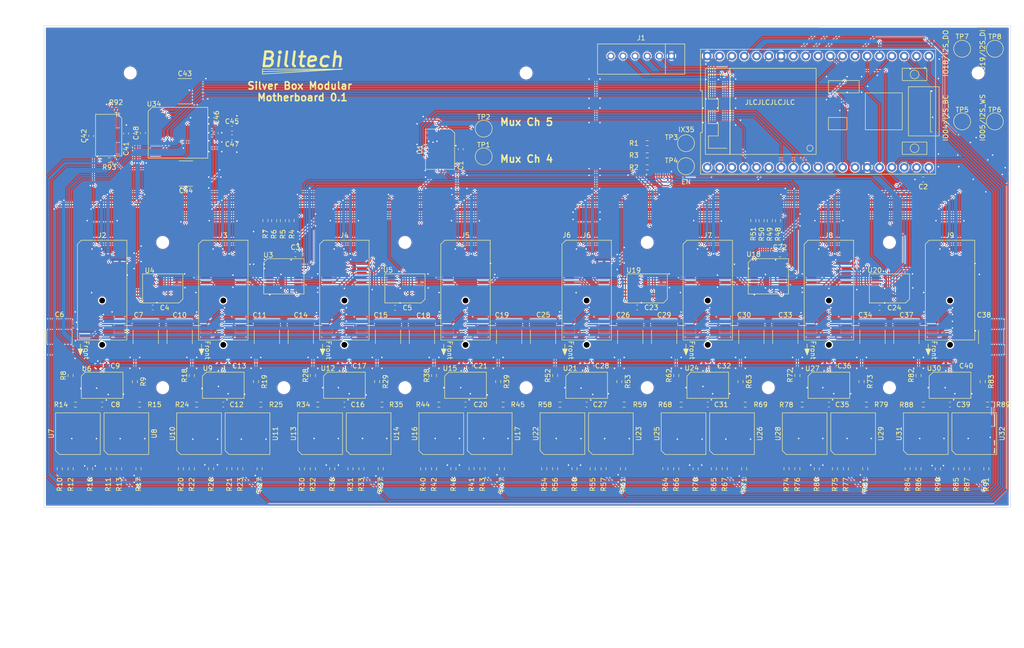
<source format=kicad_pcb>
(kicad_pcb (version 20221018) (generator pcbnew)
  (layers (0 "F.Cu" signal) (31 "B.Cu" signal) (34 "B.Paste" user) (35 "F.Paste" user) (36 "B.SilkS" user "B.Silkscreen") (37 "F.SilkS" user "F.Silkscreen") (38 "B.Mask" user) (39 "F.Mask" user) (44 "Edge.Cuts" user))
  (net 0 "")
  (net 1 "+3V3")
  (net 2 "GND")
  (net 3 "+5V")
  (net 4 "Net-(C6-Pad1)")
  (net 5 "/BP_4Board_Control_and_Connect1/L_POMI_1")
  (net 6 "Net-(C7-Pad1)")
  (net 7 "/BP_4Board_Control_and_Connect1/R_POMI_1")
  (net 8 "-12V")
  (net 9 "+12V")
  (net 10 "Net-(C10-Pad1)")
  (net 11 "/BP_4Board_Control_and_Connect1/L_POMI_2")
  (net 12 "Net-(C11-Pad1)")
  (net 13 "/BP_4Board_Control_and_Connect1/R_POMI_2")
  (net 14 "Net-(C14-Pad1)")
  (net 15 "/BP_4Board_Control_and_Connect1/L_POMI_3")
  (net 16 "Net-(C15-Pad1)")
  (net 17 "/BP_4Board_Control_and_Connect1/R_POMI_3")
  (net 18 "Net-(C18-Pad1)")
  (net 19 "/BP_4Board_Control_and_Connect1/L_POMI_4")
  (net 20 "Net-(C19-Pad1)")
  (net 21 "/BP_4Board_Control_and_Connect1/R_POMI_4")
  (net 22 "Net-(C25-Pad1)")
  (net 23 "/BP_4Board_Control_and_Connect2/L_POMI_1")
  (net 24 "Net-(C26-Pad1)")
  (net 25 "/BP_4Board_Control_and_Connect2/R_POMI_1")
  (net 26 "Net-(C29-Pad1)")
  (net 27 "/BP_4Board_Control_and_Connect2/L_POMI_2")
  (net 28 "Net-(C30-Pad1)")
  (net 29 "/BP_4Board_Control_and_Connect2/R_POMI_2")
  (net 30 "Net-(C33-Pad1)")
  (net 31 "/BP_4Board_Control_and_Connect2/L_POMI_3")
  (net 32 "Net-(C34-Pad1)")
  (net 33 "/BP_4Board_Control_and_Connect2/R_POMI_3")
  (net 34 "Net-(C37-Pad1)")
  (net 35 "/BP_4Board_Control_and_Connect2/L_POMI_4")
  (net 36 "Net-(C38-Pad1)")
  (net 37 "/BP_4Board_Control_and_Connect2/R_POMI_4")
  (net 38 "Net-(C43-Pad1)")
  (net 39 "Net-(U34-VInL)")
  (net 40 "Net-(C44-Pad1)")
  (net 41 "Net-(U34-VInR)")
  (net 42 "/LED_Start")
  (net 43 "Net-(U2-IX34)")
  (net 44 "/DIO_Ref")
  (net 45 "/Vol_Sig")
  (net 48 "/BP_4Board_Control_and_Connect1/Channel1/ID0{slash}PS")
  (net 49 "/BP_4Board_Control_and_Connect1/Channel1/ID1")
  (net 50 "/BP_4Board_Control_and_Connect1/Channel1/ID2")
  (net 51 "/BP_4Board_Control_and_Connect1/Channel1/ID3")
  (net 53 "/BP_4Board_Control_and_Connect1/L_AOPI_1")
  (net 54 "/L_MOPI")
  (net 55 "/R_MOPI")
  (net 56 "/BP_4Board_Control_and_Connect1/R_AOPI_1")
  (net 60 "/BP_4Board_Control_and_Connect1/Channel1/I2C_INT")
  (net 61 "/BP_4Board_Control_and_Connect1/Channel1/I2C_SCL")
  (net 62 "/BP_4Board_Control_and_Connect1/Channel1/I2C_SDA")
  (net 65 "/BP_4Board_Control_and_Connect1/Channel2/ID0{slash}PS")
  (net 66 "/BP_4Board_Control_and_Connect1/Channel2/ID1")
  (net 67 "/BP_4Board_Control_and_Connect1/Channel2/ID2")
  (net 68 "/BP_4Board_Control_and_Connect1/Channel2/ID3")
  (net 73 "/BP_4Board_Control_and_Connect1/Channel2/I2C_INT")
  (net 74 "/BP_4Board_Control_and_Connect1/Channel2/I2C_SCL")
  (net 75 "/BP_4Board_Control_and_Connect1/Channel2/I2C_SDA")
  (net 78 "/BP_4Board_Control_and_Connect1/Channel3/ID0{slash}PS")
  (net 79 "/BP_4Board_Control_and_Connect1/Channel3/ID1")
  (net 80 "/BP_4Board_Control_and_Connect1/Channel3/ID2")
  (net 81 "/BP_4Board_Control_and_Connect1/Channel3/ID3")
  (net 86 "/BP_4Board_Control_and_Connect1/Channel3/I2C_INT")
  (net 87 "/BP_4Board_Control_and_Connect1/Channel3/I2C_SCL")
  (net 88 "/BP_4Board_Control_and_Connect1/Channel3/I2C_SDA")
  (net 91 "/BP_4Board_Control_and_Connect1/Channel4/ID0{slash}PS")
  (net 92 "/BP_4Board_Control_and_Connect1/Channel4/ID1")
  (net 93 "/BP_4Board_Control_and_Connect1/Channel4/ID2")
  (net 94 "/BP_4Board_Control_and_Connect1/Channel4/ID3")
  (net 99 "/BP_4Board_Control_and_Connect1/Channel4/I2C_INT")
  (net 100 "/BP_4Board_Control_and_Connect1/Channel4/I2C_SCL")
  (net 101 "/BP_4Board_Control_and_Connect1/Channel4/I2C_SDA")
  (net 104 "/BP_4Board_Control_and_Connect2/Channel1/ID0{slash}PS")
  (net 105 "/BP_4Board_Control_and_Connect2/Channel1/ID1")
  (net 106 "/BP_4Board_Control_and_Connect2/Channel1/ID2")
  (net 107 "/BP_4Board_Control_and_Connect2/Channel1/ID3")
  (net 112 "/BP_4Board_Control_and_Connect2/Channel1/I2C_INT")
  (net 113 "/BP_4Board_Control_and_Connect2/Channel1/I2C_SCL")
  (net 114 "/BP_4Board_Control_and_Connect2/Channel1/I2C_SDA")
  (net 117 "/BP_4Board_Control_and_Connect2/Channel2/ID0{slash}PS")
  (net 118 "/BP_4Board_Control_and_Connect2/Channel2/ID1")
  (net 119 "/BP_4Board_Control_and_Connect2/Channel2/ID2")
  (net 120 "/BP_4Board_Control_and_Connect2/Channel2/ID3")
  (net 125 "/BP_4Board_Control_and_Connect2/Channel2/I2C_INT")
  (net 126 "/BP_4Board_Control_and_Connect2/Channel2/I2C_SCL")
  (net 127 "/BP_4Board_Control_and_Connect2/Channel2/I2C_SDA")
  (net 130 "/BP_4Board_Control_and_Connect2/Channel3/ID0{slash}PS")
  (net 131 "/BP_4Board_Control_and_Connect2/Channel3/ID1")
  (net 132 "/BP_4Board_Control_and_Connect2/Channel3/ID2")
  (net 133 "/BP_4Board_Control_and_Connect2/Channel3/ID3")
  (net 138 "/BP_4Board_Control_and_Connect2/Channel3/I2C_INT")
  (net 139 "/BP_4Board_Control_and_Connect2/Channel3/I2C_SCL")
  (net 140 "/BP_4Board_Control_and_Connect2/Channel3/I2C_SDA")
  (net 143 "/BP_4Board_Control_and_Connect2/Channel4/ID0{slash}PS")
  (net 144 "/BP_4Board_Control_and_Connect2/Channel4/ID1")
  (net 145 "/BP_4Board_Control_and_Connect2/Channel4/ID2")
  (net 146 "/BP_4Board_Control_and_Connect2/Channel4/ID3")
  (net 151 "/BP_4Board_Control_and_Connect2/Channel4/I2C_INT")
  (net 152 "/BP_4Board_Control_and_Connect2/Channel4/I2C_SCL")
  (net 153 "/BP_4Board_Control_and_Connect2/Channel4/I2C_SDA")
  (net 154 "/~{I2C_INT}")
  (net 155 "/I2C_SDA")
  (net 156 "/I2C_SCL")
  (net 157 "Net-(U6A--)")
  (net 158 "Net-(U6B--)")
  (net 159 "Net-(R10-Pad1)")
  (net 160 "/~{Mute_CH1}")
  (net 161 "Net-(R11-Pad1)")
  (net 162 "Net-(R12-Pad1)")
  (net 163 "Net-(R13-Pad1)")
  (net 164 "Net-(R14-Pad1)")
  (net 165 "Net-(R15-Pad1)")
  (net 166 "/BP_4Board_Control_and_Connect1/L_MSum")
  (net 167 "/BP_4Board_Control_and_Connect1/R_MSum")
  (net 168 "Net-(U9A--)")
  (net 169 "Net-(U9B--)")
  (net 170 "Net-(R20-Pad1)")
  (net 171 "/~{Mute_CH2}")
  (net 172 "Net-(R21-Pad1)")
  (net 173 "Net-(R22-Pad1)")
  (net 174 "Net-(R23-Pad1)")
  (net 175 "Net-(R24-Pad1)")
  (net 176 "Net-(R25-Pad1)")
  (net 177 "Net-(U12A--)")
  (net 178 "Net-(U12B--)")
  (net 179 "Net-(R30-Pad1)")
  (net 180 "/~{Mute_CH3}")
  (net 181 "Net-(R31-Pad1)")
  (net 182 "Net-(R32-Pad1)")
  (net 183 "Net-(R33-Pad1)")
  (net 184 "Net-(R34-Pad1)")
  (net 185 "Net-(R35-Pad1)")
  (net 186 "Net-(U15A--)")
  (net 187 "Net-(U15B--)")
  (net 188 "Net-(R40-Pad1)")
  (net 189 "/~{Mute_CH4}")
  (net 190 "Net-(R41-Pad1)")
  (net 191 "Net-(R42-Pad1)")
  (net 192 "Net-(R43-Pad1)")
  (net 193 "Net-(R44-Pad1)")
  (net 194 "Net-(R45-Pad1)")
  (net 195 "Net-(U21A--)")
  (net 196 "Net-(U21B--)")
  (net 197 "Net-(R54-Pad1)")
  (net 198 "/~{Mute_CH5}")
  (net 199 "Net-(R55-Pad1)")
  (net 200 "Net-(R56-Pad1)")
  (net 201 "Net-(R57-Pad1)")
  (net 202 "Net-(R58-Pad1)")
  (net 203 "Net-(R59-Pad1)")
  (net 204 "Net-(U24A--)")
  (net 205 "Net-(U24B--)")
  (net 206 "Net-(R64-Pad1)")
  (net 207 "/~{Mute_CH6}")
  (net 208 "Net-(R65-Pad1)")
  (net 209 "Net-(R66-Pad1)")
  (net 210 "Net-(R67-Pad1)")
  (net 211 "Net-(R68-Pad1)")
  (net 212 "Net-(R69-Pad1)")
  (net 213 "Net-(U27A--)")
  (net 214 "Net-(U27B--)")
  (net 215 "Net-(R74-Pad1)")
  (net 216 "/~{Mute_CH7}")
  (net 217 "Net-(R75-Pad1)")
  (net 218 "Net-(R76-Pad1)")
  (net 219 "Net-(R77-Pad1)")
  (net 220 "Net-(R78-Pad1)")
  (net 221 "Net-(R79-Pad1)")
  (net 222 "Net-(U30A--)")
  (net 223 "Net-(U30B--)")
  (net 224 "Net-(R84-Pad1)")
  (net 225 "/~{Mute_CH8}")
  (net 226 "Net-(R85-Pad1)")
  (net 227 "Net-(R86-Pad1)")
  (net 228 "Net-(R87-Pad1)")
  (net 229 "Net-(R88-Pad1)")
  (net 230 "Net-(R89-Pad1)")
  (net 231 "Net-(U1-CH_4_IN{slash}OUT)")
  (net 232 "Net-(U1-CH_5_IN{slash}OUT)")
  (net 233 "Net-(U2-IX35)")
  (net 234 "Net-(U2-EN)")
  (net 235 "Net-(U2-IO04{slash}I2S_BC)")
  (net 236 "Net-(U2-IO05{slash}I2S_WS)")
  (net 237 "Net-(U2-IO18{slash}I2S_DOUT)")
  (net 238 "Net-(U2-IO19{slash}I2S_DIN)")
  (net 239 "/ID_COM")
  (net 240 "/ID_CS2")
  (net 241 "/ID_CS1")
  (net 242 "/ID_CS0")
  (net 243 "/ID_COM_3")
  (net 244 "/ID_COM_0")
  (net 245 "/ID_COM_1")
  (net 246 "/ID_COM_2")
  (net 247 "/ID_ADDR_2")
  (net 248 "/Vol_SCLK")
  (net 249 "/Vol_SDO")
  (net 250 "/Vol_SDI")
  (net 251 "/ID_ADDR_1")
  (net 252 "/~{Vol_CS}")
  (net 253 "/~{Mute_CH0}")
  (net 254 "/Vol_ZeroX_EN")
  (net 255 "/ID_ADDR_0")
  (net 256 "Net-(U6-Pad1)")
  (net 257 "Net-(U6-Pad7)")
  (net 258 "Net-(U10-Pad6)")
  (net 259 "Net-(U11-Pad6)")
  (net 260 "Net-(U12-Pad1)")
  (net 261 "Net-(U12-Pad7)")
  (net 262 "Net-(U15-Pad1)")
  (net 263 "Net-(U15-Pad7)")
  (net 264 "Net-(U21-Pad1)")
  (net 265 "Net-(U21-Pad7)")
  (net 266 "Net-(U24-Pad1)")
  (net 267 "Net-(U24-Pad7)")
  (net 268 "Net-(U27-Pad1)")
  (net 269 "Net-(U27-Pad7)")
  (net 270 "Net-(U30-Pad1)")
  (net 271 "Net-(U30-Pad7)")
  (footprint "Capacitor_SMD:C_2220_5650Metric_Pad1.97x5.40mm_HandSolder" (layer "F.Cu") (at 129 115 90)
    (fp_text reference "C15")
    (fp_text value "1u")
  )
  (footprint "Resistor_SMD:R_0603_1608Metric_Pad0.98x0.95mm_HandSolder" (layer "F.Cu") (at 113.5 142.25 -90)
    (fp_text reference "R32")
    (fp_text value "3.3k")
  )
  (footprint "Resistor_SMD:R_0603_1608Metric_Pad0.98x0.95mm_HandSolder" (layer "F.Cu") (at 252.75 129 180)
    (fp_text reference "R89")
    (fp_text value "22k")
  )
  (footprint "silver-box-feetprints:NE5532 SOIC8" (layer "F.Cu") (at 220 125 -90)
    (fp_text reference "U27")
    (fp_text value "NE5532")
  )
  (footprint "Resistor_SMD:R_0603_1608Metric_Pad0.98x0.95mm_HandSolder" (layer "F.Cu") (at 182.5 75)
    (fp_text reference "R1")
    (fp_text value "10k")
  )
  (footprint "silver-box-feetprints:NE5532 SOIC8" (layer "F.Cu") (at 245 125 -90)
    (fp_text reference "U30")
    (fp_text value "NE5532")
  )
  (footprint "Resistor_SMD:R_0603_1608Metric_Pad0.98x0.95mm_HandSolder" (layer "F.Cu") (at 206.1 91 -90)
    (fp_text reference "R50")
    (fp_text value "100k")
  )
  (footprint "silver-box-feetprints:NE5532 SOIC8" (layer "F.Cu") (at 145 125 -90)
    (fp_text reference "U15")
    (fp_text value "NE5532")
  )
  (footprint "silver-box-feetprints:NE5532 SOIC8" (layer "F.Cu") (at 95 125 -90)
    (fp_text reference "U9")
    (fp_text value "NE5532")
  )
  (footprint "Resistor_SMD:R_0603_1608Metric_Pad0.98x0.95mm_HandSolder" (layer "F.Cu") (at 176.75 124.25 90)
    (fp_text reference "R53")
    (fp_text value "22k")
  )
  (footprint "Capacitor_SMD:C_0603_1608Metric_Pad1.08x0.95mm_HandSolder" (layer "F.Cu") (at 145 129)
    (fp_text reference "C20")
    (fp_text value "0.1u")
  )
  (footprint "Resistor_SMD:R_0603_1608Metric_Pad0.98x0.95mm_HandSolder" (layer "F.Cu") (at 77.75 129 180)
    (fp_text reference "R15")
    (fp_text value "22k")
  )
  (footprint "Resistor_SMD:R_0603_1608Metric_Pad0.98x0.95mm_HandSolder" (layer "F.Cu") (at 127.75 129 180)
    (fp_text reference "R35")
    (fp_text value "22k")
  )
  (footprint "Resistor_SMD:R_0603_1608Metric_Pad0.98x0.95mm_HandSolder" (layer "F.Cu") (at 252.5 142.25 90)
    (fp_text reference "R91")
    (fp_text value "1k")
  )
  (footprint "TestPoint:TestPoint_Pad_D3.0mm" (layer "F.Cu") (at 148.75 72)
    (fp_text reference "TP2")
    (fp_text value "TestPoint")
  )
  (footprint "Capacitor_SMD:C_2220_5650Metric_Pad1.97x5.40mm_HandSolder" (layer "F.Cu") (at 87.0725 64.2725)
    (fp_text reference "C43")
    (fp_text value "1u")
  )
  (footprint "Capacitor_SMD:C_2220_5650Metric_Pad1.97x5.40mm_HandSolder" (layer "F.Cu") (at 204 115 90)
    (fp_text reference "C30")
    (fp_text value "1u")
  )
  (footprint "Resistor_SMD:R_0603_1608Metric_Pad0.98x0.95mm_HandSolder" (layer "F.Cu") (at 86.25 142.25 -90)
    (fp_text reference "R20")
    (fp_text value "3.3k")
  )
  (footprint "Capacitor_SMD:C_0603_1608Metric_Pad1.08x0.95mm_HandSolder" (layer "F.Cu") (at 70 129)
    (fp_text reference "C8")
    (fp_text value "0.1u")
  )
  (footprint "Resistor_SMD:R_0603_1608Metric_Pad0.98x0.95mm_HandSolder" (layer "F.Cu") (at 177.75 129 180)
    (fp_text reference "R59")
    (fp_text value "22k")
  )
  (footprint "silver-box-feetprints:CD4051BPWR" (layer "F.Cu") (at 182.5 105 90)
    (fp_text reference "U19")
    (fp_text value "CD4051BPWR4")
  )
  (footprint "Resistor_SMD:R_0603_1608Metric_Pad0.98x0.95mm_HandSolder" (layer "F.Cu") (at 204.4 91 -90)
    (fp_text reference "R51")
    (fp_text value "100k")
  )
  (footprint "Capacitor_SMD:C_2220_5650Metric_Pad1.97x5.40mm_HandSolder" (layer "F.Cu") (at 179 115 90)
    (fp_text reference "C26")
    (fp_text value "1u")
  )
  (footprint "Resistor_SMD:R_0603_1608Metric_Pad0.98x0.95mm_HandSolder" (layer "F.Cu") (at 88.5 123 90)
    (fp_text reference "R18")
    (fp_text value "22k")
  )
  (footprint "Resistor_SMD:R_0603_1608Metric_Pad0.98x0.95mm_HandSolder" (layer "F.Cu") (at 138.5 142.25 -90)
    (fp_text reference "R42")
    (fp_text value "3.3k")
  )
  (footprint "Resistor_SMD:R_0603_1608Metric_Pad0.98x0.95mm_HandSolder" (layer "F.Cu") (at 152.75 129 180)
    (fp_text reference "R45")
    (fp_text value "22k")
  )
  (footprint "Capacitor_SMD:C_0603_1608Metric_Pad1.08x0.95mm_HandSolder" (layer "F.Cu") (at 109.8875 97.95)
    (fp_text reference "C3")
    (fp_text value "0.1u")
  )
  (footprint "TestPoint:TestPoint_Pad_D3.0mm" (layer "F.Cu") (at 148.75 77.75)
    (fp_text reference "TP1")
    (fp_text value "TestPoint")
  )
  (footprint "silver-box-feetprints:CD4051BPWR" (layer "F.Cu") (at 232.5 105 90)
    (fp_text reference "U20")
    (fp_text value "CD4051BPWR4")
  )
  (footprint "MountingHole:MountingHole_2.2mm_M2" (layer "F.Cu") (at 157.5 60.5)
    (fp_text reference "REF**" hide)
    (fp_text value "MountingHole_2.2mm_M2")
  )
  (footprint "MountingHole:MountingHole_2.2mm_M2" (layer "F.Cu") (at 182.5 95.5)
    (fp_text reference "REF**11" hide)
    (fp_text value "MountingHole_2.2mm_M2")
  )
  (footprint "silver-box-feetprints:TLP4026G" (layer "F.Cu") (at 140 135)
    (fp_text reference "U16")
    (fp_text value "TLP4026G")
  )
  (footprint "Resistor_SMD:R_0603_1608Metric_Pad0.98x0.95mm_HandSolder" (layer "F.Cu") (at 102.5 142.25 90)
    (fp_text reference "R27")
    (fp_text value "1k")
  )
  (footprint "MountingHole:MountingHole_2.2mm_M2" (layer "F.Cu") (at 232.5 125.5)
    (fp_text reference "REF**9" hide)
    (fp_text value "MountingHole_2.2mm_M2")
  )
  (footprint "Capacitor_SMD:C_0603_1608Metric_Pad1.08x0.95mm_HandSolder" (layer "F.Cu") (at 95 121 180)
    (fp_text reference "C13")
    (fp_text value "0.1u")
  )
  (footprint "Resistor_SMD:R_0603_1608Metric_Pad0.98x0.95mm_HandSolder" (layer "F.Cu") (at 217.5 142.25 90)
    (fp_text reference "R80")
    (fp_text value "1k")
  )
  (footprint "Resistor_SMD:R_0603_1608Metric_Pad0.98x0.95mm_HandSolder" (layer "F.Cu") (at 238.5 142.25 -90)
    (fp_text reference "R86")
    (fp_text value "3.3k")
  )
  (footprint "Resistor_SMD:R_0603_1608Metric_Pad0.98x0.95mm_HandSolder" (layer "F.Cu") (at 246.25 142.25 -90)
    (fp_text reference "R85")
    (fp_text value "3.3k")
  )
  (footprint "Resistor_SMD:R_0603_1608Metric_Pad0.98x0.95mm_HandSolder" (layer "F.Cu") (at 207.8 91 -90)
    (fp_text reference "R49")
    (fp_text value "100k")
  )
  (footprint "Capacitor_SMD:C_2220_5650Metric_Pad1.97x5.40mm_HandSolder" (layer "F.Cu") (at 111 115 90)
    (fp_text reference "C14")
    (fp_text value "1u")
  )
  (footprint "Resistor_SMD:R_0603_1608Metric_Pad0.98x0.95mm_HandSolder" (layer "F.Cu") (at 138.5 123 90)
    (fp_text reference "R38")
    (fp_text value "22k")
  )
  (footprint "Resistor_SMD:R_0603_1608Metric_Pad0.98x0.95mm_HandSolder" (layer "F.Cu") (at 152.5 142.25 90)
    (fp_text reference "R47")
    (fp_text value "1k")
  )
  (footprint "Resistor_SMD:R_0603_1608Metric_Pad0.98x0.95mm_HandSolder" (layer "F.Cu") (at 73.5 142.25 -90)
    (fp_text reference "R13")
    (fp_text value "3.3k")
  )
  (footprint "Resistor_SMD:R_0603_1608Metric_Pad0.98x0.95mm_HandSolder" (layer "F.Cu") (at 121.25 142.25 -90)
    (fp_text reference "R31")
    (fp_text value "3.3k")
  )
  (footprint "Resistor_SMD:R_0603_1608Metric_Pad0.98x0.95mm_HandSolder" (layer "F.Cu") (at 227.5 142.25 90)
    (fp_text reference "R81")
    (fp_text value "1k")
  )
  (footprint "MountingHole:MountingHole_2.2mm_M2" (layer "F.Cu") (at 207.5 125.5)
    (fp_text reference "REF**8" hide)
    (fp_text value "MountingHole_2.2mm_M2")
  )
  (footprint "Resistor_SMD:R_0603_1608Metric_Pad0.98x0.95mm_HandSolder" (layer "F.Cu") (at 71.25 142.25 -90)
    (fp_text reference "R11")
    (fp_text value "3.3k")
  )
  (footprint "Capacitor_SMD:C_2220_5650Metric_Pad1.97x5.40mm_HandSolder" (layer "F.Cu") (at 186 115 90)
    (fp_text reference "C29")
    (fp_text value "1u")
  )
  (footprint "Resistor_SMD:R_0603_1608Metric_Pad0.98x0.95mm_HandSolder" (layer "F.Cu") (at 98.5 142.25 -90)
    (fp_text reference "R23")
    (fp_text value "3.3k")
  )
  (footprint "Capacitor_SMD:C_2220_5650Metric_Pad1.97x5.40mm_HandSolder" (layer "F.Cu") (at 154 115 90)
    (fp_text reference "C19")
    (fp_text value "1u")
  )
  (footprint "Capacitor_SMD:C_2220_5650Metric_Pad1.97x5.40mm_HandSolder" (layer "F.Cu") (at 161 115 90)
    (fp_text reference "C25")
    (fp_text value "1u")
  )
  (footprint "Resistor_SMD:R_0603_1608Metric_Pad0.98x0.95mm_HandSolder" (layer "F.Cu") (at 251.75 124.25 90)
    (fp_text reference "R83")
    (fp_text value "22k")
  )
  (footprint "Resistor_SMD:R_0603_1608Metric_Pad0.98x0.95mm_HandSolder" (layer "F.Cu") (at 211.25 142.25 -90)
    (fp_text reference "R74")
    (fp_text value "3.3k")
  )
  (footprint "silver-box-feetprints:Card Edge Conn Amphenol 10061913-100PLF" (layer "F.Cu") (at 220 107.5 -90)
    (fp_text reference "J8")
    (fp_text value "Amphenol_10061913-xx0")
  )
  (footprint "silver-box-feetprints:CD4051BPWR" (layer "F.Cu") (at 139.75 76.25 180)
    (fp_text reference "U1")
    (fp_text value "CD4051BPWR4")
  )
  (footprint "Resistor_SMD:R_0603_1608Metric_Pad0.98x0.95mm_HandSolder" (layer "F.Cu") (at 238.5 123 90)
    (fp_text reference "R82")
    (fp_text value "22k")
  )
  (footprint "silver-box-feetprints:Billtech" (layer "F.Cu") (at 111.97 57.9625)
    (fp_text reference "REF**" hide)
    (fp_text value "Billtech" hide)
  )
  (footprint "Capacitor_SMD:C_2220_5650Metric_Pad1.97x5.40mm_HandSolder" (layer "F.Cu") (at 211 115 90)
    (fp_text reference "C33")
    (fp_text value "1u")
  )
  (footprint "Resistor_SMD:R_0603_1608Metric_Pad0.98x0.95mm_HandSolder" (layer "F.Cu") (at 113.5 123 90)
    (fp_text reference "R28")
    (fp_text value "22k")
  )
  (footprint "Capacitor_SMD:C_0603_1608Metric_Pad1.08x0.95mm_HandSolder" (layer "F.Cu") (at 180.4375 108.95)
    (fp_text reference "C23")
    (fp_text value "0.1u")
  )
  (footprint "Capacitor_SMD:C_0603_1608Metric_Pad1.08x0.95mm_HandSolder" (layer "F.Cu") (at 120 129)
    (fp_text reference "C16")
    (fp_text value "0.1u")
  )
  (footprint "Capacitor_SMD:C_0603_1608Metric_Pad1.08x0.95mm_HandSolder" (layer "F.Cu") (at 93.435 72.91 90)
    (fp_text reference "C46")
    (fp_text value "0.1u")
  )
  (footprint "Resistor_SMD:R_0603_1608Metric_Pad0.98x0.95mm_HandSolder" (layer "F.Cu") (at 61.25 142.25 -90)
    (fp_text reference "R10")
    (fp_text value "3.3k")
  )
  (footprint "Resistor_SMD:R_0603_1608Metric_Pad0.98x0.95mm_HandSolder" (layer "F.Cu") (at 161.25 142.25 -90)
    (fp_text reference "R54")
    (fp_text value "3.3k")
  )
  (footprint "Resistor_SMD:R_0603_1608Metric_Pad0.98x0.95mm_HandSolder" (layer "F.Cu") (at 105.5 91 -90)
    (fp_text reference "R6")
    (fp_text value "100k")
  )
  (footprint "silver-box-feetprints:NE5532 SOIC8" (layer "F.Cu") (at 70 125 -90)
    (fp_text reference "U6")
    (fp_text value "NE5532")
  )
  (footprint "Resistor_SMD:R_0603_1608Metric_Pad0.98x0.95mm_HandSolder" (layer "F.Cu") (at 102.75 129 180)
    (fp_text reference "R25")
    (fp_text value "22k")
  )
  (footprint "TestPoint:TestPoint_Pad_D3.0mm" (layer "F.Cu") (at 254.25 55.5)
    (fp_text reference "TP8")
    (fp_text value "TestPoint")
  )
  (footprint "silver-box-feetprints:TLP4026G" (layer "F.Cu") (at 200 135)
    (fp_text reference "U26")
    (fp_text value "TLP4026G")
  )
  (footprint "silver-box-feetprints:Card Edge Conn Amphenol 10061913-100PLF" (layer "F.Cu") (at 95 107.5 -90)
    (fp_text reference "J3")
    (fp_text value "Amphenol_10061913-xx0")
  )
  (footprint "Resistor_SMD:R_0603_1608Metric_Pad0.98x0.95mm_HandSolder" (layer "F.Cu") (at 213.5 123 90)
    (fp_text reference "R72")
    (fp_text value "22k")
  )
  (footprint "MountingHole:MountingHole_2.2mm_M2" (layer "F.Cu") (at 232.5 95.5)
    (fp_text reference "REF**12" hide)
    (fp_text value "MountingHole_2.2mm_M2")
  )
  (footprint "Resistor_SMD:R_0603_1608Metric_Pad0.98x0.95mm_HandSolder" (layer "F.Cu") (at 96.25 142.25 -90)
    (fp_text reference "R21")
    (fp_text value "3.3k")
  )
  (footprint "Capacitor_SMD:C_2220_5650Metric_Pad1.97x5.40mm_HandSolder" (layer "F.Cu") (at 86 115 90)
    (fp_text reference "C10")
    (fp_text value "1u")
  )
  (footprint "Resistor_SMD:R_0603_1608Metric_Pad0.98x0.95mm_HandSolder" (layer "F.Cu") (at 188.5 123 90)
    (fp_text reference "R62")
    (fp_text value "22k")
  )
  (footprint "silver-box-feetprints:NE5532 SOIC8" (layer "F.Cu") (at 170 125 -90)
    (fp_text reference "U21")
    (fp_text value "NE5532")
  )
  (footprint "TestPoint:TestPoint_Pad_D3.0mm" (layer "F.Cu") (at 247.5 70.5)
    (fp_text reference "TP5")
    (fp_text value "TestPoint")
  )
  (footprint "TestPoint:TestPoint_Pad_D3.0mm" (layer "F.Cu") (at 190.5 79.75)
    (fp_text reference "TP4")
    (fp_text value "TestPoint")
  )
  (footprint "silver-box-feetprints:Card Edge Conn Amphenol 10061913-100PLF" (layer "F.Cu") (at 120 107.5 -90)
    (fp_text reference "J4")
    (fp_text value "Amphenol_10061913-xx0")
  )
  (footprint "silver-box-feetprints:TLP4026G" (layer "F.Cu") (at 100 135)
    (fp_text reference "U11")
    (fp_text value "TLP4026G")
  )
  (footprint "MountingHole:MountingHole_2.2mm_M2" (layer "F.Cu") (at 82.5 125.5)
    (fp_text reference "REF**" hide)
    (fp_text value "MountingHole_2.2mm_M2")
  )
  (footprint "TestPoint:TestPoint_Pad_D3.0mm" (layer "F.Cu") (at 254.25 70.5)
    (fp_text reference "TP6")
    (fp_text value "TestPoint")
  )
  (footprint "Capacitor_SMD:C_2220_5650Metric_Pad1.97x5.40mm_HandSolder" (layer "F.Cu") (at 236 115 90)
    (fp_text reference "C37")
    (fp_text value "1u")
  )
  (footprint "Resistor_SMD:R_0603_1608Metric_Pad0.98x0.95mm_HandSolder" (layer "F.Cu") (at 136.25 142.25 -90)
    (fp_text reference "R40")
    (fp_text value "3.3k")
  )
  (footprint "Capacitor_SMD:C_2220_5650Metric_Pad1.97x5.40mm_HandSolder" (layer "F.Cu") (at 79 115 90)
    (fp_text reference "C7")
    (fp_text value "1u")
  )
  (footprint "Resistor_SMD:R_0603_1608Metric_Pad0.98x0.95mm_HandSolder" (layer "F.Cu") (at 202.75 129 180)
    (fp_text reference "R69")
    (fp_text value "22k")
  )
  (footprint "MountingHole:MountingHole_2.2mm_M2" (layer "F.Cu") (at 82.5 95.5)
    (fp_text reference "REF**" hide)
    (fp_text value "MountingHole_2.2mm_M2")
  )
  (footprint "Capacitor_SMD:C_0603_1608Metric_Pad1.08x0.95mm_HandSolder" (layer "F.Cu") (at 144 76.25 90)
    (fp_text reference "C1")
    (fp_text value "0.1u")
  )
  (footprint "Resistor_SMD:R_0603_1608Metric_Pad0.98x0.95mm_HandSolder" (layer "F.Cu") (at 72.8525 68.14 180)
    (fp_text reference "R92")
    (fp_text value "1k")
  )
  (footprint "Resistor_SMD:R_0603_1608Metric_Pad0.98x0.95mm_HandSolder" (layer "F.Cu") (at 213.5 142.25 -90)
    (fp_text reference "R76")
    (fp_text value "3.3k")
  )
  (footprint "Resistor_SMD:R_0603_1608Metric_Pad0.98x0.95mm_HandSolder" (layer "F.Cu") (at 109.1 91 -90)
    (fp_text reference "R4")
    (fp_text value "100k")
  )
  (footprint "Resistor_SMD:R_0603_1608Metric_Pad0.98x0.95mm_HandSolder" (layer "F.Cu") (at 182.5 77.5)
    (fp_text reference "R3")
    (fp_text value "10k")
  )
  (footprint "Resistor_SMD:R_0603_1608Metric_Pad0.98x0.95mm_HandSolder" (layer "F.Cu") (at 198.5 142.25 -90)
    (fp_text reference "R67")
    (fp_text value "3.3k")
  )
  (footprint "Resistor_SMD:R_0603_1608Metric_Pad0.98x0.95mm_HandSolder" (layer "F.Cu") (at 186.25 142.25 -90)
    (fp_text reference "R64")
    (fp_text value "3.3k")
  )
  (footprint "Capacitor_SMD:C_0603_1608Metric_Pad1.08x0.95mm_HandSolder" (layer "F.Cu") (at 220 129)
    (fp_text reference "C35")
    (fp_text value "0.1u")
  )
  (footprint "Capacitor_SMD:C_0603_1608Metric_Pad1.08x0.95mm_HandSolder" (layer "F.Cu") (at 80.4375 108.95)
    (fp_text reference "C4")
    (fp_text value "0.1u")
  )
  (footprint "Capacitor_SMD:C_0603_1608Metric_Pad1.08x0.95mm_HandSolder" (layer "F.Cu") (at 120 121 180)
    (fp_text reference "C17")
    (fp_text value "0.1u")
  )
  (footprint "Resistor_SMD:R_0603_1608Metric_Pad0.98x0.95mm_HandSolder" (layer "F.Cu") (at 221.25 142.25 -90)
    (fp_text reference "R75")
    (fp_text value "3.3k")
  )
  (footprint "Resistor_SMD:R_0603_1608Metric_Pad0.98x0.95mm_HandSolder" (layer "F.Cu") (at 101.75 124.25 90)
    (fp_text reference "R19")
    (fp_text value "22k")
  )
  (footprint "Resistor_SMD:R_0603_1608Metric_Pad0.98x0.95mm_HandSolder" (layer "F.Cu") (at 202.5 142.25 90)
    (fp_text reference "R71")
    (fp_text value "1k")
  )
  (footprint "Resistor_SMD:R_0603_1608Metric_Pad0.98x0.95mm_HandSolder" (layer "F.Cu") (at 163.5 123 90)
    (fp_text reference "R52")
    (fp_text value "22k")
  )
  (footprint "Capacitor_SMD:C_0603_1608Metric_Pad1.08x0.95mm_HandSolder" (layer "F.Cu") (at 74.94 73.0025 90)
    (fp_text reference "C41")
    (fp_text value "0.1u")
  )
  (footprint "Resistor_SMD:R_0603_1608Metric_Pad0.98x0.95mm_HandSolder" (layer "F.Cu") (at 77.5 142.25 90)
    (fp_text reference "R17")
    (fp_text value "1k")
  )
  (footprint "Resistor_SMD:R_0603_1608Metric_Pad0.98x0.95mm_HandSolder" (layer "F.Cu") (at 209.5 91 -90)
    (fp_text reference "R48")
    (fp_text value "100k")
  )
  (footprint "Capacitor_SMD:C_0603_1608Metric_Pad1.08x0.95mm_HandSolder" (layer "F.Cu") (at 95 129)
    (fp_text reference "C12")
    (fp_text value "0.1u")
  )
  (footprint "Resistor_SMD:R_0603_1608Metric_Pad0.98x0.95mm_HandSolder" (layer "F.Cu") (at 182.5 80)
    (fp_text reference "R2")
    (fp_text value "10k")
  )
  (footprint "Resistor_SMD:R_0603_1608Metric_Pad0.98x0.95mm_HandSolder" (layer "F.Cu") (at 71.48 78.54 180)
    (fp_text reference "R93")
    (fp_text value "1k")
  )
  (footprint "silver-box-feetprints:TLP4026G" (layer "F.Cu") (at 115 135)
    (fp_text reference "U13")
    (fp_text value "TLP4026G")
  )
  (footprint "Capacitor_SMD:C_2220_5650Metric_Pad1.97x5.40mm_HandSolder" (layer "F.Cu") (at 136 115 90)
    (fp_text reference "C18")
    (fp_text value "1u")
  )
  (footprint "MountingHole:MountingHole_2.2mm_M2" (layer "F.Cu") (at 132.5 95.5)
    (fp_text reference "REF**10" hide)
    (fp_text value "MountingHole_2.2mm_M2")
  )
  (footprint "silver-box-feetprints:NE5532 SOIC8" (layer "F.Cu") (at 71.345 73.34 180)
    (fp_text reference "U33" hide)
    (fp_text value "NE5532")
  )
  (footprint "Resistor_SMD:R_0603_1608Metric_Pad0.98x0.95mm_HandSolder" (layer "F.Cu") (at 227.75 129 180)
    (fp_text reference "R79")
    (fp_text value "22k")
  )
  (footprint "silver-box-feetprints:TLP4026G" (layer "F.Cu") (at 150 135)
    (fp_text reference "U17")
    (fp_text value "TLP4026G")
  )
  (footprint "Resistor_SMD:R_0603_1608Metric_Pad0.98x0.95mm_HandSolder" (layer "F.Cu") (at 67.5 142.25 90)
    (fp_text reference "R16")
    (fp_text value "1k")
  )
  (footprint "silver-box-feetprints:PGA231XU" (layer "F.Cu") (at 85.65 72.845 -90)
    (fp_text reference "U34")
    (fp_text value "PGA231x")
  )
  (footprint "silver-box-feetprints:Card Edge Conn Amphenol 10061913-100PLF" (layer "F.Cu") (at 70 107.5 -90)
    (fp_text reference "J2")
    (fp_text value "Amphenol_10061913-xx0")
  )
  (footprint "Resistor_SMD:R_0603_1608Metric_Pad0.98x0.95mm_HandSolder" (layer "F.Cu") (at 142.5 142.25 90)
    (fp_text reference "R46")
    (fp_text value "1k")
  )
  (footprint "Resistor_SMD:R_0603_1608Metric_Pad0.98x0.95mm_HandSolder" (layer "F.Cu") (at 127.5 142.25 90)
    (fp_text reference "R37")
    (fp_text value "1k")
  )
  (footprint "Resistor_SMD:R_0603_1608Metric_Pad0.98x0.95mm_HandSolder" (layer "F.Cu") (at 63.5 142.25 -90)
    (fp_text reference "R12")
    (fp_text value "3.3k")
  )
  (footprint "Resistor_SMD:R_0603_1608Metric_Pad0.98x0.95mm_HandSolder" (layer "F.Cu") (at 167.5 142.25 90)
    (fp_text reference "R60")
    (fp_text value "1k")
  )
  (footprint "Resistor_SMD:R_0603_1608Metric_Pad0.98x0.95mm_HandSolder" (layer "F.Cu") (at 214.5 129 180)
    (fp_text reference "R78")
    (fp_text value "22k")
  )
  (footprint "Capacitor_SMD:C_0603_1608Metric_Pad1.08x0.95mm_HandSolder" (layer "F.Cu") (at 170 129)
    (fp_text reference "C27")
    (fp_text value "0.1u")
  )
  (footprint "Capacitor_SMD:C_0603_1608Metric_Pad1.08x0.95mm_HandSolder" (layer "F.Cu") (at 245 121 180)
    (fp_text reference "C40")
    (fp_text value "0.1u")
  )
  (footprint "Capacitor_SMD:C_0603_1608Metric_Pad1.08x0.95mm_HandSolder" (layer "F.Cu") (at 70 121 180)
    (fp_text reference "C9")
    (fp_text value "0.1u")
  )
  (footprint "Resistor_SMD:R_0603_1608Metric_Pad0.98x0.95mm_HandSolder" (layer "F.Cu") (at 126.75 124.25 90)
    (fp_text reference "R29")
    (fp_text value "22k")
  )
  (footprint "silver-box-feetprints:TLP4026G" (layer "F.Cu") (at 215 135)
    (fp_text reference "U28")
    (fp_text value "TLP4026G")
  )
  (footprint "silver-box-feetprints:TLP4026G" (layer "F.Cu") (at 65 135)
    (fp_text reference "U7")
    (fp_text value "TLP4026G")
  )
  (footprint "Resistor_SMD:R_0603_1608Metric_Pad0.98x0.95mm_HandSolder" (layer "F.Cu") (at 173.5 142.25 -90)
    (fp_text reference "R57")
    (fp_text value "3.3k")
  )
  (footprint "silver-box-feetprints:NE5532 SOIC8" (layer "F.Cu") (at 195 125 -90)
    (fp_text reference "U24")
    (fp_text value "NE5532")
  )
  (footprint "Capacitor_SMD:C_0603_1608Metric_Pad1.08x0.95mm_HandSolder" (layer "F.Cu") (at 195 129)
    (fp_text reference "C31")
    (fp_text value "0.1u")
  )
  (footprint "silver-box-feetprints:B6B-XH-A(LF)(SN)" (layer "F.Cu") (at 181.25 57 180)
    (fp_text reference "J1")
    (fp_text value "B6B-XH-A(LF)(SN)")
  )
  (footprint "TestPoint:TestPoint_Pad_D3.0mm" (layer "F.Cu") (at 190.5 75)
    (fp_text reference "TP3")
    (fp_text value "TestPoint")
  )
  (footprint "silver-box-feetprints:CD4051BPWR" (layer "F.Cu") (at 82.5 105 90)
    (fp_text reference "U4")
    (fp_text value "CD4051BPWR4")
  )
  (footprint "Capacitor_SMD:C_0603_1608Metric_Pad1.08x0.95mm_HandSolder" (layer "F.Cu") (at 67.75 73.5025 -90)
    (fp_text reference "C42")
    (fp_text value "0.1u")
  )
  (footprint "Capacitor_SMD:C_0603_1608Metric_Pad1.08x0.95mm_HandSolder" (layer "F.Cu") (at 195 121 180)
    (fp_text reference "C32")
    (fp_text value "0.1u")
  )
  (footprint "Resistor_SMD:R_0603_1608Metric_Pad0.98x0.95mm_HandSolder" (layer "F.Cu") (at 117.5 142.25 90)
    (fp_text reference "R36")
    (fp_text value "1k")
  )
  (footprint "Resistor_SMD:R_0603_1608Metric_Pad0.98x0.95mm_HandSolder" (layer "F.Cu") (at 177.5 142.25 90)
    (fp_text reference "R61")
    (fp_text value "1k")
  )
  (footprint "Capacitor_SMD:C_0603_1608Metric_Pad1.08x0.95mm_HandSolder" (layer "F.Cu") (at 130.4625 109)
    (fp_text reference "C5")
    (fp_text value "0.1u")
  )
  (footprint "silver-box-feetprints:TLP4026G" (layer "F.Cu") (at 125 135)
    (fp_text reference "U14")
    (fp_text value "TLP4026G")
  )
  (footprint "silver-box-feetprints:Card Edge Conn Amphenol 10061913-100PLF" (layer "F.Cu") (at 245 107.5 -90)
    (fp_text reference "J9")
    (fp_text value "Amphenol_10061913-xx0")
  )
  (footprint "silver-box-feetprints:TLP4026G" (layer "F.Cu") (at 190 135)
    (fp_text reference "U25")
    (fp_text value "TLP4026G")
  )
  (footprint "Resistor_SMD:R_0603_1608Metric_Pad0.98x0.95mm_HandSolder" (layer "F.Cu") (at 201.75 124.25 90)
    (fp_text reference "R63")
    (fp_text value "22k")
  )
  (footprint "Resistor_SMD:R_0603_1608Metric_Pad0.98x0.95mm_HandSolder" (layer "F.Cu") (at 196.25 142.25 -90)
    (fp_text reference "R65")
    (fp_text value "3.3k")
  )
  (footprint "silver-box-feetprints:TLP4026G" (layer "F.Cu") (at 90 135)
    (fp_text reference "U10")
    (fp_text value "TLP4026G")
  )
  (footprint "Capacitor_SMD:C_0603_1608Metric_Pad1.08x0.95mm_HandSolder" (layer "F.Cu") (at 96.7975 72 180)
    (fp_text reference "C45")
    (fp_text value "0.1u")
  )
  (footprint "Capacitor_SMD:C_0603_1608Metric_Pad1.08x0.95mm_HandSolder" (layer "F.Cu") (at 220 121 180)
    (fp_text reference "C36")
    (fp_text value "0.1u")
  )
  (footprint "silver-box-feetprints:TCA9544AAPWR" (layer "F.Cu") (at 207.5 102.5 -90)
    (fp_text reference "U18")
    (fp_text value "TCA9544APWR")
  )
  (footprint "Resistor_SMD:R_0603_1608Metric_Pad0.98x0.95mm_HandSolder" (layer "F.Cu") (at 223.5 142.25 -90)
    (fp_text reference "R77")
    (fp_text value "3.3k")
  )
  (footprint "Capacitor_SMD:C_0603_1608Metric_Pad1.08x0.95mm_HandSolder" (layer "F.Cu") (at 145 121 180)
    (fp_text reference "C21")
    (fp_text value "0.1u")
  )
  (footprint "Resistor_SMD:R_0603_1608Metric_Pad0.98x0.95mm_HandSolder" (layer "F.Cu") (at 248.5 142.25 -90)
    (fp_text reference "R87")
    (fp_text value "3.3k")
  )
  (footprint "Resistor_SMD:R_0603_1608Metric_Pad0.98x0.95mm_HandSolder" (layer "F.Cu") (at 226.75 124.25 90)
    (fp_text reference "R73")
    (fp_text value "22k")
  )
  (footprint "MountingHole:MountingHole_2.2mm_M2" (layer "F.Cu") (at 250.8 60.5)
    (fp_text reference "REF**" hide)
    (fp_text value "MountingHole_2.2mm_M2")
  )
  (footprint "Resistor_SMD:R_0603_1608Metric_Pad0.98x0.95mm_HandSolder" (layer "F.Cu") (at 192.5 142.25 90)
    (fp_text reference "R70")
    (fp_text value "1k")
  )
  (footprint "Resistor_SMD:R_0603_1608Metric_Pad0.98x0.95mm_HandSolder" (layer "F.Cu") (at 123.5 142.25 -90)
    (fp_text reference "R33")
    (fp_text value "3.3k")
  )
  (footprint "silver-box-feetprints:TLP4026G" (layer "F.Cu") (at 250 135)
    (fp_text reference "U32")
    (fp_text value "TLP4026G")
  )
  (footprint "silver-box-feetprints:TLP4026G" (layer "F.Cu") (at 175 135)
    (fp_text reference "U23")
    (fp_text value "TLP4026G")
  )
  (footprint "Resistor_SMD:R_0603_1608Metric_Pad0.98x0.95mm_HandSolder" (layer "F.Cu") (at 239.5 129 180)
    (fp_text reference "R88")
    (fp_text value "22k")
  )
  (footprint "Capacitor_SMD:C_2220_5650Metric_Pad1.97x5.40mm_HandSolder" (layer "F.Cu") (at 253.5 115 90)
    (fp_text reference "C38")
    (fp_text value "1u")
  )
  (footprint "Capacitor_SMD:C_0603_1608Metric_Pad1.08x0.95mm_HandSolder" (layer "F.Cu") (at 96.7975 73.7725 180)
    (fp_text reference "C47")
    (fp_text value "0.1u")
  )
  (footprint "Resistor_SMD:R_0603_1608Metric_Pad0.98x0.95mm_HandSolder" (layer "F.Cu") (at 236.25 142.25 -90)
    (fp_text reference "R84")
    (fp_text value "3.3k")
  )
  (footprint "MountingHole:MountingHole_2.2mm_M2" (layer "F.Cu") (at 182.5 125.5)
    (fp_text reference "REF**7" hide)
    (fp_text value "MountingHole_2.2mm_M2")
  )
  (footprint "Capacitor_SMD:C_2220_5650Metric_Pad1.97x5.40mm_HandSolder" (layer "F.Cu") (at 229 115 90)
    (fp_text reference "C34")
    (fp_text value "1u")
  )
  (footprint "Capacitor_SMD:C_2220_5650Metric_Pad1.97x5.40mm_HandSolder" (layer "F.Cu") (at 104 115 90)
    (fp_text reference "C11")
    (fp_text value "1u")
  )
  (footprint "Capacitor_SMD:C_2220_5650Metric_Pad1.97x5.40mm_HandSolder" (layer "F.Cu") (at 61.2 115 90)
    (fp_text reference "C6")
    (fp_text value "1u")
  )
  (footprint "MountingHole:MountingHole_2.2mm_M2" (layer "F.Cu") (at 132.5 125.5)
    (fp_text reference "REF**5" hide)
    (fp_text value "MountingHole_2.2mm_M2")
  )
  (footprint "Resistor_SMD:R_0603_1608Metric_Pad0.98x0.95mm_HandSolder" (layer "F.Cu") (at 88.5 142.25 -90)
    (fp_text reference "R22")
    (fp_text value "3.3k")
  )
  (footprint "Resistor_SMD:R_0603_1608Metric_Pad0.98x0.95mm_HandSolder" (layer "F.Cu") (at 92.5 142.25 90)
    (fp_text reference "R26")
    (fp_text value "1k")
  )
  (footprint "Resistor_SMD:R_0603_1608Metric_Pad0.98x0.95mm_HandSolder" (layer "F.Cu") (at 164.5 129 180)
    (fp_text reference "R58")
    (fp_text value "22k")
  )
  (footprint "silver-box-feetprints:NodeMCU ESP-32S" (layer "F.Cu") (at 218.02 68.4)
    (fp_text reference "U2" hide)
    (fp_text value "NodeMCU ESP-32S" hide)
  )
  (footprint "Resistor_SMD:R_0603_1608Metric_Pad0.98x0.95mm_HandSolder" (layer "F.Cu") (at 146.25 142.25 -90)
    (fp_text reference "R41")
    (fp_text value "3.3k")
  )
  (footprint "MountingHole:MountingHole_2.2mm_M2" (layer "F.Cu") (at 107.5 125.5)
    (fp_text reference "REF**4" hide)
    (fp_text value "MountingHole_2.2mm_M2")
  )
  (footprint "Capacitor_SMD:C_0603_1608Metric_Pad1.08x0.95mm_HandSolder" (layer "F.Cu") (at 170 121 180)
    (fp_text reference "C28")
    (fp_text value "0.1u")
  )
  (footprint "Resistor_SMD:R_0603_1608Metric_Pad0.98x0.95mm_HandSolder" (layer "F.Cu") (at 63.5 123 90)
    (fp_text reference "R8")
    (fp_text value "22k")
  )
  (footprint "Resistor_SMD:R_0603_1608Metric_Pad0.98x0.95mm_HandSolder" (layer "F.Cu") (at 148.5 142.25 -90)
    (fp_text reference "R43")
    (fp_text value "3.3k")
  )
  (footprint "TestPoint:TestPoint_Pad_D3.0mm" (layer "F.Cu") (at 247.5 55.5)
    (fp_text reference "TP7")
    (fp_text value "TestPoint")
  )
  (footprint "Resistor_SMD:R_0603_1608Metric_Pad0.98x0.95mm_HandSolder" (layer "F.Cu") (at 103.7 91 -90)
    (fp_text reference "R7")
    (fp_text value "100k")
  )
  (footprint "Resistor_SMD:R_0603_1608Metric_Pad0.98x0.95mm_HandSolder" (layer "F.Cu") (at 242.5 142.25 90)
    (fp_text reference "R90")
    (fp_text value "1k")
  )
  (footprint "silver-box-feetprints:TCA9544AAPWR" (layer "F.Cu") (at 107.5 102.5 -90)
    (fp_text reference "U3")
    (fp_text value "TCA9544APWR")
  )
  (footprint "Resistor_SMD:R_0603_1608Metric_Pad0.98x0.95mm_HandSolder" (layer "F.Cu") (at 188.5 142.25 -90)
    (fp_text reference "R66")
    (fp_text value "3.3k")
  )
  (footprint "Capacitor_SMD:C_0603_1608Metric_Pad1.08x0.95mm_HandSolder" (layer "F.Cu") (at 209.8875 97.95)
    (fp_text reference "C22")
    (fp_text value "0.1u")
  )
  (footprint "Resistor_SMD:R_0603_1608Metric_Pad0.98x0.95mm_HandSolder" (layer "F.Cu") (at 76.75 124.25 90)
    (fp_text reference "R9")
    (fp_text value "22k")
  )
  (footprint "Capacitor_SMD:C_2220_5650Metric_Pad1.97x5.40mm_HandSolder" (layer "F.Cu") (at 87.2975 81.2725)
    (fp_text reference "C44")
    (fp_text value "1u")
  )
  (footprint "Resistor_SMD:R_0603_1608Metric_Pad0.98x0.95mm_HandSolder" (layer "F.Cu") (at 139.5 129 180)
    (fp_text reference "R44")
    (fp_text value "22k")
  )
  (footprint "Capacitor_SMD:C_0603_1608Metric_Pad1.08x0.95mm_HandSolder" (layer "F.Cu") (at 239.445 82.5)
    (fp_text reference "C2")
    (fp_text value "0.1u")
  )
  (footprint "Resistor_SMD:R_0603_1608Metric_Pad0.98x0.95mm_HandSolder" (layer "F.Cu") (at 107.3 91 -90)
    (fp_text reference "R5")
    (fp_text value "100k")
  )
  (footprint "silver-box-feetprints:TLP4026G" (layer "F.Cu") (at 225 135)
    (fp_text reference "U29")
    (fp_text value "TLP4026G")
  )
  (footprint "MountingHole:MountingHole_2.2mm_M2" (layer "F.Cu") (at 75.8 60.5)
    (fp_text reference "REF**" hide)
    (fp_text value "MountingHole_2.2mm_M2")
  )
  (footprint "silver-box-feetprints:TLP4026G" (layer "F.Cu") (at 165 135)
    (fp_text reference "U22")
    (fp_text value "TLP4026G")
  )
  (footprint "Resistor_SMD:R_0603_1608Metric_Pad0.98x0.95mm_HandSolder" (layer "F.Cu") (at 171.25 142.25 -90)
    (fp_text reference "R55")
    (fp_text value "3.3k")
  )
  (footprint "silver-box-feetprints:TLP4026G" (layer "F.Cu") (at 75 135)
    (fp_text reference "U8")
    (fp_text value "TLP4026G")
  )
  (footprint "Resistor_SMD:R_0603_1608Metric_Pad0.98x0.95mm_HandSolder" (layer "F.Cu") (at 189.5 129 180)
    (fp_text reference "R68")
    (fp_text value "22k")
  )
  (footprint "Resistor_SMD:R_0603_1608Metric_Pad0.98x0.95mm_HandSolder" (layer "F.Cu") (at 89.5 129 180)
    (fp_text reference "R24")
    (fp_text value "22k")
  )
  (footprint "silver-box-feetprints:NE5532 SOIC8" (layer "F.Cu") (at 120 125 -90)
    (fp_text reference "U12")
    (fp_text value "NE5532")
  )
  (footprint "silver-box-feetprints:Card Edge Conn Amphenol 10061913-100PLF" (layer "F.Cu") (at 170 107.5 -90)
    (fp_text reference "J6")
    (fp_text value "Amphenol_10061913-xx0")
  )
  (footprint "silver-box-feetprints:TLP4026G" (layer "F.Cu") (at 240 135)
    (fp_text reference "U31")
    (fp_text value "TLP4026G")
  )
  (footprint "Resistor_SMD:R_0603_1608Metric_Pad0.98x0.95mm_HandSolder" (layer "F.Cu") (at 151.75 124.25 90)
    (fp_text reference "R39")
    (fp_text value "22k")
  )
  (footprint "Capacitor_SMD:C_0603_1608Metric_Pad1.08x0.95mm_HandSolder" (layer "F.Cu") (at 245 129)
    (fp_text reference "C39")
    (fp_text value "0.1u")
  )
  (footprint "silver-box-feetprints:Card Edge Conn Amphenol 10061913-100PLF" (layer "F.Cu") (at 195 107.5 -90)
    (fp_text reference "J7")
    (fp_text value "Amphenol_10061913-xx0")
  )
  (footprint "Resistor_SMD:R_0603_1608Metric_Pad0.98x0.95mm_HandSolder" (layer "F.Cu") (at 114.5 129 180)
    (fp_text reference "R34")
    (fp_text value "22k")
  )
  (footprint "Resistor_SMD:R_0603_1608Metric_Pad0.98x0.95mm_HandSolder" (layer "F.Cu") (at 111.25 142.25 -90)
    (fp_text reference "R30")
    (fp_text value "3.3k")
  )
  (footprint "silver-box-feetprints:Card Edge Conn Amphenol 10061913-100PLF" (layer "F.Cu") (at 145 107.5 -90)
    (fp_text reference "J5")
    (fp_text value "Amphenol_10061913-xx0")
  )
  (footprint "Resistor_SMD:R_0603_1608Metric_Pad0.98x0.95mm_HandSolder" (layer "F.Cu") (at 64.5 129 180)
    (fp_text reference "R14")
    (fp_text value "22k")
  )
  (footprint "Resistor_SMD:R_0603_1608Metric_Pad0.98x0.95mm_HandSolder" (layer "F.Cu") (at 163.5 142.25 -90)
    (fp_text reference "R56")
    (fp_text value "3.3k")
  )
  (footprint "silver-box-feetprints:CD4051BPWR" (layer "F.Cu") (at 132.5 105 90)
    (fp_text reference "U5")
    (fp_text value "CD4051BPWR4")
  )
  (footprint "MountingHole:MountingHole_2.2mm_M2" (layer "F.Cu") (at 157.5 125.5)
    (fp_text reference "REF**6" hide)
    (fp_text value "MountingHole_2.2mm_M2")
  )
  (footprint "Capacitor_SMD:C_0603_1608Metric_Pad1.08x0.95mm_HandSolder" (layer "F.Cu") (at 78.435 72.91 90)
    (fp_text reference "C48")
    (fp_text value "0.1u")
  )
  (footprint "Capacitor_SMD:C_0603_1608Metric_Pad1.08x0.95mm_HandSolder" (layer "F.Cu") (at 230.4625 109)
    (fp_text reference "C24")
    (fp_text value "0.1u")
  )
  (gr_rect (start 58 50.75) (end 257.5 150.25) (stroke (width 0.1)) (fill none) (layer "Edge.Cuts"))
  (gr_text "J6" (at 165.9 94) (layer "F.SilkS") (effects (font (size 1 1))))
  (gr_text "IO18/I2S_DO" (at 244.69 61.35 90) (layer "F.SilkS") (effects (font (size 1 1)) (justify left bottom)))
  (gr_text "EN" (at 189.445 83.575) (layer "F.SilkS") (effects (font (size 1 1)) (justify left bottom)))
  (gr_text "Mux Ch 4" (at 151.98 79.13) (layer "F.SilkS") (effects (font (size 1.5 1.5) (thickness 0.3) bold) (justify left bottom)))
  (gr_text "IO05/I2S_WS" (at 252.31 74.685 90) (layer "F.SilkS") (effects (font (size 1 1)) (justify left bottom)))
  (gr_text "Mux Ch 5" (at 151.98 71.51) (layer "F.SilkS") (effects (font (size 1.5 1.5) (thickness 0.3) bold) (justify left bottom)))
  (gr_text "Silver Box Modular \nMotherboard 0.1" (at 111.34 66.43) (layer "F.SilkS") (effects (font (size 1.5 1.5) (thickness 0.3) bold) (justify bottom)))
  (gr_text "IO04/I2S_BC" (at 244.69 74.685 90) (layer "F.SilkS") (effects (font (size 1 1)) (justify left bottom)))
  (gr_text "IX35" (at 188.81 72.78) (layer "F.SilkS") (effects (font (size 1 1)) (justify left bottom)))
  (gr_text "IO19/I2S_DI" (at 252.31 60.715 90) (layer "F.SilkS") (effects (font (size 1 1)) (justify left bottom)))
  (gr_text "JLCJLCJLCJLC" (at 202.6 67.15) (layer "F.SilkS") (effects (font (size 1 1)) (justify left bottom)))
  (segment (start 70.150994 97.85) (end 66.4 97.85) (width 0.25) (layer "F.Cu") (net 1))
  (segment (start 230.675 107.275) (end 229.6 107.275) (width 0.25) (layer "F.Cu") (net 1))
  (segment (start 181.5875 82.038) (end 181.5875 80) (width 0.25) (layer "F.Cu") (net 1))
  (segment (start 207.8 90.0875) (end 206.1 90.0875) (width 0.25) (layer "F.Cu") (net 1))
  (segment (start 210.75 97.95) (end 210.75 99.225) (width 0.25) (layer "F.Cu") (net 1))
  (segment (start 145.5 86.2) (end 170.5 86.2) (width 0.25) (layer "F.Cu") (net 1))
  (segment (start 132.3 105.65) (end 130.675 107.275) (width 0.25) (layer "F.Cu") (net 1))
  (segment (start 204.6 98.85) (end 204.6 99.575) (width 0.25) (layer "F.Cu") (net 1))
  (segment (start 191.4 97.85) (end 195.4 97.85) (width 0.25) (layer "F.Cu") (net 1))
  (segment (start 184.1 84.4) (end 183.9495 84.4) (width 0.25) (layer "F.Cu") (net 1))
  (segment (start 70.5 86.2) (end 77.9 86.2) (width 0.25) (layer "F.Cu") (net 1))
  (segment (start 95.5 86.2) (end 77.9 86.2) (width 0.25) (layer "F.Cu") (net 1))
  (segment (start 79.575 108.95) (end 79.575 107.3) (width 0.25) (layer "F.Cu") (net 1))
  (segment (start 229.6 109) (end 229.6 107.275) (width 0.25) (layer "F.Cu") (net 1))
  (segment (start 209.5 90.0875) (end 207.8 90.0875) (width 0.25) (layer "F.Cu") (net 1))
  (segment (start 110.75 97.95) (end 110.75 99.225) (width 0.25) (layer "F.Cu") (net 1))
  (segment (start 145.5 86.2) (end 129.7 86.2) (width 0.25) (layer "F.Cu") (net 1))
  (segment (start 170.5 86.2) (end 177.9 86.2) (width 0.25) (layer "F.Cu") (net 1))
  (segment (start 111 86.2) (end 95.5 86.2) (width 0.25) (layer "F.Cu") (net 1))
  (segment (start 241.4 97.85) (end 245.35 97.85) (width 0.25) (layer "F.Cu") (net 1))
  (segment (start 220.4 97.85) (end 216.4 97.85) (width 0.25) (layer "F.Cu") (net 1))
  (segment (start 210.75 86.2) (end 195.5 86.2) (width 0.25) (layer "F.Cu") (net 1))
  (segment (start 105.5 90.0875) (end 103.7 90.0875) (width 0.25) (layer "F.Cu") (net 1))
  (segment (start 209.093 97) (end 209.070662 96.977662) (width 0.25) (layer "F.Cu") (net 1))
  (segment (start 111 97) (end 111 97.7) (width 0.25) (layer "F.Cu") (net 1))
  (segment (start 210.65 97) (end 209.093 97) (width 0.25) (layer "F.Cu") (net 1))
  (segment (start 181.5875 77.5) (end 181.5875 75) (width 0.25) (layer "F.Cu") (net 1))
  (segment (start 144 78.75) (end 144 77.1125) (width 0.25) (layer "F.Cu") (net 1))
  (segment (start 95.15 97.85) (end 95.25 97.75) (width 0.25) (layer "F.Cu") (net 1))
  (segment (start 245.5 86.2) (end 228.8 86.2) (width 0.25) (layer "F.Cu") (net 1))
  (segment (start 232.3 101.6) (end 232.3 105.65) (width 0.25) (layer "F.Cu") (net 1))
  (segment (start 141.4 97.85) (end 145.4 97.85) (width 0.25) (layer "F.Cu") (net 1))
  (segment (start 232.1 101.4) (end 232.3 101.6) (width 0.25) (layer "F.Cu") (net 1))
  (segment (start 210.75 99.225) (end 210.4 99.575) (width 0.25) (layer "F.Cu") (net 1))
  (segment (start 129.6 109) (end 129.6 107.275) (width 0.25) (layer "F.Cu") (net 1))
  (segment (start 195.5 86.2) (end 177.9 86.2) (width 0.25) (layer "F.Cu") (net 1))
  (segment (start 166.4 97.85) (end 170.4 97.85) (width 0.25) (layer "F.Cu") (net 1))
  (segment (start 120.5 86.2) (end 129.7 86.2) (width 0.25) (layer "F.Cu") (net 1))
  (segment (start 142.375 79.5) (end 142.025 79.15) (width 0.25) (layer "F.Cu") (net 1))
  (segment (start 181.5875 80) (end 181.5875 77.5) (width 0.25) (layer "F.Cu") (net 1))
  (segment (start 91.4 97.85) (end 95.15 97.85) (width 0.25) (layer "F.Cu") (net 1))
  (segment (start 211 97.35) (end 211 97.7) (width 0.25) (layer "F.Cu") (net 1))
  (segment (start 132.3 101.6) (end 132.3 105.65) (width 0.25) (layer "F.Cu") (net 1))
  (segment (start 183.9495 84.4) (end 181.5875 82.038) (width 0.25) (layer "F.Cu") (net 1))
  (segment (start 116.4 97.85) (end 120.3 97.85) (width 0.25) (layer "F.Cu") (net 1))
  (segment (start 210.65 97) (end 211 97.35) (width 0.25) (layer "F.Cu") (net 1))
  (segment (start 220.5 86.2) (end 210.75 86.2) (width 0.25) (layer "F.Cu") (net 1))
  (segment (start 78 107.5) (end 78.225 107.275) (width 0.25) (layer "F.Cu") (net 1))
  (segment (start 111 90) (end 109.1875 90) (width 0.25) (layer "F.Cu") (net 1))
  (segment (start 245.35 97.85) (end 245.4 97.8) (width 0.25) (layer "F.Cu") (net 1))
  (segment (start 178.225 107.275) (end 179.6 107.275) (width 0.25) (layer "F.Cu") (net 1))
  (segment (start 107.3 90.0875) (end 105.5 90.0875) (width 0.25) (layer "F.Cu") (net 1))
  (segment (start 78.225 107.275) (end 79.6 107.275) (width 0.25) (layer "F.Cu") (net 1))
  (segment (start 132.1 101.4) (end 132.3 101.6) (width 0.25) (layer "F.Cu") (net 1))
  (segment (start 143.25 79.5) (end 144 78.75) (width 0.25) (layer "F.Cu") (net 1))
  (segment (start 120.5 86.2) (end 111 86.2) (width 0.25) (layer "F.Cu") (net 1))
  (segment (start 143.25 84.3495) (end 143.25 81.5995) (width 0.25) (layer "F.Cu") (net 1))
  (segment (start 220.5 86.2) (end 228.8 86.2) (width 0.25) (layer "F.Cu") (net 1))
  (segment (start 206.1 90.0875) (end 204.4 90.0875) (width 0.25) (layer "F.Cu") (net 1))
  (segment (start 210.7 90) (end 209.5875 90) (width 0.25) (layer "F.Cu") (net 1))
  (segment (start 109.1 90.0875) (end 107.3 90.0875) (width 0.25) (layer "F.Cu") (net 1))
  (segment (start 143.25 79.5) (end 142.375 79.5) (width 0.25) (layer "F.Cu") (net 1))
  (segment (start 232.3 105.65) (end 230.675 107.275) (width 0.25) (layer "F.Cu") (net 1))
  (segment (start 178 107.5) (end 178.225 107.275) (width 0.25) (layer "F.Cu") (net 1))
  (segment (start 110.75 99.225) (end 110.4 99.575) (width 0.25) (layer "F.Cu") (net 1))
  (segment (start 179.575 108.95) (end 179.575 107.3) (width 0.25) (layer "F.Cu") (net 1))
  (segment (start 130.675 107.275) (end 129.6 107.275) (width 0.25) (layer "F.Cu") (net 1))
  (via (at 228.8 86.2) (size 0.56) (drill 0.3) (layers "F.Cu" "B.Cu") (net 1))
  (via (at 143.25 84.3495) (size 0.56) (drill 0.3) (layers "F.Cu" "B.Cu") (net 1))
  (via (at 195.5 86.2) (size 0.56) (drill 0.3) (layers "F.Cu" "B.Cu") (net 1))
  (via (at 220.4 97.85) (size 0.56) (drill 0.3) (layers "F.Cu" "B.Cu") (net 1))
  (via (at 111 90) (size 0.56) (drill 0.3) (layers "F.Cu" "B.Cu") (net 1))
  (via (at 178 107.5) (size 0.56) (drill 0.3) (layers "F.Cu" "B.Cu") (net 1))
  (via (at 245.4 97.8) (size 0.56) (drill 0.3) (layers "F.Cu" "B.Cu") (net 1))
  (via (at 120.5 86.2) (size 0.56) (drill 0.3) (layers "F.Cu" "B.Cu") (net 1))
  (via (at 78 107.5) (size 0.56) (drill 0.3) (layers "F.Cu" "B.Cu") (net 1))
  (via (at 232.1 101.4) (size 0.56) (drill 0.3) (layers "F.Cu" "B.Cu") (net 1))
  (via (at 111 86.2) (size 0.56) (drill 0.3) (layers "F.Cu" "B.Cu") (net 1))
  (via (at 184.1 84.4) (size 0.56) (drill 0.3) (layers "F.Cu" "B.Cu") (net 1))
  (via (at 204.6 98.85) (size 0.56) (drill 0.3) (layers "F.Cu" "B.Cu") (net 1))
  (via (at 95.5 86.2) (size 0.56) (drill 0.3) (layers "F.Cu" "B.Cu") (net 1))
  (via (at 145.5 86.2) (size 0.56) (drill 0.3) (layers "F.Cu" "B.Cu") (net 1))
  (via (at 132.1 101.4) (size 0.56) (drill 0.3) (layers "F.Cu" "B.Cu") (net 1))
  (via (at 143.25 79.5) (size 0.56) (drill 0.3) (layers "F.Cu" "B.Cu") (net 1))
  (via (at 245.5 86.2) (size 0.56) (drill 0.3) (layers "F.Cu" "B.Cu") (net 1))
  (via (at 70.150994 97.85) (size 0.56) (drill 0.3) (layers "F.Cu" "B.Cu") (net 1))
  (via (at 95.25 97.75) (size 0.56) (drill 0.3) (layers "F.Cu" "B.Cu") (net 1))
  (via (at 210.75 86.2) (size 0.56) (drill 0.3) (layers "F.Cu" "B.Cu") (net 1))
  (via (at 129.7 86.2) (size 0.56) (drill 0.3) (layers "F.Cu" "B.Cu") (net 1))
  (via (at 220.5 86.2) (size 0.56) (drill 0.3) (layers "F.Cu" "B.Cu") (net 1))
  (via (at 77.9 86.2) (size 0.56) (drill 0.3) (layers "F.Cu" "B.Cu") (net 1))
  (via (at 170.5 86.2) (size 0.56) (drill 0.3) (layers "F.Cu" "B.Cu") (net 1))
  (via (at 210.7 90) (size 0.56) (drill 0.3) (layers "F.Cu" "B.Cu") (net 1))
  (via (at 120.3 97.85) (size 0.56) (drill 0.3) (layers "F.Cu" "B.Cu") (net 1))
  (via (at 209.070662 96.977662) (size 0.56) (drill 0.3) (layers "F.Cu" "B.Cu") (net 1))
  (via (at 184.25 86.2) (size 0.56) (drill 0.3) (layers "F.Cu" "B.Cu") (net 1))
  (via (at 143.25 81.5995) (size 0.56) (drill 0.3) (layers "F.Cu" "B.Cu") (net 1))
  (via (at 143.25 86.2) (size 0.56) (drill 0.3) (layers "F.Cu" "B.Cu") (net 1))
  (via (at 195.4 97.85) (size 0.56) (drill 0.3) (layers "F.Cu" "B.Cu") (net 1))
  (via (at 170.4 97.85) (size 0.56) (drill 0.3) (layers "F.Cu" "B.Cu") (net 1))
  (via (at 145.4 97.85) (size 0.56) (drill 0.3) (layers "F.Cu" "B.Cu") (net 1))
  (via (at 210.65 97) (size 0.56) (drill 0.3) (layers "F.Cu" "B.Cu") (net 1))
  (via (at 111 97) (size 0.56) (drill 0.3) (layers "F.Cu" "B.Cu") (net 1))
  (via (at 177.9 86.2) (size 0.56) (drill 0.3) (layers "F.Cu" "B.Cu") (net 1))
  (via (at 70.5 86.2) (size 0.56) (drill 0.3) (layers "F.Cu" "B.Cu") (net 1))
  (segment (start 220.500994 86.200994) (end 220.5 86.2) (width 0.25) (layer "B.Cu") (net 1))
  (segment (start 205.122338 96.977662) (end 204.6 97.5) (width 0.25) (layer "B.Cu") (net 1))
  (segment (start 77.9 86.2) (end 77.9 86.798531) (width 0.25) (layer "B.Cu") (net 1))
  (segment (start 177.9 86.2) (end 177.1 87) (width 0.25) (layer "B.Cu") (net 1))
  (segment (start 70.500994 86.200994) (end 70.5 86.2) (width 0.25) (layer "B.Cu") (net 1))
  (segment (start 120.500994 97.649006) (end 120.500994 86.200994) (width 0.25) (layer "B.Cu") (net 1))
  (segment (start 70.150994 97.85) (end 70.500994 97.5) (width 0.25) (layer "B.Cu") (net 1))
  (segment (start 177.1 102.100969) (end 178 103.000969) (width 0.25) (layer "B.Cu") (net 1))
  (segment (start 170.500994 86.200994) (end 170.5 86.2) (width 0.25) (layer "B.Cu") (net 1))
  (segment (start 210.7 90) (end 210.9 90.2) (width 0.25) (layer "B.Cu") (net 1))
  (segment (start 177.1 87) (end 177.1 102.100969) (width 0.25) (layer "B.Cu") (net 1))
  (segment (start 170.4 97.85) (end 170.500994 97.749006) (width 0.25) (layer "B.Cu") (net 1))
  (segment (start 204.6 97.5) (end 204.6 98.85) (width 0.25) (layer "B.Cu") (net 1))
  (segment (start 210.9 90.2) (end 210.9 91) (width 0.25) (layer "B.Cu") (net 1))
  (segment (start 210.9 96.75) (end 210.9 91) (width 0.25) (layer "B.Cu") (net 1))
  (segment (start 145.500994 97.749006) (end 145.500994 86.200994) (width 0.25) (layer "B.Cu") (net 1))
  (segment (start 129.2 98.6) (end 132 101.4) (width 0.25) (layer "B.Cu") (net 1))
  (segment (start 95.500994 86.200994) (end 95.5 86.2) (width 0.25) (layer "B.Cu") (net 1))
  (segment (start 210.65 97) (end 210.9 96.75) (width 0.25) (layer "B.Cu") (net 1))
  (segment (start 129.2 86.7) (end 129.2 98.6) (width 0.25) (layer "B.Cu") (net 1))
  (segment (start 77.9 86.798531) (end 77.3 87.398531) (width 0.25) (layer "B.Cu") (net 1))
  (segment (start 77.3 106.8) (end 78 107.5) (width 0.25) (layer "B.Cu") (net 1))
  (segment (start 143.25 81.5995) (end 143.25 79.5) (width 0.25) (layer "B.Cu") (net 1))
  (segment (start 245.4 97.8) (end 245.500994 97.699006) (width 0.25) (layer "B.Cu") (net 1))
  (segment (start 120.500994 86.200994) (end 120.5 86.2) (width 0.25) (layer "B.Cu") (net 1))
  (segment (start 111 86.2) (end 111 97) (width 0.25) (layer "B.Cu") (net 1))
  (segment (start 120.3 97.85) (end 120.500994 97.649006) (width 0.25) (layer "B.Cu") (net 1))
  (segment (start 143.25 86.2) (end 143.25 84.3495) (width 0.25) (layer "B.Cu") (net 1))
  (segment (start 210.9 86.35) (end 210.9 89.8) (width 0.25) (layer "B.Cu") (net 1))
  (segment (start 145.500994 86.200994) (end 145.5 86.2) (width 0.25) (layer "B.Cu") (net 1))
  (segment (start 95.500994 97.499006) (end 95.500994 86.200994) (width 0.25) (layer "B.Cu") (net 1))
  (segment (start 95.25 97.75) (end 95.500994 97.499006) (width 0.25) (layer "B.Cu") (net 1))
  (segment (start 129.7 86.2) (end 129.2 86.7) (width 0.25) (layer "B.Cu") (net 1))
  (segment (start 209.070662 96.977662) (end 205.122338 96.977662) (width 0.25) (layer "B.Cu") (net 1))
  (segment (start 70.500994 97.5) (end 70.500994 86.200994) (width 0.25) (layer "B.Cu") (net 1))
  (segment (start 195.500994 86.200994) (end 195.5 86.2) (width 0.25) (layer "B.Cu") (net 1))
  (segment (start 228.8 98.1) (end 232.1 101.4) (width 0.25) (layer "B.Cu") (net 1))
  (segment (start 210.75 86.2) (end 210.9 86.35) (width 0.25) (layer "B.Cu") (net 1))
  (segment (start 170.500994 97.749006) (end 170.500994 86.200994) (width 0.25) (layer "B.Cu") (net 1))
  (segment (start 132 101.4) (end 132.1 101.4) (width 0.25) (layer "B.Cu") (net 1))
  (segment (start 195.500994 97.749006) (end 195.500994 86.200994) (width 0.25) (layer "B.Cu") (net 1))
  (segment (start 184.25 84.55) (end 184.25 86.2) (width 0.25) (layer "B.Cu") (net 1))
  (segment (start 178 103.000969) (end 178 107.5) (width 0.25) (layer "B.Cu") (net 1))
  (segment (start 245.500994 97.699006) (end 245.500994 86.200994) (width 0.25) (layer "B.Cu") (net 1))
  (segment (start 77.3 87.398531) (end 77.3 106.8) (width 0.25) (layer "B.Cu") (net 1))
  (segment (start 220.4 97.85) (end 220.500994 97.749006) (width 0.25) (layer "B.Cu") (net 1))
  (segment (start 184.1 84.4) (end 184.25 84.55) (width 0.25) (layer "B.Cu") (net 1))
  (segment (start 228.8 86.2) (end 228.8 98.1) (width 0.25) (layer "B.Cu") (net 1))
  (segment (start 145.4 97.85) (end 145.500994 97.749006) (width 0.25) (layer "B.Cu") (net 1))
  (segment (start 195.4 97.85) (end 195.500994 97.749006) (width 0.25) (layer "B.Cu") (net 1))
  (segment (start 210.9 89.8) (end 210.7 90) (width 0.25) (layer "B.Cu") (net 1))
  (segment (start 245.500994 86.200994) (end 245.5 86.2) (width 0.25) (layer "B.Cu") (net 1))
  (segment (start 220.500994 97.749006) (end 220.500994 86.200994) (width 0.25) (layer "B.Cu") (net 1))
  (segment (start 81.3 108.95) (end 81.3 107.95) (width 0.25) (layer "F.Cu") (net 2))
  (segment (start 220.4 111.777982) (end 223.527982 111.777982) (width 0.25) (layer "F.Cu") (net 2))
  (segment (start 88.25 69.75) (end 90.22 69.75) (width 0.25) (layer "F.Cu") (net 2))
  (segment (start 66.2 118.1) (end 66.2 121.3) (width 0.25) (layer "F.Cu") (net 2))
  (segment (start 97.66 74.66) (end 97.75 74.75) (width 0.25) (layer "F.Cu") (net 2))
  (segment (start 96.155 126.905) (end 96 126.75) (width 0.25) (layer "F.Cu") (net 2))
  (segment (start 114.4 109.85) (end 116.4 109.85) (width 0.25) (layer "F.Cu") (net 2))
  (segment (start 66.4 113.85) (end 65.35 113.85) (width 0.25) (layer "F.Cu") (net 2))
  (segment (start 143.865 125.635) (end 144 125.5) (width 0.25) (layer "F.Cu") (net 2))
  (segment (start 71.1 85.6) (end 78.75 85.6) (width 0.25) (layer "F.Cu") (net 2))
  (segment (start 231.815 104.685) (end 231.5 105) (width 0.25) (layer "F.Cu") (net 2))
  (segment (start 74.94 71.31) (end 75 71.25) (width 0.25) (layer "F.Cu") (net 2))
  (segment (start 241.4 105.85) (end 239.55 105.85) (width 0.25) (layer "F.Cu") (net 2))
  (segment (start 69.1375 121) (end 69.1375 120.0375) (width 0.25) (layer "F.Cu") (net 2))
  (segment (start 194.446024 110.378976) (end 192.975 111.85) (width 0.25) (layer "F.Cu") (net 2))
  (segment (start 79.1 79.1) (end 78.435 78.435) (width 0.25) (layer "F.Cu") (net 2))
  (segment (start 195.4 111.777982) (end 195.472018 111.85) (width 0.25) (layer "F.Cu") (net 2))
  (segment (start 91.9845 69.67) (end 92 69.6855) (width 0.25) (layer "F.Cu") (net 2))
  (segment (start 88.801471 111) (end 88.801471 110.573529) (width 0.25) (layer "F.Cu") (net 2))
  (segment (start 69.44 76.04) (end 69.44 75.24) (width 0.25) (layer "F.Cu") (net 2))
  (segment (start 217.3 125.635) (end 218.615 125.635) (width 0.25) (layer "F.Cu") (net 2))
  (segment (start 73.73 137.7) (end 73.73 136.03) (width 0.25) (layer "F.Cu") (net 2))
  (segment (start 143.1125 75.3875) (end 143 75.5) (width 0.25) (layer "F.Cu") (net 2))
  (segment (start 91.4 111.85) (end 89.651471 111.85) (width 0.25) (layer "F.Cu") (net 2))
  (segment (start 242.1 91) (end 242.125 90.975) (width 0.25) (layer "F.Cu") (net 2))
  (segment (start 76.6 97.7) (end 78.05 96.25) (width 0.25) (layer "F.Cu") (net 2))
  (segment (start 198.6 99.85) (end 200.35 99.85) (width 0.25) (layer "F.Cu") (net 2))
  (segment (start 129.1 85.6) (end 121.1 85.6) (width 0.25) (layer "F.Cu") (net 2))
  (segment (start 104.6 106.3) (end 104.6 105.425) (width 0.25) (layer "F.Cu") (net 2))
  (segment (start 203.410788 105.425) (end 204.6 105.425) (width 0.25) (layer "F.Cu") (net 2))
  (segment (start 193.81 136.14) (end 193.825 136.125) (width 0.25) (layer "F.Cu") (net 2))
  (segment (start 128.81 137.7) (end 128.81 136.06) (width 0.25) (layer "F.Cu") (net 2))
  (segment (start 85.4 104.025) (end 86.2755 104.025) (width 0.25) (layer "F.Cu") (net 2))
  (segment (start 77 86.8) (end 77.0995 86.8) (width 0.25) (layer "F.Cu") (net 2))
  (segment (start 135.4 104.025) (end 136.434358 104.025) (width 0.25) (layer "F.Cu") (net 2))
  (segment (start 222.7 126.905) (end 221.155 126.905) (width 0.25) (layer "F.Cu") (net 2))
  (segment (start 85.4 102.725) (end 85.4 104.025) (width 0.25) (layer "F.Cu") (net 2))
  (segment (start 167.3 125.635) (end 168.815 125.635) (width 0.25) (layer "F.Cu") (net 2))
  (segment (start 91.4 98.85) (end 95.349523 98.85) (width 0.25) (layer "F.Cu") (net 2))
  (segment (start 123.6 96.85) (end 119.9 96.85) (width 0.25) (layer "F.Cu") (net 2))
  (segment (start 90.3 69.67) (end 91.9845 69.67) (width 0.25) (layer "F.Cu") (net 2))
  (segment (start 172.75 90.75) (end 167.2 90.75) (width 0.25) (layer "F.Cu") (net 2))
  (segment (start 146.024006 114.575994) (end 146.75 113.85) (width 0.25) (layer "F.Cu") (net 2))
  (segment (start 166.4 96.85) (end 167.9 96.85) (width 0.25) (layer "F.Cu") (net 2))
  (segment (start 73.6 99.85) (end 75.2 99.85) (width 0.25) (layer "F.Cu") (net 2))
  (segment (start 245.5 111.8) (end 246.55 111.8) (width 0.25) (layer "F.Cu") (net 2))
  (segment (start 93.81 137.7) (end 93.81 136.14) (width 0.25) (layer "F.Cu") (net 2))
  (segment (start 137.4 74.6) (end 137.475 74.525) (width 0.25) (layer "F.Cu") (net 2))
  (segment (start 71.93 72.75) (end 74.33 72.75) (width 0.25) (layer "F.Cu") (net 2))
  (segment (start 142.194 85.6) (end 129.1 85.6) (width 0.25) (layer "F.Cu") (net 2))
  (segment (start 142.1 91) (end 142.125 90.975) (width 0.25) (layer "F.Cu") (net 2))
  (segment (start 226.75 61.25) (end 226.75 64.5) (width 0.25) (layer "F.Cu") (net 2))
  (segment (start 163.73 137.7) (end 163.73 136.01) (width 0.25) (layer "F.Cu") (net 2))
  (segment (start 97.66 73.7725) (end 97.66 74.66) (width 0.25) (layer "F.Cu") (net 2))
  (segment (start 174.55472 55.925) (end 186.425 55.925) (width 0.25) (layer "F.Cu") (net 2))
  (segment (start 118.81 136.06) (end 118.75 136) (width 0.25) (layer "F.Cu") (net 2))
  (segment (start 106.9 104.9) (end 106.9 102.1) (width 0.25) (layer "F.Cu") (net 2))
  (segment (start 97.75 74.75) (end 97.185 75.315) (width 0.25) (layer "F.Cu") (net 2))
  (segment (start 145.4 114.575994) (end 146.024006 114.575994) (width 0.25) (layer "F.Cu") (net 2))
  (segment (start 136.434358 104.025) (end 137.310358 104.901) (width 0.25) (layer "F.Cu") (net 2))
  (segment (start 102.75 119.25) (end 102.75 121.5) (width 0.25) (layer "F.Cu") (net 2))
  (segment (start 245.349523 98.85) (end 246.200497 97.999026) (width 0.25) (layer "F.Cu") (net 2))
  (segment (start 223.6 102.85) (end 222.15 102.85) (width 0.25) (layer "F.Cu") (net 2))
  (segment (start 189.651471 111.85) (end 188.801471 111) (width 0.25) (layer "F.Cu") (net 2))
  (segment (start 195.4 110.378976) (end 194.446024 110.378976) (width 0.25) (layer "F.Cu") (net 2))
  (segment (start 177.75 119.25) (end 177.75 121.5) (width 0.25) (layer "F.Cu") (net 2))
  (segment (start 245.641882 109) (end 246.491882 109.85) (width 0.25) (layer "F.Cu") (net 2))
  (segment (start 95.25 110.398976) (end 94.426024 110.398976) (width 0.25) (layer "F.Cu") (net 2))
  (segment (start 77 74.5) (end 74.94 72.44) (width 0.25) (layer "F.Cu") (net 2))
  (segment (start 217.1 91) (end 217.125 90.975) (width 0.25) (layer "F.Cu") (net 2))
  (segment (start 142.9 113.85) (end 141.4 113.85) (width 0.25) (layer "F.Cu") (net 2))
  (segment (start 86.75 76.02) (end 90.3 76.02) (width 0.25) (layer "F.Cu") (net 2))
  (segment (start 221.4 99.1) (end 222.15 99.85) (width 0.25) (layer "F.Cu") (net 2))
  (segment (start 244.1 122) (end 244.1375 121.9625) (width 0.25) (layer "F.Cu") (net 2))
  (segment (start 109.025 97.95) (end 109.025 99.075) (width 0.25) (layer "F.Cu") (net 2))
  (segment (start 70.71 67.19) (end 70.71 70.64) (width 0.25) (layer "F.Cu") (net 2))
  (segment (start 64.85 111.85) (end 64.7 112) (width 0.25) (layer "F.Cu") (net 2))
  (segment (start 131.325 109) (end 131.325 108.175) (width 0.25) (layer "F.Cu") (net 2))
  (segment (start 222.35 109.85) (end 223.6 109.85) (width 0.25) (layer "F.Cu") (net 2))
  (segment (start 188.801471 110.573529) (end 189.5 109.875) (width 0.25) (layer "F.Cu") (net 2))
  (segment (start 214.5 102) (end 214.5 104.9) (width 0.25) (layer "F.Cu") (net 2))
  (segment (start 113.73 137.7) (end 113.73 136.02) (width 0.25) (layer "F.Cu") (net 2))
  (segment (start 196.155 126.905) (end 196 126.75) (width 0.25) (layer "F.Cu") (net 2))
  (segment (start 94.7 86.8) (end 119.7 86.8) (width 0.25) (layer "F.Cu") (net 2))
  (segment (start 220.4 114.575994) (end 221 114.575994) (width 0.25) (layer "F.Cu") (net 2))
  (segment (start 76.6 145.05) (end 76.6 143.65) (width 0.25) (layer "F.Cu") (net 2))
  (segment (start 172.462893 113.85) (end 173.6 113.85) (width 0.25) (layer "F.Cu") (net 2))
  (segment (start 92.1 91) (end 92.125 90.975) (width 0.25) (layer "F.Cu") (net 2))
  (segment (start 144.1375 121.9625) (end 144.1375 121) (width 0.25) (layer "F.Cu") (net 2))
  (segment (start 65.35 113.85) (end 64.9 113.4) (width 0.25) (layer "F.Cu") (net 2))
  (segment (start 218.81 137.7) (end 218.81 136.06) (width 0.25) (layer "F.Cu") (net 2))
  (segment (start 172.7 126.905) (end 171.255 126.905) (width 0.25) (layer "F.Cu") (net 2))
  (segment (start 222.051471 98.85) (end 221.200497 97.999026) (width 0.25) (layer "F.Cu") (net 2))
  (segment (start 97.75 71) (end 97.66 71.09) (width 0.25) (layer "F.Cu") (net 2))
  (segment (start 67.802178 105.85) (end 67.826089 105.873911) (width 0.25) (layer "F.Cu") (net 2))
  (segment (start 145.4 108.97997) (end 145.621852 108.97997) (width 0.25) (layer "F.Cu") (net 2))
  (segment (start 148.6 98.85) (end 147.051471 98.85) (width 0.25) (layer "F.Cu") (net 2))
  (segment (start 122.7 126.905) (end 121.155 126.905) (width 0.25) (layer "F.Cu") (net 2))
  (segment (start 245.5 110.378976) (end 244.413918 110.378976) (width 0.25) (layer "F.Cu") (net 2))
  (segment (start 176.3 98) (end 177.75 96.55) (width 0.25) (layer "F.Cu") (net 2))
  (segment (start 192.975 111.85) (end 191.4 111.85) (width 0.25) (layer "F.Cu") (net 2))
  (segment (start 66.4 98.85) (end 70.349523 98.85) (width 0.25) (layer "F.Cu") (net 2))
  (segment (start 66.4 111.85) (end 64.85 111.85) (width 0.25) (layer "F.Cu") (net 2))
  (segment (start 95.25 114.575994) (end 96.766899 114.575994) (width 0.25) (layer "F.Cu") (net 2))
  (segment (start 220.4 110.378976) (end 219.413918 110.378976) (width 0.25) (layer "F.Cu") (net 2))
  (segment (start 197.051471 98.85) (end 196.200497 97.999026) (width 0.25) (layer "F.Cu") (net 2))
  (segment (start 185.4 102.725) (end 185.4 104.025) (width 0.25) (layer "F.Cu") (net 2))
  (segment (start 167.7 88.6) (end 192.7 88.6) (width 0.25) (layer "F.Cu") (net 2))
  (segment (start 70.9 67) (end 70.71 67.19) (width 0.25) (layer "F.Cu") (net 2))
  (segment (start 247.051471 98.85) (end 246.200497 97.999026) (width 0.25) (layer "F.Cu") (net 2))
  (segment (start 204.6 100.875) (end 203.475 100.875) (width 0.25) (layer "F.Cu") (net 2))
  (segment (start 73.6 96.85) (end 69.9 96.85) (width 0.25) (layer "F.Cu") (net 2))
  (segment (start 196.187076 108.97997) (end 197.057106 109.85) (width 0.25) (layer "F.Cu") (net 2))
  (segment (start 220.4 113.176988) (end 218.573012 113.176988) (width 0.25) (layer "F.Cu") (net 2))
  (segment (start 121.3 99) (end 122.15 99.85) (width 0.25) (layer "F.Cu") (net 2))
  (segment (start 118.598012 113.176988) (end 117.925 113.85) (width 0.25) (layer "F.Cu") (net 2))
  (segment (start 227.75 121.5) (end 227.75 119.25) (width 0.25) (layer "F.Cu") (net 2))
  (segment (start 253.81 136.285839) (end 253.3005 135.776339) (width 0.25) (layer "F.Cu") (net 2))
  (segment (start 71.255 126.905) (end 71.25 126.9) (width 0.25) (layer "F.Cu") (net 2))
  (segment (start 95.349523 98.85) (end 96.200497 97.999026) (width 0.25) (layer "F.Cu") (net 2))
  (segment (start 131.815 102.315) (end 131.25 101.75) (width 0.25) (layer "F.Cu") (net 2))
  (segment (start 69.1375 120.0375) (end 69.1 120) (width 0.25) (layer "F.Cu") (net 2))
  (segment (start 120.4 110.378976) (end 119.413918 110.378976) (width 0.25) (layer "F.Cu") (net 2))
  (segment (start 66.4 96.85) (end 67.9 96.85) (width 0.25) (layer "F.Cu") (net 2))
  (segment (start 146.75 113.85) (end 148.6 113.85) (width 0.25) (layer "F.Cu") (net 2))
  (segment (start 210.3 95.85) (end 214.05 92.1) (width 0.25) (layer "F.Cu") (net 2))
  (segment (start 216.4 98.85) (end 220.349523 98.85) (width 0.25) (layer "F.Cu") (net 2))
  (segment (start 64.4 119.45) (end 64.4 115.9) (width 0.25) (layer "F.Cu") (net 2))
  (segment (start 69.44 75.24) (end 71.93 72.75) (width 0.25) (layer "F.Cu") (net 2))
  (segment (start 178.81 137.7) (end 178.81 136.03) (width 0.25) (layer "F.Cu") (net 2))
  (segment (start 72.5795 77.544883) (end 72.751089 77.544883) (width 0.25) (layer "F.Cu") (net 2))
  (segment (start 69.44 77.31) (end 69 77.75) (width 0.25) (layer "F.Cu") (net 2))
  (segment (start 224.85 99.85) (end 225.084146 100.084146) (width 0.25) (layer "F.Cu") (net 2))
  (segment (start 171.736899 114.575994) (end 172.462893 113.85) (width 0.25) (layer "F.Cu") (net 2))
  (segment (start 117.7 88.6) (end 92.7 88.6) (width 0.25) (layer "F.Cu") (net 2))
  (segment (start 173.73 137.7) (end 173.73 136.03) (width 0.25) (layer "F.Cu") (net 2))
  (segment (start 170.5 110.378976) (end 169.413918 110.378976) (width 0.25) (layer "F.Cu") (net 2))
  (segment (start 70.8625 129) (end 70.8625 128.0625) (width 0.25) (layer "F.Cu") (net 2))
  (segment (start 243.81 136.06) (end 243.75 136) (width 0.25) (layer "F.Cu") (net 2))
  (segment (start 210.25 93.4) (end 210.275 93.4) (width 0.25) (layer "F.Cu") (net 2))
  (segment (start 246 114.6) (end 246.75 113.85) (width 0.25) (layer "F.Cu") (net 2))
  (segment (start 241.4 96.85) (end 242.9 96.85) (width 0.25) (layer "F.Cu") (net 2))
  (segment (start 148.73 136.02) (end 148.75 136) (width 0.25) (layer "F.Cu") (net 2))
  (segment (start 145.4 111.777982) (end 148.527982 111.777982) (width 0.25) (layer "F.Cu") (net 2))
  (segment (start 72.051471 98.85) (end 71.200497 97.999026) (width 0.25) (layer "F.Cu") (net 2))
  (segment (start 88.73 137.7) (end 88.73 136.13) (width 0.25) (layer "F.Cu") (net 2))
  (segment (start 173.6 98.85) (end 172.051471 98.85) (width 0.25) (layer "F.Cu") (net 2))
  (segment (start 109.025 99.075) (end 109 99.1) (width 0.25) (layer "F.Cu") (net 2))
  (segment (start 170.572018 111.85) (end 173.6 111.85) (width 0.25) (layer "F.Cu") (net 2))
  (segment (start 212.5 119.25) (end 212.5 121.5) (width 0.25) (layer "F.Cu") (net 2))
  (segment (start 88.73 136.13) (end 88.725 136.125) (width 0.25) (layer "F.Cu") (net 2))
  (segment (start 192.1 91) (end 192.125 90.975) (width 0.25) (layer "F.Cu") (net 2))
  (segment (start 171.45 109.85) (end 173.6 109.85) (width 0.25) (layer "F.Cu") (net 2))
  (segment (start 97.185 75.315) (end 92.815 75.315) (width 0.25) (layer "F.Cu") (net 2))
  (segment (start 244.1375 121.9625) (end 244.1375 121) (width 0.25) (layer "F.Cu") (net 2))
  (segment (start 68.81 137.7) (end 68.81 136.03) (width 0.25) (layer "F.Cu") (net 2))
  (segment (start 204.6 100.225) (end 204.6 100.875) (width 0.25) (layer "F.Cu") (net 2))
  (segment (start 191.4 105.85) (end 189.35 105.85) (width 0.25) (layer "F.Cu") (net 2))
  (segment (start 70.322018 111.85) (end 73.6 111.85) (width 0.25) (layer "F.Cu") (net 2))
  (segment (start 66.9 91) (end 66.925 90.975) (width 0.25) (layer "F.Cu") (net 2))
  (segment (start 221 114.575994) (end 221.725994 113.85) (width 0.25) (layer "F.Cu") (net 2))
  (segment (start 123.6 102.85) (end 122.15 102.85) (width 0.25) (layer "F.Cu") (net 2))
  (segment (start 70.25 110.378976) (end 69.413918 110.378976) (width 0.25) (layer "F.Cu") (net 2))
  (segment (start 200.75 119.25) (end 200.75 121.5) (width 0.25) (layer "F.Cu") (net 2))
  (segment (start 120.4 111.777982) (end 123.527982 111.777982) (width 0.25) (layer "F.Cu") (net 2))
  (segment (start 117.925 113.85) (end 116.4 113.85) (width 0.25) (layer "F.Cu") (net 2))
  (segment (start 200.835788 102.85) (end 203.410788 105.425) (width 0.25) (layer "F.Cu") (net 2))
  (segment (start 93.81 136.14) (end 93.825 136.125) (width 0.25) (layer "F.Cu") (net 2))
  (segment (start 235.4 102.725) (end 235.4 104.025) (width 0.25) (layer "F.Cu") (net 2))
  (segment (start 88.801471 110.573529) (end 89.5 109.875) (width 0.25) (layer "F.Cu") (net 2))
  (segment (start 103.410788 105.425) (end 104.6 105.425) (width 0.25) (layer "F.Cu") (net 2))
  (segment (start 238.73 137.7) (end 238.73 136.02) (width 0.25) (layer "F.Cu") (net 2))
  (segment (start 74.915 72.115) (end 74.78 72.25) (width 0.25) (layer "F.Cu") (net 2))
  (segment (start 206.9 102.1) (end 206.9 104.9) (width 0.25) (layer "F.Cu") (net 2))
  (segment (start 223.6 99.85) (end 224.85 99.85) (width 0.25) (layer "F.Cu") (net 2))
  (segment (start 144 75.3875) (end 143.1125 75.3875) (width 0.25) (layer "F.Cu") (net 2))
  (segment (start 123.6 99.85) (end 124.85 99.85) (width 0.25) (layer "F.Cu") (net 2))
  (segment (start 117.3 125.635) (end 118.615 125.635) (width 0.25) (layer "F.Cu") (net 2))
  (segment (start 245.5 109) (end 245.641882 109) (width 0.25) (layer "F.Cu") (net 2))
  (segment (start 209.025 99.075) (end 209 99.1) (width 0.25) (layer "F.Cu") (net 2))
  (segment (start 217.9 113.85) (end 216.4 113.85) (width 0.25) (layer "F.Cu") (net 2))
  (segment (start 186.275 102.725) (end 185.4 102.725) (width 0.25) (layer "F.Cu") (net 2))
  (segment (start 188.73 137.7) (end 188.73 136.13) (width 0.25) (layer "F.Cu") (net 2))
  (segment (start 66.4 105.85) (end 67.802178 105.85) (width 0.25) (layer "F.Cu") (net 2))
  (segment (start 86.275 102.725) (end 85.4 102.725) (width 0.25) (layer "F.Cu") (net 2))
  (segment (start 170.8625 128.0625) (end 170.85 128.05) (width 0.25) (layer "F.Cu") (net 2))
  (segment (start 74.33 72.75) (end 74.94 72.14) (width 0.25) (layer "F.Cu") (net 2))
  (segment (start 113.73 136.02) (end 113.75 136) (width 0.25) (layer "F.Cu") (net 2))
  (segment (start 131.25 101.75) (end 131.25 101.5) (width 0.25) (layer "F.Cu") (net 2))
  (segment (start 243.619459 113.176988) (end 242.946447 113.85) (width 0.25) (layer "F.Cu") (net 2))
  (segment (start 166.4 109.85) (end 164.45 109.85) (width 0.25) (layer "F.Cu") (net 2))
  (segment (start 153.81 136.06) (end 153.75 136) (width 0.25) (layer "F.Cu") (net 2))
  (segment (start 167.7 88.6) (end 142.7 88.6) (width 0.25) (layer "F.Cu") (net 2))
  (segment (start 238.5825 82.5) (end 237.75 82.5) (width 0.25) (layer "F.Cu") (net 2))
  (segment (start 63.73 137.7) (end 63.73 136.01) (width 0.25) (layer "F.Cu") (net 2))
  (segment (start 146.155 126.905) (end 146 126.75) (width 0.25) (layer "F.Cu") (net 2))
  (segment (start 110.4 95.75) (end 114.05 92.1) (width 0.25) (layer "F.Cu") (net 2))
  (segment (start 142.201 85.607) (end 142.194 85.6) (width 0.25) (layer "F.Cu") (net 2))
  (segment (start 168.815 125.635) (end 168.85 125.6) (width 0.25) (layer "F.Cu") (net 2))
  (segment (start 100.35 99.85) (end 100.5 100) (width 0.25) (layer "F.Cu") (net 2))
  (segment (start 142.208 85.6) (end 142.201 85.607) (width 0.25) (layer "F.Cu") (net 2))
  (segment (start 146.491882 109.85) (end 148.6 109.85) (width 0.25) (layer "F.Cu") (net 2))
  (segment (start 220.8625 128.1125) (end 220.75 128) (width 0.25) (layer "F.Cu") (net 2))
  (segment (start 97.051471 98.85) (end 96.200497 97.999026) (width 0.25) (layer "F.Cu") (net 2))
  (segment (start 76.6 100.9) (end 78.05 99.45) (width 0.25) (layer "F.Cu") (net 2))
  (segment (start 225.75 101.385019) (end 225.75 105.25) (width 0.25) (layer "F.Cu") (net 2))
  (segment (start 243.865 125.635) (end 244 125.5) (width 0.25) (layer "F.Cu") (net 2))
  (segment (start 142.7 88.6) (end 117.7 88.6) (width 0.25) (layer "F.Cu") (net 2))
  (segment (start 98.73 137.7) (end 98.73 136.13) (width 0.25) (layer "F.Cu") (net 2))
  (segment (start 131.5 105) (end 131.815 104.685) (width 0.25) (layer "F.Cu") (net 2))
  (segment (start 194.1375 121) (end 194.1375 121.8625) (width 0.25) (layer "F.Cu") (net 2))
  (segment (start 70.25 114.575994) (end 71.205453 114.575994) (width 0.25) (layer "F.Cu") (net 2))
  (segment (start 170.426988 113.25) (end 168.792894 113.25) (width 0.25) (layer "F.Cu") (net 2))
  (segment (start 70.349523 98.85) (end 71.200497 97.999026) (width 0.25) (layer "F.Cu") (net 2))
  (segment (start 173.73 136.03) (end 173.72 136.03) (width 0.25) (layer "F.Cu") (net 2))
  (segment (start 146.200497 97.999026) (end 146.200497 97.85) (width 0.25) (layer "F.Cu") (net 2))
  (segment (start 131.815 104.685) (end 131.815 102.315) (width 0.25) (layer "F.Cu") (net 2))
  (segment (start 145.349523 98.85) (end 146.200497 97.999026) (width 0.25) (layer "F.Cu") (net 2))
  (segment (start 97.057106 109.85) (end 98.6 109.85) (width 0.25) (layer "F.Cu") (net 2))
  (segment (start 173.6 96.85) (end 169.9 96.85) (width 0.25) (layer "F.Cu") (net 2))
  (segment (start 98.6 102.85) (end 100.835788 102.85) (width 0.25) (layer "F.Cu") (net 2))
  (segment (start 236.434358 104.025) (end 237.310358 104.901) (width 0.25) (layer "F.Cu") (net 2))
  (segment (start 142.942894 111.85) (end 141.4 111.85) (width 0.25) (layer "F.Cu") (net 2))
  (segment (start 217.125 90.975) (end 222.875 90.975) (width 0.25) (layer "F.Cu") (net 2))
  (segment (start 87.125 78.125) (end 89.23 76.02) (width 0.25) (layer "F.Cu") (net 2))
  (segment (start 82 79.75) (end 83.625 78.125) (width 0.25) (layer "F.Cu") (net 2))
  (segment (start 176.30198 101.10198) (end 174.55396 102.85) (width 0.25) (layer "F.Cu") (net 2))
  (segment (start 171.1 84.4) (end 171.25 84.25) (width 0.25) (layer "F.Cu") (net 2))
  (segment (start 172.051471 98.85) (end 171.200497 97.999026) (width 0.25) (layer "F.Cu") (net 2))
  (segment (start 216.4 96.85) (end 217.9 96.85) (width 0.25) (layer "F.Cu") (net 2))
  (segment (start 114.5 119.25) (end 114.5 121.5) (width 0.25) (layer "F.Cu") (net 2))
  (segment (start 177.75 99.75) (end 176.39802 101.10198) (width 0.25) (layer "F.Cu") (net 2))
  (segment (start 175.75 119.25) (end 175.75 121.5) (width 0.25) (layer "F.Cu") (net 2))
  (segment (start 78.75 85.6) (end 96.1 85.6) (width 0.25) (layer "F.Cu") (net 2))
  (segment (start 143.573012 113.176988) (end 142.9 113.85) (width 0.25) (layer "F.Cu") (net 2))
  (segment (start 143.81 136.06) (end 143.75 136) (width 0.25) (layer "F.Cu") (net 2))
  (segment (start 197.492893 113.85) (end 198.6 113.85) (width 0.25) (layer "F.Cu") (net 2))
  (segment (start 122.875 90.975) (end 122.9 91) (width 0.25) (layer "F.Cu") (net 2))
  (segment (start 96.766899 114.575994) (end 97.492893 113.85) (width 0.25) (layer "F.Cu") (net 2))
  (segment (start 67.529997 83.75) (end 67.7 83.579997) (width 0.25) (layer "F.Cu") (net 2))
  (segment (start 104.075 99.575) (end 103.5 99) (width 0.25) (layer "F.Cu") (net 2))
  (segment (start 242.3 125.635) (end 243.865 125.635) (width 0.25) (layer "F.Cu") (net 2))
  (segment (start 171.255 126.905) (end 171.25 126.9) (width 0.25) (layer "F.Cu") (net 2))
  (segment (start 193.556959 113.176988) (end 192.883947 113.85) (width 0.25) (layer "F.Cu") (net 2))
  (segment (start 200.35 99.85) (end 200.5 100) (width 0.25) (layer "F.Cu") (net 2))
  (segment (start 131.325 108.175) (end 131.5 108) (width 0.25) (layer "F.Cu") (net 2))
  (segment (start 67.75 74.365) (end 67.115 74.365) (width 0.25) (layer "F.Cu") (net 2))
  (segment (start 136.525 102.725) (end 137.25 102) (width 0.25) (layer "F.Cu") (net 2))
  (segment (start 231.325 108.175) (end 231.5 108) (width 0.25) (layer "F.Cu") (net 2))
  (segment (start 97.714374 90.975) (end 97.819687 91.080313) (width 0.25) (layer "F.Cu") (net 2))
  (segment (start 118.615 125.635) (end 118.75 125.5) (width 0.25) (layer "F.Cu") (net 2))
  (segment (start 89.651471 111.85) (end 88.801471 111) (width 0.25) (layer "F.Cu") (net 2))
  (segment (start 138.3 74.8) (end 138.125 74.625) (width 0.25) (layer "F.Cu") (net 2))
  (segment (start 138.73 136.02) (end 138.75 136) (width 0.25) (layer "F.Cu") (net 2))
  (segment (start 121.155 126.905) (end 121 126.75) (width 0.25) (layer "F.Cu") (net 2))
  (segment (start 74.78 72.25) (end 73.79 72.25) (width 0.25) (layer "F.Cu") (net 2))
  (segment (start 73.79 72.25) (end 71 72.25) (width 0.25) (layer "F.Cu") (net 2))
  (segment (start 181.3 108.95) (end 181.3 107.95) (width 0.25) (layer "F.Cu") (net 2))
  (segment (start 219.7 86.8) (end 244.7 86.8) (width 0.25) (layer "F.Cu") (net 2))
  (segment (start 103.81 136.14) (end 103.825 136.125) (width 0.25) (layer "F.Cu") (net 2))
  (segment (start 244.413918 110.378976) (end 242.942894 111.85) (width 0.25) (layer "F.Cu") (net 2))
  (segment (start 119.413918 110.378976) (end 117.942894 111.85) (width 0.25) (layer "F.Cu") (net 2))
  (segment (start 83.625 78.125) (end 87.125 78.125) (width 0.25) (layer "F.Cu") (net 2))
  (segment (start 171.25 84.25) (end 171.25 59.22972) (width 0.25) (layer "F.Cu") (net 2))
  (segment (start 221.725994 113.85) (end 223.6 113.85) (width 0.25) (layer "F.Cu") (net 2))
  (segment (start 142.125 90.975) (end 147.812966 90.975) (width 0.25) (layer "F.Cu") (net 2))
  (segment (start 119.1375 121.8625) (end 119 122) (width 0.25) (layer "F.Cu") (net 2))
  (segment (start 219.1375 121.8625) (end 219 122) (width 0.25) (layer "F.Cu") (net 2))
  (segment (start 74 72.25) (end 73.79 72.25) (width 0.25) (layer "F.Cu") (net 2))
  (segment (start 152.75 121.5) (end 152.75 119.25) (width 0.25) (layer "F.Cu") (net 2))
  (segment (start 223.6 96.85) (end 219.9 96.85) (width 0.25) (layer "F.Cu") (net 2))
  (segment (start 120.4 113.176988) (end 118.598012 113.176988) (width 0.25) (layer "F.Cu") (net 2))
  (segment (start 223.73 137.7) (end 223.73 136.02) (width 0.25) (layer "F.Cu") (net 2))
  (segment (start 223.75 64.5) (end 223.815 64.435) (width 0.25) (layer "F.Cu") (net 2))
  (segment (start 195.4 113.176988) (end 193.556959 113.176988) (width 0.25) (layer "F.Cu") (net 2))
  (segment (start 168.192894 113.85) (end 166.4 113.85) (width 0.25) (layer "F.Cu") (net 2))
  (segment (start 246.727485 111.977485) (end 248.472515 111.977485) (width 0.25) (layer "F.Cu") (net 2))
  (segment (start 188.801471 111) (end 188.801471 110.573529) (width 0.25) (layer "F.Cu") (net 2))
  (segment (start 235.4 102.725) (end 236.525 102.725) (width 0.25) (layer "F.Cu") (net 2))
  (segment (start 170.5 114.575994) (end 171.736899 114.575994) (width 0.25) (layer "F.Cu") (net 2))
  (segment (start 191.4 96.85) (end 192.9 96.85) (width 0.25) (layer "F.Cu") (net 2))
  (segment (start 174.55396 102.85) (end 173.6 102.85) (width 0.25) (layer "F.Cu") (net 2))
  (segment (start 248.6 99.85) (end 250.15 99.85) (width 0.25) (layer "F.Cu") (net 2))
  (segment (start 73.73 136.03) (end 73.72 136.03) (width 0.25) (layer "F.Cu") (net 2))
  (segment (start 94.1375 121) (end 94.1375 121.8625) (width 0.25) (layer "F.Cu") (net 2))
  (segment (start 121.5 109) (end 122.35 109.85) (width 0.25) (layer "F.Cu") (net 2))
  (segment (start 62.1 86.8) (end 69.7 86.8) (width 0.25) (layer "F.Cu") (net 2))
  (segment (start 217.942894 111.85) (end 216.4 111.85) (width 0.25) (layer "F.Cu") (net 2))
  (segment (start 171.1 85.6) (end 178.5 85.6) (width 0.25) (layer "F.Cu") (net 2))
  (segment (start 96.200497 97.999026) (end 96.200497 97.85) (width 0.25) (layer "F.Cu") (net 2))
  (segment (start 123.6 98.85) (end 122.051471 98.85) (width 0.25) (layer "F.Cu") (net 2))
  (segment (start 68.815 125.635) (end 68.85 125.6) (width 0.25) (layer "F.Cu") (net 2))
  (segment (start 135.4 102.725) (end 136.525 102.725) (width 0.25) (layer "F.Cu") (net 2))
  (segment (start 87.5 119.25) (end 87.5 121.5) (width 0.25) (layer "F.Cu") (net 2))
  (segment (start 94.426024 110.398976) (end 92.975 111.85) (width 0.25) (layer "F.Cu") (net 2))
  (segment (start 91.4 96.85) (end 92.9 96.85) (width 0.25) (layer "F.Cu") (net 2))
  (segment (start 170.5 111.777982) (end 170.572018 111.85) (width 0.25) (layer "F.Cu") (net 2))
  (segment (start 248.73 137.7) (end 248.73 136.02) (width 0.25) (layer "F.Cu") (net 2))
  (segment (start 116.4 96.85) (end 117.9 96.85) (width 0.25) (layer "F.Cu") (net 2))
  (segment (start 246.1 85.6) (end 228.2 85.6) (width 0.25) (layer "F.Cu") (net 2))
  (segment (start 72.7 126.905) (end 71.255 126.905) (width 0.25) (layer "F.Cu") (net 2))
  (segment (start 135.4 102.725) (end 135.4 104.025) (width 0.25) (layer "F.Cu") (net 2))
  (segment (start 195.472018 111.85) (end 198.6 111.85) (width 0.25) (layer "F.Cu") (net 2))
  (segment (start 145.8625 128.1125) (end 145.75 128) (width 0.25) (layer "F.Cu") (net 2))
  (segment (start 74.6 102.85) (end 75.2 102.25) (width 0.25) (layer "F.Cu") (net 2))
  (segment (start 176.39802 101.10198) (end 176.30198 101.10198) (width 0.25) (layer "F.Cu") (net 2))
  (segment (start 143.81 137.7) (end 143.81 136.06) (width 0.25) (layer "F.Cu") (net 2))
  (segment (start 150.3 102.85) (end 151.05 102.1) (width 0.25) (layer "F.Cu") (net 2))
  (segment (start 253.81 137.7) (end 253.81 136.285839) (width 0.25) (layer "F.Cu") (net 2))
  (segment (start 117.125 90.975) (end 122.875 90.975) (width 0.25) (layer "F.Cu") (net 2))
  (segment (start 95.25 111.85) (end 98.6 111.85) (width 0.25) (layer "F.Cu") (net 2))
  (segment (start 241.4 98.85) (end 245.349523 98.85) (width 0.25) (layer "F.Cu") (net 2))
  (segment (start 74.956206 79.75) (end 82 79.75) (width 0.25) (layer "F.Cu") (net 2))
  (segment (start 192.883947 113.85) (end 191.4 113.85) (width 0.25) (layer "F.Cu") (net 2))
  (segment (start 210.275 93.4) (end 214.05 89.625) (width 0.25) (layer "F.Cu") (net 2))
  (segment (start 75 68) (end 75.6525 67.3475) (width 0.25) (layer "F.Cu") (net 2))
  (segment (start 222.15 99.85) (end 223.6 99.85) (width 0.25) (layer "F.Cu") (net 2))
  (segment (start 141.4 105.85) (end 139.55 105.85) (width 0.25) (layer "F.Cu") (net 2))
  (segment (start 117.942894 111.85) (end 116.4 111.85) (width 0.25) (layer "F.Cu") (net 2))
  (segment (start 120.349523 98.85) (end 121.200497 97.999026) (width 0.25) (layer "F.Cu") (net 2))
  (segment (start 93.556959 113.176988) (end 92.883947 113.85) (width 0.25) (layer "F.Cu") (net 2))
  (segment (start 231.815 102.114031) (end 231.815 104.685) (width 0.25) (layer "F.Cu") (net 2))
  (segment (start 243.81 137.7) (end 243.81 136.06) (width 0.25) (layer "F.Cu") (net 2))
  (segment (start 138.775 74.275) (end 138.775 73.35) (width 0.25) (layer "F.Cu") (net 2))
  (segment (start 246.200497 97.999026) (end 246.200497 97.85) (width 0.25) (layer "F.Cu") (net 2))
  (segment (start 220.349523 98.85) (end 221.200497 97.999026) (width 0.25) (layer "F.Cu") (net 2))
  (segment (start 72.751089 77.544883) (end 74.956206 79.75) (width 0.25) (layer "F.Cu") (net 2))
  (segment (start 195.4 114.575994) (end 196.766899 114.575994) (width 0.25) (layer "F.Cu") (net 2))
  (segment (start 75 71.25) (end 75 68) (width 0.25) (layer "F.Cu") (net 2))
  (segment (start 97.492893 113.85) (end 98.6 113.85) (width 0.25) (layer "F.Cu") (net 2))
  (segment (start 170.5 108.9) (end 171.45 109.85) (width 0.25) (layer "F.Cu") (net 2))
  (segment (start 147.812966 90.975) (end 147.868983 91.031017) (width 0.25) (layer "F.Cu") (net 2))
  (segment (start 98.6 98.85) (end 97.051471 98.85) (width 0.25) (layer "F.Cu") (net 2))
  (segment (start 110.3 85.6) (end 121.1 85.6) (width 0.25) (layer "F.Cu") (net 2))
  (segment (start 91.4 105.85) (end 89.35 105.85) (width 0.25) (layer "F.Cu") (net 2))
  (segment (start 92.975 111.85) (end 91.4 111.85) (width 0.25) (layer "F.Cu") (net 2))
  (segment (start 75.75 119.25) (end 75.75 121.5) (width 0.25) (layer "F.Cu") (net 2))
  (segment (start 70.25 111.777982) (end 70.322018 111.85) (width 0.25) (layer "F.Cu") (net 2))
  (segment (start 77.2 78.926706) (end 77 78.726706) (width 0.25) (layer "F.Cu") (net 2))
  (segment (start 148.6 102.85) (end 150.3 102.85) (width 0.25) (layer "F.Cu") (net 2))
  (segment (start 68.81 136.03) (end 68.82 136.02) (width 0.25) (layer "F.Cu") (net 2))
  (segment (start 186.2755 104.025) (end 187.1 104.8495) (width 0.25) (layer "F.Cu") (net 2))
  (segment (start 202.75 119.25) (end 202.75 121.5) (width 0.25) (layer "F.Cu") (net 2))
  (segment (start 222.25 68.25) (end 223.9 68.25) (width 0.25) (layer "F.Cu") (net 2))
  (segment (start 73.6 102.85) (end 74.6 102.85) (width 0.25) (layer "F.Cu") (net 2))
  (segment (start 92.883947 113.85) (end 91.4 113.85) (width 0.25) (layer "F.Cu") (net 2))
  (segment (start 73.075 90.975) (end 73.1 91) (width 0.25) (layer "F.Cu") (net 2))
  (segment (start 239.5 121.5) (end 239.5 119.25) (width 0.25) (layer "F.Cu") (net 2))
  (segment (start 241.4 109.85) (end 239.6 109.85) (width 0.25) (layer "F.Cu") (net 2))
  (segment (start 186.425 55.925) (end 187.5 57) (width 0.25) (layer "F.Cu") (net 2))
  (segment (start 185.4 104.025) (end 186.2755 104.025) (width 0.25) (layer "F.Cu") (net 2))
  (segment (start 170.8625 129) (end 170.8625 128.0625) (width 0.25) (layer "F.Cu") (net 2))
  (segment (start 125.75 119.25) (end 125.75 121.5) (width 0.25) (layer "F.Cu") (net 2))
  (segment (start 96.207106 109) (end 97.057106 109.85) (width 0.25) (layer "F.Cu") (net 2))
  (segment (start 167.802178 105.85) (end 167.826089 105.873911) (width 0.25) (layer "F.Cu") (net 2))
  (segment (start 248.6 96.85) (end 244.9 96.85) (width 0.25) (layer "F.Cu") (net 2))
  (segment (start 219.1375 121) (end 219.1375 121.8625) (width 0.25) (layer "F.Cu") (net 2))
  (segment (start 104.6 100.875) (end 103.475 100.875) (width 0.25) (layer "F.Cu") (net 2))
  (segment (start 67.115 74.365) (end 67 74.25) (width 0.25) (layer "F.Cu") (net 2))
  (segment (start 192.125 90.975) (end 197.714374 90.975) (width 0.25) (layer "F.Cu") (net 2))
  (segment (start 97.66 71.09) (end 97.66 72) (width 0.25) (layer "F.Cu") (net 2))
  (segment (start 150.75 119.25) (end 150.75 121.5) (width 0.25) (layer "F.Cu") (net 2))
  (segment (start 148.6 96.85) (end 144.9 96.85) (width 0.25) (layer "F.Cu") (net 2))
  (segment (start 144.1 122) (end 144.1375 121.9625) (width 0.25) (layer "F.Cu") (net 2))
  (segment (start 214.4 109.85) (end 216.4 109.85) (width 0.25) (layer "F.Cu") (net 2))
  (segment (start 69.413918 110.378976) (end 67.942894 111.85) (width 0.25) (layer "F.Cu") (net 2))
  (segment (start 167.2 89.25) (end 172.75 89.25) (width 0.25) (layer "F.Cu") (net 2))
  (segment (start 245.5 114.6) (end 246 114.6) (width 0.25) (layer "F.Cu") (net 2))
  (segment (start 89.23 76.02) (end 90.3 76.02) (width 0.25) (layer "F.Cu") (net 2))
  (segment (start 242.942894 111.85) (end 241.4 111.85) (width 0.25) (layer "F.Cu") (net 2))
  (segment (start 77 78.726706) (end 77 74.5) (width 0.25) (layer "F.Cu") (net 2))
  (segment (start 120.4 109) (end 121.5 109) (width 0.25) (layer "F.Cu") (net 2))
  (segment (start 231.325 109) (end 231.325 108.175) (width 0.25) (layer "F.Cu") (net 2))
  (segment (start 223.815 64.435) (end 223.815 61.315) (width 0.25) (layer "F.Cu") (net 2))
  (segment (start 220.8625 129) (end 220.8625 128.1125) (width 0.25) (layer "F.Cu") (net 2))
  (segment (start 248.6 98.85) (end 247.051471 98.85) (width 0.25) (layer "F.Cu") (net 2))
  (segment (start 216.4 105.85) (end 214.55 105.85) (width 0.25) (layer "F.Cu") (net 2))
  (segment (start 242.7 88.6) (end 217.7 88.6) (width 0.25) (layer "F.Cu") (net 2))
  (segment (start 91.27 76.02) (end 90.3 76.02) (width 0.25) (layer "F.Cu") (net 2))
  (segment (start 89.545 69.67) (end 90.3 69.67) (width 0.25) (layer "F.Cu") (net 2))
  (segment (start 114.5 102) (end 114.5 104.9) (width 0.25) (layer "F.Cu") (net 2))
  (segment (start 138.125 74.625) (end 138.125 73.35) (width 0.25) (layer "F.Cu") (net 2))
  (segment (start 71.205453 114.575994) (end 71.931447 113.85) (width 0.25) (layer "F.Cu") (net 2))
  (segment (start 103.81 137.7) (end 103.81 136.14) (width 0.25) (layer "F.Cu") (net 2))
  (segment (start 245.8625 129) (end 245.8625 128.1125) (width 0.25) (layer "F.Cu") (net 2))
  (segment (start 67.65 113.85) (end 66.4 113.85) (width 0.25) (layer "F.Cu") (net 2))
  (segment (start 114.55 105.85) (end 114.5 105.8) (width 0.25) (layer "F.Cu") (net 2))
  (segment (start 191.4 111.85) (end 189.651471 111.85) (width 0.25) (layer "F.Cu") (net 2))
  (segment (start 100.75 119.25) (end 100.75 121.5) (width 0.25) (layer "F.Cu") (net 2))
  (segment (start 198.6 96.85) (end 194.9 96.85) (width 0.25) (layer "F.Cu") (net 2))
  (segment (start 98.6 99.85) (end 100.35 99.85) (width 0.25) (layer "F.Cu") (net 2))
  (segment (start 141.4 109.85) (end 139.6 109.85) (width 0.25) (layer "F.Cu") (net 2))
  (segment (start 110.4 93.275) (end 114.05 89.625) (width 0.25) (layer "F.Cu") (net 2))
  (segment (start 197.714374 90.975) (end 197.819687 91.080313) (width 0.25) (layer "F.Cu") (net 2))
  (segment (start 125.084146 100.084146) (end 125.084146 100.719165) (width 0.25) (layer "F.Cu") (net 2))
  (segment (start 223.6 98.85) (end 222.051471 98.85) (width 0.25) (layer "F.Cu") (net 2))
  (segment (start 245.8625 128.1125) (end 245.75 128) (width 0.25) (layer "F.Cu") (net 2))
  (segment (start 116.4 105.85) (end 114.55 105.85) (width 0.25) (layer "F.Cu") (net 2))
  (segment (start 96.1 85.6) (end 110.3 85.6) (width 0.25) (layer "F.Cu") (net 2))
  (segment (start 77.2 79.1) (end 77.2 78.926706) (width 0.25) (layer "F.Cu") (net 2))
  (segment (start 198.6 102.85) (end 200.835788 102.85) (width 0.25) (layer "F.Cu") (net 2))
  (segment (start 60.1 88.6) (end 67.7 88.6) (width 0.25) (layer "F.Cu") (net 2))
  (segment (start 228.2 85.6) (end 221.1 85.6) (width 0.25) (layer "F.Cu") (net 2))
  (segment (start 145.621852 108.97997) (end 146.491882 109.85) (width 0.25) (layer "F.Cu") (net 2))
  (segment (start 189.5 121.5) (end 189.5 119.25) (width 0.25) (layer "F.Cu") (net 2))
  (segment (start 204.6 106.3) (end 204.6 105.425) (width 0.25) (layer "F.Cu") (net 2))
  (segment (start 198.73 136.13) (end 198.725 136.125) (width 0.25) (layer "F.Cu") (net 2))
  (segment (start 194.7 86.8) (end 169.7 86.8) (width 0.25) (layer "F.Cu") (net 2))
  (segment (start 147.7 126.905) (end 146.155 126.905) (width 0.25) (layer "F.Cu") (net 2))
  (segment (start 67.3 125.635) (end 68.815 125.635) (width 0.25) (layer "F.Cu") (net 2))
  (segment (start 170.5 113.176988) (end 170.426988 113.25) (width 0.25) (layer "F.Cu") (net 2))
  (segment (start 188.73 136.13) (end 188.725 136.125) (width 0.25) (layer "F.Cu") (net 2))
  (segment (start 195.4 108.97997) (end 196.187076 108.97997) (width 0.25) (layer "F.Cu") (net 2))
  (segment (start 122.35 109.85) (end 123.6 109.85) (width 0.25) (layer "F.Cu") (net 2))
  (segment (start 248.73 136.02) (end 248.75 136) (width 0.25) (layer "F.Cu") (net 2))
  (segment (start 122.051471 98.85) (end 121.200497 97.999026) (width 0.25) (layer "F.Cu") (net 2))
  (segment (start 192.3 125.635) (end 193.615 125.635) (width 0.25) (layer "F.Cu") (net 2))
  (segment (start 191.4 98.85) (end 195.349523 98.85) (width 0.25) (layer "F.Cu") (net 2))
  (segment (start 213.73 136.02) (end 213.75 136) (width 0.25) (layer "F.Cu") (net 2))
  (segment (start 141.4 98.85) (end 145.349523 98.85) (width 0.25) (layer "F.Cu") (net 2))
  (segment (start 225.084146 100.719165) (end 225.75 101.385019) (width 0.25) (layer "F.Cu") (net 2))
  (segment (start 247.7 126.905) (end 246.155 126.905) (width 0.25) (layer "F.Cu") (net 2))
  (segment (start 229.75 61.25) (end 230 61) (width 0.25) (layer "F.Cu") (net 2))
  (segment (start 74.94 72.14) (end 74.94 71.31) (width 0.25) (layer "F.Cu") (net 2))
  (segment (start 220.4 108.97997) (end 221.47997 108.97997) (width 0.25) (layer "F.Cu") (net 2))
  (segment (start 71.931447 113.85) (end 73.6 113.85) (width 0.25) (layer "F.Cu") (net 2))
  (segment (start 139.1 74.6) (end 138.775 74.275) (width 0.25) (layer "F.Cu") (net 2))
  (segment (start 228.81 136.06) (end 228.75 136) (width 0.25) (layer "F.Cu") (net 2))
  (segment (start 103.665 100.225) (end 103.44 100) (width 0.25) (layer "F.Cu") (net 2))
  (segment (start 219.5 61.25) (end 219.5 66) (width 0.25) (layer "F.Cu") (net 2))
  (segment (start 237.5 119.25) (end 237.5 121.5) (width 0.25) (layer "F.Cu") (net 2))
  (segment (start 125.084146 100.719165) (end 125.75 101.385019) (width 0.25) (layer "F.Cu") (net 2))
  (segment (start 209.025 97.95) (end 209.025 99.075) (width 0.25) (layer "F.Cu") (net 2))
  (segment (start 171.25 59.22972) (end 174.55472 55.925) (width 0.25) (layer "F.Cu") (net 2))
  (segment (start 104.6 100.225) (end 103.665 100.225) (width 0.25) (layer "F.Cu") (net 2))
  (segment (start 112.5 119.25) (end 112.5 121.5) (width 0.25) (layer "F.Cu") (net 2))
  (segment (start 198.6 98.85) (end 197.051471 98.85) (width 0.25) (layer "F.Cu") (net 2))
  (segment (start 93.615 125.635) (end 94 125.25) (width 0.25) (layer "F.Cu") (net 2))
  (segment (start 217.7 88.6) (end 192.7 88.6) (width 0.25) (layer "F.Cu") (net 2))
  (segment (start 219.413918 110.378976) (end 217.942894 111.85) (width 0.25) (layer "F.Cu") (net 2))
  (segment (start 214.5 121.5) (end 214.5 119.25) (width 0.25) (layer "F.Cu") (net 2))
  (segment (start 238.73 136.02) (end 238.75 136) (width 0.25) (layer "F.Cu") (net 2))
  (segment (start 137.5 119.25) (end 137.5 121.5) (width 0.25) (layer "F.Cu") (net 2))
  (segment (start 168.81 137.7) (end 168.81 136.03) (width 0.25) (layer "F.Cu") (net 2))
  (segment (start 69.44 76.04) (end 69.44 77.31) (width 0.25) (layer "F.Cu") (net 2))
  (segment (start 123.73 137.7) (end 123.73 136.02) (width 0.25) (layer "F.Cu") (net 2))
  (segment (start 124.85 99.85) (end 125.084146 100.084146) (width 0.25) (layer "F.Cu") (net 2))
  (segment (start 128.81 136.06) (end 128.75 136) (width 0.25) (layer "F.Cu") (net 2))
  (segment (start 187 102) (end 186.275 102.725) (width 0.25) (layer "F.Cu") (net 2))
  (segment (start 214.55 105.85) (end 214.5 105.8) (width 0.25) (layer "F.Cu") (net 2))
  (segment (start 250.3 102.85) (end 251.05 102.1) (width 0.25) (layer "F.Cu") (net 2))
  (segment (start 98.6 96.85) (end 94.9 96.85) (width 0.25) (layer "F.Cu") (net 2))
  (segment (start 242.125 90.975) (end 247.812966 90.975) (width 0.25) (layer "F.Cu") (net 2))
  (segment (start 222.15 102.85) (end 220 105) (width 0.25) (layer "F.Cu") (net 2))
  (segment (start 116.4 98.85) (end 120.349523 98.85) (width 0.25) (layer "F.Cu") (net 2))
  (segment (start 75.6525 67.3475) (end 87.2225 67.3475) (width 0.25) (layer "F.Cu") (net 2))
  (segment (start 67.942894 111.85) (end 66.4 111.85) (width 0.25) (layer "F.Cu") (net 2))
  (segment (start 193.615 125.635) (end 194 125.25) (width 0.25) (layer "F.Cu") (net 2))
  (segment (start 73.6 109.85) (end 72.05 109.85) (width 0.25) (layer "F.Cu") (net 2))
  (segment (start 231.25 101.549031) (end 231.815 102.114031) (width 0.25) (layer "F.Cu") (net 2))
  (segment (start 173.6 99.85) (end 175.2 99.85) (width 0.25) (layer "F.Cu") (net 2))
  (segment (start 64.9 113.4) (end 64.9 115.4) (width 0.25) (layer "F.Cu") (net 2))
  (segment (start 92.3 125.635) (end 93.615 125.635) (width 0.25) (layer "F.Cu") (net 2))
  (segment (start 197.057106 109.85) (end 198.6 109.85) (width 0.25) (layer "F.Cu") (net 2))
  (segment (start 246.155 126.905) (end 246 126.75) (width 0.25) (layer "F.Cu") (net 2))
  (segment (start 203.81 136.14) (end 203.825 136.125) (width 0.25) (layer "F.Cu") (net 2))
  (segment (start 228.81 137.7) (end 228.81 136.06) (width 0.25) (layer "F.Cu") (net 2))
  (segment (start 178.5 85.6) (end 196.1 85.6) (width 0.25) (layer "F.Cu") (net 2))
  (segment (start 145.4 113.176988) (end 143.573012 113.176988) (width 0.25) (layer "F.Cu") (net 2))
  (segment (start 196.1 85.6) (end 210.1 85.6) (width 0.25) (layer "F.Cu") (net 2))
  (segment (start 245.5 113.176988) (end 243.619459 113.176988) (width 0.25) (layer "F.Cu") (net 2))
  (segment (start 67.7 88.6) (end 92.7 88.6) (width 0.25) (layer "F.Cu") (net 2))
  (segment (start 218.615 125.635) (end 218.75 125.5) (width 0.25) (layer "F.Cu") (net 2))
  (segment (start 221.47997 108.97997) (end 222.35 109.85) (width 0.25) (layer "F.Cu") (net 2))
  (segment (start 223.73 136.02) (end 223.75 136) (width 0.25) (layer "F.Cu") (net 2))
  (segment (start 169.413918 110.378976) (end 167.942894 111.85) (width 0.25) (layer "F.Cu") (net 2))
  (segment (start 218.81 136.06) (end 218.75 136) (width 0.25) (layer "F.Cu") (net 2))
  (segment (start 92 76.75) (end 91.27 76.02) (width 0.25) (layer "F.Cu") (net 2))
  (segment (start 247.812966 90.975) (end 247.868983 91.031017) (width 0.25) (layer "F.Cu") (net 2))
  (segment (start 87.2225 67.3475) (end 89.545 69.67) (width 0.25) (layer "F.Cu") (net 2))
  (segment (start 197.7 126.905) (end 196.155 126.905) (width 0.25) (layer "F.Cu") (net 2))
  (segment (start 142.3 125.635) (end 143.865 125.635) (width 0.25) (layer "F.Cu") (net 2))
  (segment (start 145.4 110.378976) (end 144.413918 110.378976) (width 0.25) (layer "F.Cu") (net 2))
  (segment (start 171.200497 97.999026) (end 171.200497 97.85) (width 0.25) (layer "F.Cu") (net 2))
  (segment (start 228 63.25) (end 226.75 64.5) (width 0.25) (layer "F.Cu") (net 2))
  (segment (start 144.413918 110.378976) (end 142.942894 111.85) (width 0.25) (layer "F.Cu") (net 2))
  (segment (start 171.1 85.6) (end 146.1 85.6) (width 0.25) (layer "F.Cu") (net 2))
  (segment (start 97.7 126.905) (end 96.155 126.905) (width 0.25) (layer "F.Cu") (net 2))
  (segment (start 196.200497 97.999026) (end 196.200497 97.85) (width 0.25) (layer "F.Cu") (net 2))
  (segment (start 66.4 109.85) (end 64.45 109.85) (width 0.25) (layer "F.Cu") (net 2))
  (segment (start 123.73 136.02) (end 123.75 136) (width 0.25) (layer "F.Cu") (net 2))
  (segment (start 168.81 136.03) (end 168.82 136.02) (width 0.25) (layer "F.Cu") (net 2))
  (segment (start 120.8625 129) (end 120.8625 128.1125) (width 0.25) (layer "F.Cu") (net 2))
  (segment (start 218.573012 113.176988) (end 217.9 113.85) (width 0.25) (layer "F.Cu") (net 2))
  (segment (start 235.4 104.025) (end 236.434358 104.025) (width 0.25) (layer "F.Cu") (net 2))
  (segment (start 248.6 102.85) (end 250.3 102.85) (width 0.25) (layer "F.Cu") (net 2))
  (segment (start 70.8625 128.0625) (end 70.85 128.05) (width 0.25) (layer "F.Cu") (net 2))
  (segment (start 114.25 110) (end 114.4 109.85) (width 0.25) (layer "F.Cu") (net 2))
  (segment (start 92.815 75.315) (end 92 74.5) (width 0.25) (layer "F.Cu") (net 2))
  (segment (start 121.4 113.85) (end 123.6 113.85) (width 0.25) (layer "F.Cu") (net 2))
  (segment (start 119.7 86.8) (end 144.7 86.8) (width 0.25) (layer "F.Cu") (net 2))
  (segment (start 146.1 85.6) (end 142.208 85.6) (width 0.25) (layer "F.Cu") (net 2))
  (segment (start 78.81 137.7) (end 78.81 136.03) (width 0.25) (layer "F.Cu") (net 2))
  (segment (start 70.25 113.176988) (end 68.323012 113.176988) (width 0.25) (layer "F.Cu") (net 2))
  (segment (start 213.73 137.7) (end 213.73 136.02) (width 0.25) (layer "F.Cu") (net 2))
  (segment (start 153.81 137.7) (end 153.81 136.06) (width 0.25) (layer "F.Cu") (net 2))
  (segment (start 95.25 113.176988) (end 93.556959 113.176988) (width 0.25) (layer "F.Cu") (net 2))
  (segment (start 95.8625 129) (end 95.8625 128.1125) (width 0.25) (layer "F.Cu") (net 2))
  (segment (start 89.5 109.875) (end 91.375 109.875) (width 0.25) (layer "F.Cu") (net 2))
  (segment (start 137.475 74.525) (end 137.475 73.35) (width 0.25) (layer "F.Cu") (net 2))
  (segment (start 71 72.25) (end 70.71 71.96) (width 0.25) (layer "F.Cu") (net 2))
  (segment (start 225.75 119.25) (end 225.75 121.5) (width 0.25) (layer "F.Cu") (net 2))
  (segment (start 64.9 115.4) (end 64.5 115.8) (width 0.25) (layer "F.Cu") (net 2))
  (segment (start 167.942894 111.85) (end 166.4 111.85) (width 0.25) (layer "F.Cu") (net 2))
  (segment (start 70.71 71.96) (end 70.71 70.64) (width 0.25) (layer "F.Cu") (net 2))
  (segment (start 66.925 90.975) (end 73.075 90.975) (width 0.25) (layer "F.Cu") (net 2))
  (segment (start 203.81 137.7) (end 203.81 136.14) (width 0.25) (layer "F.Cu") (net 2))
  (segment (start 169.15 121.95) (end 169.15 121.0125) (width 0.25) (layer "F.Cu") (net 2))
  (segment (start 246.55 111.8) (end 246.727485 111.977485) (width 0.25) (layer "F.Cu") (net 2))
  (segment (start 225.084146 100.084146) (end 225.084146 100.719165) (width 0.25) (layer "F.Cu") (net 2))
  (segment (start 104.6 99.575) (end 104.075 99.575) (width 0.25) (layer "F.Cu") (net 2))
  (segment (start 94.1375 121.8625) (end 94 122) (width 0.25) (layer "F.Cu") (net 2))
  (segment (start 100.835788 102.85) (end 103.410788 105.425) (width 0.25) (layer "F.Cu") (net 2))
  (segment (start 214.25 110) (end 214.4 109.85) (width 0.25) (layer "F.Cu") (net 2))
  (segment (start 117.1 91) (end 117.125 90.975) (width 0.25) (layer "F.Cu") (net 2))
  (segment (start 194.7 86.8) (end 219.7 86.8) (width 0.25) (layer "F.Cu") (net 2))
  (segment (start 246.75 113.85) (end 248.6 113.85) (width 0.25) (layer "F.Cu") (net 2))
  (segment (start 195.349523 98.85) (end 196.200497 97.999026) (width 0.25) (layer "F.Cu") (net 2))
  (segment (start 68.323012 113.176988) (end 67.65 113.85) (width 0.25) (layer "F.Cu") (net 2))
  (segment (start 242.946447 113.85) (end 241.4 113.85) (width 0.25) (layer "F.Cu") (net 2))
  (segment (start 125.75 101.385019) (end 125.75 105.25) (width 0.25) (layer "F.Cu") (net 2))
  (segment (start 166.4 98.85) (end 170.349523 98.85) (width 0.25) (layer "F.Cu") (net 2))
  (segment (start 189.5 109.875) (end 191.375 109.875) (width 0.25) (layer "F.Cu") (net 2))
  (segment (start 87 102) (end 86.275 102.725) (width 0.25) (layer "F.Cu") (net 2))
  (segment (start 138.73 137.7) (end 138.73 136.02) (width 0.25) (layer "F.Cu") (net 2))
  (segment (start 77.75 119.25) (end 77.75 121.5) (width 0.25) (layer "F.Cu") (net 2))
  (segment (start 222.875 90.975) (end 222.9 91) (width 0.25) (layer "F.Cu") (net 2))
  (segment (start 120.4 114.575994) (end 120.674006 114.575994) (width 0.25) (layer "F.Cu") (net 2))
  (segment (start 141.4 96.85) (end 142.9 96.85) (width 0.25) (layer "F.Cu") (net 2))
  (segment (start 193.81 137.7) (end 193.81 136.14) (width 0.25) (layer "F.Cu") (net 2))
  (segment (start 246.491882 109.85) (end 248.6 109.85) (width 0.25) (layer "F.Cu") (net 2))
  (segment (start 221.200497 97.999026) (end 221.200497 97.85) (width 0.25) (layer "F.Cu") (net 2))
  (segment (start 145.8625 129) (end 145.8625 128.1125) (width 0.25) (layer "F.Cu") (net 2))
  (segment (start 121.200497 97.999026) (end 121.200497 97.85) (width 0.25) (layer "F.Cu") (net 2))
  (segment (start 89.5 119.25) (end 89.5 121.5) (width 0.25) (layer "F.Cu") (net 2))
  (segment (start 148.6 99.85) (end 150.15 99.85) (width 0.25) (layer "F.Cu") (net 2))
  (segment (start 187.5 119.25) (end 187.5 121.5) (width 0.25) (layer "F.Cu") (net 2))
  (segment (start 67.7 83.579997) (end 67.7 74.415) (width 0.25) (layer "F.Cu") (net 2))
  (segment (start 120.8625 128.1125) (end 120.75 128) (width 0.25) (layer "F.Cu") (net 2))
  (segment (start 194.1375 121.8625) (end 194 122) (width 0.25) (layer "F.Cu") (net 2))
  (segment (start 64.4 115.9) (end 64.5 115.8) (width 0.25) (layer "F.Cu") (net 2))
  (segment (start 71.200497 97.999026) (end 71.200497 97.85) (width 0.25) (layer "F.Cu") (net 2))
  (segment (start 170.349523 98.85) (end 171.200497 97.999026) (width 0.25) (layer "F.Cu") (net 2))
  (segment (start 98.73 136.13) (end 98.725 136.125) (width 0.25) (layer "F.Cu") (net 2))
  (segment (start 122.15 99.85) (end 123.6 99.85) (width 0.25) (layer "F.Cu") (net 2))
  (segment (start 144.7 86.8) (end 169.7 86.8) (width 0.25) (layer "F.Cu") (net 2))
  (segment (start 231.25 101.5) (end 231.25 101.549031) (width 0.25) (layer "F.Cu") (net 2))
  (segment (start 223.815 61.315) (end 223.75 61.25) (width 0.25) (layer "F.Cu") (net 2))
  (segment (start 92.125 90.975) (end 97.714374 90.975) (width 0.25) (layer "F.Cu") (net 2))
  (segment (start 210.1 85.6) (end 221.1 85.6) (width 0.25) (layer "F.Cu") (net 2))
  (segment (start 195.8625 128.1125) (end 195.75 128) (width 0.25) (layer "F.Cu") (net 2))
  (segment (start 95.25 109) (end 96.207106 109) (width 0.25) (layer "F.Cu") (net 2))
  (segment (start 148.73 137.7) (end 148.73 136.02) (width 0.25) (layer "F.Cu") (net 2))
  (segment (start 196.766899 114.575994) (end 197.492893 113.85) (width 0.25) (layer "F.Cu") (net 2))
  (segment (start 198.73 137.7) (end 198.73 136.13) (width 0.25) (layer "F.Cu") (net 2))
  (segment (start 168.792894 113.25) (end 168.192894 113.85) (width 0.25) (layer "F.Cu") (net 2))
  (segment (start 166.4 105.85) (end 167.802178 105.85) (width 0.25) (layer "F.Cu") (net 2))
  (segment (start 139.5 119.25) (end 139.5 121.5) (width 0.25) (layer "F.Cu") (net 2))
  (segment (start 147.051471 98.85) (end 146.200497 97.999026) (width 0.25) (layer "F.Cu") (net 2))
  (segment (start 78.7275 73.48) (end 81 73.48) (width 0.25) (layer "F.Cu") (net 2))
  (segment (start 122.15 102.85) (end 120 105) (width 0.25) (layer "F.Cu") (net 2))
  (segment (start 77 86.8) (end 69.7 86.8) (width 0.25) (layer "F.Cu") (net 2))
  (segment (start 73.6 98.85) (end 72.051471 98.85) (width 0.25) (layer "F.Cu") (net 2))
  (segment (start 78.435 78.435) (end 78.435 73.7725) (width 0.25) (layer "F.Cu") (net 2))
  (segment (start 221.155 126.905) (end 221 126.75) (width 0.25) (layer "F.Cu") (net 2))
  (segment (start 236.525 102.725) (end 237.25 102) (width 0.25) (layer "F.Cu") (net 2))
  (segment (start 86.2755 104.025) (end 87.1 104.8495) (width 0.25) (layer "F.Cu") (net 2))
  (segment (start 95.8625 128.1125) (end 95.75 128) (width 0.25) (layer "F.Cu") (net 2))
  (segment (start 195.8625 129) (end 195.8625 128.1125) (width 0.25) (layer "F.Cu") (net 2))
  (segment (start 118.81 137.7) (end 118.81 136.06) (width 0.25) (layer "F.Cu") (net 2))
  (segment (start 127.75 119.25) (end 127.75 121.5) (width 0.25) (layer "F.Cu") (net 2))
  (segment (start 94.7 86.8) (end 77 86.8) (width 0.25) (layer "F.Cu") (net 2))
  (segment (start 119.1375 121) (end 119.1375 121.8625) (width 0.25) (layer "F.Cu") (net 2))
  (segment (start 120.674006 114.575994) (end 121.4 113.85) (width 0.25) (layer "F.Cu") (net 2))
  (segment (start 226.75 61.25) (end 229.75 61.25) (width 0.25) (layer "F.Cu") (net 2))
  (via (at 121.200497 97.85) (size 0.56) (drill 0.3) (layers "F.Cu" "B.Cu") (net 2))
  (via (at 137.5 119.25) (size 0.56) (drill 0.3) (layers "F.Cu" "B.Cu") (net 2))
  (via (at 252.4 85.05) (size 0.56) (drill 0.3) (layers "F.Cu" "B.Cu") (net 2))
  (via (at 243.65 141.6) (size 0.56) (drill 0.3) (layers "F.Cu" "B.Cu") (net 2))
  (via (at 189.5 121.5) (size 0.56) (drill 0.3) (layers "F.Cu" "B.Cu") (net 2))
  (via (at 249.2 74.85) (size 0.56) (drill 0.3) (layers "F.Cu" "B.Cu") (net 2))
  (via (at 239.5 119.25) (size 0.56) (drill 0.3) (layers "F.Cu" "B.Cu") (net 2))
  (via (at 92 72.85) (size 0.56) (drill 0.3) (layers "F.Cu" "B.Cu") (net 2))
  (via (at 197.819687 91.080313) (size 0.56) (drill 0.3) (layers "F.Cu" "B.Cu") (net 2))
  (via (at 75.2 99.85) (size 0.56) (drill 0.3) (layers "F.Cu" "B.Cu") (net 2))
  (via (at 206.9 102.1) (size 0.56) (drill 0.3) (layers "F.Cu" "B.Cu") (net 2))
  (via (at 253.3005 135.776339) (size 0.56) (drill 0.3) (layers "F.Cu" "B.Cu") (net 2))
  (via (at 167.826089 105.873911) (size 0.56) (drill 0.3) (layers "F.Cu" "B.Cu") (net 2))
  (via (at 247.868983 91.031017) (size 0.56) (drill 0.3) (layers "F.Cu" "B.Cu") (net 2))
  (via (at 166.25 141.5) (size 0.56) (drill 0.3) (layers "F.Cu" "B.Cu") (net 2))
  (via (at 101.6 145.05) (size 0.56) (drill 0.3) (layers "F.Cu" "B.Cu") (net 2))
  (via (at 185 85.6) (size 0.56) (drill 0.3) (layers "F.Cu" "B.Cu") (net 2))
  (via (at 148.75 136) (size 0.56) (drill 0.3) (layers "F.Cu" "B.Cu") (net 2))
  (via (at 76.6 97.7) (size 0.56) (drill 0.3) (layers "F.Cu" "B.Cu") (net 2))
  (via (at 195.4 110.378976) (size 0.56) (drill 0.3) (layers "F.Cu" "B.Cu") (net 2))
  (via (at 241.3 141.6) (size 0.56) (drill 0.3) (layers "F.Cu" "B.Cu") (net 2))
  (via (at 77.2 79.1) (size 0.56) (drill 0.3) (layers "F.Cu" "B.Cu") (net 2))
  (via (at 70.25 113.176988) (size 0.56) (drill 0.3) (layers "F.Cu" "B.Cu") (net 2))
  (via (at 152.75 121.5) (size 0.56) (drill 0.3) (layers "F.Cu" "B.Cu") (net 2))
  (via (at 94.7 74.75) (size 0.56) (drill 0.3) (layers "F.Cu" "B.Cu") (net 2))
  (via (at 142.9 96.85) (size 0.56) (drill 0.3) (layers "F.Cu" "B.Cu") (net 2))
  (via (at 114.5 104.9) (size 0.56) (drill 0.3) (layers "F.Cu" "B.Cu") (net 2))
  (via (at 151.5 145) (size 0.56) (drill 0.3) (layers "F.Cu" "B.Cu") (net 2))
  (via (at 227.75 119.25) (size 0.56) (drill 0.3) (layers "F.Cu" "B.Cu") (net 2))
  (via (at 170.5 80.25) (size 0.56) (drill 0.3) (layers "F.Cu" "B.Cu") (net 2))
  (via (at 114.5 121.5) (size 0.56) (drill 0.3) (layers "F.Cu" "B.Cu") (net 2))
  (via (at 78.05 99.45) (size 0.56) (drill 0.3) (layers "F.Cu" "B.Cu") (net 2))
  (via (at 230 61) (size 0.56) (drill 0.3) (layers "F.Cu" "B.Cu") (net 2))
  (via (at 122.9 91) (size 0.56) (drill 0.3) (layers "F.Cu" "B.Cu") (net 2))
  (via (at 223.9 68.25) (size 0.56) (drill 0.3) (layers "F.Cu" "B.Cu") (net 2))
  (via (at 214.5 121.5) (size 0.56) (drill 0.3) (layers "F.Cu" "B.Cu") (net 2))
  (via (at 139.1 74.6) (size 0.56) (drill 0.3) (layers "F.Cu" "B.Cu") (net 2))
  (via (at 214.5 102) (size 0.56) (drill 0.3) (layers "F.Cu" "B.Cu") (net 2))
  (via (at 194.6 65.85) (size 0.56) (drill 0.3) (layers "F.Cu" "B.Cu") (net 2))
  (via (at 177.75 99.75) (size 0.56) (drill 0.3) (layers "F.Cu" "B.Cu") (net 2))
  (via (at 238.75 136) (size 0.56) (drill 0.3) (layers "F.Cu" "B.Cu") (net 2))
  (via (at 94.7 72.85) (size 0.56) (drill 0.3) (layers "F.Cu" "B.Cu") (net 2))
  (via (at 67.826089 105.873911) (size 0.56) (drill 0.3) (layers "F.Cu" "B.Cu") (net 2))
  (via (at 64.45 109.85) (size 0.56) (drill 0.3) (layers "F.Cu" "B.Cu") (net 2))
  (via (at 215.5 125.5) (size 0.56) (drill 0.3) (layers "F.Cu" "B.Cu") (net 2))
  (via (at 170.5 113.176988) (size 0.56) (drill 0.3) (layers "F.Cu" "B.Cu") (net 2))
  (via (at 138.3 74.8) (size 0.56) (drill 0.3) (layers "F.Cu" "B.Cu") (net 2))
  (via (at 75.75 121.5) (size 0.56) (drill 0.3) (layers "F.Cu" "B.Cu") (net 2))
  (via (at 193.825 136.125) (size 0.56) (drill 0.3) (layers "F.Cu" "B.Cu") (net 2))
  (via (at 120.4 109) (size 0.56) (drill 0.3) (layers "F.Cu" "B.Cu") (net 2))
  (via (at 95.25 110.398976) (size 0.56) (drill 0.3) (layers "F.Cu" "B.Cu") (net 2))
  (via (at 145.75 128) (size 0.56) (drill 0.3) (layers "F.Cu" "B.Cu") (net 2))
  (via (at 197 104.75) (size 0.56) (drill 0.3) (layers "F.Cu" "B.Cu") (net 2))
  (via (at 170.5 65.75) (size 0.56) (drill 0.3) (layers "F.Cu" "B.Cu") (net 2))
  (via (at 135 71) (size 0.56) (drill 0.3) (layers "F.Cu" "B.Cu") (net 2))
  (via (at 70.25 110.378976) (size 0.56) (drill 0.3) (layers "F.Cu" "B.Cu") (net 2))
  (via (at 248.75 136) (size 0.56) (drill 0.3) (layers "F.Cu" "B.Cu") (net 2))
  (via (at 201.75 70.25) (size 0.56) (drill 0.3) (layers "F.Cu" "B.Cu") (net 2))
  (via (at 86.25 91.25) (size 0.56) (drill 0.3) (layers "F.Cu" "B.Cu") (net 2))
  (via (at 231.25 101.5) (size 0.56) (drill 0.3) (layers "F.Cu" "B.Cu") (net 2))
  (via (at 239.8 59.45) (size 0.56) (drill 0.3) (layers "F.Cu" "B.Cu") (net 2))
  (via (at 60.1 88.6) (size 0.56) (drill 0.3) (layers "F.Cu" "B.Cu") (net 2))
  (via (at 68.82 136.02) (size 0.56) (drill 0.3) (layers "F.Cu" "B.Cu") (net 2))
  (via (at 176.5 145) (size 0.56) (drill 0.3) (layers "F.Cu" "B.Cu") (net 2))
  (via (at 95.25 111.85) (size 0.56) (drill 0.3) (layers "F.Cu" "B.Cu") (net 2))
  (via (at 142.1 91) (size 0.56) (drill 0.3) (layers "F.Cu" "B.Cu") (net 2))
  (via (at 172.75 89.25) (size 0.56) (drill 0.3) (layers "F.Cu" "B.Cu") (net 2))
  (via (at 174.5 126.75) (size 0.56) (drill 0.3) (layers "F.Cu" "B.Cu") (net 2))
  (via (at 192.9 96.85) (size 0.56) (drill 0.3) (layers "F.Cu" "B.Cu") (net 2))
  (via (at 66.2 121.3) (size 0.56) (drill 0.3) (layers "F.Cu" "B.Cu") (net 2))
  (via (at 67 74.25) (size 0.56) (drill 0.3) (layers "F.Cu" "B.Cu") (net 2))
  (via (at 94.25 80.5) (size 0.56) (drill 0.3) (layers "F.Cu" "B.Cu") (net 2))
  (via (at 214.5 119.25) (size 0.56) (drill 0.3) (layers "F.Cu" "B.Cu") (net 2))
  (via (at 172.75 67.75) (size 0.56) (drill 0.3) (layers "F.Cu" "B.Cu") (net 2))
  (via (at 197 70.75) (size 0.56) (drill 0.3) (layers "F.Cu" "B.Cu") (net 2))
  (via (at 89.5 119.25) (size 0.56) (drill 0.3) (layers "F.Cu" "B.Cu") (net 2))
  (via (at 220.4 113.176988) (size 0.56) (drill 0.3) (layers "F.Cu" "B.Cu") (net 2))
  (via (at 213.75 136) (size 0.56) (drill 0.3) (layers "F.Cu" "B.Cu") (net 2))
  (via (at 228.75 136) (size 0.56) (drill 0.3) (layers "F.Cu" "B.Cu") (net 2))
  (via (at 153.75 136) (size 0.56) (drill 0.3) (layers "F.Cu" "B.Cu") (net 2))
  (via (at 92 71) (size 0.56) (drill 0.3) (layers "F.Cu" "B.Cu") (net 2))
  (via (at 200.75 119.25) (size 0.56) (drill 0.3) (layers "F.Cu" "B.Cu") (net 2))
  (via (at 221.200497 97.85) (size 0.56) (drill 0.3) (layers "F.Cu" "B.Cu") (net 2))
  (via (at 218.75 136) (size 0.56) (drill 0.3) (layers "F.Cu" "B.Cu") (net 2))
  (via (at 67.9 96.85) (size 0.56) (drill 0.3) (layers "F.Cu" "B.Cu") (net 2))
  (via (at 79.1 79.1) (size 0.56) (drill 0.3) (layers "F.Cu" "B.Cu") (net 2))
  (via (at 88.25 69.75) (size 0.56) (drill 0.3) (layers "F.Cu" "B.Cu") (net 2))
  (via (at 142.1 84.35) (size 0.56) (drill 0.3) (layers "F.Cu" "B.Cu") (net 2))
  (via (at 66.2 118.1) (size 0.56) (drill 0.3) (layers "F.Cu" "B.Cu") (net 2))
  (via (at 126.5 145) (size 0.56) (drill 0.3) (layers "F.Cu" "B.Cu") (net 2))
  (via (at 120 105) (size 0.56) (drill 0.3) (layers "F.Cu" "B.Cu") (net 2))
  (via (at 95.25 109) (size 0.56) (drill 0.3) (layers "F.Cu" "B.Cu") (net 2))
  (via (at 225.75 105.25) (size 0.56) (drill 0.3) (layers "F.Cu" "B.Cu") (net 2))
  (via (at 101.25 100) (size 0.56) (drill 0.3) (layers "F.Cu" "B.Cu") (net 2))
  (via (at 124.5 127) (size 0.56) (drill 0.3) (layers "F.Cu" "B.Cu") (net 2))
  (via (at 237.5 121.5) (size 0.56) (drill 0.3) (layers "F.Cu" "B.Cu") (net 2))
  (via (at 87.5 119.25) (size 0.56) (drill 0.3) (layers "F.Cu" "B.Cu") (net 2))
  (via (at 92.9 96.85) (size 0.56) (drill 0.3) (layers "F.Cu" "B.Cu") (net 2))
  (via (at 73.1 91) (size 0.56) (drill 0.3) (layers "F.Cu" "B.Cu") (net 2))
  (via (at 146.1 85.6) (size 0.56) (drill 0.3) (layers "F.Cu" "B.Cu") (net 2))
  (via (at 120.4 110.378976) (size 0.56) (drill 0.3) (layers "F.Cu" "B.Cu") (net 2))
  (via (at 169.15 121.95) (size 0.56) (drill 0.3) (layers "F.Cu" "B.Cu") (net 2))
  (via (at 200.75 71.25) (size 0.56) (drill 0.3) (layers "F.Cu" "B.Cu") (net 2))
  (via (at 196.95 65.75) (size 0.56) (drill 0.3) (layers "F.Cu" "B.Cu") (net 2))
  (via (at 97.819687 91.080313) (size 0.56) (drill 0.3) (layers "F.Cu" "B.Cu") (net 2))
  (via (at 194 122) (size 0.56) (drill 0.3) (layers "F.Cu" "B.Cu") (net 2))
  (via (at 195.75 128) (size 0.56) (drill 0.3) (layers "F.Cu" "B.Cu") (net 2))
  (via (at 72.05 109.85) (size 0.56) (drill 0.3) (layers "F.Cu" "B.Cu") (net 2))
  (via (at 176.5 143.5) (size 0.56) (drill 0.3) (layers "F.Cu" "B.Cu") (net 2))
  (via (at 64.4 119.45) (size 0.56) (drill 0.3) (layers "F.Cu" "B.Cu") (net 2))
  (via (at 197 67.75) (size 0.56) (drill 0.3) (layers "F.Cu" "B.Cu") (net 2))
  (via (at 172.75 70.75) (size 0.56) (drill 0.3) (layers "F.Cu" "B.Cu") (net 2))
  (via (at 71.25 126.9) (size 0.56) (drill 0.3) (layers "F.Cu" "B.Cu") (net 2))
  (via (at 245.75 128) (size 0.56) (drill 0.3) (layers "F.Cu" "B.Cu") (net 2))
  (via (at 77.75 119.25) (size 0.56) (drill 0.3) (layers "F.Cu" "B.Cu") (net 2))
  (via (at 210.3 95.85) (size 0.56) (drill 0.3) (layers "F.Cu" "B.Cu") (net 2))
  (via (at 145.4 113.176988) (size 0.56) (drill 0.3) (layers "F.Cu" "B.Cu") (net 2))
  (via (at 194.6 61.85) (size 0.56) (drill 0.3) (layers "F.Cu" "B.Cu") (net 2))
  (via (at 244.7 86.8) (size 0.56) (drill 0.3) (layers "F.Cu" "B.Cu") (net 2))
  (via (at 242.7 88.6) (size 0.56) (drill 0.3) (layers "F.Cu" "B.Cu") (net 2))
  (via (at 256.4 80.05) (size 0.56) (drill 0.3) (layers "F.Cu" "B.Cu") (net 2))
  (via (at 88 64.05) (size 0.56) (drill 0.3) (layers "F.Cu" "B.Cu") (net 2))
  (via (at 137.25 102) (size 0.56) (drill 0.3) (layers "F.Cu" "B.Cu") (net 2))
  (via (at 194 67.75) (size 0.56) (drill 0.3) (layers "F.Cu" "B.Cu") (net 2))
  (via (at 171.25 126.9) (size 0.56) (drill 0.3) (layers "F.Cu" "B.Cu") (net 2))
  (via (at 239.55 105.85) (size 0.56) (drill 0.3) (layers "F.Cu" "B.Cu") (net 2))
  (via (at 236.8 59.65) (size 0.56) (drill 0.3) (layers "F.Cu" "B.Cu") (net 2))
  (via (at 164.45 109.85) (size 0.56) (drill 0.3) (layers "F.Cu" "B.Cu") (net 2))
  (via (at 218.75 141.5) (size 0.56) (drill 0.3) (layers "F.Cu" "B.Cu") (net 2))
  (via (at 169.9 96.85) (size 0.56) (drill 0.3) (layers "F.Cu" "B.Cu") (net 2))
  (via (at 221.1 85.6) (size 0.56) (drill 0.3) (layers "F.Cu" "B.Cu") (net 2))
  (via (at 252.8 78.45) (size 0.56) (drill 0.3) (layers "F.Cu" "B.Cu") (net 2))
  (via (at 172.75 80.25) (size 0.56) (drill 0.3) (layers "F.Cu" "B.Cu") (net 2))
  (via (at 140.5 125.5) (size 0.56) (drill 0.3) (layers "F.Cu" "B.Cu") (net 2))
  (via (at 147.868983 91.031017) (size 0.56) (drill 0.3) (layers "F.Cu" "B.Cu") (net 2))
  (via (at 200.75 61.75) (size 0.56) (drill 0.3) (layers "F.Cu" "B.Cu") (net 2))
  (via (at 68.6 141.65) (size 0.56) (drill 0.3) (layers "F.Cu" "B.Cu") (net 2))
  (via (at 244.1 122) (size 0.56) (drill 0.3) (layers "F.Cu" "B.Cu") (net 2))
  (via (at 220.4 108.97997) (size 0.56) (drill 0.3) (layers "F.Cu" "B.Cu") (net 2))
  (via (at 226.5 145) (size 0.56) (drill 0.3) (layers "F.Cu" "B.Cu") (net 2))
  (via (at 250.4 73.85) (size 0.56) (drill 0.3) (layers "F.Cu" "B.Cu") (net 2))
  (via (at 228.2 85.6) (size 0.56) (drill 0.3) (layers "F.Cu" "B.Cu") (net 2))
  (via (at 214.25 110) (size 0.56) (drill 0.3) (layers "F.Cu" "B.Cu") (net 2))
  (via (at 195.4 111.777982) (size 0.56) (drill 0.3) (layers "F.Cu" "B.Cu") (net 2))
  (via (at 217.7 88.6) (size 0.56) (drill 0.3) (layers "F.Cu" "B.Cu") (net 2))
  (via (at 97.8 69.35) (size 0.56) (drill 0.3) (layers "F.Cu" "B.Cu") (net 2))
  (via (at 146.200497 97.85) (size 0.56) (drill 0.3) (layers "F.Cu" "B.Cu") (net 2))
  (via (at 117.1 91) (size 0.56) (drill 0.3) (layers "F.Cu" "B.Cu") (net 2))
  (via (at 237.25 102) (size 0.56) (drill 0.3) (layers "F.Cu" "B.Cu") (net 2))
  (via (at 170.5 61.75) (size 0.56) (drill 0.3) (layers "F.Cu" "B.Cu") (net 2))
  (via (at 64.7 112) (size 0.56) (drill 0.3) (layers "F.Cu" "B.Cu") (net 2))
  (via (at 176.30198 101.10198) (size 0.56) (drill 0.3) (layers "F.Cu" "B.Cu") (net 2))
  (via (at 69 77.75) (size 0.56) (drill 0.3) (layers "F.Cu" "B.Cu") (net 2))
  (via (at 101.6 143.65) (size 0.56) (drill 0.3) (layers "F.Cu" "B.Cu") (net 2))
  (via (at 246.8 79.85) (size 0.56) (drill 0.3) (layers "F.Cu" "B.Cu") (net 2))
  (via (at 139.6 109.85) (size 0.56) (drill 0.3) (layers "F.Cu" "B.Cu") (net 2))
  (via (at 72.5795 77.544883) (size 0.56) (drill 0.3) (layers "F.Cu" "B.Cu") (net 2))
  (via (at 170.5 81.65) (size 0.56) (drill 0.3) (layers "F.Cu" "B.Cu") (net 2))
  (via (at 113.75 136) (size 0.56) (drill 0.3) (layers "F.Cu" "B.Cu") (net 2))
  (via (at 201.5 143.75) (size 0.56) (drill 0.3) (layers "F.Cu" "B.Cu") (net 2))
  (via (at 187.5 121.5) (size 0.56) (drill 0.3) (layers "F.Cu" "B.Cu") (net 2))
  (via (at 237.75 82.5) (size 0.56) (drill 0.3) (layers "F.Cu" "B.Cu") (net 2))
  (via (at 242.6 77.25) (size 0.56) (drill 0.3) (layers "F.Cu" "B.Cu") (net 2))
  (via (at 106.9 102.1) (size 0.56) (drill 0.3) (layers "F.Cu" "B.Cu") (net 2))
  (via (at 220.75 128) (size 0.56) (drill 0.3) (layers "F.Cu" "B.Cu") (net 2))
  (via (at 223.75 61.25) (size 0.56) (drill 0.3) (layers "F.Cu" "B.Cu") (net 2))
  (via (at 97 102.25) (size 0.56) (drill 0.3) (layers "F.Cu" "B.Cu") (net 2))
  (via (at 168.75 141.5) (size 0.56) (drill 0.3) (layers "F.Cu" "B.Cu") (net 2))
  (via (at 181.3 107.95) (size 0.56) (drill 0.3) (layers "F.Cu" "B.Cu") (net 2))
  (via (at 250.15 99.85) (size 0.56) (drill 0.3) (layers "F.Cu" "B.Cu") (net 2))
  (via (at 245.5 109) (size 0.56) (drill 0.3) (layers "F.Cu" "B.Cu") (net 2))
  (via (at 212.5 119.25) (size 0.56) (drill 0.3) (layers "F.Cu" "B.Cu") (net 2))
  (via (at 128.75 136) (size 0.56) (drill 0.3) (layers "F.Cu" "B.Cu") (net 2))
  (via (at 120.4 111.777982) (size 0.56) (drill 0.3) (layers "F.Cu" "B.Cu") (net 2))
  (via (at 209 99.1) (size 0.56) (drill 0.3) (layers "F.Cu" "B.Cu") (net 2))
  (via (at 96 126.75) (size 0.56) (drill 0.3) (layers "F.Cu" "B.Cu") (net 2))
  (via (at 244 125.5) (size 0.56) (drill 0.3) (layers "F.Cu" "B.Cu") (net 2))
  (via (at 241.2 64.25) (size 0.56) (drill 0.3) (layers "F.Cu" "B.Cu") (net 2))
  (via (at 196.200497 97.85) (size 0.56) (drill 0.3) (layers "F.Cu" "B.Cu") (net 2))
  (via (at 171.1 85.6) (size 0.56) (drill 0.3) (layers "F.Cu" "B.Cu") (net 2))
  (via (at 242.1 91) (size 0.56) (drill 0.3) (layers "F.Cu" "B.Cu") (net 2))
  (via (at 135 76.75) (size 0.56) (drill 0.3) (layers "F.Cu" "B.Cu") (net 2))
  (via (at 200.75 67.75) (size 0.56) (drill 0.3) (layers "F.Cu" "B.Cu") (net 2))
  (via (at 200.75 121.5) (size 0.56) (drill 0.3) (layers "F.Cu" "B.Cu") (net 2))
  (via (at 94.7 76.75) (size 0.56) (drill 0.3) (layers "F.Cu" "B.Cu") (net 2))
  (via (at 94 125.25) (size 0.56) (drill 0.3) (layers "F.Cu" "B.Cu") (net 2))
  (via (at 172.65 84.4) (size 0.56) (drill 0.3) (layers "F.Cu" "B.Cu") (net 2))
  (via (at 64.9 113.4) (size 0.56) (drill 0.3) (layers "F.Cu" "B.Cu") (net 2))
  (via (at 187.1 104.8495) (size 0.56) (drill 0.3) (layers "F.Cu" "B.Cu") (net 2))
  (via (at 102.75 121.5) (size 0.56) (drill 0.3) (layers "F.Cu" "B.Cu") (net 2))
  (via (at 100.75 121.5) (size 0.56) (drill 0.3) (layers "F.Cu" "B.Cu") (net 2))
  (via (at 192.7 88.6) (size 0.56) (drill 0.3) (layers "F.Cu" "B.Cu") (net 2))
  (via (at 97.75 71) (size 0.56) (drill 0.3) (layers "F.Cu" "B.Cu") (net 2))
  (via (at 91.2 141.45) (size 0.56) (drill 0.3) (layers "F.Cu" "B.Cu") (net 2))
  (via (at 64.5 115.8) (size 0.56) (drill 0.3) (layers "F.Cu" "B.Cu") (net 2))
  (via (at 249.5 126.75) (size 0.56) (drill 0.3) (layers "F.Cu" "B.Cu") (net 2))
  (via (at 171.200497 97.85) (size 0.56) (drill 0.3) (layers "F.Cu" "B.Cu") (net 2))
  (via (at 255.8 81.45) (size 0.56) (drill 0.3) (layers "F.Cu" "B.Cu") (net 2))
  (via (at 120.4 114.575994) (size 0.56) (drill 0.3) (layers "F.Cu" "B.Cu") (net 2))
  (via (at 137.4 74.6) (size 0.56) (drill 0.3) (layers "F.Cu" "B.Cu") (net 2))
  (via (at 244.9 96.85) (size 0.56) (drill 0.3) (layers "F.Cu" "B.Cu") (net 2))
  (via (at 92.1 91) (size 0.56) (drill 0.3) (layers "F.Cu" "B.Cu") (net 2))
  (via (at 167.2 90.75) (size 0.56) (drill 0.3) (layers "F.Cu" "B.Cu") (net 2))
  (via (at 101.25 93.25) (size 0.56) (drill 0.3) (layers "F.Cu" "B.Cu") (net 2))
  (via (at 136.8 84.35) (size 0.56) (drill 0.3) (layers "F.Cu" "B.Cu") (net 2))
  (via (at 170.5 67.75) (size 0.56) (drill 0.3) (layers "F.Cu" "B.Cu") (net 2))
  (via (at 206.9 104.9) (size 0.56) (drill 0.3) (layers "F.Cu" "B.Cu") (net 2))
  (via (at 114.5 105.8) (size 0.56) (drill 0.3) (layers "F.Cu" "B.Cu") (net 2))
  (via (at 126.5 143.75) (size 0.56) (drill 0.3) (layers "F.Cu" "B.Cu") (net 2))
  (via (at 121.3 99) (size 0.56) (drill 0.3) (layers "F.Cu" "B.Cu") (net 2))
  (via (at 121 126.75) (size 0.56) (drill 0.3) (layers "F.Cu" "B.Cu") (net 2))
  (via (at 139.5 121.5) (size 0.56) (drill 0.3) (layers "F.Cu" "B.Cu") (net 2))
  (via (at 188.725 136.125) (size 0.56) (drill 0.3) (layers "F.Cu" "B.Cu") (net 2))
  (via (at 120.4 113.176988) (size 0.56) (drill 0.3) (layers "F.Cu" "B.Cu") (net 2))
  (via (at 221.4 99.1) (size 0.56) (drill 0.3) (layers "F.Cu" "B.Cu") (net 2))
  (via (at 76.6 100.9) (size 0.56) (drill 0.3) (layers "F.Cu" "B.Cu") (net 2))
  (via (at 150.75 119.25) (size 0.56) (drill 0.3) (layers "F.Cu" "B.Cu") (net 2))
  (via (at 70.25 114.575994) (size 0.56) (drill 0.3) (layers "F.Cu" "B.Cu") (net 2))
  (via (at 135 75.25) (size 0.56) (drill 0.3) (layers "F.Cu" "B.Cu") (net 2))
  (via (at 212.5 121.5) (size 0.56) (drill 0.3) (layers "F.Cu" "B.Cu") (net 2))
  (via (at 98.725 136.125) (size 0.56) (drill 0.3) (layers "F.Cu" "B.Cu") (net 2))
  (via (at 99.4 126.85) (size 0.56) (drill 0.3) (layers "F.Cu" "B.Cu") (net 2))
  (via (at 94 122) (size 0.56) (drill 0.3) (layers "F.Cu" "B.Cu") (net 2))
  (via (at 75.75 119.25) (size 0.56) (drill 0.3) (layers "F.Cu" "B.Cu") (net 2))
  (via (at 86.75 76.02) (size 0.56) (drill 0.3) (layers "F.Cu" "B.Cu") (net 2))
  (via (at 178.81 136.03) (size 0.56) (drill 0.3) (layers "F.Cu" "B.Cu") (net 2))
  (via (at 100.5 100) (size 0.56) (drill 0.3) (layers "F.Cu" "B.Cu") (net 2))
  (via (at 144.7 86.8) (size 0.56) (drill 0.3) (layers "F.Cu" "B.Cu") (net 2))
  (via (at 175.75 121.5) (size 0.56) (drill 0.3) (layers "F.Cu" "B.Cu") (net 2))
  (via (at 178.55 81.6) (size 0.56) (drill 0.3) (layers "F.Cu" "B.Cu") (net 2))
  (via (at 173.72 136.03) (size 0.56) (drill 0.3) (layers "F.Cu" "B.Cu") (net 2))
  (via (at 172.75 90.75) (size 0.56) (drill 0.3) (layers "F.Cu" "B.Cu") (net 2))
  (via (at 125.75 105.25) (size 0.56) (drill 0.3) (layers "F.Cu" "B.Cu") (net 2))
  (via (at 194 70.75) (size 0.56) (drill 0.3) (layers "F.Cu" "B.Cu") (net 2))
  (via (at 210.1 85.6) (size 0.56) (drill 0.3) (layers "F.Cu" "B.Cu") (net 2))
  (via (at 244.8 69.65) (size 0.56) (drill 0.3) (layers "F.Cu" "B.Cu") (net 2))
  (via (at 189.35 105.85) (size 0.56) (drill 0.3) (layers "F.Cu" "B.Cu") (net 2))
  (via (at 231.5 108) (size 0.56) (drill 0.3) (layers "F.Cu" "B.Cu") (net 2))
  (via (at 176.3 98) (size 0.56) (drill 0.3) (layers "F.Cu" "B.Cu") (net 2))
  (via (at 142.4 81.65) (size 0.56) (drill 0.3) (layers "F.Cu" "B.Cu") (net 2))
  (via (at 102.75 119.25) (size 0.56) (drill 0.3) (layers "F.Cu" "B.Cu") (net 2))
  (via (at 245.5 113.176988) (size 0.56) (drill 0.3) (layers "F.Cu" "B.Cu") (net 2))
  (via (at 169.7 86.8) (size 0.56) (drill 0.3) (layers "F.Cu" "B.Cu") (net 2))
  (via (at 194.6 58.65) (size 0.56) (drill 0.3) (layers "F.Cu" "B.Cu") (net 2))
  (via (at 92 76.75) (size 0.56) (drill 0.3) (layers "F.Cu" "B.Cu") (net 2))
  (via (at 127.75 119.25) (size 0.56) (drill 0.3) (layers "F.Cu" "B.Cu") (net 2))
  (via (at 93.825 136.125) (size 0.56) (drill 0.3) (layers "F.Cu" "B.Cu") (net 2))
  (via (at 97 104.75) (size 0.56) (drill 0.3) (layers "F.Cu" "B.Cu") (net 2))
  (via (at 96.200497 97.85) (size 0.56) (drill 0.3) (layers "F.Cu" "B.Cu") (net 2))
  (via (at 170.5 70.75) (size 0.56) (drill 0.3) (layers "F.Cu" "B.Cu") (net 2))
  (via (at 88.725 136.125) (size 0.56) (drill 0.3) (layers "F.Cu" "B.Cu") (net 2))
  (via (at 178.5 85.6) (size 0.56) (drill 0.3) (layers "F.Cu" "B.Cu") (net 2))
  (via (at 118.75 136) (size 0.56) (drill 0.3) (layers "F.Cu" "B.Cu") (net 2))
  (via (at 119.7 86.8) (size 0.56) (drill 0.3) (layers "F.Cu" "B.Cu") (net 2))
  (via (at 246.200497 97.85) (size 0.56) (drill 0.3) (layers "F.Cu" "B.Cu") (net 2))
  (via (at 114.5 102) (size 0.56) (drill 0.3) (layers "F.Cu" "B.Cu") (net 2))
  (via (at 226.5 143.5) (size 0.56) (drill 0.3) (layers "F.Cu" "B.Cu") (net 2))
  (via (at 136.7 80.65) (size 0.56) (drill 0.3) (layers "F.Cu" "B.Cu") (net 2))
  (via (at 62.1 86.8) (size 0.56) (drill 0.3) (layers "F.Cu" "B.Cu") (net 2))
  (via (at 129.1 85.6) (size 0.56) (drill 0.3) (layers "F.Cu" "B.Cu") (net 2))
  (via (at 203.475 100.875) (size 0.56) (drill 0.3) (layers "F.Cu" "B.Cu") (net 2))
  (via (at 170.5 108.9) (size 0.56) (drill 0.3) (layers "F.Cu" "B.Cu") (net 2))
  (via (at 193.75 141.5) (size 0.56) (drill 0.3) (layers "F.Cu" "B.Cu") (net 2))
  (via (at 97.8 76.85) (size 0.56) (drill 0.3) (layers "F.Cu" "B.Cu") (net 2))
  (via (at 145.4 114.575994) (size 0.56) (drill 0.3) (layers "F.Cu" "B.Cu") (net 2))
  (via (at 110.4 93.275) (size 0.56) (drill 0.3) (layers "F.Cu" "B.Cu") (net 2))
  (via (at 189.5 109.875) (size 0.56) (drill 0.3) (layers "F.Cu" "B.Cu") (net 2))
  (via (at 195.4 108.97997) (size 0.56) (drill 0.3) (layers "F.Cu" "B.Cu") (net 2))
  (via (at 67.7 88.6) (size 0.56) (drill 0.3) (layers "F.Cu" "B.Cu") (net 2))
  (via (at 95.25 113.176988) (size 0.56) (drill 0.3) (layers "F.Cu" "B.Cu") (net 2))
  (via (at 187.5 119.25) (size 0.56) (drill 0.3) (layers "F.Cu" "B.Cu") (net 2))
  (via (at 246 126.75) (size 0.56) (drill 0.3) (layers "F.Cu" "B.Cu") (net 2))
  (via (at 131.5 105) (size 0.56) (drill 0.3) (layers "F.Cu" "B.Cu") (net 2))
  (via (at 70.85 128.05) (size 0.56) (drill 0.3) (layers "F.Cu" "B.Cu") (net 2))
  (via (at 194 125.25) (size 0.56) (drill 0.3) (layers "F.Cu" "B.Cu") (net 2))
  (via (at 94.5 82) (size 0.56) (drill 0.3) (layers "F.Cu" "B.Cu") (net 2))
  (via (at 74.4 126.85) (size 0.56) (drill 0.3) (layers "F.Cu" "B.Cu") (net 2))
  (via (at 163.73 136.01) (size 0.56) (drill 0.3) (layers "F.Cu" "B.Cu") (net 2))
  (via (at 96.1 85.6) (size 0.56) (drill 0.3) (layers "F.Cu" "B.Cu") (net 2))
  (via (at 170.85 128.05) (size 0.56) (drill 0.3) (layers "F.Cu" "B.Cu") (net 2))
  (via (at 136.75 82) (size 0.56) (drill 0.3) (layers "F.Cu" "B.Cu") (net 2))
  (via (at 165.5 125.5) (size 0.56) (drill 0.3) (layers "F.Cu" "B.Cu") (net 2))
  (via (at 223.75 64.5) (size 0.56) (drill 0.3) (layers "F.Cu" "B.Cu") (net 2))
  (via (at 219 122) (size 0.56) (drill 0.3) (layers "F.Cu" "B.Cu") (net 2))
  (via (at 201.5 145) (size 0.56) (drill 0.3) (layers "F.Cu" "B.Cu") (net 2))
  (via (at 219.9 96.85) (size 0.56) (drill 0.3) (layers "F.Cu" "B.Cu") (net 2))
  (via (at 119 122) (size 0.56) (drill 0.3) (layers "F.Cu" "B.Cu") (net 2))
  (via (at 222.9 91) (size 0.56) (drill 0.3) (layers "F.Cu" "B.Cu") (net 2))
  (via (at 145.4 108.97997) (size 0.56) (drill 0.3) (layers "F.Cu" "B.Cu") (net 2))
  (via (at 90.6 125.65) (size 0.56) (drill 0.3) (layers "F.Cu" "B.Cu") (net 2))
  (via (at 237.310358 104.901) (size 0.56) (drill 0.3) (layers "F.Cu" "B.Cu") (net 2))
  (via (at 146 126.75) (size 0.56) (drill 0.3) (layers "F.Cu" "B.Cu") (net 2))
  (via (at 226.75 61.25) (size 0.56) (drill 0.3) (layers "F.Cu" "B.Cu") (net 2))
  (via (at 145.4 111.777982) (size 0.56) (drill 0.3) (layers "F.Cu" "B.Cu") (net 2))
  (via (at 143.75 141.5) (size 0.56) (drill 0.3) (layers "F.Cu" "B.Cu") (net 2))
  (via (at 104.6 106.3) (size 0.56) (drill 0.3) (layers "F.Cu" "B.Cu") (net 2))
  (via (at 142.7 88.6) (size 0.56) (drill 0.3) (layers "F.Cu" "B.Cu") (net 2))
  (via (at 112.5 119.25) (size 0.56) (drill 0.3) (layers "F.Cu" "B.Cu") (net 2))
  (via (at 112.85 84.3) (size 0.56) (drill 0.3) (layers "F.Cu" "B.Cu") (net 2))
  (via (at 117.7 88.6) (size 0.56) (drill 0.3) (layers "F.Cu" "B.Cu") (net 2))
  (via (at 177.75 121.5) (size 0.56) (drill 0.3) (layers "F.Cu" "B.Cu") (net 2))
  (via (at 168.85 125.6) (size 0.56) (drill 0.3) (layers "F.Cu" "B.Cu") (net 2))
  (via (at 92 84.25) (size 0.56) (drill 0.3) (layers "F.Cu" "B.Cu") (net 2))
  (via (at 145.4 110.378976) (size 0.56) (drill 0.3) (layers "F.Cu" "B.Cu") (net 2))
  (via (at 66.9 91) (size 0.56) (drill 0.3) (layers "F.Cu" "B.Cu") (net 2))
  (via (at 199.5 126.75) (size 0.56) (drill 0.3) (layers "F.Cu" "B.Cu") (net 2))
  (via (at 170.5 114.575994) (size 0.56) (drill 0.3) (layers "F.Cu" "B.Cu") (net 2))
  (via (at 103.475 100.875) (size 0.56) (drill 0.3) (layers "F.Cu" "B.Cu") (net 2))
  (via (at 117.9 96.85) (size 0.56) (drill 0.3) (layers "F.Cu" "B.Cu") (net 2))
  (via (at 144.9 96.85) (size 0.56) (drill 0.3) (layers "F.Cu" "B.Cu") (net 2))
  (via (at 94.7 86.8) (size 0.56) (drill 0.3) (layers "F.Cu" "B.Cu") (net 2))
  (via (at 118.75 141.5) (size 0.56) (drill 0.3) (layers "F.Cu" "B.Cu") (net 2))
  (via (at 103.825 136.125) (size 0.56) (drill 0.3) (layers "F.Cu" "B.Cu") (net 2))
  (via (at 103.44 100) (size 0.56) (drill 0.3) (layers "F.Cu" "B.Cu") (net 2))
  (via (at 144.1 122) (size 0.56) (drill 0.3) (layers "F.Cu" "B.Cu") (net 2))
  (via (at 187 102) (size 0.56) (drill 0.3) (layers "F.Cu" "B.Cu") (net 2))
  (via (at 177.75 96.55) (size 0.56) (drill 0.3) (layers "F.Cu" "B.Cu") (net 2))
  (via (at 103.25 93.25) (size 0.56) (drill 0.3) (layers "F.Cu" "B.Cu") (net 2))
  (via (at 182.35 81.5) (size 0.56) (drill 0.3) (layers "F.Cu" "B.Cu") (net 2))
  (via (at 217.1 91) (size 0.56) (drill 0.3) (layers "F.Cu" "B.Cu") (net 2))
  (via (at 139.55 105.85) (size 0.56) (drill 0.3) (layers "F.Cu" "B.Cu") (net 2))
  (via (at 220 105) (size 0.56) (drill 0.3) (layers "F.Cu" "B.Cu") (net 2))
  (via (at 114.05 89.625) (size 0.56) (drill 0.3) (layers "F.Cu" "B.Cu") (net 2))
  (via (at 245.5 111.8) (size 0.56) (drill 0.3) (layers "F.Cu" "B.Cu") (net 2))
  (via (at 239.5 121.5) (size 0.56) (drill 0.3) (layers "F.Cu" "B.Cu") (net 2))
  (via (at 200.5 100) (size 0.56) (drill 0.3) (layers "F.Cu" "B.Cu") (net 2))
  (via (at 118.75 125.5) (size 0.56) (drill 0.3) (layers "F.Cu" "B.Cu") (net 2))
  (via (at 203.825 136.125) (size 0.56) (drill 0.3) (layers "F.Cu" "B.Cu") (net 2))
  (via (at 151.05 102.1) (size 0.56) (drill 0.3) (layers "F.Cu" "B.Cu") (net 2))
  (via (at 115.5 125.5) (size 0.56) (drill 0.3) (layers "F.Cu" "B.Cu") (net 2))
  (via (at 63.73 136.01) (size 0.56) (drill 0.3) (layers "F.Cu" "B.Cu") (net 2))
  (via (at 137.310358 104.901) (size 0.56) (drill 0.3) (layers "F.Cu" "B.Cu") (net 2))
  (via (at 142.201 85.607) (size 0.56) (drill 0.3) (layers "F.Cu" "B.Cu") (net 2))
  (via (at 106.9 104.9) (size 0.56) (drill 0.3) (layers "F.Cu" "B.Cu") (net 2))
  (via (at 170.5 110.378976) (size 0.56) (drill 0.3) (layers "F.Cu" "B.Cu") (net 2))
  (via (at 144 125.5) (size 0.56) (drill 0.3) (layers "F.Cu" "B.Cu") (net 2))
  (via (at 78.05 96.25) (size 0.56) (drill 0.3) (layers "F.Cu" "B.Cu") (net 2))
  (via (at 211 84.35) (size 0.56) (drill 0.3) (layers "F.Cu" "B.Cu") (net 2))
  (via (at 91.4 61.65) (size 0.56) (drill 0.3) (layers "F.Cu" "B.Cu") (net 2))
  (via (at 97.75 74.75) (size 0.56) (drill 0.3) (layers "F.Cu" "B.Cu") (net 2))
  (via (at 150.15 99.85) (size 0.56) (drill 0.3) (layers "F.Cu" "B.Cu") (net 2))
  (via (at 242.6 79.85) (size 0.56) (drill 0.3) (layers "F.Cu" "B.Cu") (net 2))
  (via (at 139.5 119.25) (size 0.56) (drill 0.3) (layers "F.Cu" "B.Cu") (net 2))
  (via (at 239.6 109.85) (size 0.56) (drill 0.3) (layers "F.Cu" "B.Cu") (net 2))
  (via (at 71.1 85.6) (size 0.56) (drill 0.3) (layers "F.Cu" "B.Cu") (net 2))
  (via (at 223.75 136) (size 0.56) (drill 0.3) (layers "F.Cu" "B.Cu") (net 2))
  (via (at 151.5 143.5) (size 0.56) (drill 0.3) (layers "F.Cu" "B.Cu") (net 2))
  (via (at 78.81 136.03) (size 0.56) (drill 0.3) (layers "F.Cu" "B.Cu") (net 2))
  (via (at 77.75 121.5) (size 0.56) (drill 0.3) (layers "F.Cu" "B.Cu") (net 2))
  (via (at 191.25 141.5) (size 0.56) (drill 0.3) (layers "F.Cu" "B.Cu") (net 2))
  (via (at 68.85 125.6) (size 0.56) (drill 0.3) (layers "F.Cu" "B.Cu") (net 2))
  (via (at 225.75 119.25) (size 0.56) (drill 0.3) (layers "F.Cu" "B.Cu") (net 2))
  (via (at 77.0995 86.8) (size 0.56) (drill 0.3) (layers "F.Cu" "B.Cu") (net 2))
  (via (at 114.05 92.1) (size 0.56) (drill 0.3) (layers "F.Cu" "B.Cu") (net 2))
  (via (at 89.5 121.5) (size 0.56) (drill 0.3) (layers "F.Cu" "B.Cu") (net 2))
  (via (at 145.3 84.35) (size 0.56) (drill 0.3) (layers "F.Cu" "B.Cu") (net 2))
  (via (at 81.3 107.95) (size 0.56) (drill 0.3) (layers "F.Cu" "B.Cu") (net 2))
  (via (at 219.5 66) (size 0.56) (drill 0.3) (layers "F.Cu" "B.Cu") (net 2))
  (via (at 227.75 121.5) (size 0.56) (drill 0.3) (layers "F.Cu" "B.Cu") (net 2))
  (via (at 86.25 84.25) (size 0.56) (drill 0.3) (layers "F.Cu" "B.Cu") (net 2))
  (via (at 224.5 126.75) (size 0.56) (drill 0.3) (layers "F.Cu" "B.Cu") (net 2))
  (via (at 94.9 96.85) (size 0.56) (drill 0.3) (layers "F.Cu" "B.Cu") (net 2))
  (via (at 175.2 99.85) (size 0.56) (drill 0.3) (layers "F.Cu" "B.Cu") (net 2))
  (via (at 242.8 57.65) (size 0.56) (drill 0.3) (layers "F.Cu" "B.Cu") (net 2))
  (via (at 253.8 77.45) (size 0.56) (drill 0.3) (layers "F.Cu" "B.Cu") (net 2))
  (via (at 91.8 65.85) (size 0.56) (drill 0.3) (layers "F.Cu" "B.Cu") (net 2))
  (via (at 244.8 57.85) (size 0.56) (drill 0.3) (layers "F.Cu" "B.Cu") (net 2))
  (via (at 187.5 80.85) (size 0.56) (drill 0.3) (layers "F.Cu" "B.Cu") (net 2))
  (via (at 197 102.25) (size 0.56) (drill 0.3) (layers "F.Cu" "B.Cu") (net 2))
  (via (at 167.2 89.25) (size 0.56) (drill 0.3) (layers "F.Cu" "B.Cu") (net 2))
  (via (at 218.75 125.5) (size 0.56) (drill 0.3) (layers "F.Cu" "B.Cu") (net 2))
  (via (at 119.9 96.85) (size 0.56) (drill 0.3) (layers "F.Cu" "B.Cu") (net 2))
  (via (at 92.7 88.6) (size 0.56) (drill 0.3) (layers "F.Cu" "B.Cu") (net 2))
  (via (at 89.35 105.85) (size 0.56) (drill 0.3) (layers "F.Cu" "B.Cu") (net 2))
  (via (at 70.25 111.777982) (size 0.56) (drill 0.3) (layers "F.Cu" "B.Cu") (net 2))
  (via (at 225.75 121.5) (size 0.56) (drill 0.3) (layers "F.Cu" "B.Cu") (net 2))
  (via (at 242.9 96.85) (size 0.56) (drill 0.3) (layers "F.Cu" "B.Cu") (net 2))
  (via (at 145.3 81.65) (size 0.56) (drill 0.3) (layers "F.Cu" "B.Cu") (net 2))
  (via (at 78.75 85.6) (size 0.56) (drill 0.3) (layers "F.Cu" "B.Cu") (net 2))
  (via (at 202.75 119.25) (size 0.56) (drill 0.3) (layers "F.Cu" "B.Cu") (net 2))
  (via (at 219.5 61.25) (size 0.56) (drill 0.3) (layers "F.Cu" "B.Cu") (net 2))
  (via (at 220.4 114.575994) (size 0.56) (drill 0.3) (layers "F.Cu" "B.Cu") (net 2))
  (via (at 192.1 91) (size 0.56) (drill 0.3) (layers "F.Cu" "B.Cu") (net 2))
  (via (at 214.5 105.8) (size 0.56) (drill 0.3) (layers "F.Cu" "B.Cu") (net 2))
  (via (at 95.25 114.575994) (size 0.56) (drill 0.3) (layers "F.Cu" "B.Cu") (net 2))
  (via (at 226.75 64.5) (size 0.56) (drill 0.3) (layers "F.Cu" "B.Cu") (net 2))
  (via (at 75 71.25) (size 0.56) (drill 0.3) (layers "F.Cu" "B.Cu") (net 2))
  (via (at 250.25 113.75) (size 0.56) (drill 0.3) (layers "F.Cu" "B.Cu") (net 2))
  (via (at 92 74.5) (size 0.56) (drill 0.3) (layers "F.Cu" "B.Cu") (net 2))
  (via (at 66.4 141.65) (size 0.56) (drill 0.3) (layers "F.Cu" "B.Cu") (net 2))
  (via (at 141.25 141.5) (size 0.56) (drill 0.3) (layers "F.Cu" "B.Cu") (net 2))
  (via (at 210.25 93.4) (size 0.56) (drill 0.3) (layers "F.Cu" "B.Cu") (net 2))
  (via (at 175.75 119.25) (size 0.56) (drill 0.3) (layers "F.Cu" "B.Cu") (net 2))
  (via (at 245.5 114.6) (size 0.56) (drill 0.3) (layers "F.Cu" "B.Cu") (net 2))
  (via (at 69.9 96.85) (size 0.56) (drill 0.3) (layers "F.Cu" "B.Cu") (net 2))
  (via (at 240.5 125.5) (size 0.56) (drill 0.3) (layers "F.Cu" "B.Cu") (net 2))
  (via (at 249.8 82.45) (size 0.56) (drill 0.3) (layers "F.Cu" "B.Cu") (net 2))
  (via (at 110.4 95.75) (size 0.56) (drill 0.3) (layers "F.Cu" "B.Cu") (net 2))
  (via (at 194.7 86.8) (size 0.56) (drill 0.3) (layers "F.Cu" "B.Cu") (net 2))
  (via (at 216.25 141.5) (size 0.56) (drill 0.3) (layers "F.Cu" "B.Cu") (net 2))
  (via (at 221 126.75) (size 0.56) (drill 0.3) (layers "F.Cu" "B.Cu") (net 2))
  (via (at 103.5 99) (size 0.56) (drill 0.3) (layers "F.Cu" "B.Cu") (net 2))
  (via (at 121.1 85.6) (size 0.56) (drill 0.3) (layers "F.Cu" "B.Cu") (net 2))
  (via (at 69.7 86.8) (size 0.56) (drill 0.3) (layers "F.Cu" "B.Cu") (net 2))
  (via (at 246.6 77.45) (size 0.56) (drill 0.3) (layers "F.Cu" "B.Cu") (net 2))
  (via (at 114.5 119.25) (size 0.56) (drill 0.3) (layers "F.Cu" "B.Cu") (net 2))
  (via (at 196 126.75) (size 0.56) (drill 0.3) (layers "F.Cu" "B.Cu") (net 2))
  (via (at 170.5 111.777982) (size 0.56) (drill 0.3) (layers "F.Cu" "B.Cu") (net 2))
  (via (at 195.4 113.176988) (size 0.56) (drill 0.3) (layers "F.Cu" "B.Cu") (net 2))
  (via (at 172.75 61.75) (size 0.56) (drill 0.3) (layers "F.Cu" "B.Cu") (net 2))
  (via (at 243.75 136) (size 0.56) (drill 0.3) (layers "F.Cu" "B.Cu") (net 2))
  (via (at 131.5 108) (size 0.56) (drill 0.3) (layers "F.Cu" "B.Cu") (net 2))
  (via (at 189.5 119.25) (size 0.56) (drill 0.3) (layers "F.Cu" "B.Cu") (net 2))
  (via (at 136.25 69.5) (size 0.56) (drill 0.3) (layers "F.Cu" "B.Cu") (net 2))
  (via (at 65.6 125.65) (size 0.56) (drill 0.3) (layers "F.Cu" "B.Cu") (net 2))
  (via (at 131.25 101.5) (size 0.56) (drill 0.3) (layers "F.Cu" "B.Cu") (net 2))
  (via (at 190.5 125.5) (size 0.56) (drill 0.3) (layers "F.Cu" "B.Cu") (net 2))
  (via (at 219.7 86.8) (size 0.56) (drill 0.3) (layers "F.Cu" "B.Cu") (net 2))
  (via (at 246.1 85.6) (size 0.56) (drill 0.3) (layers "F.Cu" "B.Cu") (net 2))
  (via (at 125.75 121.5) (size 0.56) (drill 0.3) (layers "F.Cu" "B.Cu") (net 2))
  (via (at 200.75 65.75) (size 0.56) (drill 0.3) (layers "F.Cu" "B.Cu") (net 2))
  (via (at 241.4 69.65) (size 0.56) (drill 0.3) (layers "F.Cu" "B.Cu") (net 2))
  (via (at 196.1 85.6) (size 0.56) (drill 0.3) (layers "F.Cu" "B.Cu") (net 2))
  (via (at 214.5 104.9) (size 0.56) (drill 0.3) (layers "F.Cu" "B.Cu") (net 2))
  (via (at 231.5 105) (size 0.56) (drill 0.3) (layers "F.Cu" "B.Cu") (net 2))
  (via (at 93.8 141.45) (size 0.56) (drill 0.3) (layers "F.Cu" "B.Cu") (net 2))
  (via (at 95.75 128) (size 0.56) (drill 0.3) (layers "F.Cu" "B.Cu") (net 2))
  (via (at 143.75 136) (size 0.56) (drill 0.3) (layers "F.Cu" "B.Cu") (net 2))
  (via (at 172.75 65.75) (size 0.56) (drill 0.3) (layers "F.Cu" "B.Cu") (net 2))
  (via (at 237.5 119.25) (size 0.56) (drill 0.3) (layers "F.Cu" "B.Cu") (net 2))
  (via (at 75.2 102.25) (size 0.56) (drill 0.3) (layers "F.Cu" "B.Cu") (net 2))
  (via (at 87.5 121.5) (size 0.56) (drill 0.3) (layers "F.Cu" "B.Cu") (net 2))
  (via (at 150.75 121.5) (size 0.56) (drill 0.3) (layers "F.Cu" "B.Cu") (net 2))
  (via (at 172.75 81.65) (size 0.56) (drill 0.3) (layers "F.Cu" "B.Cu") (net 2))
  (via (at 195.4 114.575994) (size 0.56) (drill 0.3) (layers "F.Cu" "B.Cu") (net 2))
  (via (at 167.9 96.85) (size 0.56) (drill 0.3) (layers "F.Cu" "B.Cu") (net 2))
  (via (at 70.9 67) (size 0.56) (drill 0.3) (layers "F.Cu" "B.Cu") (net 2))
  (via (at 110.3 85.6) (size 0.56) (drill 0.3) (layers "F.Cu" "B.Cu") (net 2))
  (via (at 242.6 61.65) (size 0.56) (drill 0.3) (layers "F.Cu" "B.Cu") (net 2))
  (via (at 222.25 68.25) (size 0.56) (drill 0.3) (layers "F.Cu" "B.Cu") (net 2))
  (via (at 198.725 136.125) (size 0.56) (drill 0.3) (layers "F.Cu" "B.Cu") (net 2))
  (via (at 138.75 136) (size 0.56) (drill 0.3) (layers "F.Cu" "B.Cu") (net 2))
  (via (at 204.6 106.3) (size 0.56) (drill 0.3) (layers "F.Cu" "B.Cu") (net 2))
  (via (at 127.75 121.5) (size 0.56) (drill 0.3) (layers "F.Cu" "B.Cu") (net 2))
  (via (at 109 99.1) (size 0.56) (drill 0.3) (layers "F.Cu" "B.Cu") (net 2))
  (via (at 87 102) (size 0.56) (drill 0.3) (layers "F.Cu" "B.Cu") (net 2))
  (via (at 137.5 121.5) (size 0.56) (drill 0.3) (layers "F.Cu" "B.Cu") (net 2))
  (via (at 220.4 111.777982) (size 0.56) (drill 0.3) (layers "F.Cu" "B.Cu") (net 2))
  (via (at 76.6 145.05) (size 0.56) (drill 0.3) (layers "F.Cu" "B.Cu") (net 2))
  (via (at 71.200497 97.85) (size 0.56) (drill 0.3) (layers "F.Cu" "B.Cu") (net 2))
  (via (at 114.25 110) (size 0.56) (drill 0.3) (layers "F.Cu" "B.Cu") (net 2))
  (via (at 212.85 84.4) (size 0.56) (drill 0.3) (layers "F.Cu" "B.Cu") (net 2))
  (via (at 149.5 127) (size 0.56) (drill 0.3) (layers "F.Cu" "B.Cu") (net 2))
  (via (at 245.5 110.378976) (size 0.56) (drill 0.3) (layers "F.Cu" "B.Cu") (net 2))
  (via (at 112.5 121.5) (size 0.56) (drill 0.3) (layers "F.Cu" "B.Cu") (net 2))
  (via (at 152.75 119.25) (size 0.56) (drill 0.3) (layers "F.Cu" "B.Cu") (net 2))
  (via (at 217.9 96.85) (size 0.56) (drill 0.3) (layers "F.Cu" "B.Cu") (net 2))
  (via (at 220.4 110.378976) (size 0.56) (drill 0.3) (layers "F.Cu" "B.Cu") (net 2))
  (via (at 167.7 88.6) (size 0.56) (drill 0.3) (layers "F.Cu" "B.Cu") (net 2))
  (via (at 125.75 119.25) (size 0.56) (drill 0.3) (layers "F.Cu" "B.Cu") (net 2))
  (via (at 171.1 84.4) (size 0.56) (drill 0.3) (layers "F.Cu" "B.Cu") (net 2))
  (via (at 228 63.25) (size 0.56) (drill 0.3) (layers "F.Cu" "B.Cu") (net 2))
  (via (at 100.75 119.25) (size 0.56) (drill 0.3) (layers "F.Cu" "B.Cu") (net 2))
  (via (at 168.82 136.02) (size 0.56) (drill 0.3) (layers "F.Cu" "B.Cu") (net 2))
  (via (at 73.72 136.03) (size 0.56) (drill 0.3) (layers "F.Cu" "B.Cu") (net 2))
  (via (at 76.6 143.65) (size 0.56) (drill 0.3) (layers "F.Cu" "B.Cu") (net 2))
  (via (at 214.05 89.625) (size 0.56) (drill 0.3) (layers "F.Cu" "B.Cu") (net 2))
  (via (at 177.75 119.25) (size 0.56) (drill 0.3) (layers "F.Cu" "B.Cu") (net 2))
  (via (at 92 69.6855) (size 0.56) (drill 0.3) (layers "F.Cu" "B.Cu") (net 2))
  (via (at 120.75 128) (size 0.56) (drill 0.3) (layers "F.Cu" "B.Cu") (net 2))
  (via (at 197.2 61.85) (size 0.56) (drill 0.3) (layers "F.Cu" "B.Cu") (net 2))
  (via (at 202.75 121.5) (size 0.56) (drill 0.3) (layers "F.Cu" "B.Cu") (net 2))
  (via (at 87.1 104.8495) (size 0.56) (drill 0.3) (layers "F.Cu" "B.Cu") (net 2))
  (via (at 69.1 120) (size 0.56) (drill 0.3) (layers "F.Cu" "B.Cu") (net 2))
  (via (at 92 82) (size 0.56) (drill 0.3) (layers "F.Cu" "B.Cu") (net 2))
  (via (at 116.25 141.5) (size 0.56) (drill 0.3) (layers "F.Cu" "B.Cu") (net 2))
  (via (at 143 75.5) (size 0.56) (drill 0.3) (layers "F.Cu" "B.Cu") (net 2))
  (via (at 214.05 92.1) (size 0.56) (drill 0.3) (layers "F.Cu" "B.Cu") (net 2))
  (via (at 251.05 102.1) (size 0.56) (drill 0.3) (layers "F.Cu" "B.Cu") (net 2))
  (via (at 123.75 136) (size 0.56) (drill 0.3) (layers "F.Cu" "B.Cu") (net 2))
  (via (at 194.9 96.85) (size 0.56) (drill 0.3) (layers "F.Cu" "B.Cu") (net 2))
  (via (at 89.5 109.875) (size 0.56) (drill 0.3) (layers "F.Cu" "B.Cu") (net 2))
  (via (at 67.529997 83.75) (size 0.56) (drill 0.3) (layers "F.Cu" "B.Cu") (net 2))
  (segment (start 145.4 108.97997) (end 144.22003 108.97997) (width 0.25) (layer "B.Cu") (net 2))
  (segment (start 142.9 96.85) (end 142.9 88.8) (width 0.25) (layer "B.Cu") (net 2))
  (segment (start 116.322018 111.777982) (end 95.322018 111.777982) (width 0.25) (layer "B.Cu") (net 2))
  (segment (start 194.996024 110.378976) (end 195 110.375) (width 0.25) (layer "B.Cu") (net 2))
  (segment (start 121.1 85.6) (end 121.15 85.65) (width 0.25) (layer "B.Cu") (net 2))
  (segment (start 119.9 87) (end 119.7 86.8) (width 0.25) (layer "B.Cu") (net 2))
  (segment (start 194.9 87) (end 194.7 86.8) (width 0.25) (layer "B.Cu") (net 2))
  (segment (start 244.9 96.85) (end 244.9 87) (width 0.25) (layer "B.Cu") (net 2))
  (segment (start 70.9 66.75) (end 70.9 67) (width 0.25) (layer "B.Cu") (net 2))
  (segment (start 170.5 65.75) (end 172.75 65.75) (width 0.25) (layer "B.Cu") (net 2))
  (segment (start 170.5 113.176988) (end 195.4 113.176988) (width 0.25) (layer "B.Cu") (net 2))
  (segment (start 221.15 85.65) (end 221.15 97.799503) (width 0.25) (layer "B.Cu") (net 2))
  (segment (start 196.200497 97.85) (end 196.15 97.799503) (width 0.25) (layer "B.Cu") (net 2))
  (segment (start 244.9 87) (end 244.7 86.8) (width 0.25) (layer "B.Cu") (net 2))
  (segment (start 220.4 110.378976) (end 239.071024 110.378976) (width 0.25) (layer "B.Cu") (net 2))
  (segment (start 76.8 125.45) (end 76.6 125.25) (width 0.25) (layer "B.Cu") (net 2))
  (segment (start 66.6 143.65) (end 61.2 143.65) (width 0.25) (layer "B.Cu") (net 2))
  (segment (start 65.686396 81.95) (end 63.2 84.436396) (width 0.25) (layer "B.Cu") (net 2))
  (segment (start 94 109) (end 91.222018 111.777982) (width 0.25) (layer "B.Cu") (net 2))
  (segment (start 96.15 85.65) (end 96.15 97.799503) (width 0.25) (layer "B.Cu") (net 2))
  (segment (start 78.75 79.45) (end 78.75 85.6) (width 0.25) (layer "B.Cu") (net 2))
  (segment (start 121.200497 97.85) (end 121.15 97.799503) (width 0.25) (layer "B.Cu") (net 2))
  (segment (start 142.9 88.8) (end 142.7 88.6) (width 0.25) (layer "B.Cu") (net 2))
  (segment (start 245.5 109) (end 244.823341 109) (width 0.25) (layer "B.Cu") (net 2))
  (segment (start 188.996024 110.378976) (end 189.5 109.875) (width 0.25) (layer "B.Cu") (net 2))
  (segment (start 62.8 80.25) (end 71.4 80.25) (width 0.25) (layer "B.Cu") (net 2))
  (segment (start 76.8 129.05) (end 76.8 125.45) (width 0.25) (layer "B.Cu") (net 2))
  (segment (start 245.5 113.176988) (end 220.4 113.176988) (width 0.25) (layer "B.Cu") (net 2))
  (segment (start 95.27 110.378976) (end 113.871024 110.378976) (width 0.25) (layer "B.Cu") (net 2))
  (segment (start 70.4 78.05) (end 70.4 78.45) (width 0.25) (layer "B.Cu") (net 2))
  (segment (start 170.5 114.575994) (end 145.4 114.575994) (width 0.25) (layer "B.Cu") (net 2))
  (segment (start 70.25 113.176988) (end 65.123012 113.176988) (width 0.25) (layer "B.Cu") (net 2))
  (segment (start 167.9 88.8) (end 167.7 88.6) (width 0.25) (layer "B.Cu") (net 2))
  (segment (start 120.4 109) (end 119.1 109) (width 0.25) (layer "B.Cu") (net 2))
  (segment (start 77 86.7005) (end 77.0995 86.8) (width 0.25) (layer "B.Cu") (net 2))
  (segment (start 67.529997 83.75) (end 67.599997 83.82) (width 0.25) (layer "B.Cu") (net 2))
  (segment (start 96.1 85.6) (end 96.15 85.65) (width 0.25) (layer "B.Cu") (net 2))
  (segment (start 73.66 77.99) (end 73.66 68.11) (width 0.25) (layer "B.Cu") (net 2))
  (segment (start 64.403202 114.575994) (end 70.25 114.575994) (width 0.25) (layer "B.Cu") (net 2))
  (segment (start 67.6 136.05) (end 67.6 142.65) (width 0.25) (layer "B.Cu") (net 2))
  (segment (start 96.200497 97.85) (end 96.15 97.799503) (width 0.25) (layer "B.Cu") (net 2))
  (segment (start 60 83.05) (end 62.8 80.25) (width 0.25) (layer "B.Cu") (net 2))
  (segment (start 219.9 87) (end 219.7 86.8) (width 0.25) (layer "B.Cu") (net 2))
  (segment (start 195.4 113.176988) (end 220.4 113.176988) (width 0.25) (layer "B.Cu") (net 2))
  (segment (start 76.6 141.45) (end 77.4 140.65) (width 0.25) (layer "B.Cu") (net 2))
  (segment (start 170.5 113.176988) (end 145.4 113.176988) (width 0.25) (layer "B.Cu") (net 2))
  (segment (start 172.65 84.4) (end 171.1 84.4) (width 0.25) (layer "B.Cu") (net 2))
  (segment (start 217.9 88.8) (end 217.7 88.6) (width 0.25) (layer "B.Cu") (net 2))
  (segment (start 63.2 113.372792) (end 64.403202 114.575994) (width 0.25) (layer "B.Cu") (net 2))
  (segment (start 117.9 96.85) (end 117.9 88.8) (width 0.25) (layer "B.Cu") (net 2))
  (segment (start 194.42003 108.97997) (end 191.622018 111.777982) (width 0.25) (layer "B.Cu") (net 2))
  (segment (start 117.9 88.8) (end 117.7 88.6) (width 0.25) (layer "B.Cu") (net 2))
  (segment (start 95.25 110.398976) (end 95.27 110.378976) (width 0.25) (layer "B.Cu") (net 2))
  (segment (start 69 77.75) (end 70.1 77.75) (width 0.25) (layer "B.Cu") (net 2))
  (segment (start 194.9 96.85) (end 194.9 87) (width 0.25) (layer "B.Cu") (net 2))
  (segment (start 171.15 85.65) (end 171.15 97.799503) (width 0.25) (layer "B.Cu") (net 2))
  (segment (start 196.15 85.65) (end 196.15 97.799503) (width 0.25) (layer "B.Cu") (net 2))
  (segment (start 64.4 119.45) (end 64.4 124.45) (width 0.25) (layer "B.Cu") (net 2))
  (segment (start 221.1 85.6) (end 221.15 85.65) (width 0.25) (layer "B.Cu") (net 2))
  (segment (start 67.6 142.65) (end 66.6 143.65) (width 0.25) (layer "B.Cu") (net 2))
  (segment (start 169.751471 108.9) (end 166.873489 111.777982) (width 0.25) (layer "B.Cu") (net 2))
  (segment (start 242.045359 111.777982) (end 220.4 111.777982) (width 0.25) (layer "B.Cu") (net 2))
  (segment (start 66.059188 82.85) (end 71.559188 82.85) (width 0.25) (layer "B.Cu") (net 2))
  (segment (start 220.4 108.97997) (end 219.843371 108.97997) (width 0.25) (layer "B.Cu") (net 2))
  (segment (start 242.9 96.85) (end 242.9 88.8) (width 0.25) (layer "B.Cu") (net 2))
  (segment (start 170.5 110.378976) (end 188.996024 110.378976) (width 0.25) (layer "B.Cu") (net 2))
  (segment (start 195.4 108.97997) (end 194.42003 108.97997) (width 0.25) (layer "B.Cu") (net 2))
  (segment (start 95.25 109) (end 94 109) (width 0.25) (layer "B.Cu") (net 2))
  (segment (start 69.9 87) (end 69.7 86.8) (width 0.25) (layer "B.Cu") (net 2))
  (segment (start 71.8 66.25) (end 71.4 66.25) (width 0.25) (layer "B.Cu") (net 2))
  (segment (start 71.4 80.25) (end 73.66 77.99) (width 0.25) (layer "B.Cu") (net 2))
  (segment (start 120.4 110.378976) (end 139.071024 110.378976) (width 0.25) (layer "B.Cu") (net 2))
  (segment (start 76.886396 76.25) (end 71.186396 81.95) (width 0.25) (layer "B.Cu") (net 2))
  (segment (start 121.15 85.65) (end 121.15 97.799503) (width 0.25) (layer "B.Cu") (net 2))
  (segment (start 87.024265 78.475735) (end 88.25 77.25) (width 0.25) (layer "B.Cu") (net 2))
  (segment (start 245.5 114.6) (end 245.475994 114.575994) (width 0.25) (layer "B.Cu") (net 2))
  (segment (start 70.25 110.378976) (end 88.996024 110.378976) (width 0.25) (layer "B.Cu") (net 2))
  (segment (start 71.15 97.799503) (end 71.200497 97.85) (width 0.25) (layer "B.Cu") (net 2))
  (segment (start 192.9 88.8) (end 192.7 88.6) (width 0.25) (layer "B.Cu") (net 2))
  (segment (start 64.5 113.4) (end 64.1 113) (width 0.25) (layer "B.Cu") (net 2))
  (segment (start 221.200497 97.85) (end 221.15 97.799503) (width 0.25) (layer "B.Cu") (net 2))
  (segment (start 60 142.45) (end 60 83.05) (width 0.25) (layer "B.Cu") (net 2))
  (segment (start 77 79.423764) (end 77 86.7005) (width 0.25) (layer "B.Cu") (net 2))
  (segment (start 246.1 85.6) (end 246.15 85.65) (width 0.25) (layer "B.Cu") (net 2))
  (segment (start 70.4 78.45) (end 69.6 79.25) (width 0.25) (layer "B.Cu") (net 2))
  (segment (start 94.5 70.75) (end 94.75 71) (width 0.25) (layer "B.Cu") (net 2))
  (segment (start 94.9 87) (end 94.7 86.8) (width 0.25) (layer "B.Cu") (net 2))
  (segment (start 67.599997 88.499997) (end 67.7 88.6) (width 0.25) (layer "B.Cu") (net 2))
  (segment (start 68.8 134.85) (end 67.6 136.05) (width 0.25) (layer "B.Cu") (net 2))
  (segment (start 92 74.5) (end 92 76.75) (width 0.25) (layer "B.Cu") (net 2))
  (segment (start 73.66 68.11) (end 71.8 66.25) (width 0.25) (layer "B.Cu") (net 2))
  (segment (start 88.996024 110.378976) (end 89.5 109.875) (width 0.25) (layer "B.Cu") (net 2))
  (segment (start 94.5 70) (end 94.5 70.75) (width 0.25) (layer "B.Cu") (net 2))
  (segment (start 163.921024 110.378976) (end 164.45 109.85) (width 0.25) (layer "B.Cu") (net 2))
  (segment (start 67.9 96.85) (end 67.9 88.8) (width 0.25) (layer "B.Cu") (net 2))
  (segment (start 144.9 96.85) (end 144.9 87) (width 0.25) (layer "B.Cu") (net 2))
  (segment (start 246.15 85.65) (end 246.15 97.799503) (width 0.25) (layer "B.Cu") (net 2))
  (segment (start 77.2 79.1) (end 77.2 79.223764) (width 0.25) (layer "B.Cu") (net 2))
  (segment (start 119.1 109) (end 116.322018 111.777982) (width 0.25) (layer "B.Cu") (net 2))
  (segment (start 92 69.6855) (end 94.1855 69.6855) (width 0.25) (layer "B.Cu") (net 2))
  (segment (start 172.75 67.75) (end 170.5 67.75) (width 0.25) (layer "B.Cu") (net 2))
  (segment (start 119.9 96.85) (end 119.9 87) (width 0.25) (layer "B.Cu") (net 2))
  (segment (start 69.9 96.85) (end 69.9 87) (width 0.25) (layer "B.Cu") (net 2))
  (segment (start 75.933453 78.475735) (end 87.024265 78.475735) (width 0.25) (layer "B.Cu") (net 2))
  (segment (start 192.9 96.85) (end 192.9 88.8) (width 0.25) (layer "B.Cu") (net 2))
  (segment (start 78.8 134.65) (end 78.8 129.05) (width 0.25) (layer "B.Cu") (net 2))
  (segment (start 71.4 66.25) (end 70.9 66.75) (width 0.25) (layer "B.Cu") (net 2))
  (segment (start 79.1 79.1) (end 78.75 79.45) (width 0.25) (layer "B.Cu") (net 2))
  (segment (start 246.200497 97.85) (end 246.15 97.799503) (width 0.25) (layer "B.Cu") (net 2))
  (segment (start 59 143.25) (end 60.8 145.05) (width 0.25) (layer "B.Cu") (net 2))
  (segment (start 139.071024 110.378976) (end 139.6 109.85) (width 0.25) (layer "B.Cu") (net 2))
  (segment (start 170.5 108.9) (end 169.751471 108.9) (width 0.25) (layer "B.Cu") (net 2))
  (segment (start 71.559188 82.85) (end 75.933453 78.475735) (width 0.25) (layer "B.Cu") (net 2))
  (segment (start 95.25 113.176988) (end 120.4 113.176988) (width 0.25) (layer "B.Cu") (net 2))
  (segment (start 144.22003 108.97997) (end 141.422018 111.777982) (width 0.25) (layer "B.Cu") (net 2))
  (segment (start 172.75 81.65) (end 170.5 81.65) (width 0.25) (layer "B.Cu") (net 2))
  (segment (start 68.8 133.05) (end 68.8 134.85) (width 0.25) (layer "B.Cu") (net 2))
  (segment (start 170.5 80.25) (end 172.75 80.25) (width 0.25) (layer "B.Cu") (net 2))
  (segment (start 86.75 76.02) (end 86.52 76.25) (width 0.25) (layer "B.Cu") (net 2))
  (segment (start 92.9 88.8) (end 92.7 88.6) (width 0.25) (layer "B.Cu") (net 2))
  (segment (start 94.9 96.85) (end 94.9 87) (width 0.25) (layer "B.Cu") (net 2))
  (segment (start 169.9 96.85) (end 169.9 87) (width 0.25) (layer "B.Cu") (net 2))
  (segment (start 219.843371 108.97997) (end 217.045359 111.777982) (width 0.25) (layer "B.Cu") (net 2))
  (segment (start 167.9 96.85) (end 167.9 88.8) (width 0.25) (layer "B.Cu") (net 2))
  (segment (start 144.9 87) (end 144.7 86.8) (width 0.25) (layer "B.Cu") (net 2))
  (segment (start 95.322018 111.777982) (end 95.25 111.85) (width 0.25) (layer "B.Cu") (net 2))
  (segment (start 76.6 125.25) (end 76 125.25) (width 0.25) (layer "B.Cu") (net 2))
  (segment (start 145.4 114.575994) (end 70.25 114.575994) (width 0.25) (layer "B.Cu") (net 2))
  (segment (start 77.4 136.05) (end 78.8 134.65) (width 0.25) (layer "B.Cu") (net 2))
  (segment (start 113.871024 110.378976) (end 114.25 110) (width 0.25) (layer "B.Cu") (net 2))
  (segment (start 62.4 79.25) (end 59 82.65) (width 0.25) (layer "B.Cu") (net 2))
  (segment (start 196.1 85.6) (end 196.15 85.65) (width 0.25) (layer "B.Cu") (net 2))
  (segment (start 69.6 79.25) (end 62.4 79.25) (width 0.25) (layer "B.Cu") (net 2))
  (segment (start 145.4 113.176988) (end 120.4 113.176988) (width 0.25) (layer "B.Cu") (net 2))
  (segment (start 191.622018 111.777982) (end 170.5 111.777982) (width 0.25) (layer "B.Cu") (net 2))
  (segment (start 145.4 110.378976) (end 163.921024 110.378976) (width 0.25) (layer "B.Cu") (net 2))
  (segment (start 71.1 85.6) (end 71.15 85.65) (width 0.25) (layer "B.Cu") (net 2))
  (segment (start 146.200497 97.85) (end 146.15 97.799503) (width 0.25) (layer "B.Cu") (net 2))
  (segment (start 171.1 84.4) (end 171.1 85.6) (width 0.25) (layer "B.Cu") (net 2))
  (segment (start 88.25 77.25) (end 88.25 69.75) (width 0.25) (layer "B.Cu") (net 2))
  (segment (start 171.15 97.799503) (end 171.200497 97.85) (width 0.25) (layer "B.Cu") (net 2))
  (segment (start 97.75 74.75) (end 97.75 76.25) (width 0.25) (layer "B.Cu") (net 2))
  (segment (start 141.422018 111.777982) (end 120.4 111.777982) (width 0.25) (layer "B.Cu") (net 2))
  (segment (start 71.15 85.65) (end 71.15 97.799503) (width 0.25) (layer "B.Cu") (net 2))
  (segment (start 64.1 113) (end 64.1 84.809188) (width 0.25) (layer "B.Cu") (net 2))
  (segment (start 61.2 143.65) (end 60 142.45) (width 0.25) (layer "B.Cu") (net 2))
  (segment (start 65.123012 113.176988) (end 64.9 113.4) (width 0.25) (layer "B.Cu") (net 2))
  (segment (start 78.8 129.05) (end 76.8 129.05) (width 0.25) (layer "B.Cu") (net 2))
  (segment (start 64.2 128.45) (end 68.8 133.05) (width 0.25) (layer "B.Cu") (net 2))
  (segment (start 86.52 76.25) (end 76.886396 76.25) (width 0.25) (layer "B.Cu") (net 2))
  (segment (start 146.1 85.6) (end 146.15 85.65) (width 0.25) (layer "B.Cu") (net 2))
  (segment (start 76 125.25) (end 74.4 126.85) (width 0.25) (layer "B.Cu") (net 2))
  (segment (start 213.871024 110.378976) (end 214.25 110) (width 0.25) (layer "B.Cu") (net 2))
  (segment (start 94.75 71) (end 97.75 71) (width 0.25) (layer "B.Cu") (net 2))
  (segment (start 65.6 125.65) (end 64.2 127.05) (width 0.25) (layer "B.Cu") (net 2))
  (segment (start 245.475994 114.575994) (end 170.5 114.575994) (width 0.25) (layer "B.Cu") (net 2))
  (segment (start 77.2 79.223764) (end 77 79.423764) (width 0.25) (layer "B.Cu") (net 2))
  (segment (start 170.5 61.75) (end 172.75 61.75) (width 0.25) (layer "B.Cu") (net 2))
  (segment (start 242.9 88.8) (end 242.7 88.6) (width 0.25) (layer "B.Cu") (net 2))
  (segment (start 67.599997 83.82) (end 67.599997 88.499997) (width 0.25) (layer "B.Cu") (net 2))
  (segment (start 239.071024 110.378976) (end 239.6 109.85) (width 0.25) (layer "B.Cu") (net 2))
  (segment (start 71.186396 81.95) (end 65.686396 81.95) (width 0.25) (layer "B.Cu") (net 2))
  (segment (start 63.2 84.436396) (end 63.2 113.372792) (width 0.25) (layer "B.Cu") (net 2))
  (segment (start 64.1 84.809188) (end 66.059188 82.85) (width 0.25) (layer "B.Cu") (net 2))
  (segment (start 169.9 87) (end 169.7 86.8) (width 0.25) (layer "B.Cu") (net 2))
  (segment (start 67.9 88.8) (end 67.7 88.6) (width 0.25) (layer "B.Cu") (net 2))
  (segment (start 64.9 113.4) (end 64.5 113.4) (width 0.25) (layer "B.Cu") (net 2))
  (segment (start 91.222018 111.777982) (end 70.25 111.777982) (width 0.25) (layer "B.Cu") (net 2))
  (segment (start 60.8 145.05) (end 76.6 145.05) (width 0.25) (layer "B.Cu") (net 2))
  (segment (start 92.9 96.85) (end 92.9 88.8) (width 0.25) (layer "B.Cu") (net 2))
  (segment (start 217.9 96.85) (end 217.9 88.8) (width 0.25) (layer "B.Cu") (net 2))
  (segment (start 59 82.65) (end 59 143.25) (width 0.25) (layer "B.Cu") (net 2))
  (segment (start 70.25 113.176988) (end 95.25 113.176988) (width 0.25) (layer "B.Cu") (net 2))
  (segment (start 146.15 85.65) (end 146.15 97.799503) (width 0.25) (layer "B.Cu") (net 2))
  (segment (start 171.1 85.6) (end 171.15 85.65) (width 0.25) (layer "B.Cu") (net 2))
  (segment (start 166.873489 111.777982) (end 145.4 111.777982) (width 0.25) (layer "B.Cu") (net 2))
  (segment (start 94.1855 69.6855) (end 94.5 70) (width 0.25) (layer "B.Cu") (net 2))
  (segment (start 195.4 110.378976) (end 213.871024 110.378976) (width 0.25) (layer "B.Cu") (net 2))
  (segment (start 76.6 143.65) (end 76.6 141.45) (width 0.25) (layer "B.Cu") (net 2))
  (segment (start 70.1 77.75) (end 70.4 78.05) (width 0.25) (layer "B.Cu") (net 2))
  (segment (start 244.823341 109) (end 242.045359 111.777982) (width 0.25) (layer "B.Cu") (net 2))
  (segment (start 170.5 70.75) (end 172.75 70.75) (width 0.25) (layer "B.Cu") (net 2))
  (segment (start 217.045359 111.777982) (end 195.4 111.777982) (width 0.25) (layer "B.Cu") (net 2))
  (segment (start 219.9 96.85) (end 219.9 87) (width 0.25) (layer "B.Cu") (net 2))
  (segment (start 64.4 124.45) (end 65.6 125.65) (width 0.25) (layer "B.Cu") (net 2))
  (segment (start 77.4 140.65) (end 77.4 136.05) (width 0.25) (layer "B.Cu") (net 2))
  (segment (start 64.2 127.05) (end 64.2 128.45) (width 0.25) (layer "B.Cu") (net 2))
  (segment (start 78.2 79.1) (end 77.585 78.485) (width 0.25) (layer "F.Cu") (net 3))
  (segment (start 197.075 97.825) (end 197.1 97.85) (width 0.25) (layer "F.Cu") (net 3))
  (segment (start 171.9 85) (end 171.9 60.1) (width 0.25) (layer "F.Cu") (net 3))
  (segment (start 240.5 85) (end 246.9 85) (width 0.25) (layer "F.Cu") (net 3))
  (segment (start 240.5 85) (end 240.5 82.6925) (width 0.25) (layer "F.Cu") (net 3))
  (segment (start 96.9 85) (end 121.9 85) (width 0.25) (layer "F.Cu") (net 3))
  (segment (start 77.585 78.485) (end 77.585 72.8975) (width 0.25) (layer "F.Cu") (net 3))
  (segment (start 123.6 97.85) (end 122.1 97.85) (width 0.25) (layer "F.Cu") (net 3))
  (segment (start 77.585 72.8975) (end 78.435 72.0475) (width 0.25) (layer "F.Cu") (net 3))
  (segment (start 98.6 97.85) (end 97.1 97.85) (width 0.25) (layer "F.Cu") (net 3))
  (segment (start 197.1 97.85) (end 198.6 97.85) (width 0.25) (layer "F.Cu") (net 3))
  (segment (start 173.6 97.85) (end 172 97.85) (width 0.25) (layer "F.Cu") (net 3))
  (segment (start 240.62 82.1875) (end 240.62 80) (width 0.25) (layer "F.Cu") (net 3))
  (segment (start 97.1 97.85) (end 97 97.75) (width 0.25) (layer "F.Cu") (net 3))
  (segment (start 248.6 97.85) (end 247.05 97.85) (width 0.25) (layer "F.Cu") (net 3))
  (segment (start 72.25 97.85) (end 73.6 97.85) (width 0.25) (layer "F.Cu") (net 3))
  (segment (start 196.9 85) (end 171.9 85) (width 0.25) (layer "F.Cu") (net 3))
  (segment (start 121.9 85) (end 146.9 85) (width 0.25) (layer "F.Cu") (net 3))
  (segment (start 146.9 85) (end 171.9 85) (width 0.25) (layer "F.Cu") (net 3))
  (segment (start 171.9 60.1) (end 175 57) (width 0.25) (layer "F.Cu") (net 3))
  (segment (start 96.9 85) (end 71.9 85) (width 0.25) (layer "F.Cu") (net 3))
  (segment (start 78.5975 72.21) (end 81 72.21) (width 0.25) (layer "F.Cu") (net 3))
  (segment (start 221.9 85) (end 240.5 85) (width 0.25) (layer "F.Cu") (net 3))
  (segment (start 148.6 97.85) (end 147 97.85) (width 0.25) (layer "F.Cu") (net 3))
  (segment (start 247.05 97.85) (end 247 97.8) (width 0.25) (layer "F.Cu") (net 3))
  (segment (start 223.6 97.85) (end 222 97.85) (width 0.25) (layer "F.Cu") (net 3))
  (segment (start 196.9 85) (end 221.9 85) (width 0.25) (layer "F.Cu") (net 3))
  (via (at 222 97.85) (size 0.56) (drill 0.3) (layers "F.Cu" "B.Cu") (net 3))
  (via (at 247 97.8) (size 0.56) (drill 0.3) (layers "F.Cu" "B.Cu") (net 3))
  (via (at 172 97.85) (size 0.56) (drill 0.3) (layers "F.Cu" "B.Cu") (net 3))
  (via (at 96.9 85) (size 0.56) (drill 0.3) (layers "F.Cu" "B.Cu") (net 3))
  (via (at 146.9 85) (size 0.56) (drill 0.3) (layers "F.Cu" "B.Cu") (net 3))
  (via (at 71.9 85) (size 0.56) (drill 0.3) (layers "F.Cu" "B.Cu") (net 3))
  (via (at 197.075 97.825) (size 0.56) (drill 0.3) (layers "F.Cu" "B.Cu") (net 3))
  (via (at 78.1505 85) (size 0.56) (drill 0.3) (layers "F.Cu" "B.Cu") (net 3))
  (via (at 147 97.85) (size 0.56) (drill 0.3) (layers "F.Cu" "B.Cu") (net 3))
  (via (at 196.9 85) (size 0.56) (drill 0.3) (layers "F.Cu" "B.Cu") (net 3))
  (via (at 72.25 97.85) (size 0.56) (drill 0.3) (layers "F.Cu" "B.Cu") (net 3))
  (via (at 78.2 79.1) (size 0.56) (drill 0.3) (layers "F.Cu" "B.Cu") (net 3))
  (via (at 221.9 85) (size 0.56) (drill 0.3) (layers "F.Cu" "B.Cu") (net 3))
  (via (at 171.9 85) (size 0.56) (drill 0.3) (layers "F.Cu" "B.Cu") (net 3))
  (via (at 97 97.75) (size 0.56) (drill 0.3) (layers "F.Cu" "B.Cu") (net 3))
  (via (at 122.1 97.85) (size 0.56) (drill 0.3) (layers "F.Cu" "B.Cu") (net 3))
  (via (at 121.9 85) (size 0.56) (drill 0.3) (layers "F.Cu" "B.Cu") (net 3))
  (via (at 246.9 85) (size 0.56) (drill 0.3) (layers "F.Cu" "B.Cu") (net 3))
  (segment (start 121.9 97.65) (end 121.9 85) (width 0.25) (layer "B.Cu") (net 3))
  (segment (start 96.9 97.65) (end 96.9 85) (width 0.25) (layer "B.Cu") (net 3))
  (segment (start 147 97.85) (end 146.9 97.75) (width 0.25) (layer "B.Cu") (net 3))
  (segment (start 196.9 97.65) (end 196.9 85) (width 0.25) (layer "B.Cu") (net 3))
  (segment (start 246.9 97.7) (end 246.9 85) (width 0.25) (layer "B.Cu") (net 3))
  (segment (start 197.075 97.825) (end 196.9 97.65) (width 0.25) (layer "B.Cu") (net 3))
  (segment (start 97 97.75) (end 96.9 97.65) (width 0.25) (layer "B.Cu") (net 3))
  (segment (start 222 97.85) (end 221.9 97.75) (width 0.25) (layer "B.Cu") (net 3))
  (segment (start 78.25 79.15) (end 78.25 84.9005) (width 0.25) (layer "B.Cu") (net 3))
  (segment (start 221.9 97.75) (end 221.9 85) (width 0.25) (layer "B.Cu") (net 3))
  (segment (start 247 97.8) (end 246.9 97.7) (width 0.25) (layer "B.Cu") (net 3))
  (segment (start 78.2 79.1) (end 78.25 79.15) (width 0.25) (layer "B.Cu") (net 3))
  (segment (start 122.1 97.85) (end 121.9 97.65) (width 0.25) (layer "B.Cu") (net 3))
  (segment (start 71.9 97.5) (end 71.9 85) (width 0.25) (layer "B.Cu") (net 3))
  (segment (start 78.25 84.9005) (end 78.1505 85) (width 0.25) (layer "B.Cu") (net 3))
  (segment (start 146.9 97.75) (end 146.9 85) (width 0.25) (layer "B.Cu") (net 3))
  (segment (start 172 97.85) (end 171.9 97.75) (width 0.25) (layer "B.Cu") (net 3))
  (segment (start 171.9 97.75) (end 171.9 85) (width 0.25) (layer "B.Cu") (net 3))
  (segment (start 72.25 97.85) (end 71.9 97.5) (width 0.25) (layer "B.Cu") (net 3))
  (segment (start 63.5 118.25) (end 63.5 122.175) (width 0.25) (layer "F.Cu") (net 4))
  (segment (start 67.65 112.85) (end 66.4 112.85) (width 0.25) (layer "F.Cu") (net 5))
  (segment (start 69.421521 111.078479) (end 67.65 112.85) (width 0.25) (layer "F.Cu") (net 5))
  (segment (start 69.75 111.078479) (end 69.421521 111.078479) (width 0.25) (layer "F.Cu") (net 5))
  (segment (start 89.5 110.85) (end 91.4 110.85) (width 0.25) (layer "F.Cu") (net 5))
  (segment (start 66.25 112.7) (end 61.3375 112.7) (width 0.25) (layer "F.Cu") (net 5))
  (via (at 89.5 110.85) (size 0.56) (drill 0.3) (layers "F.Cu" "B.Cu") (net 5))
  (via (at 69.75 111.078479) (size 0.56) (drill 0.3) (layers "F.Cu" "B.Cu") (net 5))
  (segment (start 69.75 111.078479) (end 89.271521 111.078479) (width 0.25) (layer "B.Cu") (net 5))
  (segment (start 89.271521 111.078479) (end 89.5 110.85) (width 0.25) (layer "B.Cu") (net 5))
  (segment (start 76.75 118.56875) (end 77.68125 117.6375) (width 0.25) (layer "F.Cu") (net 6))
  (segment (start 76.75 123.3375) (end 76.75 118.56875) (width 0.25) (layer "F.Cu") (net 6))
  (segment (start 73.6 112.85) (end 78.5125 112.85) (width 0.25) (layer "F.Cu") (net 7))
  (segment (start 72.35 112.85) (end 73.6 112.85) (width 0.25) (layer "F.Cu") (net 7))
  (segment (start 97.075 110.85) (end 98.6 110.85) (width 0.25) (layer "F.Cu") (net 7))
  (segment (start 69.75 112.477485) (end 71.977485 112.477485) (width 0.25) (layer "F.Cu") (net 7))
  (segment (start 94.75 109.75) (end 95.975 109.75) (width 0.25) (layer "F.Cu") (net 7))
  (segment (start 71.977485 112.477485) (end 72.35 112.85) (width 0.25) (layer "F.Cu") (net 7))
  (segment (start 95.975 109.75) (end 97.075 110.85) (width 0.25) (layer "F.Cu") (net 7))
  (via (at 69.75 112.477485) (size 0.56) (drill 0.3) (layers "F.Cu" "B.Cu") (net 7))
  (via (at 94.75 109.75) (size 0.56) (drill 0.3) (layers "F.Cu" "B.Cu") (net 7))
  (segment (start 94.25 109.75) (end 91.522515 112.477485) (width 0.25) (layer "B.Cu") (net 7))
  (segment (start 94.75 109.75) (end 94.25 109.75) (width 0.25) (layer "B.Cu") (net 7))
  (segment (start 91.522515 112.477485) (end 69.75 112.477485) (width 0.25) (layer "B.Cu") (net 7))
  (segment (start 195 122) (end 195 125.555) (width 0.25) (layer "F.Cu") (net 8))
  (segment (start 68.3 88) (end 60.7 88) (width 0.25) (layer "F.Cu") (net 8))
  (segment (start 195 125.555) (end 193.65 126.905) (width 0.25) (layer "F.Cu") (net 8))
  (segment (start 166.4 95.85) (end 168.4995 95.85) (width 0.25) (layer "F.Cu") (net 8))
  (segment (start 170 125.298529) (end 168.393529 126.905) (width 0.25) (layer "F.Cu") (net 8))
  (segment (start 145 125.555) (end 143.65 126.905) (width 0.25) (layer "F.Cu") (net 8))
  (segment (start 118.3 88) (end 143.3 88) (width 0.25) (layer "F.Cu") (net 8))
  (segment (start 170 122) (end 170 125.298529) (width 0.25) (layer "F.Cu") (net 8))
  (segment (start 143.3 88) (end 168.3 88) (width 0.25) (layer "F.Cu") (net 8))
  (segment (start 70 125.298529) (end 68.393529 126.905) (width 0.25) (layer "F.Cu") (net 8))
  (segment (start 193.3 88) (end 218.3 88) (width 0.25) (layer "F.Cu") (net 8))
  (segment (start 67.75 72.64) (end 69.44 70.95) (width 0.25) (layer "F.Cu") (net 8))
  (segment (start 117.3 127.1625) (end 119.1375 129) (width 0.25) (layer "F.Cu") (net 8))
  (segment (start 220 125.555) (end 218.65 126.905) (width 0.25) (layer "F.Cu") (net 8))
  (segment (start 116.4 95.85) (end 118.4995 95.85) (width 0.25) (layer "F.Cu") (net 8))
  (segment (start 95 125.555) (end 93.65 126.905) (width 0.25) (layer "F.Cu") (net 8))
  (segment (start 94.1375 128.7425) (end 92.3 126.905) (width 0.25) (layer "F.Cu") (net 8))
  (segment (start 217.3 126.905) (end 217.3 127.1625) (width 0.25) (layer "F.Cu") (net 8))
  (segment (start 67.3 127.1625) (end 69.1375 129) (width 0.25) (layer "F.Cu") (net 8))
  (segment (start 93.2725 72.21) (end 90.3 72.21) (width 0.25) (layer "F.Cu") (net 8))
  (segment (start 68.2 75.318706) (end 68.6 74.918706) (width 0.25) (layer "F.Cu") (net 8))
  (segment (start 66.4 95.85) (end 68.4995 95.85) (width 0.25) (layer "F.Cu") (net 8))
  (segment (start 218.3 88) (end 243.3 88) (width 0.25) (layer "F.Cu") (net 8))
  (segment (start 243.65 126.905) (end 242.3 126.905) (width 0.25) (layer "F.Cu") (net 8))
  (segment (start 193.65 126.905) (end 192.3 126.905) (width 0.25) (layer "F.Cu") (net 8))
  (segment (start 143.65 126.905) (end 142.3 126.905) (width 0.25) (layer "F.Cu") (net 8))
  (segment (start 93.65 126.905) (end 92.3 126.905) (width 0.25) (layer "F.Cu") (net 8))
  (segment (start 145 122) (end 145 125.555) (width 0.25) (layer "F.Cu") (net 8))
  (segment (start 142.3 126.905) (end 144.1375 128.7425) (width 0.25) (layer "F.Cu") (net 8))
  (segment (start 68.6 74.918706) (end 68.6 73.49) (width 0.25) (layer "F.Cu") (net 8))
  (segment (start 68.2 83.55) (end 68.2 75.318706) (width 0.25) (layer "F.Cu") (net 8))
  (segment (start 118.65 126.905) (end 117.3 126.905) (width 0.25) (layer "F.Cu") (net 8))
  (segment (start 245 122) (end 245 125.555) (width 0.25) (layer "F.Cu") (net 8))
  (segment (start 91.4 95.85) (end 93.4995 95.85) (width 0.25) (layer "F.Cu") (net 8))
  (segment (start 68.393529 126.905) (end 67.3 126.905) (width 0.25) (layer "F.Cu") (net 8))
  (segment (start 120 122) (end 120 125.555) (width 0.25) (layer "F.Cu") (net 8))
  (segment (start 93.5 71) (end 93.5 71.9825) (width 0.25) (layer "F.Cu") (net 8))
  (segment (start 141.4 95.85) (end 143.4995 95.85) (width 0.25) (layer "F.Cu") (net 8))
  (segment (start 168.393529 126.905) (end 167.3 126.905) (width 0.25) (layer "F.Cu") (net 8))
  (segment (start 167.3 126.905) (end 167.3 127.1625) (width 0.25) (layer "F.Cu") (net 8))
  (segment (start 67.3 126.905) (end 67.3 127.1625) (width 0.25) (layer "F.Cu") (net 8))
  (segment (start 220 122) (end 220 125.555) (width 0.25) (layer "F.Cu") (net 8))
  (segment (start 68.6 73.49) (end 67.75 72.64) (width 0.25) (layer "F.Cu") (net 8))
  (segment (start 120 125.555) (end 118.65 126.905) (width 0.25) (layer "F.Cu") (net 8))
  (segment (start 245 125.555) (end 243.65 126.905) (width 0.25) (layer "F.Cu") (net 8))
  (segment (start 216.4 95.85) (end 218.4995 95.85) (width 0.25) (layer "F.Cu") (net 8))
  (segment (start 68.4 83.75) (end 68.2 83.55) (width 0.25) (layer "F.Cu") (net 8))
  (segment (start 93.3 88) (end 118.3 88) (width 0.25) (layer "F.Cu") (net 8))
  (segment (start 93.3 88) (end 68.3 88) (width 0.25) (layer "F.Cu") (net 8))
  (segment (start 194.1375 128.7425) (end 192.3 126.905) (width 0.25) (layer "F.Cu") (net 8))
  (segment (start 193.3 88) (end 168.3 88) (width 0.25) (layer "F.Cu") (net 8))
  (segment (start 218.65 126.905) (end 217.3 126.905) (width 0.25) (layer "F.Cu") (net 8))
  (segment (start 191.4 95.85) (end 193.4995 95.85) (width 0.25) (layer "F.Cu") (net 8))
  (segment (start 70 122) (end 70 125.298529) (width 0.25) (layer "F.Cu") (net 8))
  (segment (start 242.3 126.905) (end 244.1375 128.7425) (width 0.25) (layer "F.Cu") (net 8))
  (segment (start 95 122) (end 95 125.555) (width 0.25) (layer "F.Cu") (net 8))
  (segment (start 167.3 127.1625) (end 169.1375 129) (width 0.25) (layer "F.Cu") (net 8))
  (segment (start 117.3 126.905) (end 117.3 127.1625) (width 0.25) (layer "F.Cu") (net 8))
  (segment (start 217.3 127.1625) (end 219.1375 129) (width 0.25) (layer "F.Cu") (net 8))
  (segment (start 95.935 72) (end 93.4825 72) (width 0.25) (layer "F.Cu") (net 8))
  (segment (start 241.4 95.85) (end 243.4995 95.85) (width 0.25) (layer "F.Cu") (net 8))
  (via (at 243.4995 95.85) (size 0.56) (drill 0.3) (layers "F.Cu" "B.Cu") (net 8))
  (via (at 168.4995 95.85) (size 0.56) (drill 0.3) (layers "F.Cu" "B.Cu") (net 8))
  (via (at 68.4995 95.85) (size 0.56) (drill 0.3) (layers "F.Cu" "B.Cu") (net 8))
  (via (at 143.3 88) (size 0.56) (drill 0.3) (layers "F.Cu" "B.Cu") (net 8))
  (via (at 120 122) (size 0.56) (drill 0.3) (layers "F.Cu" "B.Cu") (net 8))
  (via (at 245 122) (size 0.56) (drill 0.3) (layers "F.Cu" "B.Cu") (net 8))
  (via (at 220 122) (size 0.56) (drill 0.3) (layers "F.Cu" "B.Cu") (net 8))
  (via (at 218.3 88) (size 0.56) (drill 0.3) (layers "F.Cu" "B.Cu") (net 8))
  (via (at 218.4995 95.85) (size 0.56) (drill 0.3) (layers "F.Cu" "B.Cu") (net 8))
  (via (at 193.4995 95.85) (size 0.56) (drill 0.3) (layers "F.Cu" "B.Cu") (net 8))
  (via (at 60.7 88) (size 0.56) (drill 0.3) (layers "F.Cu" "B.Cu") (net 8))
  (via (at 145 122) (size 0.56) (drill 0.3) (layers "F.Cu" "B.Cu") (net 8))
  (via (at 118.4995 95.85) (size 0.56) (drill 0.3) (layers "F.Cu" "B.Cu") (net 8))
  (via (at 68.4 83.75) (size 0.56) (drill 0.3) (layers "F.Cu" "B.Cu") (net 8))
  (via (at 68.3 88) (size 0.56) (drill 0.3) (layers "F.Cu" "B.Cu") (net 8))
  (via (at 168.3 88) (size 0.56) (drill 0.3) (layers "F.Cu" "B.Cu") (net 8))
  (via (at 243.3 88) (size 0.56) (drill 0.3) (layers "F.Cu" "B.Cu") (net 8))
  (via (at 118.3 88) (size 0.56) (drill 0.3) (layers "F.Cu" "B.Cu") (net 8))
  (via (at 95 122) (size 0.56) (drill 0.3) (layers "F.Cu" "B.Cu") (net 8))
  (via (at 70 122) (size 0.56) (drill 0.3) (layers "F.Cu" "B.Cu") (net 8))
  (via (at 93.3 88) (size 0.56) (drill 0.3) (layers "F.Cu" "B.Cu") (net 8))
  (via (at 93.5 71) (size 0.56) (drill 0.3) (layers "F.Cu" "B.Cu") (net 8))
  (via (at 170 122) (size 0.56) (drill 0.3) (layers "F.Cu" "B.Cu") (net 8))
  (via (at 143.4995 95.85) (size 0.56) (drill 0.3) (layers "F.Cu" "B.Cu") (net 8))
  (via (at 93.4995 95.85) (size 0.56) (drill 0.3) (layers "F.Cu" "B.Cu") (net 8))
  (via (at 195 122) (size 0.56) (drill 0.3) (layers "F.Cu" "B.Cu") (net 8))
  (via (at 193.3 88) (size 0.56) (drill 0.3) (layers "F.Cu" "B.Cu") (net 8))
  (segment (start 220 121) (end 220 122) (width 0.25) (layer "B.Cu") (net 8))
  (segment (start 218.3 88) (end 218.5 88.2) (width 0.25) (layer "B.Cu") (net 8))
  (segment (start 60.85 114.75) (end 68.1 122) (width 0.25) (layer "B.Cu") (net 8))
  (segment (start 220 121) (end 220.25 120.75) (width 0.25) (layer "B.Cu") (net 8))
  (segment (start 95 120.75) (end 95.25 120.75) (width 0.25) (layer "B.Cu") (net 8))
  (segment (start 120 120.75) (end 120.25 120.75) (width 0.25) (layer "B.Cu") (net 8))
  (segment (start 70 121.74) (end 70.99 120.75) (width 0.25) (layer "B.Cu") (net 8))
  (segment (start 193.5 88.2) (end 193.5 95.8495) (width 0.25) (layer "B.Cu") (net 8))
  (segment (start 119.75 120.75) (end 120 121) (width 0.25) (layer "B.Cu") (net 8))
  (segment (start 68.1 122) (end 70 122) (width 0.25) (layer "B.Cu") (net 8))
  (segment (start 195 120.75) (end 195 121) (width 0.25) (layer "B.Cu") (net 8))
  (segment (start 68.5 95.8495) (end 68.4995 95.85) (width 0.25) (layer "B.Cu") (net 8))
  (segment (start 195 120.75) (end 195.25 120.75) (width 0.25) (layer "B.Cu") (net 8))
  (segment (start 143.3 88) (end 143.5 88.2) (width 0.25) (layer "B.Cu") (net 8))
  (segment (start 170 120.95) (end 170.2 120.75) (width 0.25) (layer "B.Cu") (net 8))
  (segment (start 68.3 88) (end 68.5 88.2) (width 0.25) (layer "B.Cu") (net 8))
  (segment (start 68.4 83.75) (end 68.2495 83.9005) (width 0.25) (layer "B.Cu") (net 8))
  (segment (start 118.5 95.8495) (end 118.4995 95.85) (width 0.25) (layer "B.Cu") (net 8))
  (segment (start 168.5 95.8495) (end 168.4995 95.85) (width 0.25) (layer "B.Cu") (net 8))
  (segment (start 144.75 120.75) (end 145 121) (width 0.25) (layer "B.Cu") (net 8))
  (segment (start 70.99 120.75) (end 94.75 120.75) (width 0.25) (layer "B.Cu") (net 8))
  (segment (start 118.3 88) (end 118.5 88.2) (width 0.25) (layer "B.Cu") (net 8))
  (segment (start 244.75 120.75) (end 245 121) (width 0.25) (layer "B.Cu") (net 8))
  (segment (start 68.5 88.2) (end 68.5 95.8495) (width 0.25) (layer "B.Cu") (net 8))
  (segment (start 193.3 88) (end 193.5 88.2) (width 0.25) (layer "B.Cu") (net 8))
  (segment (start 95.25 120.75) (end 119.75 120.75) (width 0.25) (layer "B.Cu") (net 8))
  (segment (start 60.7 88) (end 60.85 88.15) (width 0.25) (layer "B.Cu") (net 8))
  (segment (start 195 121) (end 195 122) (width 0.25) (layer "B.Cu") (net 8))
  (segment (start 220.25 120.75) (end 244.75 120.75) (width 0.25) (layer "B.Cu") (net 8))
  (segment (start 193.5 95.8495) (end 193.4995 95.85) (width 0.25) (layer "B.Cu") (net 8))
  (segment (start 94.75 120.75) (end 95 120.75) (width 0.25) (layer "B.Cu") (net 8))
  (segment (start 93.5 88.2) (end 93.5 95.8495) (width 0.25) (layer "B.Cu") (net 8))
  (segment (start 60.85 88.15) (end 60.85 114.75) (width 0.25) (layer "B.Cu") (net 8))
  (segment (start 218.5 88.2) (end 218.5 95.8495) (width 0.25) (layer "B.Cu") (net 8))
  (segment (start 68.2495 87.9495) (end 68.3 88) (width 0.25) (layer "B.Cu") (net 8))
  (segment (start 220 120.75) (end 220.25 120.75) (width 0.25) (layer "B.Cu") (net 8))
  (segment (start 92.9 87.6) (end 92.9 71.6) (width 0.25) (layer "B.Cu") (net 8))
  (segment (start 245 121) (end 245 122) (width 0.25) (layer "B.Cu") (net 8))
  (segment (start 145 120.75) (end 145.25 120.75) (width 0.25) (layer "B.Cu") (net 8))
  (segment (start 219.75 120.75) (end 220 121) (width 0.25) (layer "B.Cu") (net 8))
  (segment (start 70 122) (end 70 121.74) (width 0.25) (layer "B.Cu") (net 8))
  (segment (start 145 120.75) (end 145 121) (width 0.25) (layer "B.Cu") (net 8))
  (segment (start 145 121) (end 145.25 120.75) (width 0.25) (layer "B.Cu") (net 8))
  (segment (start 219.75 120.75) (end 220 120.75) (width 0.25) (layer "B.Cu") (net 8))
  (segment (start 170.2 120.75) (end 194.75 120.75) (width 0.25) (layer "B.Cu") (net 8))
  (segment (start 93.3 88) (end 92.9 87.6) (width 0.25) (layer "B.Cu") (net 8))
  (segment (start 95.25 120.75) (end 95 121) (width 0.25) (layer "B.Cu") (net 8))
  (segment (start 143.5 88.2) (end 143.5 95.8495) (width 0.25) (layer "B.Cu") (net 8))
  (segment (start 243.5 88.2) (end 243.5 95.8495) (width 0.25) (layer "B.Cu") (net 8))
  (segment (start 145 121) (end 145 122) (width 0.25) (layer "B.Cu") (net 8))
  (segment (start 170 122) (end 170 120.95) (width 0.25) (layer "B.Cu") (net 8))
  (segment (start 120 121) (end 120 122) (width 0.25) (layer "B.Cu") (net 8))
  (segment (start 120 121) (end 120.25 120.75) (width 0.25) (layer "B.Cu") (net 8))
  (segment (start 168.3 88) (end 168.5 88.2) (width 0.25) (layer "B.Cu") (net 8))
  (segment (start 144.75 120.75) (end 145 120.75) (width 0.25) (layer "B.Cu") (net 8))
  (segment (start 143.5 95.8495) (end 143.4995 95.85) (width 0.25) (layer "B.Cu") (net 8))
  (segment (start 145.25 120.75) (end 169.8 120.75) (width 0.25) (layer "B.Cu") (net 8))
  (segment (start 194.75 120.75) (end 195 120.75) (width 0.25) (layer "B.Cu") (net 8))
  (segment (start 218.5 95.8495) (end 218.4995 95.85) (width 0.25) (layer "B.Cu") (net 8))
  (segment (start 243.3 88) (end 243.5 88.2) (width 0.25) (layer "B.Cu") (net 8))
  (segment (start 92.9 71.6) (end 93.5 71) (width 0.25) (layer "B.Cu") (net 8))
  (segment (start 68.2495 83.9005) (end 68.2495 87.9495) (width 0.25) (layer "B.Cu") (net 8))
  (segment (start 243.5 95.8495) (end 243.4995 95.85) (width 0.25) (layer "B.Cu") (net 8))
  (segment (start 120.25 120.75) (end 144.75 120.75) (width 0.25) (layer "B.Cu") (net 8))
  (segment (start 169.8 120.75) (end 170.2 120.75) (width 0.25) (layer "B.Cu") (net 8))
  (segment (start 119.75 120.75) (end 120 120.75) (width 0.25) (layer "B.Cu") (net 8))
  (segment (start 93.3 88) (end 93.5 88.2) (width 0.25) (layer "B.Cu") (net 8))
  (segment (start 195.25 120.75) (end 219.75 120.75) (width 0.25) (layer "B.Cu") (net 8))
  (segment (start 220 120.75) (end 220 121) (width 0.25) (layer "B.Cu") (net 8))
  (segment (start 95 121) (end 95 122) (width 0.25) (layer "B.Cu") (net 8))
  (segment (start 194.75 120.75) (end 195 121) (width 0.25) (layer "B.Cu") (net 8))
  (segment (start 94.75 120.75) (end 95 121) (width 0.25) (layer "B.Cu") (net 8))
  (segment (start 93.5 95.8495) (end 93.4995 95.85) (width 0.25) (layer "B.Cu") (net 8))
  (segment (start 118.5 88.2) (end 118.5 95.8495) (width 0.25) (layer "B.Cu") (net 8))
  (segment (start 170 120.95) (end 169.8 120.75) (width 0.25) (layer "B.Cu") (net 8))
  (segment (start 120 120.75) (end 120 121) (width 0.25) (layer "B.Cu") (net 8))
  (segment (start 195.25 120.75) (end 195 121) (width 0.25) (layer "B.Cu") (net 8))
  (segment (start 168.5 88.2) (end 168.5 95.8495) (width 0.25) (layer "B.Cu") (net 8))
  (segment (start 95 120.75) (end 95 121) (width 0.25) (layer "B.Cu") (net 8))
  (segment (start 220.8625 120.1375) (end 220.8625 121) (width 0.25) (layer "F.Cu") (net 9))
  (segment (start 168.9 87.4) (end 143.9 87.4) (width 0.25) (layer "F.Cu") (net 9))
  (segment (start 219.3 96.1) (end 219.55 95.85) (width 0.25) (layer "F.Cu") (net 9))
  (segment (start 96.938 121) (end 97.7 121.762) (width 0.25) (layer "F.Cu") (net 9))
  (segment (start 70.8625 121.2575) (end 72.7 123.095) (width 0.25) (layer "F.Cu") (net 9))
  (segment (start 70.8625 121) (end 70.8625 120.1375) (width 0.25) (layer "F.Cu") (net 9))
  (segment (start 248.6 95.85) (end 244.45 95.85) (width 0.25) (layer "F.Cu") (net 9))
  (segment (start 73.25 75.555) (end 74.94 73.865) (width 0.25) (layer "F.Cu") (net 9))
  (segment (start 221 120) (end 220.8625 120.1375) (width 0.25) (layer "F.Cu") (net 9))
  (segment (start 170.8625 121) (end 170.8625 120.1375) (width 0.25) (layer "F.Cu") (net 9))
  (segment (start 123.6 95.85) (end 119.45 95.85) (width 0.25) (layer "F.Cu") (net 9))
  (segment (start 145.8625 120.1375) (end 146 120) (width 0.25) (layer "F.Cu") (net 9))
  (segment (start 61.3 87.4) (end 68.9 87.4) (width 0.25) (layer "F.Cu") (net 9))
  (segment (start 97.7 121.762) (end 97.3565 121.4185) (width 0.25) (layer "F.Cu") (net 9))
  (segment (start 95.8625 120.1375) (end 95.8625 121) (width 0.25) (layer "F.Cu") (net 9))
  (segment (start 145.8625 121) (end 145.8625 120.1375) (width 0.25) (layer "F.Cu") (net 9))
  (segment (start 143.9 87.4) (end 118.9 87.4) (width 0.25) (layer "F.Cu") (net 9))
  (segment (start 95.8625 121) (end 96.938 121) (width 0.25) (layer "F.Cu") (net 9))
  (segment (start 94.45 95.85) (end 98.6 95.85) (width 0.25) (layer "F.Cu") (net 9))
  (segment (start 195.8625 121.2575) (end 197.7 123.095) (width 0.25) (layer "F.Cu") (net 9))
  (segment (start 243.9 87.4) (end 218.9 87.4) (width 0.25) (layer "F.Cu") (net 9))
  (segment (start 194.45 95.85) (end 194.3 96) (width 0.25) (layer "F.Cu") (net 9))
  (segment (start 197.7 121.762) (end 197.3565 121.4185) (width 0.25) (layer "F.Cu") (net 9))
  (segment (start 93.435 73.7725) (end 95.935 73.7725) (width 0.25) (layer "F.Cu") (net 9))
  (segment (start 120.8625 121.2575) (end 122.7 123.095) (width 0.25) (layer "F.Cu") (net 9))
  (segment (start 145.8625 121.2575) (end 147.7 123.095) (width 0.25) (layer "F.Cu") (net 9))
  (segment (start 118.9 87.4) (end 93.9 87.4) (width 0.25) (layer "F.Cu") (net 9))
  (segment (start 148.6 95.85) (end 144.45 95.85) (width 0.25) (layer "F.Cu") (net 9))
  (segment (start 219.55 95.85) (end 223.6 95.85) (width 0.25) (layer "F.Cu") (net 9))
  (segment (start 93.1425 73.48) (end 90.3 73.48) (width 0.25) (layer "F.Cu") (net 9))
  (segment (start 69.486359 95.85) (end 73.6 95.85) (width 0.25) (layer "F.Cu") (net 9))
  (segment (start 218.9 87.4) (end 193.9 87.4) (width 0.25) (layer "F.Cu") (net 9))
  (segment (start 121 120) (end 120.8625 120.1375) (width 0.25) (layer "F.Cu") (net 9))
  (segment (start 195.8625 121) (end 196.938 121) (width 0.25) (layer "F.Cu") (net 9))
  (segment (start 244.45 95.85) (end 244.3 96) (width 0.25) (layer "F.Cu") (net 9))
  (segment (start 220.8625 121.2575) (end 222.7 123.095) (width 0.25) (layer "F.Cu") (net 9))
  (segment (start 196.938 121) (end 197.7 121.762) (width 0.25) (layer "F.Cu") (net 9))
  (segment (start 70.8625 120.1375) (end 71 120) (width 0.25) (layer "F.Cu") (net 9))
  (segment (start 245.8625 120.1375) (end 246 120) (width 0.25) (layer "F.Cu") (net 9))
  (segment (start 245.8625 121) (end 245.8625 120.1375) (width 0.25) (layer "F.Cu") (net 9))
  (segment (start 173.6 95.85) (end 169.45 95.85) (width 0.25) (layer "F.Cu") (net 9))
  (segment (start 76.5 75.425) (end 74.94 73.865) (width 0.25) (layer "F.Cu") (net 9))
  (segment (start 169.45 95.85) (end 169.3 96) (width 0.25) (layer "F.Cu") (net 9))
  (segment (start 196 120) (end 195.8625 120.1375) (width 0.25) (layer "F.Cu") (net 9))
  (segment (start 68.9 87.4) (end 76.5 87.4) (width 0.25) (layer "F.Cu") (net 9))
  (segment (start 197.7 121.762) (end 197.7 123.095) (width 0.25) (layer "F.Cu") (net 9))
  (segment (start 120.8625 120.1375) (end 120.8625 121) (width 0.25) (layer "F.Cu") (net 9))
  (segment (start 94.3 96) (end 94.45 95.85) (width 0.25) (layer "F.Cu") (net 9))
  (segment (start 96 120) (end 95.8625 120.1375) (width 0.25) (layer "F.Cu") (net 9))
  (segment (start 198.6 95.85) (end 194.45 95.85) (width 0.25) (layer "F.Cu") (net 9))
  (segment (start 168.9 87.4) (end 193.9 87.4) (width 0.25) (layer "F.Cu") (net 9))
  (segment (start 195.8625 120.1375) (end 195.8625 121) (width 0.25) (layer "F.Cu") (net 9))
  (segment (start 76.5 87.4) (end 93.9 87.4) (width 0.25) (layer "F.Cu") (net 9))
  (segment (start 96.938 121) (end 97.3565 121.4185) (width 0.25) (layer "F.Cu") (net 9))
  (segment (start 170.8625 120.1375) (end 171 120) (width 0.25) (layer "F.Cu") (net 9))
  (segment (start 144.45 95.85) (end 144.3 96) (width 0.25) (layer "F.Cu") (net 9))
  (segment (start 97.7 121.762) (end 97.7 123.095) (width 0.25) (layer "F.Cu") (net 9))
  (segment (start 245.8625 121.2575) (end 247.7 123.095) (width 0.25) (layer "F.Cu") (net 9))
  (segment (start 170.8625 121.2575) (end 172.7 123.095) (width 0.25) (layer "F.Cu") (net 9))
  (segment (start 69.3355 96.000859) (end 69.486359 95.85) (width 0.25) (layer "F.Cu") (net 9))
  (segment (start 196.938 121) (end 197.3565 121.4185) (width 0.25) (layer "F.Cu") (net 9))
  (segment (start 76.5 78.9) (end 76.5 75.425) (width 0.25) (layer "F.Cu") (net 9))
  (segment (start 119.45 95.85) (end 119.3 96) (width 0.25) (layer "F.Cu") (net 9))
  (segment (start 93.5 74.75) (end 93.5 73.8375) (width 0.25) (layer "F.Cu") (net 9))
  (segment (start 95.8625 121.2575) (end 97.7 123.095) (width 0.25) (layer "F.Cu") (net 9))
  (segment (start 76.3 79.1) (end 76.5 78.9) (width 0.25) (layer "F.Cu") (net 9))
  (via (at 68.9 87.4) (size 0.56) (drill 0.3) (layers "F.Cu" "B.Cu") (net 9))
  (via (at 76.5 87.4) (size 0.56) (drill 0.3) (layers "F.Cu" "B.Cu") (net 9))
  (via (at 69.3355 96.000859) (size 0.56) (drill 0.3) (layers "F.Cu" "B.Cu") (net 9))
  (via (at 121 120) (size 0.56) (drill 0.3) (layers "F.Cu" "B.Cu") (net 9))
  (via (at 243.9 87.4) (size 0.56) (drill 0.3) (layers "F.Cu" "B.Cu") (net 9))
  (via (at 221 120) (size 0.56) (drill 0.3) (layers "F.Cu" "B.Cu") (net 9))
  (via (at 168.9 87.4) (size 0.56) (drill 0.3) (layers "F.Cu" "B.Cu") (net 9))
  (via (at 171 120) (size 0.56) (drill 0.3) (layers "F.Cu" "B.Cu") (net 9))
  (via (at 143.9 87.4) (size 0.56) (drill 0.3) (layers "F.Cu" "B.Cu") (net 9))
  (via (at 146 120) (size 0.56) (drill 0.3) (layers "F.Cu" "B.Cu") (net 9))
  (via (at 193.9 87.4) (size 0.56) (drill 0.3) (layers "F.Cu" "B.Cu") (net 9))
  (via (at 144.3 96) (size 0.56) (drill 0.3) (layers "F.Cu" "B.Cu") (net 9))
  (via (at 244.3 96) (size 0.56) (drill 0.3) (layers "F.Cu" "B.Cu") (net 9))
  (via (at 118.9 87.4) (size 0.56) (drill 0.3) (layers "F.Cu" "B.Cu") (net 9))
  (via (at 246 120) (size 0.56) (drill 0.3) (layers "F.Cu" "B.Cu") (net 9))
  (via (at 76.3 79.1) (size 0.56) (drill 0.3) (layers "F.Cu" "B.Cu") (net 9))
  (via (at 196 120) (size 0.56) (drill 0.3) (layers "F.Cu" "B.Cu") (net 9))
  (via (at 194.3 96) (size 0.56) (drill 0.3) (layers "F.Cu" "B.Cu") (net 9))
  (via (at 169.3 96) (size 0.56) (drill 0.3) (layers "F.Cu" "B.Cu") (net 9))
  (via (at 61.3 87.4) (size 0.56) (drill 0.3) (layers "F.Cu" "B.Cu") (net 9))
  (via (at 93.9 87.4) (size 0.56) (drill 0.3) (layers "F.Cu" "B.Cu") (net 9))
  (via (at 218.9 87.4) (size 0.56) (drill 0.3) (layers "F.Cu" "B.Cu") (net 9))
  (via (at 119.3 96) (size 0.56) (drill 0.3) (layers "F.Cu" "B.Cu") (net 9))
  (via (at 71 120) (size 0.56) (drill 0.3) (layers "F.Cu" "B.Cu") (net 9))
  (via (at 96 120) (size 0.56) (drill 0.3) (layers "F.Cu" "B.Cu") (net 9))
  (via (at 93.5 74.75) (size 0.56) (drill 0.3) (layers "F.Cu" "B.Cu") (net 9))
  (via (at 94.3 96) (size 0.56) (drill 0.3) (layers "F.Cu" "B.Cu") (net 9))
  (via (at 219.3 96.1) (size 0.56) (drill 0.3) (layers "F.Cu" "B.Cu") (net 9))
  (segment (start 69.663604 120.8) (end 70.463604 120) (width 0.25) (layer "B.Cu") (net 9))
  (segment (start 144.199003 95.899003) (end 144.199003 87.699003) (width 0.25) (layer "B.Cu") (net 9))
  (segment (start 219.3 96.1) (end 219.199003 95.999003) (width 0.25) (layer "B.Cu") (net 9))
  (segment (start 194.199003 95.899003) (end 194.199003 87.699003) (width 0.25) (layer "B.Cu") (net 9))
  (segment (start 146 120) (end 171 120) (width 0.25) (layer "B.Cu") (net 9))
  (segment (start 67.536396 120.8) (end 69.663604 120.8) (width 0.25) (layer "B.Cu") (net 9))
  (segment (start 76.3 79.1) (end 76.5 79.3) (width 0.25) (layer "B.Cu") (net 9))
  (segment (start 94.3 96) (end 94.199003 95.899003) (width 0.25) (layer "B.Cu") (net 9))
  (segment (start 244.199003 95.899003) (end 244.199003 87.699003) (width 0.25) (layer "B.Cu") (net 9))
  (segment (start 69.199003 87.699003) (end 68.9 87.4) (width 0.25) (layer "B.Cu") (net 9))
  (segment (start 219.199003 87.699003) (end 218.9 87.4) (width 0.25) (layer "B.Cu") (net 9))
  (segment (start 61.3 87.4) (end 61.3 114.563604) (width 0.25) (layer "B.Cu") (net 9))
  (segment (start 61.3 114.563604) (end 67.536396 120.8) (width 0.25) (layer "B.Cu") (net 9))
  (segment (start 169.199003 87.699003) (end 168.9 87.4) (width 0.25) (layer "B.Cu") (net 9))
  (segment (start 71 120) (end 96 120) (width 0.25) (layer "B.Cu") (net 9))
  (segment (start 94.199003 95.899003) (end 94.199003 87.699003) (width 0.25) (layer "B.Cu") (net 9))
  (segment (start 169.3 96) (end 169.199003 95.899003) (width 0.25) (layer "B.Cu") (net 9))
  (segment (start 194.199003 87.699003) (end 193.9 87.4) (width 0.25) (layer "B.Cu") (net 9))
  (segment (start 121 120) (end 96 120) (width 0.25) (layer "B.Cu") (net 9))
  (segment (start 69.199003 95.864362) (end 69.199003 87.699003) (width 0.25) (layer "B.Cu") (net 9))
  (segment (start 246 120) (end 221 120) (width 0.25) (layer "B.Cu") (net 9))
  (segment (start 93.5 87) (end 93.5 74.75) (width 0.25) (layer "B.Cu") (net 9))
  (segment (start 221 120) (end 196 120) (width 0.25) (layer "B.Cu") (net 9))
  (segment (start 76.5 79.3) (end 76.5 87.4) (width 0.25) (layer "B.Cu") (net 9))
  (segment (start 144.199003 87.699003) (end 143.9 87.4) (width 0.25) (layer "B.Cu") (net 9))
  (segment (start 146 120) (end 121 120) (width 0.25) (layer "B.Cu") (net 9))
  (segment (start 194.3 96) (end 194.199003 95.899003) (width 0.25) (layer "B.Cu") (net 9))
  (segment (start 144.3 96) (end 144.199003 95.899003) (width 0.25) (layer "B.Cu") (net 9))
  (segment (start 244.3 96) (end 244.199003 95.899003) (width 0.25) (layer "B.Cu") (net 9))
  (segment (start 169.199003 95.899003) (end 169.199003 87.699003) (width 0.25) (layer "B.Cu") (net 9))
  (segment (start 94.199003 87.699003) (end 93.9 87.4) (width 0.25) (layer "B.Cu") (net 9))
  (segment (start 69.3355 96.000859) (end 69.199003 95.864362) (width 0.25) (layer "B.Cu") (net 9))
  (segment (start 119.199003 87.699003) (end 118.9 87.4) (width 0.25) (layer "B.Cu") (net 9))
  (segment (start 171 120) (end 196 120) (width 0.25) (layer "B.Cu") (net 9))
  (segment (start 119.199003 95.899003) (end 119.199003 87.699003) (width 0.25) (layer "B.Cu") (net 9))
  (segment (start 93.9 87.4) (end 93.5 87) (width 0.25) (layer "B.Cu") (net 9))
  (segment (start 244.199003 87.699003) (end 243.9 87.4) (width 0.25) (layer "B.Cu") (net 9))
  (segment (start 70.463604 120) (end 71 120) (width 0.25) (layer "B.Cu") (net 9))
  (segment (start 119.3 96) (end 119.199003 95.899003) (width 0.25) (layer "B.Cu") (net 9))
  (segment (start 219.199003 95.999003) (end 219.199003 87.699003) (width 0.25) (layer "B.Cu") (net 9))
  (segment (start 87.6375 117.6375) (end 88.5 118.5) (width 0.25) (layer "F.Cu") (net 10))
  (segment (start 88.5 118.5) (end 88.5 122.175) (width 0.25) (layer "F.Cu") (net 10))
  (segment (start 114.4 110.85) (end 116.4 110.85) (width 0.25) (layer "F.Cu") (net 11))
  (segment (start 91.4 112.85) (end 86.4875 112.85) (width 0.25) (layer "F.Cu") (net 11))
  (segment (start 114.25 111) (end 114.4 110.85) (width 0.25) (layer "F.Cu") (net 11))
  (segment (start 92.682106 112.85) (end 91.4 112.85) (width 0.25) (layer "F.Cu") (net 11))
  (segment (start 94.75 111.078479) (end 94.453627 111.078479) (width 0.25) (layer "F.Cu") (net 11))
  (segment (start 94.453627 111.078479) (end 92.682106 112.85) (width 0.25) (layer "F.Cu") (net 11))
  (via (at 94.75 111.078479) (size 0.56) (drill 0.3) (layers "F.Cu" "B.Cu") (net 11))
  (via (at 114.25 111) (size 0.56) (drill 0.3) (layers "F.Cu" "B.Cu") (net 11))
  (segment (start 114.171521 111.078479) (end 114.25 111) (width 0.25) (layer "B.Cu") (net 11))
  (segment (start 94.75 111.078479) (end 114.171521 111.078479) (width 0.25) (layer "B.Cu") (net 11))
  (segment (start 101.75 123.3375) (end 101.75 118.5) (width 0.25) (layer "F.Cu") (net 12))
  (segment (start 119.6 109.679473) (end 121.179473 109.679473) (width 0.25) (layer "F.Cu") (net 13))
  (segment (start 122.35 110.85) (end 123.6 110.85) (width 0.25) (layer "F.Cu") (net 13))
  (segment (start 98.6 112.85) (end 103.5125 112.85) (width 0.25) (layer "F.Cu") (net 13))
  (segment (start 94.75 112.5) (end 96.875 112.5) (width 0.25) (layer "F.Cu") (net 13))
  (segment (start 96.875 112.5) (end 97.225 112.85) (width 0.25) (layer "F.Cu") (net 13))
  (segment (start 121.179473 109.679473) (end 122.35 110.85) (width 0.25) (layer "F.Cu") (net 13))
  (segment (start 97.225 112.85) (end 98.6 112.85) (width 0.25) (layer "F.Cu") (net 13))
  (via (at 119.6 109.679473) (size 0.56) (drill 0.3) (layers "F.Cu" "B.Cu") (net 13))
  (via (at 94.75 112.5) (size 0.56) (drill 0.3) (layers "F.Cu" "B.Cu") (net 13))
  (segment (start 94.772515 112.477485) (end 94.75 112.5) (width 0.25) (layer "B.Cu") (net 13))
  (segment (start 116.722515 112.477485) (end 94.772515 112.477485) (width 0.25) (layer "B.Cu") (net 13))
  (segment (start 119.520527 109.679473) (end 116.722515 112.477485) (width 0.25) (layer "B.Cu") (net 13))
  (segment (start 119.6 109.679473) (end 119.520527 109.679473) (width 0.25) (layer "B.Cu") (net 13))
  (segment (start 112.6375 117.6375) (end 113.5 118.5) (width 0.25) (layer "F.Cu") (net 14))
  (segment (start 113.5 118.5) (end 113.5 122.0875) (width 0.25) (layer "F.Cu") (net 14))
  (segment (start 111.4875 112.85) (end 116.4 112.85) (width 0.25) (layer "F.Cu") (net 15))
  (segment (start 117.65 112.85) (end 116.4 112.85) (width 0.25) (layer "F.Cu") (net 15))
  (segment (start 119.6 111.078479) (end 119.421521 111.078479) (width 0.25) (layer "F.Cu") (net 15))
  (segment (start 119.421521 111.078479) (end 117.65 112.85) (width 0.25) (layer "F.Cu") (net 15))
  (segment (start 141.4 110.85) (end 139.6 110.85) (width 0.25) (layer "F.Cu") (net 15))
  (via (at 119.6 111.078479) (size 0.56) (drill 0.3) (layers "F.Cu" "B.Cu") (net 15))
  (via (at 139.6 110.85) (size 0.56) (drill 0.3) (layers "F.Cu" "B.Cu") (net 15))
  (segment (start 139.448529 110.85) (end 139.6 110.85) (width 0.25) (layer "B.Cu") (net 15))
  (segment (start 139.22005 111.078479) (end 139.448529 110.85) (width 0.25) (layer "B.Cu") (net 15))
  (segment (start 119.6 111.078479) (end 139.22005 111.078479) (width 0.25) (layer "B.Cu") (net 15))
  (segment (start 126.75 118.5) (end 126.75 123.3375) (width 0.25) (layer "F.Cu") (net 16))
  (segment (start 148.6 110.85) (end 146.784776 110.85) (width 0.25) (layer "F.Cu") (net 17))
  (segment (start 145.614249 109.679473) (end 145 109.679473) (width 0.25) (layer "F.Cu") (net 17))
  (segment (start 121.9 112.4) (end 122.35 112.85) (width 0.25) (layer "F.Cu") (net 17))
  (segment (start 128.5125 112.85) (end 123.6 112.85) (width 0.25) (layer "F.Cu") (net 17))
  (segment (start 122.35 112.85) (end 123.6 112.85) (width 0.25) (layer "F.Cu") (net 17))
  (segment (start 119.6 112.4) (end 121.9 112.4) (width 0.25) (layer "F.Cu") (net 17))
  (segment (start 146.784776 110.85) (end 145.614249 109.679473) (width 0.25) (layer "F.Cu") (net 17))
  (via (at 119.6 112.4) (size 0.56) (drill 0.3) (layers "F.Cu" "B.Cu") (net 17))
  (via (at 145 109.679473) (size 0.56) (drill 0.3) (layers "F.Cu" "B.Cu") (net 17))
  (segment (start 119.677485 112.477485) (end 142.052962 112.477485) (width 0.25) (layer "B.Cu") (net 17))
  (segment (start 144.850974 109.679473) (end 145 109.679473) (width 0.25) (layer "B.Cu") (net 17))
  (segment (start 119.6 112.4) (end 119.677485 112.477485) (width 0.25) (layer "B.Cu") (net 17))
  (segment (start 142.052962 112.477485) (end 144.850974 109.679473) (width 0.25) (layer "B.Cu") (net 17))
  (segment (start 138.5 118) (end 138.5 122.0875) (width 0.25) (layer "F.Cu") (net 18))
  (segment (start 141.4 112.85) (end 136.4875 112.85) (width 0.25) (layer "F.Cu") (net 19))
  (segment (start 144.421521 111.078479) (end 145 111.078479) (width 0.25) (layer "F.Cu") (net 19))
  (segment (start 164.45 110.9) (end 166.35 110.9) (width 0.25) (layer "F.Cu") (net 19))
  (segment (start 142.65 112.85) (end 144.421521 111.078479) (width 0.25) (layer "F.Cu") (net 19))
  (segment (start 141.4 112.85) (end 142.65 112.85) (width 0.25) (layer "F.Cu") (net 19))
  (via (at 145 111.078479) (size 0.56) (drill 0.3) (layers "F.Cu" "B.Cu") (net 19))
  (via (at 164.45 110.9) (size 0.56) (drill 0.3) (layers "F.Cu" "B.Cu") (net 19))
  (segment (start 145 111.078479) (end 164.271521 111.078479) (width 0.25) (layer "B.Cu") (net 19))
  (segment (start 164.271521 111.078479) (end 164.45 110.9) (width 0.25) (layer "B.Cu") (net 19))
  (segment (start 151.75 118.56875) (end 152.68125 117.6375) (width 0.25) (layer "F.Cu") (net 20))
  (segment (start 151.75 123.3375) (end 151.75 118.56875) (width 0.25) (layer "F.Cu") (net 20))
  (segment (start 170.6 109.6) (end 171.85 110.85) (width 0.25) (layer "F.Cu") (net 21))
  (segment (start 148.6 112.85) (end 147.35 112.85) (width 0.25) (layer "F.Cu") (net 21))
  (segment (start 147.35 112.85) (end 146.977485 112.477485) (width 0.25) (layer "F.Cu") (net 21))
  (segment (start 148.6 112.85) (end 153.5125 112.85) (width 0.25) (layer "F.Cu") (net 21))
  (segment (start 171.85 110.85) (end 173.6 110.85) (width 0.25) (layer "F.Cu") (net 21))
  (segment (start 146.977485 112.477485) (end 145 112.477485) (width 0.25) (layer "F.Cu") (net 21))
  (segment (start 170 109.6) (end 170.6 109.6) (width 0.25) (layer "F.Cu") (net 21))
  (via (at 170 109.6) (size 0.56) (drill 0.3) (layers "F.Cu" "B.Cu") (net 21))
  (via (at 145 112.477485) (size 0.56) (drill 0.3) (layers "F.Cu" "B.Cu") (net 21))
  (segment (start 167.022515 112.477485) (end 145 112.477485) (width 0.25) (layer "B.Cu") (net 21))
  (segment (start 169.9 109.6) (end 167.022515 112.477485) (width 0.25) (layer "B.Cu") (net 21))
  (segment (start 170 109.6) (end 169.9 109.6) (width 0.25) (layer "B.Cu") (net 21))
  (segment (start 163.5 118.25) (end 163.5 122.175) (width 0.25) (layer "F.Cu") (net 22))
  (segment (start 167.65 112.85) (end 169.421521 111.078479) (width 0.25) (layer "F.Cu") (net 23))
  (segment (start 169.421521 111.078479) (end 170 111.078479) (width 0.25) (layer "F.Cu") (net 23))
  (segment (start 166.4 112.85) (end 161.4875 112.85) (width 0.25) (layer "F.Cu") (net 23))
  (segment (start 166.4 112.85) (end 167.65 112.85) (width 0.25) (layer "F.Cu") (net 23))
  (segment (start 189.5 110.85) (end 191.4 110.85) (width 0.25) (layer "F.Cu") (net 23))
  (via (at 170 111.078479) (size 0.56) (drill 0.3) (layers "F.Cu" "B.Cu") (net 23))
  (via (at 189.5 110.85) (size 0.56) (drill 0.3) (layers "F.Cu" "B.Cu") (net 23))
  (segment (start 170 111.078479) (end 189.271521 111.078479) (width 0.25) (layer "B.Cu") (net 23))
  (segment (start 189.271521 111.078479) (end 189.5 110.85) (width 0.25) (layer "B.Cu") (net 23))
  (segment (start 176.75 123.3375) (end 176.75 118.56875) (width 0.25) (layer "F.Cu") (net 24))
  (segment (start 176.75 118.56875) (end 177.68125 117.6375) (width 0.25) (layer "F.Cu") (net 24))
  (segment (start 172.35 112.85) (end 171.977485 112.477485) (width 0.25) (layer "F.Cu") (net 25))
  (segment (start 173.6 112.85) (end 172.35 112.85) (width 0.25) (layer "F.Cu") (net 25))
  (segment (start 195.904473 109.679473) (end 197.075 110.85) (width 0.25) (layer "F.Cu") (net 25))
  (segment (start 195 109.679473) (end 195.904473 109.679473) (width 0.25) (layer "F.Cu") (net 25))
  (segment (start 173.6 112.85) (end 178.5125 112.85) (width 0.25) (layer "F.Cu") (net 25))
  (segment (start 197.075 110.85) (end 198.6 110.85) (width 0.25) (layer "F.Cu") (net 25))
  (segment (start 171.977485 112.477485) (end 170 112.477485) (width 0.25) (layer "F.Cu") (net 25))
  (via (at 170 112.477485) (size 0.56) (drill 0.3) (layers "F.Cu" "B.Cu") (net 25))
  (via (at 195 109.679473) (size 0.56) (drill 0.3) (layers "F.Cu" "B.Cu") (net 25))
  (segment (start 194.850974 109.679473) (end 195 109.679473) (width 0.25) (layer "B.Cu") (net 25))
  (segment (start 192.052962 112.477485) (end 194.850974 109.679473) (width 0.25) (layer "B.Cu") (net 25))
  (segment (start 170 112.477485) (end 192.052962 112.477485) (width 0.25) (layer "B.Cu") (net 25))
  (segment (start 188.5 118.5) (end 188.5 122.175) (width 0.25) (layer "F.Cu") (net 26))
  (segment (start 187.6375 117.6375) (end 188.5 118.5) (width 0.25) (layer "F.Cu") (net 26))
  (segment (start 191.4 112.85) (end 186.4875 112.85) (width 0.25) (layer "F.Cu") (net 27))
  (segment (start 214.25 111) (end 214.4 110.85) (width 0.25) (layer "F.Cu") (net 27))
  (segment (start 192.682106 112.85) (end 194.453627 111.078479) (width 0.25) (layer "F.Cu") (net 27))
  (segment (start 214.4 110.85) (end 216.4 110.85) (width 0.25) (layer "F.Cu") (net 27))
  (segment (start 191.4 112.85) (end 192.682106 112.85) (width 0.25) (layer "F.Cu") (net 27))
  (segment (start 194.453627 111.078479) (end 195 111.078479) (width 0.25) (layer "F.Cu") (net 27))
  (via (at 214.25 111) (size 0.56) (drill 0.3) (layers "F.Cu" "B.Cu") (net 27))
  (via (at 195 111.078479) (size 0.56) (drill 0.3) (layers "F.Cu" "B.Cu") (net 27))
  (segment (start 214.171521 111.078479) (end 214.25 111) (width 0.25) (layer "B.Cu") (net 27))
  (segment (start 195 111.078479) (end 214.171521 111.078479) (width 0.25) (layer "B.Cu") (net 27))
  (segment (start 201.75 123.3375) (end 201.75 118.5) (width 0.25) (layer "F.Cu") (net 28))
  (segment (start 196.852485 112.477485) (end 195 112.477485) (width 0.25) (layer "F.Cu") (net 29))
  (segment (start 197.225 112.85) (end 196.852485 112.477485) (width 0.25) (layer "F.Cu") (net 29))
  (segment (start 198.6 112.85) (end 203.5125 112.85) (width 0.25) (layer "F.Cu") (net 29))
  (segment (start 220 109.679473) (end 221.179473 109.679473) (width 0.25) (layer "F.Cu") (net 29))
  (segment (start 198.6 112.85) (end 197.225 112.85) (width 0.25) (layer "F.Cu") (net 29))
  (segment (start 221.179473 109.679473) (end 222.35 110.85) (width 0.25) (layer "F.Cu") (net 29))
  (segment (start 222.35 110.85) (end 223.6 110.85) (width 0.25) (layer "F.Cu") (net 29))
  (via (at 220 109.679473) (size 0.56) (drill 0.3) (layers "F.Cu" "B.Cu") (net 29))
  (via (at 195 112.477485) (size 0.56) (drill 0.3) (layers "F.Cu" "B.Cu") (net 29))
  (segment (start 217.052962 112.477485) (end 219.850974 109.679473) (width 0.25) (layer "B.Cu") (net 29))
  (segment (start 219.850974 109.679473) (end 220 109.679473) (width 0.25) (layer "B.Cu") (net 29))
  (segment (start 195 112.477485) (end 217.052962 112.477485) (width 0.25) (layer "B.Cu") (net 29))
  (segment (start 213.5 118.5) (end 213.5 122.0875) (width 0.25) (layer "F.Cu") (net 30))
  (segment (start 212.6375 117.6375) (end 213.5 118.5) (width 0.25) (layer "F.Cu") (net 30))
  (segment (start 216.4 112.85) (end 217.65 112.85) (width 0.25) (layer "F.Cu") (net 31))
  (segment (start 217.65 112.85) (end 219.421521 111.078479) (width 0.25) (layer "F.Cu") (net 31))
  (segment (start 211.4875 112.85) (end 216.4 112.85) (width 0.25) (layer "F.Cu") (net 31))
  (segment (start 241.4 110.85) (end 239.6 110.85) (width 0.25) (layer "F.Cu") (net 31))
  (segment (start 219.421521 111.078479) (end 220 111.078479) (width 0.25) (layer "F.Cu") (net 31))
  (via (at 239.6 110.85) (size 0.56) (drill 0.3) (layers "F.Cu" "B.Cu") (net 31))
  (via (at 220 111.078479) (size 0.56) (drill 0.3) (layers "F.Cu" "B.Cu") (net 31))
  (segment (start 239.22005 111.078479) (end 239.448529 110.85) (width 0.25) (layer "B.Cu") (net 31))
  (segment (start 220 111.078479) (end 239.22005 111.078479) (width 0.25) (layer "B.Cu") (net 31))
  (segment (start 239.448529 110.85) (end 239.6 110.85) (width 0.25) (layer "B.Cu") (net 31))
  (segment (start 226.75 118.5) (end 226.75 123.3375) (width 0.25) (layer "F.Cu") (net 32))
  (segment (start 221.977485 112.477485) (end 220 112.477485) (width 0.25) (layer "F.Cu") (net 33))
  (segment (start 248.6 110.85) (end 246.784776 110.85) (width 0.25) (layer "F.Cu") (net 33))
  (segment (start 245.614249 109.679473) (end 245 109.679473) (width 0.25) (layer "F.Cu") (net 33))
  (segment (start 246.784776 110.85) (end 245.614249 109.679473) (width 0.25) (layer "F.Cu") (net 33))
  (segment (start 222.35 112.85) (end 221.977485 112.477485) (width 0.25) (layer "F.Cu") (net 33))
  (segment (start 223.6 112.85) (end 222.35 112.85) (width 0.25) (layer "F.Cu") (net 33))
  (segment (start 228.5125 112.85) (end 223.6 112.85) (width 0.25) (layer "F.Cu") (net 33))
  (via (at 220 112.477485) (size 0.56) (drill 0.3) (layers "F.Cu" "B.Cu") (net 33))
  (via (at 245 109.679473) (size 0.56) (drill 0.3) (layers "F.Cu" "B.Cu") (net 33))
  (segment (start 242.052962 112.477485) (end 244.850974 109.679473) (width 0.25) (layer "B.Cu") (net 33))
  (segment (start 244.850974 109.679473) (end 245 109.679473) (width 0.25) (layer "B.Cu") (net 33))
  (segment (start 220 112.477485) (end 242.052962 112.477485) (width 0.25) (layer "B.Cu") (net 33))
  (segment (start 238.5 118) (end 238.5 122.0875) (width 0.25) (layer "F.Cu") (net 34))
  (segment (start 241.4 112.85) (end 236.4875 112.85) (width 0.25) (layer "F.Cu") (net 35))
  (segment (start 251.75 123.3375) (end 251.75 118.56875) (width 0.25) (layer "F.Cu") (net 36))
  (segment (start 251.75 118.56875) (end 252.68125 117.6375) (width 0.25) (layer "F.Cu") (net 36))
  (segment (start 248.6 112.85) (end 253.0125 112.85) (width 0.25) (layer "F.Cu") (net 37))
  (segment (start 73.765 68.14) (end 73.25 68.655) (width 0.25) (layer "F.Cu") (net 38))
  (segment (start 75.155 66.75) (end 83.25 66.75) (width 0.25) (layer "F.Cu") (net 38))
  (segment (start 73.765 68.14) (end 75.155 66.75) (width 0.25) (layer "F.Cu") (net 38))
  (segment (start 73.25 68.655) (end 73.25 70.64) (width 0.25) (layer "F.Cu") (net 38))
  (segment (start 83.25 66.75) (end 84.435 65.565) (width 0.25) (layer "F.Cu") (net 38))
  (segment (start 90.3 64.8625) (end 90.3 68.4) (width 0.25) (layer "F.Cu") (net 39))
  (segment (start 72.3925 78.54) (end 71.98 78.1275) (width 0.25) (layer "F.Cu") (net 40))
  (segment (start 74.1025 80.25) (end 83.6375 80.25) (width 0.25) (layer "F.Cu") (net 40))
  (segment (start 71.98 78.1275) (end 71.98 76.04) (width 0.25) (layer "F.Cu") (net 40))
  (segment (start 72.3925 78.54) (end 74.1025 80.25) (width 0.25) (layer "F.Cu") (net 40))
  (segment (start 83.6375 80.25) (end 84.66 81.2725) (width 0.25) (layer "F.Cu") (net 40))
  (segment (start 90.3 80.9075) (end 90.3 77.29) (width 0.25) (layer "F.Cu") (net 41))
  (segment (start 203.946396 78.25) (end 216.01 78.25) (width 0.25) (layer "F.Cu") (net 42))
  (segment (start 200 74.303604) (end 203.946396 78.25) (width 0.25) (layer "F.Cu") (net 42))
  (segment (start 216.01 78.25) (end 217.76 80) (width 0.25) (layer "F.Cu") (net 42))
  (segment (start 200 61) (end 200 74.303604) (width 0.25) (layer "F.Cu") (net 42))
  (via (at 200 61) (size 0.56) (drill 0.3) (layers "F.Cu" "B.Cu") (net 42))
  (segment (start 200 60.3) (end 199.1 59.4) (width 0.25) (layer "B.Cu") (net 42))
  (segment (start 200 61) (end 200 60.3) (width 0.25) (layer "B.Cu") (net 42))
  (segment (start 187.4 59.4) (end 185 57) (width 0.25) (layer "B.Cu") (net 42))
  (segment (start 199.1 59.4) (end 187.4 59.4) (width 0.25) (layer "B.Cu") (net 42))
  (segment (start 199.25 60.5) (end 199.25 74.19) (width 0.25) (layer "F.Cu") (net 43))
  (segment (start 199.25 74.19) (end 205.06 80) (width 0.25) (layer "F.Cu") (net 43))
  (via (at 199.25 60.5) (size 0.56) (drill 0.3) (layers "F.Cu" "B.Cu") (net 43))
  (segment (start 185.4 59.9) (end 198.65 59.9) (width 0.25) (layer "B.Cu") (net 43))
  (segment (start 198.65 59.9) (end 199.25 60.5) (width 0.25) (layer "B.Cu") (net 43))
  (segment (start 182.5 57) (end 185.4 59.9) (width 0.25) (layer "B.Cu") (net 43))
  (segment (start 198.35 61.85) (end 197.9 61.4) (width 0.25) (layer "F.Cu") (net 44))
  (segment (start 198.35 76.55) (end 198.35 61.85) (width 0.25) (layer "F.Cu") (net 44))
  (segment (start 197.9 61.4) (end 197.9 60.5) (width 0.25) (layer "F.Cu") (net 44))
  (segment (start 194.9 80) (end 198.35 76.55) (width 0.25) (layer "F.Cu") (net 44))
  (via (at 197.9 60.5) (size 0.56) (drill 0.3) (layers "F.Cu" "B.Cu") (net 44))
  (segment (start 197.9 60.5) (end 183.5 60.5) (width 0.25) (layer "B.Cu") (net 44))
  (segment (start 183.5 60.5) (end 180 57) (width 0.25) (layer "B.Cu") (net 44))
  (segment (start 198.5495 61) (end 198.8 61.2505) (width 0.25) (layer "F.Cu") (net 45))
  (segment (start 198.8 78.82) (end 199.98 80) (width 0.25) (layer "F.Cu") (net 45))
  (segment (start 198.8 61.2505) (end 198.8 78.82) (width 0.25) (layer "F.Cu") (net 45))
  (via (at 198.5495 61) (size 0.56) (drill 0.3) (layers "F.Cu" "B.Cu") (net 45))
  (segment (start 198.3495 61.2) (end 198.5495 61) (width 0.25) (layer "B.Cu") (net 45))
  (segment (start 181.7 61.2) (end 198.3495 61.2) (width 0.25) (layer "B.Cu") (net 45))
  (segment (start 177.5 57) (end 181.7 61.2) (width 0.25) (layer "B.Cu") (net 45))
  (segment (start 79.6 105.325) (end 76.175 105.325) (width 0.25) (layer "F.Cu") (net 48))
  (segment (start 74.975 106.525) (end 72.525 106.525) (width 0.25) (layer "F.Cu") (net 48))
  (segment (start 72.525 106.525) (end 67.85 101.85) (width 0.25) (layer "F.Cu") (net 48))
  (segment (start 67.85 101.85) (end 66.4 101.85) (width 0.25) (layer "F.Cu") (net 48))
  (segment (start 76.175 105.325) (end 74.975 106.525) (width 0.25) (layer "F.Cu") (net 48))
  (segment (start 76.232106 105.975) (end 75.182107 107.025) (width 0.25) (layer "F.Cu") (net 49))
  (segment (start 75.182107 107.025) (end 72.445172 107.025) (width 0.25) (layer "F.Cu") (net 49))
  (segment (start 79.6 105.975) (end 76.232106 105.975) (width 0.25) (layer "F.Cu") (net 49))
  (segment (start 68.270172 102.85) (end 66.4 102.85) (width 0.25) (layer "F.Cu") (net 49))
  (segment (start 72.445172 107.025) (end 68.270172 102.85) (width 0.25) (layer "F.Cu") (net 49))
  (segment (start 79.6 106.625) (end 76.289214 106.625) (width 0.25) (layer "F.Cu") (net 50))
  (segment (start 68.690344 103.85) (end 66.4 103.85) (width 0.25) (layer "F.Cu") (net 50))
  (segment (start 76.289214 106.625) (end 75.389214 107.525) (width 0.25) (layer "F.Cu") (net 50))
  (segment (start 72.365344 107.525) (end 68.690344 103.85) (width 0.25) (layer "F.Cu") (net 50))
  (segment (start 75.389214 107.525) (end 72.365344 107.525) (width 0.25) (layer "F.Cu") (net 50))
  (segment (start 80.575 104.675) (end 82.2125 106.3125) (width 0.25) (layer "F.Cu") (net 51))
  (segment (start 76.375 108.025) (end 72.285516 108.025) (width 0.25) (layer "F.Cu") (net 51))
  (segment (start 69.110516 104.85) (end 66.4 104.85) (width 0.25) (layer "F.Cu") (net 51))
  (segment (start 78.35 110) (end 76.375 108.025) (width 0.25) (layer "F.Cu") (net 51))
  (segment (start 81.653706 110) (end 78.35 110) (width 0.25) (layer "F.Cu") (net 51))
  (segment (start 82.2125 109.441206) (end 81.653706 110) (width 0.25) (layer "F.Cu") (net 51))
  (segment (start 82.2125 106.3125) (end 82.2125 109.441206) (width 0.25) (layer "F.Cu") (net 51))
  (segment (start 72.285516 108.025) (end 69.110516 104.85) (width 0.25) (layer "F.Cu") (net 51))
  (segment (start 79.6 104.675) (end 80.575 104.675) (width 0.25) (layer "F.Cu") (net 51))
  (segment (start 168.873509 113.876491) (end 170 113.876491) (width 0.25) (layer "F.Cu") (net 54))
  (segment (start 217.9 114.85) (end 216.4 114.85) (width 0.25) (layer "F.Cu") (net 54))
  (segment (start 91 70.94) (end 91.69 70.25) (width 0.25) (layer "F.Cu") (net 54))
  (segment (start 118.873509 113.876491) (end 117.9 114.85) (width 0.25) (layer "F.Cu") (net 54))
  (segment (start 68.873509 113.876491) (end 67.9 114.85) (width 0.25) (layer "F.Cu") (net 54))
  (segment (start 193.873509 113.876491) (end 195 113.876491) (width 0.25) (layer "F.Cu") (net 54))
  (segment (start 141.4 114.85) (end 142.925 114.85) (width 0.25) (layer "F.Cu") (net 54))
  (segment (start 166.4 114.85) (end 167.9 114.85) (width 0.25) (layer "F.Cu") (net 54))
  (segment (start 143.898509 113.876491) (end 145 113.876491) (width 0.25) (layer "F.Cu") (net 54))
  (segment (start 142.925 114.85) (end 143.898509 113.876491) (width 0.25) (layer "F.Cu") (net 54))
  (segment (start 167.9 114.85) (end 168.873509 113.876491) (width 0.25) (layer "F.Cu") (net 54))
  (segment (start 67.9 114.85) (end 66.4 114.85) (width 0.25) (layer "F.Cu") (net 54))
  (segment (start 93.873509 113.876491) (end 92.9 114.85) (width 0.25) (layer "F.Cu") (net 54))
  (segment (start 218.873509 113.876491) (end 217.9 114.85) (width 0.25) (layer "F.Cu") (net 54))
  (segment (start 243.025 114.85) (end 243.998509 113.876491) (width 0.25) (layer "F.Cu") (net 54))
  (segment (start 92.9 114.85) (end 91.4 114.85) (width 0.25) (layer "F.Cu") (net 54))
  (segment (start 119.6 113.876491) (end 118.873509 113.876491) (width 0.25) (layer "F.Cu") (net 54))
  (segment (start 241.4 114.85) (end 243.025 114.85) (width 0.25) (layer "F.Cu") (net 54))
  (segment (start 94.75 113.876491) (end 93.873509 113.876491) (width 0.25) (layer "F.Cu") (net 54))
  (segment (start 243.998509 113.876491) (end 245 113.876491) (width 0.25) (layer "F.Cu") (net 54))
  (segment (start 192.9 114.85) (end 193.873509 113.876491) (width 0.25) (layer "F.Cu") (net 54))
  (segment (start 87.6505 70.951089) (end 90.288911 70.951089) (width 0.25) (layer "F.Cu") (net 54))
  (segment (start 191.4 114.85) (end 192.9 114.85) (width 0.25) (layer "F.Cu") (net 54))
  (segment (start 69.75 113.876491) (end 68.873509 113.876491) (width 0.25) (layer "F.Cu") (net 54))
  (segment (start 141.375 72.175) (end 141.375 73.35) (width 0.25) (layer "F.Cu") (net 54))
  (segment (start 220 113.876491) (end 218.873509 113.876491) (width 0.25) (layer "F.Cu") (net 54))
  (segment (start 91.69 70.25) (end 139.45 70.25) (width 0.25) (layer "F.Cu") (net 54))
  (segment (start 139.45 70.25) (end 141.375 72.175) (width 0.25) (layer "F.Cu") (net 54))
  (segment (start 117.9 114.85) (end 116.4 114.85) (width 0.25) (layer "F.Cu") (net 54))
  (via (at 195 113.876491) (size 0.56) (drill 0.3) (layers "F.Cu" "B.Cu") (net 54))
  (via (at 87.6505 70.951089) (size 0.56) (drill 0.3) (layers "F.Cu" "B.Cu") (net 54))
  (via (at 119.6 113.876491) (size 0.56) (drill 0.3) (layers "F.Cu" "B.Cu") (net 54))
  (via (at 170 113.876491) (size 0.56) (drill 0.3) (layers "F.Cu" "B.Cu") (net 54))
  (via (at 145 113.876491) (size 0.56) (drill 0.3) (layers "F.Cu" "B.Cu") (net 54))
  (via (at 75.2 113.85) (size 0.56) (drill 0.3) (layers "F.Cu" "B.Cu") (net 54))
  (via (at 94.75 113.876491) (size 0.56) (drill 0.3) (layers "F.Cu" "B.Cu") (net 54))
  (via (at 245 113.876491) (size 0.56) (drill 0.3) (layers "F.Cu" "B.Cu") (net 54))
  (via (at 69.75 113.876491) (size 0.56) (drill 0.3) (layers "F.Cu" "B.Cu") (net 54))
  (via (at 220 113.876491) (size 0.56) (drill 0.3) (layers "F.Cu" "B.Cu") (net 54))
  (segment (start 63.65 113.186396) (end 63.65 84.622792) (width 0.25) (layer "B.Cu") (net 54))
  (segment (start 89.826491 113.876491) (end 89.8 113.85) (width 0.25) (layer "B.Cu") (net 54))
  (segment (start 69.75 114.048176) (end 69.672182 114.125994) (width 0.25) (layer "B.Cu") (net 54))
  (segment (start 89.8 113.85) (end 89.773509 113.876491) (width 0.25) (layer "B.Cu") (net 54))
  (segment (start 65.872792 82.4) (end 71.372792 82.4) (width 0.25) (layer "B.Cu") (net 54))
  (segment (start 75.797057 77.975735) (end 86.817159 77.975735) (width 0.25) (layer "B.Cu") (net 54))
  (segment (start 89.773509 113.876491) (end 75.226491 113.876491) (width 0.25) (layer "B.Cu") (net 54))
  (segment (start 94.75 113.876491) (end 119.6 113.876491) (width 0.25) (layer "B.Cu") (net 54))
  (segment (start 69.75 113.876491) (end 69.75 114.048176) (width 0.25) (layer "B.Cu") (net 54))
  (segment (start 245 113.876491) (end 220 113.876491) (width 0.25) (layer "B.Cu") (net 54))
  (segment (start 87.6505 77.142394) (end 87.6505 70.951089) (width 0.25) (layer "B.Cu") (net 54))
  (segment (start 75.2 113.85) (end 75.173509 113.876491) (width 0.25) (layer "B.Cu") (net 54))
  (segment (start 63.65 84.622792) (end 65.872792 82.4) (width 0.25) (layer "B.Cu") (net 54))
  (segment (start 75.226491 113.876491) (end 75.2 113.85) (width 0.25) (layer "B.Cu") (net 54))
  (segment (start 195 113.876491) (end 170 113.876491) (width 0.25) (layer "B.Cu") (net 54))
  (segment (start 195 113.876491) (end 220 113.876491) (width 0.25) (layer "B.Cu") (net 54))
  (segment (start 75.173509 113.876491) (end 69.75 113.876491) (width 0.25) (layer "B.Cu") (net 54))
  (segment (start 145 113.876491) (end 170 113.876491) (width 0.25) (layer "B.Cu") (net 54))
  (segment (start 71.372792 82.4) (end 75.797057 77.975735) (width 0.25) (layer "B.Cu") (net 54))
  (segment (start 86.817159 77.975735) (end 87.6505 77.142394) (width 0.25) (layer "B.Cu") (net 54))
  (segment (start 119.6 113.876491) (end 145 113.876491) (width 0.25) (layer "B.Cu") (net 54))
  (segment (start 94.75 113.876491) (end 89.826491 113.876491) (width 0.25) (layer "B.Cu") (net 54))
  (segment (start 69.672182 114.125994) (end 64.589598 114.125994) (width 0.25) (layer "B.Cu") (net 54))
  (segment (start 64.589598 114.125994) (end 63.65 113.186396) (width 0.25) (layer "B.Cu") (net 54))
  (segment (start 246.65 114.85) (end 248.6 114.85) (width 0.25) (layer "F.Cu") (net 55))
  (segment (start 223.6 114.85) (end 221.65 114.85) (width 0.25) (layer "F.Cu") (net 55))
  (segment (start 96.774503 115.275497) (end 97.2 114.85) (width 0.25) (layer "F.Cu") (net 55))
  (segment (start 145 115.275497) (end 146.224503 115.275497) (width 0.25) (layer "F.Cu") (net 55))
  (segment (start 86.5 74.75) (end 90.3 74.75) (width 0.25) (layer "F.Cu") (net 55))
  (segment (start 173.6 114.85) (end 172.17 114.85) (width 0.25) (layer "F.Cu") (net 55))
  (segment (start 136.615469 75.5345) (end 139.3655 75.5345) (width 0.25) (layer "F.Cu") (net 55))
  (segment (start 221.65 114.85) (end 221.224503 115.275497) (width 0.25) (layer "F.Cu") (net 55))
  (segment (start 172.17 114.85) (end 171.744503 115.275497) (width 0.25) (layer "F.Cu") (net 55))
  (segment (start 97.2 114.85) (end 98.6 114.85) (width 0.25) (layer "F.Cu") (net 55))
  (segment (start 119.6 115.275497) (end 121.224503 115.275497) (width 0.25) (layer "F.Cu") (net 55))
  (segment (start 171.744503 115.275497) (end 170 115.275497) (width 0.25) (layer "F.Cu") (net 55))
  (segment (start 139.3655 75.5345) (end 140.075 74.825) (width 0.25) (layer "F.Cu") (net 55))
  (segment (start 94.75 115.275497) (end 96.774503 115.275497) (width 0.25) (layer "F.Cu") (net 55))
  (segment (start 121.224503 115.275497) (end 121.65 114.85) (width 0.25) (layer "F.Cu") (net 55))
  (segment (start 69.75 115.25) (end 71.5 115.25) (width 0.25) (layer "F.Cu") (net 55))
  (segment (start 197.2 114.85) (end 198.6 114.85) (width 0.25) (layer "F.Cu") (net 55))
  (segment (start 121.65 114.85) (end 123.6 114.85) (width 0.25) (layer "F.Cu") (net 55))
  (segment (start 221.224503 115.275497) (end 220 115.275497) (width 0.25) (layer "F.Cu") (net 55))
  (segment (start 92.25 76) (end 136.149969 76) (width 0.25) (layer "F.Cu") (net 55))
  (segment (start 246.224503 115.275497) (end 246.65 114.85) (width 0.25) (layer "F.Cu") (net 55))
  (segment (start 91 74.75) (end 92.25 76) (width 0.25) (layer "F.Cu") (net 55))
  (segment (start 146.65 114.85) (end 148.6 114.85) (width 0.25) (layer "F.Cu") (net 55))
  (segment (start 140.075 74.825) (end 140.075 73.35) (width 0.25) (layer "F.Cu") (net 55))
  (segment (start 195 115.275497) (end 196.774503 115.275497) (width 0.25) (layer "F.Cu") (net 55))
  (segment (start 71.9 114.85) (end 73.6 114.85) (width 0.25) (layer "F.Cu") (net 55))
  (segment (start 136.149969 76) (end 136.615469 75.5345) (width 0.25) (layer "F.Cu") (net 55))
  (segment (start 71.5 115.25) (end 71.9 114.85) (width 0.25) (layer "F.Cu") (net 55))
  (segment (start 196.774503 115.275497) (end 197.2 114.85) (width 0.25) (layer "F.Cu") (net 55))
  (segment (start 245 115.275497) (end 246.224503 115.275497) (width 0.25) (layer "F.Cu") (net 55))
  (segment (start 146.224503 115.275497) (end 146.65 114.85) (width 0.25) (layer "F.Cu") (net 55))
  (via (at 220 115.275497) (size 0.56) (drill 0.3) (layers "F.Cu" "B.Cu") (net 55))
  (via (at 94.75 115.275497) (size 0.56) (drill 0.3) (layers "F.Cu" "B.Cu") (net 55))
  (via (at 145 115.275497) (size 0.56) (drill 0.3) (layers "F.Cu" "B.Cu") (net 55))
  (via (at 195 115.275497) (size 0.56) (drill 0.3) (layers "F.Cu" "B.Cu") (net 55))
  (via (at 245 115.275497) (size 0.56) (drill 0.3) (layers "F.Cu" "B.Cu") (net 55))
  (via (at 69.75 115.25) (size 0.56) (drill 0.3) (layers "F.Cu" "B.Cu") (net 55))
  (via (at 170 115.275497) (size 0.56) (drill 0.3) (layers "F.Cu" "B.Cu") (net 55))
  (via (at 119.6 115.275497) (size 0.56) (drill 0.3) (layers "F.Cu" "B.Cu") (net 55))
  (via (at 86.5 74.75) (size 0.56) (drill 0.3) (layers "F.Cu" "B.Cu") (net 55))
  (segment (start 86.5 74.75) (end 85.5 75.75) (width 0.25) (layer "B.Cu") (net 55))
  (segment (start 62.75 84.25) (end 62.75 113.65) (width 0.25) (layer "B.Cu") (net 55))
  (segment (start 76.75 75.75) (end 71 81.5) (width 0.25) (layer "B.Cu") (net 55))
  (segment (start 245 115.275497) (end 220 115.275497) (width 0.25) (layer "B.Cu") (net 55))
  (segment (start 94.75 115.275497) (end 119.6 115.275497) (width 0.25) (layer "B.Cu") (net 55))
  (segment (start 69 115.25) (end 69.75 115.25) (width 0.25) (layer "B.Cu") (net 55))
  (segment (start 68.775994 115.025994) (end 69 115.25) (width 0.25) (layer "B.Cu") (net 55))
  (segment (start 64.125994 115.025994) (end 68.775994 115.025994) (width 0.25) (layer "B.Cu") (net 55))
  (segment (start 94.75 115.275497) (end 69.775497 115.275497) (width 0.25) (layer "B.Cu") (net 55))
  (segment (start 145 115.275497) (end 170 115.275497) (width 0.25) (layer "B.Cu") (net 55))
  (segment (start 170 115.275497) (end 195 115.275497) (width 0.25) (layer "B.Cu") (net 55))
  (segment (start 145 115.275497) (end 119.6 115.275497) (width 0.25) (layer "B.Cu") (net 55))
  (segment (start 85.5 75.75) (end 76.75 75.75) (width 0.25) (layer "B.Cu") (net 55))
  (segment (start 195 115.275497) (end 220 115.275497) (width 0.25) (layer "B.Cu") (net 55))
  (segment (start 62.75 113.65) (end 64.125994 115.025994) (width 0.25) (layer "B.Cu") (net 55))
  (segment (start 71 81.5) (end 65.5 81.5) (width 0.25) (layer "B.Cu") (net 55))
  (segment (start 69.775497 115.275497) (end 69.75 115.25) (width 0.25) (layer "B.Cu") (net 55))
  (segment (start 65.5 81.5) (end 62.75 84.25) (width 0.25) (layer "B.Cu") (net 55))
  (segment (start 101.1875 89.4) (end 103.7 91.9125) (width 0.25) (layer "F.Cu") (net 60))
  (segment (start 105.6 101.525) (end 105.725 101.4) (width 0.25) (layer "F.Cu") (net 60))
  (segment (start 78.8 92) (end 81.4 89.4) (width 0.25) (layer "F.Cu") (net 60))
  (segment (start 105.725 101.4) (end 105.725 93.9375) (width 0.25) (layer "F.Cu") (net 60))
  (segment (start 105.725 93.9375) (end 103.7 91.9125) (width 0.25) (layer "F.Cu") (net 60))
  (segment (start 71.5 103) (end 71.5 99.5) (width 0.25) (layer "F.Cu") (net 60))
  (segment (start 73.6 103.85) (end 72.35 103.85) (width 0.25) (layer "F.Cu") (net 60))
  (segment (start 72.35 103.85) (end 71.5 103) (width 0.25) (layer "F.Cu") (net 60))
  (segment (start 78.8 96.391423) (end 78.8 92) (width 0.25) (layer "F.Cu") (net 60))
  (segment (start 75.512827 99) (end 76.191423 99) (width 0.25) (layer "F.Cu") (net 60))
  (segment (start 76.191423 99) (end 78.8 96.391423) (width 0.25) (layer "F.Cu") (net 60))
  (segment (start 81.4 89.4) (end 101.1875 89.4) (width 0.25) (layer "F.Cu") (net 60))
  (segment (start 104.6 101.525) (end 105.6 101.525) (width 0.25) (layer "F.Cu") (net 60))
  (via (at 71.5 99.5) (size 0.56) (drill 0.3) (layers "F.Cu" "B.Cu") (net 60))
  (via (at 75.512827 99) (size 0.56) (drill 0.3) (layers "F.Cu" "B.Cu") (net 60))
  (segment (start 71.775654 99.224346) (end 71.5 99.5) (width 0.25) (layer "B.Cu") (net 60))
  (segment (start 75.288481 99.224346) (end 71.775654 99.224346) (width 0.25) (layer "B.Cu") (net 60))
  (segment (start 75.512827 99) (end 75.288481 99.224346) (width 0.25) (layer "B.Cu") (net 60))
  (segment (start 79.620001 96.808858) (end 79.62 92.339656) (width 0.25) (layer "F.Cu") (net 61))
  (segment (start 100.1 90.4) (end 102 92.3) (width 0.25) (layer "F.Cu") (net 61))
  (segment (start 81.559656 90.4) (end 100.1 90.4) (width 0.25) (layer "F.Cu") (net 61))
  (segment (start 102 92.3) (end 102 101.553553) (width 0.25) (layer "F.Cu") (net 61))
  (segment (start 73.6 101.85) (end 74.578859 101.85) (width 0.25) (layer "F.Cu") (net 61))
  (segment (start 102 101.553553) (end 103.271447 102.825) (width 0.25) (layer "F.Cu") (net 61))
  (segment (start 103.271447 102.825) (end 104.6 102.825) (width 0.25) (layer "F.Cu") (net 61))
  (segment (start 74.578859 101.85) (end 79.620001 96.808858) (width 0.25) (layer "F.Cu") (net 61))
  (segment (start 79.62 92.339656) (end 81.559656 90.4) (width 0.25) (layer "F.Cu") (net 61))
  (segment (start 104.6 102.175) (end 103.525 102.175) (width 0.25) (layer "F.Cu") (net 62))
  (segment (start 79.21 92.169828) (end 79.21 96.639031) (width 0.25) (layer "F.Cu") (net 62))
  (segment (start 102.6 92.2) (end 100.3 89.9) (width 0.25) (layer "F.Cu") (net 62))
  (segment (start 74.999031 100.85) (end 73.6 100.85) (width 0.25) (layer "F.Cu") (net 62))
  (segment (start 79.21 96.639031) (end 74.999031 100.85) (width 0.25) (layer "F.Cu") (net 62))
  (segment (start 81.479828 89.9) (end 79.21 92.169828) (width 0.25) (layer "F.Cu") (net 62))
  (segment (start 100.3 89.9) (end 81.479828 89.9) (width 0.25) (layer "F.Cu") (net 62))
  (segment (start 103.525 102.175) (end 102.6 101.25) (width 0.25) (layer "F.Cu") (net 62))
  (segment (start 102.6 101.25) (end 102.6 92.2) (width 0.25) (layer "F.Cu") (net 62))
  (segment (start 84.325 107.275) (end 83.6 106.55) (width 0.25) (layer "F.Cu") (net 65))
  (segment (start 84.6 100.9) (end 88.1 100.9) (width 0.25) (layer "F.Cu") (net 65))
  (segment (start 83.6 101.9) (end 84.6 100.9) (width 0.25) (layer "F.Cu") (net 65))
  (segment (start 89.05 101.85) (end 91.4 101.85) (width 0.25) (layer "F.Cu") (net 65))
  (segment (start 88.1 100.9) (end 89.05 101.85) (width 0.25) (layer "F.Cu") (net 65))
  (segment (start 83.6 106.55) (end 83.6 101.9) (width 0.25) (layer "F.Cu") (net 65))
  (segment (start 85.4 107.275) (end 84.325 107.275) (width 0.25) (layer "F.Cu") (net 65))
  (segment (start 84.1 102.15) (end 84.85 101.4) (width 0.25) (layer "F.Cu") (net 66))
  (segment (start 84.425 104.675) (end 84.1 104.35) (width 0.25) (layer "F.Cu") (net 66))
  (segment (start 89.342894 102.85) (end 91.4 102.85) (width 0.25) (layer "F.Cu") (net 66))
  (segment (start 84.1 104.35) (end 84.1 102.15) (width 0.25) (layer "F.Cu") (net 66))
  (segment (start 84.85 101.4) (end 87.892894 101.4) (width 0.25) (layer "F.Cu") (net 66))
  (segment (start 87.892894 101.4) (end 89.342894 102.85) (width 0.25) (layer "F.Cu") (net 66))
  (segment (start 85.4 104.675) (end 84.425 104.675) (width 0.25) (layer "F.Cu") (net 66))
  (segment (start 92.675 106.625) (end 93 106.3) (width 0.25) (layer "F.Cu") (net 67))
  (segment (start 93 106.3) (end 93 104.25) (width 0.25) (layer "F.Cu") (net 67))
  (segment (start 93 104.25) (end 92.6 103.85) (width 0.25) (layer "F.Cu") (net 67))
  (segment (start 92.6 103.85) (end 91.4 103.85) (width 0.25) (layer "F.Cu") (net 67))
  (segment (start 85.4 106.625) (end 92.675 106.625) (width 0.25) (layer "F.Cu") (net 67))
  (segment (start 88.2 105.5) (end 88.85 104.85) (width 0.25) (layer "F.Cu") (net 68))
  (segment (start 86.475 105.325) (end 86.65 105.5) (width 0.25) (layer "F.Cu") (net 68))
  (segment (start 86.65 105.5) (end 88.2 105.5) (width 0.25) (layer "F.Cu") (net 68))
  (segment (start 88.85 104.85) (end 91.4 104.85) (width 0.25) (layer "F.Cu") (net 68))
  (segment (start 85.4 105.325) (end 86.475 105.325) (width 0.25) (layer "F.Cu") (net 68))
  (segment (start 103.5 107) (end 100.35 103.85) (width 0.25) (layer "F.Cu") (net 73))
  (segment (start 106.224501 92.637001) (end 106.224501 102.925499) (width 0.25) (layer "F.Cu") (net 73))
  (segment (start 105.85 103.65) (end 105.975 103.775) (width 0.25) (layer "F.Cu") (net 73))
  (segment (start 105.95 103.2) (end 105.675 103.475) (width 0.25) (layer "F.Cu") (net 73))
  (segment (start 105.975 103.775) (end 105.975 103.225) (width 0.25) (layer "F.Cu") (net 73))
  (segment (start 105.675 103.475) (end 104.6 103.475) (width 0.25) (layer "F.Cu") (net 73))
  (segment (start 105.975 103.775) (end 106.25 104.05) (width 0.25) (layer "F.Cu") (net 73))
  (segment (start 105.675 103.475) (end 105.85 103.65) (width 0.25) (layer "F.Cu") (net 73))
  (segment (start 105.75 107) (end 103.5 107) (width 0.25) (layer "F.Cu") (net 73))
  (segment (start 100.35 103.85) (end 98.6 103.85) (width 0.25) (layer "F.Cu") (net 73))
  (segment (start 105.975 103.225) (end 105.95 103.2) (width 0.25) (layer "F.Cu") (net 73))
  (segment (start 106.25 104.05) (end 106.25 106.5) (width 0.25) (layer "F.Cu") (net 73))
  (segment (start 105.5 91.9125) (end 106.224501 92.637001) (width 0.25) (layer "F.Cu") (net 73))
  (segment (start 105.95 103.2) (end 105.95 103.55) (width 0.25) (layer "F.Cu") (net 73))
  (segment (start 105.95 103.55) (end 105.85 103.65) (width 0.25) (layer "F.Cu") (net 73))
  (segment (start 106.224501 102.925499) (end 105.95 103.2) (width 0.25) (layer "F.Cu") (net 73))
  (segment (start 106.25 106.5) (end 105.75 107) (width 0.25) (layer "F.Cu") (net 73))
  (segment (start 104.6 104.775) (end 103.467894 104.775) (width 0.25) (layer "F.Cu") (net 74))
  (segment (start 103.467894 104.775) (end 100.542894 101.85) (width 0.25) (layer "F.Cu") (net 74))
  (segment (start 100.542894 101.85) (end 98.6 101.85) (width 0.25) (layer "F.Cu") (net 74))
  (segment (start 100.25 100.85) (end 98.6 100.85) (width 0.25) (layer "F.Cu") (net 75))
  (segment (start 104.6 104.125) (end 103.525 104.125) (width 0.25) (layer "F.Cu") (net 75))
  (segment (start 103.525 104.125) (end 100.25 100.85) (width 0.25) (layer "F.Cu") (net 75))
  (segment (start 127.5 100.657995) (end 127.5 104.185788) (width 0.25) (layer "F.Cu") (net 78))
  (segment (start 128.639212 105.325) (end 129.6 105.325) (width 0.25) (layer "F.Cu") (net 78))
  (segment (start 120.34693 99.90307) (end 118.4 101.85) (width 0.25) (layer "F.Cu") (net 78))
  (segment (start 127.5 104.185788) (end 128.639212 105.325) (width 0.25) (layer "F.Cu") (net 78))
  (segment (start 118.4 101.85) (end 116.4 101.85) (width 0.25) (layer "F.Cu") (net 78))
  (segment (start 120.7 99.90307) (end 120.34693 99.90307) (width 0.25) (layer "F.Cu") (net 78))
  (segment (start 125.823603 98.981598) (end 127.5 100.657995) (width 0.25) (layer "F.Cu") (net 78))
  (segment (start 125.823603 98.9) (end 125.823603 98.981598) (width 0.25) (layer "F.Cu") (net 78))
  (via (at 120.7 99.90307) (size 0.56) (drill 0.3) (layers "F.Cu" "B.Cu") (net 78))
  (via (at 125.823603 98.9) (size 0.56) (drill 0.3) (layers "F.Cu" "B.Cu") (net 78))
  (segment (start 124.34693 99.90307) (end 120.7 99.90307) (width 0.25) (layer "B.Cu") (net 78))
  (segment (start 125.823603 98.9) (end 125.35 98.9) (width 0.25) (layer "B.Cu") (net 78))
  (segment (start 125.35 98.9) (end 124.34693 99.90307) (width 0.25) (layer "B.Cu") (net 78))
  (segment (start 128.582106 105.975) (end 126.749501 104.142395) (width 0.25) (layer "F.Cu") (net 79))
  (segment (start 126.749501 104.142395) (end 126.749501 100.688876) (width 0.25) (layer "F.Cu") (net 79))
  (segment (start 120.397428 100.602572) (end 121.250001 100.602572) (width 0.25) (layer "F.Cu") (net 79))
  (segment (start 125.816442 99.755817) (end 125.75 99.755817) (width 0.25) (layer "F.Cu") (net 79))
  (segment (start 126.749501 100.688876) (end 125.816442 99.755817) (width 0.25) (layer "F.Cu") (net 79))
  (segment (start 129.6 105.975) (end 128.582106 105.975) (width 0.25) (layer "F.Cu") (net 79))
  (segment (start 118.15 102.85) (end 120.397428 100.602572) (width 0.25) (layer "F.Cu") (net 79))
  (segment (start 116.4 102.85) (end 118.15 102.85) (width 0.25) (layer "F.Cu") (net 79))
  (via (at 121.250001 100.602572) (size 0.56) (drill 0.3) (layers "F.Cu" "B.Cu") (net 79))
  (via (at 125.75 99.755817) (size 0.56) (drill 0.3) (layers "F.Cu" "B.Cu") (net 79))
  (segment (start 124.903245 100.602572) (end 125.75 99.755817) (width 0.25) (layer "B.Cu") (net 79))
  (segment (start 121.250001 100.602572) (end 124.903245 100.602572) (width 0.25) (layer "B.Cu") (net 79))
  (segment (start 120.447926 101.302074) (end 117.9 103.85) (width 0.25) (layer "F.Cu") (net 80))
  (segment (start 126.25 101.037197) (end 125.783221 100.570418) (width 0.25) (layer "F.Cu") (net 80))
  (segment (start 126.25 104.35) (end 126.25 101.037197) (width 0.25) (layer "F.Cu") (net 80))
  (segment (start 117.9 103.85) (end 116.4 103.85) (width 0.25) (layer "F.Cu") (net 80))
  (segment (start 129.6 106.625) (end 128.525 106.625) (width 0.25) (layer "F.Cu") (net 80))
  (segment (start 120.7 101.302074) (end 120.447926 101.302074) (width 0.25) (layer "F.Cu") (net 80))
  (segment (start 128.525 106.625) (end 126.25 104.35) (width 0.25) (layer "F.Cu") (net 80))
  (via (at 125.783221 100.570418) (size 0.56) (drill 0.3) (layers "F.Cu" "B.Cu") (net 80))
  (via (at 120.7 101.302074) (size 0.56) (drill 0.3) (layers "F.Cu" "B.Cu") (net 80))
  (segment (start 125.051565 101.302074) (end 125.783221 100.570418) (width 0.25) (layer "B.Cu") (net 80))
  (segment (start 120.7 101.302074) (end 125.051565 101.302074) (width 0.25) (layer "B.Cu") (net 80))
  (segment (start 129.6 104.675) (end 128.696318 104.675) (width 0.25) (layer "F.Cu") (net 81))
  (segment (start 118.401577 104.85) (end 121.25 102.001577) (width 0.25) (layer "F.Cu") (net 81))
  (segment (start 128 103.978682) (end 128 100.25) (width 0.25) (layer "F.Cu") (net 81))
  (segment (start 128.696318 104.675) (end 128 103.978682) (width 0.25) (layer "F.Cu") (net 81))
  (segment (start 116.4 104.85) (end 118.401577 104.85) (width 0.25) (layer "F.Cu") (net 81))
  (via (at 128 100.25) (size 0.56) (drill 0.3) (layers "F.Cu" "B.Cu") (net 81))
  (via (at 121.25 102.001577) (size 0.56) (drill 0.3) (layers "F.Cu" "B.Cu") (net 81))
  (segment (start 126.248423 102.001577) (end 128 100.25) (width 0.25) (layer "B.Cu") (net 81))
  (segment (start 121.25 102.001577) (end 126.248423 102.001577) (width 0.25) (layer "B.Cu") (net 81))
  (segment (start 107 101.25) (end 108 102.25) (width 0.25) (layer "F.Cu") (net 86))
  (segment (start 110.4 105.425) (end 110.4 106.1) (width 0.25) (layer "F.Cu") (net 86))
  (segment (start 119.39027 105.5995) (end 117.96477 107.025) (width 0.25) (layer "F.Cu") (net 86))
  (segment (start 122.35 103.85) (end 120.6005 105.5995) (width 0.25) (layer "F.Cu") (net 86))
  (segment (start 107 92.2125) (end 107 101.25) (width 0.25) (layer "F.Cu") (net 86))
  (segment (start 112.525 107.025) (end 110.925 105.425) (width 0.25) (layer "F.Cu") (net 86))
  (segment (start 110.4 106.1) (end 110.25 106.25) (width 0.25) (layer "F.Cu") (net 86))
  (segment (start 120.6005 105.5995) (end 119.39027 105.5995) (width 0.25) (layer "F.Cu") (net 86))
  (segment (start 108 102.25) (end 108 105.5) (width 0.25) (layer "F.Cu") (net 86))
  (segment (start 123.6 103.85) (end 122.35 103.85) (width 0.25) (layer "F.Cu") (net 86))
  (segment (start 117.96477 107.025) (end 112.525 107.025) (width 0.25) (layer "F.Cu") (net 86))
  (via (at 110.25 106.25) (size 0.56) (drill 0.3) (layers "F.Cu" "B.Cu") (net 86))
  (via (at 108 105.5) (size 0.56) (drill 0.3) (layers "F.Cu" "B.Cu") (net 86))
  (segment (start 109.5 105.5) (end 110.25 106.25) (width 0.25) (layer "B.Cu") (net 86))
  (segment (start 108 105.5) (end 109.5 105.5) (width 0.25) (layer "B.Cu") (net 86))
  (segment (start 117.627178 106.525) (end 122.302178 101.85) (width 0.25) (layer "F.Cu") (net 87))
  (segment (start 111.625 104.125) (end 114.025 106.525) (width 0.25) (layer "F.Cu") (net 87))
  (segment (start 110.4 104.125) (end 111.625 104.125) (width 0.25) (layer "F.Cu") (net 87))
  (segment (start 114.025 106.525) (end 117.627178 106.525) (width 0.25) (layer "F.Cu") (net 87))
  (segment (start 122.302178 101.85) (end 123.6 101.85) (width 0.25) (layer "F.Cu") (net 87))
  (segment (start 109.2875 108.0375) (end 117.659377 108.0375) (width 0.25) (layer "F.Cu") (net 88))
  (segment (start 108.6505 107.4005) (end 109.2875 108.0375) (width 0.25) (layer "F.Cu") (net 88))
  (segment (start 125.1505 101.491921) (end 124.508579 100.85) (width 0.25) (layer "F.Cu") (net 88))
  (segment (start 110.4 104.775) (end 109.127178 104.775) (width 0.25) (layer "F.Cu") (net 88))
  (segment (start 108.6505 105.251678) (end 108.6505 107.4005) (width 0.25) (layer "F.Cu") (net 88))
  (segment (start 117.659377 108.0375) (end 119.597876 106.099001) (width 0.25) (layer "F.Cu") (net 88))
  (segment (start 124.75 106.9005) (end 125.1505 106.5) (width 0.25) (layer "F.Cu") (net 88))
  (segment (start 122.6005 106.9005) (end 124.75 106.9005) (width 0.25) (layer "F.Cu") (net 88))
  (segment (start 109.127178 104.775) (end 108.6505 105.251678) (width 0.25) (layer "F.Cu") (net 88))
  (segment (start 125.1505 106.5) (end 125.1505 101.491921) (width 0.25) (layer "F.Cu") (net 88))
  (segment (start 121.799001 106.099001) (end 122.6005 106.9005) (width 0.25) (layer "F.Cu") (net 88))
  (segment (start 119.597876 106.099001) (end 121.799001 106.099001) (width 0.25) (layer "F.Cu") (net 88))
  (segment (start 124.508579 100.85) (end 123.6 100.85) (width 0.25) (layer "F.Cu") (net 88))
  (segment (start 133.4005 102.393099) (end 134.8926 100.900999) (width 0.25) (layer "F.Cu") (net 91))
  (segment (start 134.8926 100.900999) (end 139.200999 100.900999) (width 0.25) (layer "F.Cu") (net 91))
  (segment (start 134.4 107.275) (end 133.4005 106.2755) (width 0.25) (layer "F.Cu") (net 91))
  (segment (start 133.4005 106.2755) (end 133.4005 102.393099) (width 0.25) (layer "F.Cu") (net 91))
  (segment (start 140.15 101.85) (end 141.4 101.85) (width 0.25) (layer "F.Cu") (net 91))
  (segment (start 139.200999 100.900999) (end 140.15 101.85) (width 0.25) (layer "F.Cu") (net 91))
  (segment (start 135.4 107.275) (end 134.4 107.275) (width 0.25) (layer "F.Cu") (net 91))
  (segment (start 134 104.35) (end 134 102.5) (width 0.25) (layer "F.Cu") (net 92))
  (segment (start 135.0995 101.4005) (end 137.9005 101.4005) (width 0.25) (layer "F.Cu") (net 92))
  (segment (start 134 102.5) (end 135.0995 101.4005) (width 0.25) (layer "F.Cu") (net 92))
  (segment (start 139.35 102.85) (end 141.4 102.85) (width 0.25) (layer "F.Cu") (net 92))
  (segment (start 134.325 104.675) (end 134 104.35) (width 0.25) (layer "F.Cu") (net 92))
  (segment (start 135.4 104.675) (end 134.325 104.675) (width 0.25) (layer "F.Cu") (net 92))
  (segment (start 137.9005 101.4005) (end 139.35 102.85) (width 0.25) (layer "F.Cu") (net 92))
  (segment (start 142.6 103.85) (end 141.4 103.85) (width 0.25) (layer "F.Cu") (net 93))
  (segment (start 135.4 106.625) (end 142.675 106.625) (width 0.25) (layer "F.Cu") (net 93))
  (segment (start 143 106.3) (end 143 104.25) (width 0.25) (layer "F.Cu") (net 93))
  (segment (start 142.675 106.625) (end 143 106.3) (width 0.25) (layer "F.Cu") (net 93))
  (segment (start 143 104.25) (end 142.6 103.85) (width 0.25) (layer "F.Cu") (net 93))
  (segment (start 138.9995 105.5005) (end 139.65 104.85) (width 0.25) (layer "F.Cu") (net 94))
  (segment (start 139.65 104.85) (end 141.4 104.85) (width 0.25) (layer "F.Cu") (net 94))
  (segment (start 135.4 105.325) (end 136.824294 105.325) (width 0.25) (layer "F.Cu") (net 94))
  (segment (start 136.824294 105.325) (end 136.999794 105.5005) (width 0.25) (layer "F.Cu") (net 94))
  (segment (start 136.999794 105.5005) (end 138.9995 105.5005) (width 0.25) (layer "F.Cu") (net 94))
  (segment (start 115.142393 89.4005) (end 149.9505 89.4005) (width 0.25) (layer "F.Cu") (net 99))
  (segment (start 149.9505 89.4005) (end 152.4 91.85) (width 0.25) (layer "F.Cu") (net 99))
  (segment (start 107.5 97.042894) (end 115.142393 89.4005) (width 0.25) (layer "F.Cu") (net 99))
  (segment (start 109 103.25) (end 109.225 103.475) (width 0.25) (layer "F.Cu") (net 99))
  (segment (start 150.15 103.85) (end 148.6 103.85) (width 0.25) (layer "F.Cu") (net 99))
  (segment (start 109.1 91.9125) (end 107.75 93.2625) (width 0.25) (layer "F.Cu") (net 99))
  (segment (start 107.75 96.792894) (end 107.5 97.042894) (width 0.25) (layer "F.Cu") (net 99))
  (segment (start 109.225 103.475) (end 110.4 103.475) (width 0.25) (layer "F.Cu") (net 99))
  (segment (start 107.5 101) (end 109 102.5) (width 0.25) (layer "F.Cu") (net 99))
  (segment (start 107.75 93.2625) (end 107.75 96.792894) (width 0.25) (layer "F.Cu") (net 99))
  (segment (start 152.4 101.6) (end 150.15 103.85) (width 0.25) (layer "F.Cu") (net 99))
  (segment (start 107.5 97.042894) (end 107.5 101) (width 0.25) (layer "F.Cu") (net 99))
  (segment (start 109 102.5) (end 109 103.25) (width 0.25) (layer "F.Cu") (net 99))
  (segment (start 152.4 91.85) (end 152.4 101.6) (width 0.25) (layer "F.Cu") (net 99))
  (segment (start 108 97.25) (end 115.3495 89.9005) (width 0.25) (layer "F.Cu") (net 100))
  (segment (start 108 100.75) (end 108 97.25) (width 0.25) (layer "F.Cu") (net 100))
  (segment (start 115.3495 89.9005) (end 149.6505 89.9005) (width 0.25) (layer "F.Cu") (net 100))
  (segment (start 110.4 102.175) (end 109.425 102.175) (width 0.25) (layer "F.Cu") (net 100))
  (segment (start 149.6505 89.9005) (end 151.8 92.05) (width 0.25) (layer "F.Cu") (net 100))
  (segment (start 151.8 92.05) (end 151.8 100.45) (width 0.25) (layer "F.Cu") (net 100))
  (segment (start 150.4 101.85) (end 148.6 101.85) (width 0.25) (layer "F.Cu") (net 100))
  (segment (start 109.425 102.175) (end 108 100.75) (width 0.25) (layer "F.Cu") (net 100))
  (segment (start 151.8 100.45) (end 150.4 101.85) (width 0.25) (layer "F.Cu") (net 100))
  (segment (start 113.95 101.8) (end 112.925 102.825) (width 0.25) (layer "F.Cu") (net 101))
  (segment (start 112.925 102.825) (end 110.4 102.825) (width 0.25) (layer "F.Cu") (net 101))
  (segment (start 151.2 99.8) (end 151.2 92.25) (width 0.25) (layer "F.Cu") (net 101))
  (segment (start 150.15 100.85) (end 151.2 99.8) (width 0.25) (layer "F.Cu") (net 101))
  (segment (start 148.6 100.85) (end 150.15 100.85) (width 0.25) (layer "F.Cu") (net 101))
  (segment (start 149.3505 90.4005) (end 116.6745 90.4005) (width 0.25) (layer "F.Cu") (net 101))
  (segment (start 151.2 92.25) (end 149.3505 90.4005) (width 0.25) (layer "F.Cu") (net 101))
  (segment (start 116.6745 90.4005) (end 113.95 93.125) (width 0.25) (layer "F.Cu") (net 101))
  (segment (start 113.95 93.125) (end 113.95 101.8) (width 0.25) (layer "F.Cu") (net 101))
  (segment (start 174.975 106.525) (end 172.525 106.525) (width 0.25) (layer "F.Cu") (net 104))
  (segment (start 172.525 106.525) (end 167.85 101.85) (width 0.25) (layer "F.Cu") (net 104))
  (segment (start 167.85 101.85) (end 166.4 101.85) (width 0.25) (layer "F.Cu") (net 104))
  (segment (start 179.6 105.325) (end 176.175 105.325) (width 0.25) (layer "F.Cu") (net 104))
  (segment (start 176.175 105.325) (end 174.975 106.525) (width 0.25) (layer "F.Cu") (net 104))
  (segment (start 175.182107 107.025) (end 172.445172 107.025) (width 0.25) (layer "F.Cu") (net 105))
  (segment (start 168.270172 102.85) (end 166.4 102.85) (width 0.25) (layer "F.Cu") (net 105))
  (segment (start 172.445172 107.025) (end 168.270172 102.85) (width 0.25) (layer "F.Cu") (net 105))
  (segment (start 176.232106 105.975) (end 175.182107 107.025) (width 0.25) (layer "F.Cu") (net 105))
  (segment (start 179.6 105.975) (end 176.232106 105.975) (width 0.25) (layer "F.Cu") (net 105))
  (segment (start 176.289214 106.625) (end 175.389214 107.525) (width 0.25) (layer "F.Cu") (net 106))
  (segment (start 179.6 106.625) (end 176.289214 106.625) (width 0.25) (layer "F.Cu") (net 106))
  (segment (start 168.690344 103.85) (end 166.4 103.85) (width 0.25) (layer "F.Cu") (net 106))
  (segment (start 175.389214 107.525) (end 172.365344 107.525) (width 0.25) (layer "F.Cu") (net 106))
  (segment (start 172.365344 107.525) (end 168.690344 103.85) (width 0.25) (layer "F.Cu") (net 106))
  (segment (start 169.080258 104.85) (end 172.230258 108) (width 0.25) (layer "F.Cu") (net 107))
  (segment (start 166.4 104.85) (end 169.080258 104.85) (width 0.25) (layer "F.Cu") (net 107))
  (segment (start 182.2125 106.3125) (end 180.575 104.675) (width 0.25) (layer "F.Cu") (net 107))
  (segment (start 180.575 104.675) (end 179.6 104.675) (width 0.25) (layer "F.Cu") (net 107))
  (segment (start 176.35 108) (end 178.35 110) (width 0.25) (layer "F.Cu") (net 107))
  (segment (start 172.230258 108) (end 176.35 108) (width 0.25) (layer "F.Cu") (net 107))
  (segment (start 178.35 110) (end 181.653706 110) (width 0.25) (layer "F.Cu") (net 107))
  (segment (start 181.653706 110) (end 182.2125 109.441206) (width 0.25) (layer "F.Cu") (net 107))
  (segment (start 182.2125 109.441206) (end 182.2125 106.3125) (width 0.25) (layer "F.Cu") (net 107))
  (segment (start 171.5 103) (end 171.5 99.5) (width 0.25) (layer "F.Cu") (net 112))
  (segment (start 205.6 101.525) (end 205.85 101.275) (width 0.25) (layer "F.Cu") (net 112))
  (segment (start 176.091424 99.1) (end 178.4 96.791424) (width 0.25) (layer "F.Cu") (net 112))
  (segment (start 178.4 91.6) (end 180.6 89.4) (width 0.25) (layer "F.Cu") (net 112))
  (segment (start 180.6 89.4) (end 201.8875 89.4) (width 0.25) (layer "F.Cu") (net 112))
  (segment (start 204.6 101.525) (end 205.6 101.525) (width 0.25) (layer "F.Cu") (net 112))
  (segment (start 205.85 93.3625) (end 204.4 91.9125) (width 0.25) (layer "F.Cu") (net 112))
  (segment (start 172.35 103.85) (end 171.5 103) (width 0.25) (layer "F.Cu") (net 112))
  (segment (start 175.5 99.1) (end 176.091424 99.1) (width 0.25) (layer "F.Cu") (net 112))
  (segment (start 201.8875 89.4) (end 204.4 91.9125) (width 0.25) (layer "F.Cu") (net 112))
  (segment (start 205.85 101.275) (end 205.85 93.3625) (width 0.25) (layer "F.Cu") (net 112))
  (segment (start 173.6 103.85) (end 172.35 103.85) (width 0.25) (layer "F.Cu") (net 112))
  (segment (start 178.4 96.791424) (end 178.4 91.6) (width 0.25) (layer "F.Cu") (net 112))
  (via (at 171.5 99.5) (size 0.56) (drill 0.3) (layers "F.Cu" "B.Cu") (net 112))
  (via (at 175.5 99.1) (size 0.56) (drill 0.3) (layers "F.Cu" "B.Cu") (net 112))
  (segment (start 171.775654 99.224346) (end 171.5 99.5) (width 0.25) (layer "B.Cu") (net 112))
  (segment (start 175.5 99.1) (end 175.375654 99.224346) (width 0.25) (layer "B.Cu") (net 112))
  (segment (start 175.375654 99.224346) (end 171.775654 99.224346) (width 0.25) (layer "B.Cu") (net 112))
  (segment (start 203.325 102.825) (end 204.6 102.825) (width 0.25) (layer "F.Cu") (net 113))
  (segment (start 202 91.1) (end 202 101.5) (width 0.25) (layer "F.Cu") (net 113))
  (segment (start 181.057106 90.4) (end 201.3 90.4) (width 0.25) (layer "F.Cu") (net 113))
  (segment (start 201.3 90.4) (end 202 91.1) (width 0.25) (layer "F.Cu") (net 113))
  (segment (start 173.6 101.85) (end 174.755636 101.85) (width 0.25) (layer "F.Cu") (net 113))
  (segment (start 179.4 92.057106) (end 181.057106 90.4) (width 0.25) (layer "F.Cu") (net 113))
  (segment (start 202 101.5) (end 203.325 102.825) (width 0.25) (layer "F.Cu") (net 113))
  (segment (start 174.755636 101.85) (end 179.4 97.205636) (width 0.25) (layer "F.Cu") (net 113))
  (segment (start 179.4 97.205636) (end 179.4 92.057106) (width 0.25) (layer "F.Cu") (net 113))
  (segment (start 201.625 89.9) (end 180.85 89.9) (width 0.25) (layer "F.Cu") (net 114))
  (segment (start 202.5 90.775) (end 201.625 89.9) (width 0.25) (layer "F.Cu") (net 114))
  (segment (start 203.525 102.175) (end 202.5 101.15) (width 0.25) (layer "F.Cu") (net 114))
  (segment (start 202.5 101.15) (end 202.5 90.775) (width 0.25) (layer "F.Cu") (net 114))
  (segment (start 180.85 89.9) (end 178.9 91.85) (width 0.25) (layer "F.Cu") (net 114))
  (segment (start 178.9 91.85) (end 178.9 96.99853) (width 0.25) (layer "F.Cu") (net 114))
  (segment (start 175.04853 100.85) (end 173.6 100.85) (width 0.25) (layer "F.Cu") (net 114))
  (segment (start 204.6 102.175) (end 203.525 102.175) (width 0.25) (layer "F.Cu") (net 114))
  (segment (start 178.9 96.99853) (end 175.04853 100.85) (width 0.25) (layer "F.Cu") (net 114))
  (segment (start 183.6 101.9) (end 184.6 100.9) (width 0.25) (layer "F.Cu") (net 117))
  (segment (start 185.4 107.275) (end 183.775 107.275) (width 0.25) (layer "F.Cu") (net 117))
  (segment (start 189.05 101.85) (end 191.4 101.85) (width 0.25) (layer "F.Cu") (net 117))
  (segment (start 183.775 107.275) (end 183.75 107.25) (width 0.25) (layer "F.Cu") (net 117))
  (segment (start 188.1 100.9) (end 189.05 101.85) (width 0.25) (layer "F.Cu") (net 117))
  (segment (start 184.6 100.9) (end 188.1 100.9) (width 0.25) (layer "F.Cu") (net 117))
  (segment (start 183.6 105.5) (end 183.6 101.9) (width 0.25) (layer "F.Cu") (net 117))
  (via (at 183.75 107.25) (size 0.56) (drill 0.3) (layers "F.Cu" "B.Cu") (net 117))
  (via (at 183.6 105.5) (size 0.56) (drill 0.3) (layers "F.Cu" "B.Cu") (net 117))
  (segment (start 183.75 107.25) (end 183.75 105.65) (width 0.25) (layer "B.Cu") (net 117))
  (segment (start 183.75 105.65) (end 183.6 105.5) (width 0.25) (layer "B.Cu") (net 117))
  (segment (start 184.85 101.4) (end 187.892894 101.4) (width 0.25) (layer "F.Cu") (net 118))
  (segment (start 187.892894 101.4) (end 189.342894 102.85) (width 0.25) (layer "F.Cu") (net 118))
  (segment (start 184.425 104.675) (end 184.1 104.35) (width 0.25) (layer "F.Cu") (net 118))
  (segment (start 185.4 104.675) (end 184.425 104.675) (width 0.25) (layer "F.Cu") (net 118))
  (segment (start 184.1 102.15) (end 184.85 101.4) (width 0.25) (layer "F.Cu") (net 118))
  (segment (start 189.342894 102.85) (end 191.4 102.85) (width 0.25) (layer "F.Cu") (net 118))
  (segment (start 184.1 104.35) (end 184.1 102.15) (width 0.25) (layer "F.Cu") (net 118))
  (segment (start 192.6 103.85) (end 191.4 103.85) (width 0.25) (layer "F.Cu") (net 119))
  (segment (start 193 104.25) (end 192.6 103.85) (width 0.25) (layer "F.Cu") (net 119))
  (segment (start 193 106.3) (end 193 104.25) (width 0.25) (layer "F.Cu") (net 119))
  (segment (start 185.4 106.625) (end 192.675 106.625) (width 0.25) (layer "F.Cu") (net 119))
  (segment (start 192.675 106.625) (end 193 106.3) (width 0.25) (layer "F.Cu") (net 119))
  (segment (start 188.85 104.85) (end 191.4 104.85) (width 0.25) (layer "F.Cu") (net 120))
  (segment (start 188 105.7) (end 188.85 104.85) (width 0.25) (layer "F.Cu") (net 120))
  (segment (start 185.4 105.325) (end 186.475 105.325) (width 0.25) (layer "F.Cu") (net 120))
  (segment (start 186.475 105.325) (end 186.85 105.7) (width 0.25) (layer "F.Cu") (net 120))
  (segment (start 186.85 105.7) (end 188 105.7) (width 0.25) (layer "F.Cu") (net 120))
  (segment (start 200.35 103.85) (end 198.6 103.85) (width 0.25) (layer "F.Cu") (net 125))
  (segment (start 205.675 103.475) (end 204.6 103.475) (width 0.25) (layer "F.Cu") (net 125))
  (segment (start 205.95 103.55) (end 205.85 103.65) (width 0.25) (layer "F.Cu") (net 125))
  (segment (start 203.5 107) (end 200.35 103.85) (width 0.25) (layer "F.Cu") (net 125))
  (segment (start 205.975 103.225) (end 205.95 103.2) (width 0.25) (layer "F.Cu") (net 125))
  (segment (start 205.95 103.2) (end 205.675 103.475) (width 0.25) (layer "F.Cu") (net 125))
  (segment (start 206.3 92.1125) (end 206.3 102.85) (width 0.25) (layer "F.Cu") (net 125))
  (segment (start 205.975 103.775) (end 206.25 104.05) (width 0.25) (layer "F.Cu") (net 125))
  (segment (start 205.975 103.775) (end 205.975 103.225) (width 0.25) (layer "F.Cu") (net 125))
  (segment (start 206.3 102.85) (end 205.95 103.2) (width 0.25) (layer "F.Cu") (net 125))
  (segment (start 205.675 103.475) (end 205.85 103.65) (width 0.25) (layer "F.Cu") (net 125))
  (segment (start 205.95 103.2) (end 205.95 103.55) (width 0.25) (layer "F.Cu") (net 125))
  (segment (start 206.25 104.05) (end 206.25 106.5) (width 0.25) (layer "F.Cu") (net 125))
  (segment (start 206.25 106.5) (end 205.75 107) (width 0.25) (layer "F.Cu") (net 125))
  (segment (start 205.75 107) (end 203.5 107) (width 0.25) (layer "F.Cu") (net 125))
  (segment (start 205.85 103.65) (end 205.975 103.775) (width 0.25) (layer "F.Cu") (net 125))
  (segment (start 200.542894 101.85) (end 198.6 101.85) (width 0.25) (layer "F.Cu") (net 126))
  (segment (start 203.467894 104.775) (end 200.542894 101.85) (width 0.25) (layer "F.Cu") (net 126))
  (segment (start 204.6 104.775) (end 203.467894 104.775) (width 0.25) (layer "F.Cu") (net 126))
  (segment (start 204.6 104.125) (end 203.525 104.125) (width 0.25) (layer "F.Cu") (net 127))
  (segment (start 203.525 104.125) (end 200.25 100.85) (width 0.25) (layer "F.Cu") (net 127))
  (segment (start 200.25 100.85) (end 198.6 100.85) (width 0.25) (layer "F.Cu") (net 127))
  (segment (start 227.5 104.185788) (end 228.639212 105.325) (width 0.25) (layer "F.Cu") (net 130))
  (segment (start 218.4 101.85) (end 216.4 101.85) (width 0.25) (layer "F.Cu") (net 130))
  (segment (start 225.8 98.957995) (end 227.5 100.657995) (width 0.25) (layer "F.Cu") (net 130))
  (segment (start 225.8 98.9) (end 225.8 98.957995) (width 0.25) (layer "F.Cu") (net 130))
  (segment (start 221 99.8) (end 220.45 99.8) (width 0.25) (layer "F.Cu") (net 130))
  (segment (start 227.5 100.657995) (end 227.5 104.185788) (width 0.25) (layer "F.Cu") (net 130))
  (segment (start 228.639212 105.325) (end 229.6 105.325) (width 0.25) (layer "F.Cu") (net 130))
  (segment (start 220.45 99.8) (end 218.4 101.85) (width 0.25) (layer "F.Cu") (net 130))
  (via (at 221 99.8) (size 0.56) (drill 0.3) (layers "F.Cu" "B.Cu") (net 130))
  (via (at 225.8 98.9) (size 0.56) (drill 0.3) (layers "F.Cu" "B.Cu") (net 130))
  (segment (start 224.25 100) (end 221.2 100) (width 0.25) (layer "B.Cu") (net 130))
  (segment (start 225.35 98.9) (end 224.25 100) (width 0.25) (layer "B.Cu") (net 130))
  (segment (start 225.8 98.9) (end 225.35 98.9) (width 0.25) (layer "B.Cu") (net 130))
  (segment (start 221.2 100) (end 221 99.8) (width 0.25) (layer "B.Cu") (net 130))
  (segment (start 221.7 100.6) (end 220.4 100.6) (width 0.25) (layer "F.Cu") (net 131))
  (segment (start 226.749501 100.688876) (end 225.816442 99.755817) (width 0.25) (layer "F.Cu") (net 131))
  (segment (start 226.749501 104.142395) (end 226.749501 100.688876) (width 0.25) (layer "F.Cu") (net 131))
  (segment (start 225.816442 99.755817) (end 225.75 99.755817) (width 0.25) (layer "F.Cu") (net 131))
  (segment (start 228.582106 105.975) (end 226.749501 104.142395) (width 0.25) (layer "F.Cu") (net 131))
  (segment (start 218.15 102.85) (end 216.4 102.85) (width 0.25) (layer "F.Cu") (net 131))
  (segment (start 220.4 100.6) (end 218.15 102.85) (width 0.25) (layer "F.Cu") (net 131))
  (segment (start 229.6 105.975) (end 228.582106 105.975) (width 0.25) (layer "F.Cu") (net 131))
  (via (at 221.7 100.6) (size 0.56) (drill 0.3) (layers "F.Cu" "B.Cu") (net 131))
  (via (at 225.75 99.755817) (size 0.56) (drill 0.3) (layers "F.Cu" "B.Cu") (net 131))
  (segment (start 224.903245 100.602572) (end 225.75 99.755817) (width 0.25) (layer "B.Cu") (net 131))
  (segment (start 221.7 100.6) (end 221.702572 100.602572) (width 0.25) (layer "B.Cu") (net 131))
  (segment (start 221.702572 100.602572) (end 224.903245 100.602572) (width 0.25) (layer "B.Cu") (net 131))
  (segment (start 229.6 106.625) (end 228.525 106.625) (width 0.25) (layer "F.Cu") (net 132))
  (segment (start 220.55 101.2) (end 217.9 103.85) (width 0.25) (layer "F.Cu") (net 132))
  (segment (start 217.9 103.85) (end 216.4 103.85) (width 0.25) (layer "F.Cu") (net 132))
  (segment (start 228.525 106.625) (end 226.25 104.35) (width 0.25) (layer "F.Cu") (net 132))
  (segment (start 226.25 104.35) (end 226.25 101.037197) (width 0.25) (layer "F.Cu") (net 132))
  (segment (start 226.25 101.037197) (end 225.783221 100.570418) (width 0.25) (layer "F.Cu") (net 132))
  (segment (start 221 101.2) (end 220.55 101.2) (width 0.25) (layer "F.Cu") (net 132))
  (via (at 225.783221 100.570418) (size 0.56) (drill 0.3) (layers "F.Cu" "B.Cu") (net 132))
  (via (at 221 101.2) (size 0.56) (drill 0.3) (layers "F.Cu" "B.Cu") (net 132))
  (segment (start 225.051565 101.302074) (end 225.783221 100.570418) (width 0.25) (layer "B.Cu") (net 132))
  (segment (start 221 101.2) (end 221.102074 101.302074) (width 0.25) (layer "B.Cu") (net 132))
  (segment (start 221.102074 101.302074) (end 225.051565 101.302074) (width 0.25) (layer "B.Cu") (net 132))
  (segment (start 221.251577 102) (end 218.401577 104.85) (width 0.25) (layer "F.Cu") (net 133))
  (segment (start 229.6 104.675) (end 228.696318 104.675) (width 0.25) (layer "F.Cu") (net 133))
  (segment (start 228.696318 104.675) (end 228 103.978682) (width 0.25) (layer "F.Cu") (net 133))
  (segment (start 228 103.978682) (end 228 100.25) (width 0.25) (layer "F.Cu") (net 133))
  (segment (start 221.3 102) (end 221.251577 102) (width 0.25) (layer "F.Cu") (net 133))
  (segment (start 218.401577 104.85) (end 216.4 104.85) (width 0.25) (layer "F.Cu") (net 133))
  (via (at 228 100.25) (size 0.56) (drill 0.3) (layers "F.Cu" "B.Cu") (net 133))
  (via (at 221.3 102) (size 0.56) (drill 0.3) (layers "F.Cu" "B.Cu") (net 133))
  (segment (start 221.400603 102) (end 221.598529 101.802074) (width 0.25) (layer "B.Cu") (net 133))
  (segment (start 221.598529 101.802074) (end 226.447926 101.802074) (width 0.25) (layer "B.Cu") (net 133))
  (segment (start 226.447926 101.802074) (end 228 100.25) (width 0.25) (layer "B.Cu") (net 133))
  (segment (start 221.3 102) (end 221.400603 102) (width 0.25) (layer "B.Cu") (net 133))
  (segment (start 207.2 101.45) (end 208 102.25) (width 0.25) (layer "F.Cu") (net 138))
  (segment (start 210.4 105.425) (end 210.4 106.1) (width 0.25) (layer "F.Cu") (net 138))
  (segment (start 208 102.25) (end 208 105.5) (width 0.25) (layer "F.Cu") (net 138))
  (segment (start 207.8 91.9125) (end 207.2 92.5125) (width 0.25) (layer "F.Cu") (net 138))
  (segment (start 222.35 103.85) (end 220.6005 105.5995) (width 0.25) (layer "F.Cu") (net 138))
  (segment (start 212.525 107.025) (end 210.925 105.425) (width 0.25) (layer "F.Cu") (net 138))
  (segment (start 220.6005 105.5995) (end 219.39027 105.5995) (width 0.25) (layer "F.Cu") (net 138))
  (segment (start 207.2 92.5125) (end 207.2 101.45) (width 0.25) (layer "F.Cu") (net 138))
  (segment (start 223.6 103.85) (end 222.35 103.85) (width 0.25) (layer "F.Cu") (net 138))
  (segment (start 219.39027 105.5995) (end 217.96477 107.025) (width 0.25) (layer "F.Cu") (net 138))
  (segment (start 210.4 106.1) (end 210.25 106.25) (width 0.25) (layer "F.Cu") (net 138))
  (segment (start 217.96477 107.025) (end 212.525 107.025) (width 0.25) (layer "F.Cu") (net 138))
  (via (at 208 105.5) (size 0.56) (drill 0.3) (layers "F.Cu" "B.Cu") (net 138))
  (via (at 210.25 106.25) (size 0.56) (drill 0.3) (layers "F.Cu" "B.Cu") (net 138))
  (segment (start 208 105.5) (end 209.5 105.5) (width 0.25) (layer "B.Cu") (net 138))
  (segment (start 209.5 105.5) (end 210.25 106.25) (width 0.25) (layer "B.Cu") (net 138))
  (segment (start 217.627178 106.525) (end 222.302178 101.85) (width 0.25) (layer "F.Cu") (net 139))
  (segment (start 211.625 104.125) (end 214.025 106.525) (width 0.25) (layer "F.Cu") (net 139))
  (segment (start 222.302178 101.85) (end 223.6 101.85) (width 0.25) (layer "F.Cu") (net 139))
  (segment (start 214.025 106.525) (end 217.627178 106.525) (width 0.25) (layer "F.Cu") (net 139))
  (segment (start 210.4 104.125) (end 211.625 104.125) (width 0.25) (layer "F.Cu") (net 139))
  (segment (start 208.6505 105.251678) (end 208.6505 107.4005) (width 0.25) (layer "F.Cu") (net 140))
  (segment (start 219.597876 106.099001) (end 221.799001 106.099001) (width 0.25) (layer "F.Cu") (net 140))
  (segment (start 221.799001 106.099001) (end 222.6005 106.9005) (width 0.25) (layer "F.Cu") (net 140))
  (segment (start 224.508579 100.85) (end 223.6 100.85) (width 0.25) (layer "F.Cu") (net 140))
  (segment (start 224.75 106.9005) (end 225.1505 106.5) (width 0.25) (layer "F.Cu") (net 140))
  (segment (start 217.659377 108.0375) (end 219.597876 106.099001) (width 0.25) (layer "F.Cu") (net 140))
  (segment (start 210.4 104.775) (end 209.127178 104.775) (width 0.25) (layer "F.Cu") (net 140))
  (segment (start 209.2875 108.0375) (end 217.659377 108.0375) (width 0.25) (layer "F.Cu") (net 140))
  (segment (start 209.127178 104.775) (end 208.6505 105.251678) (width 0.25) (layer "F.Cu") (net 140))
  (segment (start 208.6505 107.4005) (end 209.2875 108.0375) (width 0.25) (layer "F.Cu") (net 140))
  (segment (start 225.1505 106.5) (end 225.1505 101.491921) (width 0.25) (layer "F.Cu") (net 140))
  (segment (start 222.6005 106.9005) (end 224.75 106.9005) (width 0.25) (layer "F.Cu") (net 140))
  (segment (start 225.1505 101.491921) (end 224.508579 100.85) (width 0.25) (layer "F.Cu") (net 140))
  (segment (start 233.525 107.275) (end 233.5 107.25) (width 0.25) (layer "F.Cu") (net 143))
  (segment (start 239.200999 100.900999) (end 240.15 101.85) (width 0.25) (layer "F.Cu") (net 143))
  (segment (start 233.4005 102.393099) (end 234.8926 100.900999) (width 0.25) (layer "F.Cu") (net 143))
  (segment (start 235.4 107.275) (end 233.525 107.275) (width 0.25) (layer "F.Cu") (net 143))
  (segment (start 240.15 101.85) (end 241.4 101.85) (width 0.25) (layer "F.Cu") (net 143))
  (segment (start 233.4005 105) (end 233.4005 102.393099) (width 0.25) (layer "F.Cu") (net 143))
  (segment (start 234.8926 100.900999) (end 239.200999 100.900999) (width 0.25) (layer "F.Cu") (net 143))
  (via (at 233.5 107.25) (size 0.56) (drill 0.3) (layers "F.Cu" "B.Cu") (net 143))
  (via (at 233.4005 105) (size 0.56) (drill 0.3) (layers "F.Cu" "B.Cu") (net 143))
  (segment (start 233.5 105.0995) (end 233.4005 105) (width 0.25) (layer "B.Cu") (net 143))
  (segment (start 233.5 107.25) (end 233.5 105.0995) (width 0.25) (layer "B.Cu") (net 143))
  (segment (start 235.0995 101.4005) (end 237.9005 101.4005) (width 0.25) (layer "F.Cu") (net 144))
  (segment (start 239.35 102.85) (end 241.4 102.85) (width 0.25) (layer "F.Cu") (net 144))
  (segment (start 237.9005 101.4005) (end 239.35 102.85) (width 0.25) (layer "F.Cu") (net 144))
  (segment (start 234 102.5) (end 235.0995 101.4005) (width 0.25) (layer "F.Cu") (net 144))
  (segment (start 235.4 104.675) (end 234.325 104.675) (width 0.25) (layer "F.Cu") (net 144))
  (segment (start 234.325 104.675) (end 234 104.35) (width 0.25) (layer "F.Cu") (net 144))
  (segment (start 234 104.35) (end 234 102.5) (width 0.25) (layer "F.Cu") (net 144))
  (segment (start 235.4 106.625) (end 242.675 106.625) (width 0.25) (layer "F.Cu") (net 145))
  (segment (start 243 106.3) (end 243 104.25) (width 0.25) (layer "F.Cu") (net 145))
  (segment (start 242.6 103.85) (end 241.4 103.85) (width 0.25) (layer "F.Cu") (net 145))
  (segment (start 243 104.25) (end 242.6 103.85) (width 0.25) (layer "F.Cu") (net 145))
  (segment (start 242.675 106.625) (end 243 106.3) (width 0.25) (layer "F.Cu") (net 145))
  (segment (start 239.65 104.85) (end 241.4 104.85) (width 0.25) (layer "F.Cu") (net 146))
  (segment (start 236.999794 105.5005) (end 238.9995 105.5005) (width 0.25) (layer "F.Cu") (net 146))
  (segment (start 238.9995 105.5005) (end 239.65 104.85) (width 0.25) (layer "F.Cu") (net 146))
  (segment (start 235.4 105.325) (end 236.824294 105.325) (width 0.25) (layer "F.Cu") (net 146))
  (segment (start 236.824294 105.325) (end 236.999794 105.5005) (width 0.25) (layer "F.Cu") (net 146))
  (segment (start 252.2 101.8) (end 252.2 91.85) (width 0.25) (layer "F.Cu") (net 151))
  (segment (start 215.142393 89.4005) (end 207.7 96.842894) (width 0.25) (layer "F.Cu") (net 151))
  (segment (start 207.7 101.2) (end 209 102.5) (width 0.25) (layer "F.Cu") (net 151))
  (segment (start 207.7 96.842894) (end 207.7 101.2) (width 0.25) (layer "F.Cu") (net 151))
  (segment (start 249.7505 89.4005) (end 215.142393 89.4005) (width 0.25) (layer "F.Cu") (net 151))
  (segment (start 209 103.25) (end 209.225 103.475) (width 0.25) (layer "F.Cu") (net 151))
  (segment (start 207.7 97.5) (end 207.7 93.7125) (width 0.25) (layer "F.Cu") (net 151))
  (segment (start 250.15 103.85) (end 252.2 101.8) (width 0.25) (layer "F.Cu") (net 151))
  (segment (start 209 102.5) (end 209 103.25) (width 0.25) (layer "F.Cu") (net 151))
  (segment (start 209.225 103.475) (end 210.4 103.475) (width 0.25) (layer "F.Cu") (net 151))
  (segment (start 248.6 103.85) (end 250.15 103.85) (width 0.25) (layer "F.Cu") (net 151))
  (segment (start 207.7 97.5) (end 207.7 101.2) (width 0.25) (layer "F.Cu") (net 151))
  (segment (start 207.7 93.7125) (end 209.5 91.9125) (width 0.25) (layer "F.Cu") (net 151))
  (segment (start 252.2 91.85) (end 249.7505 89.4005) (width 0.25) (layer "F.Cu") (net 151))
  (segment (start 208.2 100.95) (end 208.2 97.05) (width 0.25) (layer "F.Cu") (net 152))
  (segment (start 208.2 97.05) (end 215.3495 89.9005) (width 0.25) (layer "F.Cu") (net 152))
  (segment (start 215.3495 89.9005) (end 249.4505 89.9005) (width 0.25) (layer "F.Cu") (net 152))
  (segment (start 209.425 102.175) (end 208.2 100.95) (width 0.25) (layer "F.Cu") (net 152))
  (segment (start 251.6 100.65) (end 250.4 101.85) (width 0.25) (layer "F.Cu") (net 152))
  (segment (start 250.4 101.85) (end 248.6 101.85) (width 0.25) (layer "F.Cu") (net 152))
  (segment (start 251.6 92.05) (end 251.6 100.65) (width 0.25) (layer "F.Cu") (net 152))
  (segment (start 210.4 102.175) (end 209.425 102.175) (width 0.25) (layer "F.Cu") (net 152))
  (segment (start 249.4505 89.9005) (end 251.6 92.05) (width 0.25) (layer "F.Cu") (net 152))
  (segment (start 249.1505 90.4005) (end 251 92.25) (width 0.25) (layer "F.Cu") (net 153))
  (segment (start 213.95 101.85) (end 213.95 93.125) (width 0.25) (layer "F.Cu") (net 153))
  (segment (start 213.95 93.125) (end 216.6745 90.4005) (width 0.25) (layer "F.Cu") (net 153))
  (segment (start 210.4 102.825) (end 212.975 102.825) (width 0.25) (layer "F.Cu") (net 153))
  (segment (start 216.6745 90.4005) (end 249.1505 90.4005) (width 0.25) (layer "F.Cu") (net 153))
  (segment (start 250.35 100.85) (end 248.6 100.85) (width 0.25) (layer "F.Cu") (net 153))
  (segment (start 212.975 102.825) (end 213.95 101.85) (width 0.25) (layer "F.Cu") (net 153))
  (segment (start 251 100.2) (end 250.35 100.85) (width 0.25) (layer "F.Cu") (net 153))
  (segment (start 251 92.25) (end 251 100.2) (width 0.25) (layer "F.Cu") (net 153))
  (segment (start 186 75.25) (end 186 74.75) (width 0.25) (layer "F.Cu") (net 154))
  (segment (start 185.75 75) (end 186 74.75) (width 0.25) (layer "F.Cu") (net 154))
  (segment (start 213.3 101.6) (end 210.475 101.6) (width 0.25) (layer "F.Cu") (net 154))
  (segment (start 110.4 101.525) (end 111.675 101.525) (width 0.25) (layer "F.Cu") (net 154))
  (segment (start 194.377208 71.35) (end 195.35 70.377208) (width 0.25) (layer "F.Cu") (net 154))
  (segment (start 210.475 101.6) (end 210.4 101.525) (width 0.25) (layer "F.Cu") (net 154))
  (segment (start 186 82.25) (end 186 75.25) (width 0.25) (layer "F.Cu") (net 154))
  (segment (start 213.35 101.65) (end 213.3 101.6) (width 0.25) (layer "F.Cu") (net 154))
  (segment (start 188.877208 71.35) (end 194.377208 71.35) (width 0.25) (layer "F.Cu") (net 154))
  (segment (start 186 74.227208) (end 188.877208 71.35) (width 0.25) (layer "F.Cu") (net 154))
  (segment (start 186 74.75) (end 186 74.227208) (width 0.25) (layer "F.Cu") (net 154))
  (segment (start 185.75 75) (end 186 75.25) (width 0.25) (layer "F.Cu") (net 154))
  (segment (start 183.4125 75) (end 185.75 75) (width 0.25) (layer "F.Cu") (net 154))
  (segment (start 195.35 70.377208) (end 195.35 59.09) (width 0.25) (layer "F.Cu") (net 154))
  (segment (start 195.35 59.09) (end 197.44 57) (width 0.25) (layer "F.Cu") (net 154))
  (via (at 186 82.25) (size 0.56) (drill 0.3) (layers "F.Cu" "B.Cu") (net 154))
  (via (at 111.675 101.525) (size 0.56) (drill 0.3) (layers "F.Cu" "B.Cu") (net 154))
  (via (at 213.35 101.65) (size 0.56) (drill 0.3) (layers "F.Cu" "B.Cu") (net 154))
  (segment (start 184.5 82.25) (end 184 82.75) (width 0.25) (layer "B.Cu") (net 154))
  (segment (start 212.2 82.75) (end 188 82.75) (width 0.25) (layer "B.Cu") (net 154))
  (segment (start 188 82.75) (end 187.5 82.25) (width 0.25) (layer "B.Cu") (net 154))
  (segment (start 187.5 82.25) (end 184.5 82.25) (width 0.25) (layer "B.Cu") (net 154))
  (segment (start 112.5 82.75) (end 111.675 83.575) (width 0.25) (layer "B.Cu") (net 154))
  (segment (start 213.35 101.65) (end 213.45 101.55) (width 0.25) (layer "B.Cu") (net 154))
  (segment (start 213.45 84) (end 212.2 82.75) (width 0.25) (layer "B.Cu") (net 154))
  (segment (start 111.675 83.575) (end 111.675 101.525) (width 0.25) (layer "B.Cu") (net 154))
  (segment (start 184 82.75) (end 112.5 82.75) (width 0.25) (layer "B.Cu") (net 154))
  (segment (start 213.45 101.55) (end 213.45 84) (width 0.25) (layer "B.Cu") (net 154))
  (segment (start 187.4 82.013604) (end 187.4 83.6) (width 0.25) (layer "F.Cu") (net 155))
  (segment (start 196.25 59.462792) (end 196.25 70.75) (width 0.25) (layer "F.Cu") (net 155))
  (segment (start 198.8 59) (end 196.712792 59) (width 0.25) (layer "F.Cu") (net 155))
  (segment (start 185.75 83.75) (end 187.25 83.75) (width 0.25) (layer "F.Cu") (net 155))
  (segment (start 183.4125 80) (end 184.25 80) (width 0.25) (layer "F.Cu") (net 155))
  (segment (start 112.825 100.225) (end 110.4 100.225) (width 0.25) (layer "F.Cu") (net 155))
  (segment (start 196.25 70.75) (end 194.75 72.25) (width 0.25) (layer "F.Cu") (net 155))
  (segment (start 196.712792 59) (end 196.25 59.462792) (width 0.25) (layer "F.Cu") (net 155))
  (segment (start 206.15 58.45) (end 199.35 58.45) (width 0.25) (layer "F.Cu") (net 155))
  (segment (start 184.5 80.25) (end 184.5 82.5) (width 0.25) (layer "F.Cu") (net 155))
  (segment (start 184.5 82.5) (end 185.75 83.75) (width 0.25) (layer "F.Cu") (net 155))
  (segment (start 199.35 58.45) (end 198.8 59) (width 0.25) (layer "F.Cu") (net 155))
  (segment (start 207.6 57) (end 206.15 58.45) (width 0.25) (layer "F.Cu") (net 155))
  (segment (start 186.9 81.513604) (end 187.4 82.013604) (width 0.25) (layer "F.Cu") (net 155))
  (segment (start 194.75 72.25) (end 189.25 72.25) (width 0.25) (layer "F.Cu") (net 155))
  (segment (start 186.9 74.6) (end 186.9 81.513604) (width 0.25) (layer "F.Cu") (net 155))
  (segment (start 187.4 83.6) (end 187.25 83.75) (width 0.25) (layer "F.Cu") (net 155))
  (segment (start 184.25 80) (end 184.5 80.25) (width 0.25) (layer "F.Cu") (net 155))
  (segment (start 113.35 99.7) (end 112.825 100.225) (width 0.25) (layer "F.Cu") (net 155))
  (segment (start 189.25 72.25) (end 186.9 74.6) (width 0.25) (layer "F.Cu") (net 155))
  (segment (start 211.525 100.225) (end 210.4 100.225) (width 0.25) (layer "F.Cu") (net 155))
  (via (at 211.525 100.225) (size 0.56) (drill 0.3) (layers "F.Cu" "B.Cu") (net 155))
  (via (at 113.35 99.7) (size 0.56) (drill 0.3) (layers "F.Cu" "B.Cu") (net 155))
  (via (at 187.25 83.75) (size 0.56) (drill 0.3) (layers "F.Cu" "B.Cu") (net 155))
  (segment (start 211.8 99.95) (end 211.525 100.225) (width 0.25) (layer "B.Cu") (net 155))
  (segment (start 113.45 99.6) (end 113.45 84.6) (width 0.25) (layer "B.Cu") (net 155))
  (segment (start 211.25 83.75) (end 211.8 84.3) (width 0.25) (layer "B.Cu") (net 155))
  (segment (start 211.8 84.3) (end 211.8 99.95) (width 0.25) (layer "B.Cu") (net 155))
  (segment (start 114.3 83.75) (end 211.25 83.75) (width 0.25) (layer "B.Cu") (net 155))
  (segment (start 113.35 99.7) (end 113.45 99.6) (width 0.25) (layer "B.Cu") (net 155))
  (segment (start 113.45 84.6) (end 114.3 83.75) (width 0.25) (layer "B.Cu") (net 155))
  (segment (start 184.5 77.5) (end 184.95 77.95) (width 0.25) (layer "F.Cu") (net 156))
  (segment (start 185.636396 83) (end 186.75 83) (width 0.25) (layer "F.Cu") (net 156))
  (segment (start 186.75 83) (end 186.75 82) (width 0.25) (layer "F.Cu") (net 156))
  (segment (start 183.4125 77.5) (end 184.5 77.5) (width 0.25) (layer "F.Cu") (net 156))
  (segment (start 195.8 59.276396) (end 196.526396 58.55) (width 0.25) (layer "F.Cu") (net 156))
  (segment (start 194.563604 71.8) (end 195.8 70.563604) (width 0.25) (layer "F.Cu") (net 156))
  (segment (start 184.95 77.95) (end 184.95 82.313604) (width 0.25) (layer "F.Cu") (net 156))
  (segment (start 186.45 74.413604) (end 189.063604 71.8) (width 0.25) (layer "F.Cu") (net 156))
  (segment (start 110.4 100.875) (end 112.375 100.875) (width 0.25) (layer "F.Cu") (net 156))
  (segment (start 198.43 58.55) (end 199.98 57) (width 0.25) (layer "F.Cu") (net 156))
  (segment (start 196.526396 58.55) (end 198.43 58.55) (width 0.25) (layer "F.Cu") (net 156))
  (segment (start 186.45 81.7) (end 186.45 74.413604) (width 0.25) (layer "F.Cu") (net 156))
  (segment (start 112.375 100.875) (end 112.4255 100.8245) (width 0.25) (layer "F.Cu") (net 156))
  (segment (start 186.75 82) (end 186.45 81.7) (width 0.25) (layer "F.Cu") (net 156))
  (segment (start 212.25 100.875) (end 210.4 100.875) (width 0.25) (layer "F.Cu") (net 156))
  (segment (start 195.8 70.563604) (end 195.8 59.276396) (width 0.25) (layer "F.Cu") (net 156))
  (segment (start 184.95 82.313604) (end 185.636396 83) (width 0.25) (layer "F.Cu") (net 156))
  (segment (start 189.063604 71.8) (end 194.563604 71.8) (width 0.25) (layer "F.Cu") (net 156))
  (via (at 186.75 83) (size 0.56) (drill 0.3) (layers "F.Cu" "B.Cu") (net 156))
  (via (at 212.25 100.875) (size 0.56) (drill 0.3) (layers "F.Cu" "B.Cu") (net 156))
  (via (at 112.4255 100.8245) (size 0.56) (drill 0.3) (layers "F.Cu" "B.Cu") (net 156))
  (segment (start 112.175 100.574) (end 112.175 83.825) (width 0.25) (layer "B.Cu") (net 156))
  (segment (start 184.5 83.25) (end 184.75 83) (width 0.25) (layer "B.Cu") (net 156))
  (segment (start 112.4255 100.8245) (end 112.175 100.574) (width 0.25) (layer "B.Cu") (net 156))
  (segment (start 187.4 83) (end 187.65 83.25) (width 0.25) (layer "B.Cu") (net 156))
  (segment (start 187.65 83.25) (end 211.457106 83.25) (width 0.25) (layer "B.Cu") (net 156))
  (segment (start 212.25 84.042894) (end 212.25 100.875) (width 0.25) (layer "B.Cu") (net 156))
  (segment (start 184.75 83) (end 186.75 83) (width 0.25) (layer "B.Cu") (net 156))
  (segment (start 112.75 83.25) (end 184.5 83.25) (width 0.25) (layer "B.Cu") (net 156))
  (segment (start 186.75 83) (end 187.4 83) (width 0.25) (layer "B.Cu") (net 156))
  (segment (start 211.457106 83.25) (end 212.25 84.042894) (width 0.25) (layer "B.Cu") (net 156))
  (segment (start 112.175 83.825) (end 112.75 83.25) (width 0.25) (layer "B.Cu") (net 156))
  (segment (start 63.73 129.1425) (end 63.73 132.3) (width 0.25) (layer "F.Cu") (net 157))
  (segment (start 64.889 124.365) (end 67.3 124.365) (width 0.25) (layer "F.Cu") (net 157))
  (segment (start 63.5875 124) (end 63.5875 129) (width 0.25) (layer "F.Cu") (net 157))
  (segment (start 63.5015 123.914) (end 64.438 123.914) (width 0.25) (layer "F.Cu") (net 157))
  (segment (start 64.438 123.914) (end 64.889 124.365) (width 0.25) (layer "F.Cu") (net 157))
  (segment (start 74.846 129) (end 76.8375 129) (width 0.25) (layer "F.Cu") (net 158))
  (segment (start 75.106 125.184) (end 76.7285 125.184) (width 0.25) (layer "F.Cu") (net 158))
  (segment (start 74.655 125.635) (end 75.106 125.184) (width 0.25) (layer "F.Cu") (net 158))
  (segment (start 73.73 132.3) (end 73.73 130.116) (width 0.25) (layer "F.Cu") (net 158))
  (segment (start 73.73 130.116) (end 74.846 129) (width 0.25) (layer "F.Cu") (net 158))
  (segment (start 76.75 128.9125) (end 76.75 125.1625) (width 0.25) (layer "F.Cu") (net 158))
  (segment (start 72.7 125.635) (end 74.655 125.635) (width 0.25) (layer "F.Cu") (net 158))
  (segment (start 61.19 137.7) (end 61.19 141.2775) (width 0.25) (layer "F.Cu") (net 159))
  (segment (start 246.4 73.05) (end 243.75 70.4) (width 0.25) (layer "F.Cu") (net 160))
  (segment (start 70.5125 143.1625) (end 71.25 143.1625) (width 0.25) (layer "F.Cu") (net 160))
  (segment (start 79.66875 149.725) (end 254.025 149.725) (width 0.25) (layer "F.Cu") (net 160))
  (segment (start 71.25 143.1625) (end 73.5 143.1625) (width 0.25) (layer "F.Cu") (net 160))
  (segment (start 243.75 70.4) (end 243.75 57.25) (width 0.25) (layer "F.Cu") (net 160))
  (segment (start 64.0875 143.1625) (end 64.95 142.3) (width 0.25) (layer "F.Cu") (net 160))
  (segment (start 73.5 143.1625) (end 73.5 143.55625) (width 0.25) (layer "F.Cu") (net 160))
  (segment (start 64.95 142.3) (end 69.65 142.3) (width 0.25) (layer "F.Cu") (net 160))
  (segment (start 63.5 143.1625) (end 64.0875 143.1625) (width 0.25) (layer "F.Cu") (net 160))
  (segment (start 243.75 57.25) (end 240 53.5) (width 0.25) (layer "F.Cu") (net 160))
  (segment (start 69.65 142.3) (end 70.5125 143.1625) (width 0.25) (layer "F.Cu") (net 160))
  (segment (start 61.25 143.1625) (end 63.5 143.1625) (width 0.25) (layer "F.Cu") (net 160))
  (segment (start 73.5 143.55625) (end 79.66875 149.725) (width 0.25) (layer "F.Cu") (net 160))
  (segment (start 248.4 73.05) (end 246.4 73.05) (width 0.25) (layer "F.Cu") (net 160))
  (segment (start 256.975 81.625) (end 248.4 73.05) (width 0.25) (layer "F.Cu") (net 160))
  (segment (start 256.975 146.775) (end 256.975 81.625) (width 0.25) (layer "F.Cu") (net 160))
  (segment (start 254.025 149.725) (end 256.975 146.775) (width 0.25) (layer "F.Cu") (net 160))
  (via (at 240 53.5) (size 0.56) (drill 0.3) (layers "F.Cu" "B.Cu") (net 160))
  (segment (start 206.32 53.2) (end 202.52 57) (width 0.25) (layer "B.Cu") (net 160))
  (segment (start 240 53.5) (end 239.7 53.2) (width 0.25) (layer "B.Cu") (net 160))
  (segment (start 239.7 53.2) (end 206.32 53.2) (width 0.25) (layer "B.Cu") (net 160))
  (segment (start 71.19 141.2775) (end 71.19 137.7) (width 0.25) (layer "F.Cu") (net 161))
  (segment (start 63.5 141.3375) (end 66.27 138.5675) (width 0.25) (layer "F.Cu") (net 162))
  (segment (start 73.5 141.3375) (end 73.5 140.9625) (width 0.25) (layer "F.Cu") (net 163))
  (segment (start 73.5 140.9625) (end 76.27 138.1925) (width 0.25) (layer "F.Cu") (net 163))
  (segment (start 67.5 135.838) (end 68.81 134.528) (width 0.25) (layer "F.Cu") (net 164))
  (segment (start 67.5 141.3375) (end 67.5 135.838) (width 0.25) (layer "F.Cu") (net 164))
  (segment (start 68.81 134.528) (end 68.81 132.3) (width 0.25) (layer "F.Cu") (net 164))
  (segment (start 65.51 129) (end 68.81 132.3) (width 0.25) (layer "F.Cu") (net 164))
  (segment (start 78.81 134.69) (end 78.81 132.3) (width 0.25) (layer "F.Cu") (net 165))
  (segment (start 77.5 136) (end 78.81 134.69) (width 0.25) (layer "F.Cu") (net 165))
  (segment (start 78.81 129.1475) (end 78.81 132.3) (width 0.25) (layer "F.Cu") (net 165))
  (segment (start 77.5 141.3375) (end 77.5 136) (width 0.25) (layer "F.Cu") (net 165))
  (segment (start 71.98 68.18) (end 71.98 70.64) (width 0.25) (layer "F.Cu") (net 166))
  (segment (start 92.5 143.1625) (end 92.5 144.35) (width 0.25) (layer "F.Cu") (net 166))
  (segment (start 242.5 143.1625) (end 242.5 144.35) (width 0.25) (layer "F.Cu") (net 166))
  (segment (start 167.5 143.1625) (end 167.5 144.35) (width 0.25) (layer "F.Cu") (net 166))
  (segment (start 67.5 143.1625) (end 67.5 144.35) (width 0.25) (layer "F.Cu") (net 166))
  (segment (start 117.5 143.1625) (end 117.5 144.35) (width 0.25) (layer "F.Cu") (net 166))
  (segment (start 142.5 143.1625) (end 142.5 144.35) (width 0.25) (layer "F.Cu") (net 166))
  (segment (start 192.5 143.1625) (end 192.5 144.35) (width 0.25) (layer "F.Cu") (net 166))
  (segment (start 217.5 143.1625) (end 217.5 144.35) (width 0.25) (layer "F.Cu") (net 166))
  (segment (start 71.75 67) (end 71.75 67.95) (width 0.25) (layer "F.Cu") (net 166))
  (via (at 67.5 144.35) (size 0.56) (drill 0.3) (layers "F.Cu" "B.Cu") (net 166))
  (via (at 92.5 144.35) (size 0.56) (drill 0.3) (layers "F.Cu" "B.Cu") (net 166))
  (via (at 71.75 67) (size 0.56) (drill 0.3) (layers "F.Cu" "B.Cu") (net 166))
  (via (at 117.5 144.35) (size 0.56) (drill 0.3) (layers "F.Cu" "B.Cu") (net 166))
  (via (at 167.5 144.35) (size 0.56) (drill 0.3) (layers "F.Cu" "B.Cu") (net 166))
  (via (at 217.5 144.35) (size 0.56) (drill 0.3) (layers "F.Cu" "B.Cu") (net 166))
  (via (at 142.5 144.35) (size 0.56) (drill 0.3) (layers "F.Cu" "B.Cu") (net 166))
  (via (at 192.5 144.35) (size 0.56) (drill 0.3) (layers "F.Cu" "B.Cu") (net 166))
  (via (at 242.5 144.35) (size 0.56) (drill 0.3) (layers "F.Cu" "B.Cu") (net 166))
  (segment (start 59.5 82.75) (end 62.5 79.75) (width 0.25) (layer "B.Cu") (net 166))
  (segment (start 67.5 144.35) (end 117.5 144.35) (width 0.25) (layer "B.Cu") (net 166))
  (segment (start 167.5 144.35) (end 242.5 144.35) (width 0.25) (layer "B.Cu") (net 166))
  (segment (start 67.5 144.35) (end 61.1 144.35) (width 0.25) (layer "B.Cu") (net 166))
  (segment (start 59.5 142.75) (end 59.5 82.75) (width 0.25) (layer "B.Cu") (net 166))
  (segment (start 71.222912 79.75) (end 73.25 77.722912) (width 0.25) (layer "B.Cu") (net 166))
  (segment (start 142.5 144.35) (end 167.5 144.35) (width 0.25) (layer "B.Cu") (net 166))
  (segment (start 117.5 144.35) (end 142.5 144.35) (width 0.25) (layer "B.Cu") (net 166))
  (segment (start 61.1 144.35) (end 59.5 142.75) (width 0.25) (layer "B.Cu") (net 166))
  (segment (start 62.5 79.75) (end 71.222912 79.75) (width 0.25) (layer "B.Cu") (net 166))
  (segment (start 73.25 77.722912) (end 73.25 68.5) (width 0.25) (layer "B.Cu") (net 166))
  (segment (start 73.25 68.5) (end 71.75 67) (width 0.25) (layer "B.Cu") (net 166))
  (segment (start 227.5 143.1625) (end 227.5 145.7) (width 0.25) (layer "F.Cu") (net 167))
  (segment (start 70.71 78.3975) (end 70.71 76.04) (width 0.25) (layer "F.Cu") (net 167))
  (segment (start 202.5 143.1625) (end 202.5 145.675) (width 0.25) (layer "F.Cu") (net 167))
  (segment (start 252.5 144.4) (end 251.9 145) (width 0.25) (layer "F.Cu") (net 167))
  (segment (start 77.5 145.7) (end 77.5 143.1625) (width 0.25) (layer "F.Cu") (net 167))
  (segment (start 102.5 143.1625) (end 102.5 145.675) (width 0.25) (layer "F.Cu") (net 167))
  (segment (start 152.5 143.1625) (end 152.5 145.7) (width 0.25) (layer "F.Cu") (net 167))
  (segment (start 177.5 145.7) (end 177.5 143.1625) (width 0.25) (layer "F.Cu") (net 167))
  (segment (start 252.5 143.1625) (end 252.5 144.4) (width 0.25) (layer "F.Cu") (net 167))
  (segment (start 127.5 143.1625) (end 127.5 145.7) (width 0.25) (layer "F.Cu") (net 167))
  (segment (start 69.5 78.5) (end 70.5275 78.5) (width 0.25) (layer "F.Cu") (net 167))
  (segment (start 102.5 145.675) (end 102.475 145.7) (width 0.25) (layer "F.Cu") (net 167))
  (via (at 177.5 145.7) (size 0.56) (drill 0.3) (layers "F.Cu" "B.Cu") (net 167))
  (via (at 69.5 78.5) (size 0.56) (drill 0.3) (layers "F.Cu" "B.Cu") (net 167))
  (via (at 152.5 145.7) (size 0.56) (drill 0.3) (layers "F.Cu" "B.Cu") (net 167))
  (via (at 251.9 145) (size 0.56) (drill 0.3) (layers "F.Cu" "B.Cu") (net 167))
  (via (at 102.475 145.7) (size 0.56) (drill 0.3) (layers "F.Cu" "B.Cu") (net 167))
  (via (at 77.5 145.7) (size 0.56) (drill 0.3) (layers "F.Cu" "B.Cu") (net 167))
  (via (at 202.5 145.675) (size 0.56) (drill 0.3) (layers "F.Cu" "B.Cu") (net 167))
  (via (at 127.5 145.7) (size 0.56) (drill 0.3) (layers "F.Cu" "B.Cu") (net 167))
  (via (at 227.5 145.7) (size 0.56) (drill 0.3) (layers "F.Cu" "B.Cu") (net 167))
  (segment (start 77.5 145.7) (end 60.45 145.7) (width 0.25) (layer "B.Cu") (net 167))
  (segment (start 102.475 145.7) (end 127.5 145.7) (width 0.25) (layer "B.Cu") (net 167))
  (segment (start 62 78.5) (end 69.5 78.5) (width 0.25) (layer "B.Cu") (net 167))
  (segment (start 177.5 145.7) (end 250.9 145.700001) (width 0.25) (layer "B.Cu") (net 167))
  (segment (start 102.475 145.7) (end 77.5 145.7) (width 0.25) (layer "B.Cu") (net 167))
  (segment (start 251.9 145) (end 251.199999 145.700001) (width 0.25) (layer "B.Cu") (net 167))
  (segment (start 58.525 143.775) (end 58.525 81.975) (width 0.25) (layer "B.Cu") (net 167))
  (segment (start 58.525 81.975) (end 62 78.5) (width 0.25) (layer "B.Cu") (net 167))
  (segment (start 152.5 145.7) (end 177.5 145.7) (width 0.25) (layer "B.Cu") (net 167))
  (segment (start 251.199999 145.700001) (end 250.9 145.700001) (width 0.25) (layer "B.Cu") (net 167))
  (segment (start 127.5 145.7) (end 152.5 145.7) (width 0.25) (layer "B.Cu") (net 167))
  (segment (start 60.45 145.7) (end 58.525 143.775) (width 0.25) (layer "B.Cu") (net 167))
  (segment (start 88.73 129.1425) (end 88.73 132.3) (width 0.25) (layer "F.Cu") (net 168))
  (segment (start 88.5875 124) (end 88.5875 129) (width 0.25) (layer "F.Cu") (net 168))
  (segment (start 92.3 124.365) (end 90.615 124.365) (width 0.25) (layer "F.Cu") (net 168))
  (segment (start 90.1625 123.9125) (end 88.5 123.9125) (width 0.25) (layer "F.Cu") (net 168))
  (segment (start 90.615 124.365) (end 90.1625 123.9125) (width 0.25) (layer "F.Cu") (net 168))
  (segment (start 99.846 129) (end 101.8375 129) (width 0.25) (layer "F.Cu") (net 169))
  (segment (start 98.73 132.3) (end 98.73 130.116) (width 0.25) (layer "F.Cu") (net 169))
  (segment (start 97.7 125.635) (end 99.655 125.635) (width 0.25) (layer "F.Cu") (net 169))
  (segment (start 100.106 125.184) (end 101.7285 125.184) (width 0.25) (layer "F.Cu") (net 169))
  (segment (start 101.75 128.9125) (end 101.75 125.1625) (width 0.25) (layer "F.Cu") (net 169))
  (segment (start 99.655 125.635) (end 100.106 125.184) (width 0.25) (layer "F.Cu") (net 169))
  (segment (start 98.73 130.116) (end 99.846 129) (width 0.25) (layer "F.Cu") (net 169))
  (segment (start 86.19 137.7) (end 86.19 141.2775) (width 0.25) (layer "F.Cu") (net 170))
  (segment (start 95.7125 143.1625) (end 96.25 143.1625) (width 0.25) (layer "F.Cu") (net 171))
  (segment (start 94.8 142.25) (end 95.7125 143.1625) (width 0.25) (layer "F.Cu") (net 171))
  (segment (start 230.5 54.0495) (end 230.5 56.96) (width 0.25) (layer "F.Cu") (net 171))
  (segment (start 88.5 143.1625) (end 89.0875 143.1625) (width 0.25) (layer "F.Cu") (net 171))
  (segment (start 86.25 143.1625) (end 88.5 143.1625) (width 0.25) (layer "F.Cu") (net 171))
  (segment (start 102.25 147) (end 102.25 146.95) (width 0.25) (layer "F.Cu") (net 171))
  (segment (start 90 142.25) (end 94.8 142.25) (width 0.25) (layer "F.Cu") (net 171))
  (segment (start 102.25 146.95) (end 98.5 143.2) (width 0.25) (layer "F.Cu") (net 171))
  (segment (start 89.0875 143.1625) (end 90 142.25) (width 0.25) (layer "F.Cu") (net 171))
  (segment (start 96.25 143.1625) (end 98.5 143.1625) (width 0.25) (layer "F.Cu") (net 171))
  (via (at 230.5 54.0495) (size 0.56) (drill 0.3) (layers "F.Cu" "B.Cu") (net 171))
  (via (at 102.25 147) (size 0.56) (drill 0.3) (layers "F.Cu" "B.Cu") (net 171))
  (segment (start 254.072024 149.25) (end 256.9 146.422024) (width 0.25) (layer "B.Cu") (net 171))
  (segment (start 102.25 147) (end 104.5 149.25) (width 0.25) (layer "B.Cu") (net 171))
  (segment (start 256.9 146.422024) (end 256.9 83.757364) (width 0.25) (layer "B.Cu") (net 171))
  (segment (start 244.071318 56.321318) (end 241.85 54.1) (width 0.25) (layer "B.Cu") (net 171))
  (segment (start 244.071318 70.928682) (end 244.071318 56.321318) (width 0.25) (layer "B.Cu") (net 171))
  (segment (start 104.5 149.25) (end 254.072024 149.25) (width 0.25) (layer "B.Cu") (net 171))
  (segment (start 230.5505 54.1) (end 230.5 54.0495) (width 0.25) (layer "B.Cu") (net 171))
  (segment (start 256.9 83.757364) (end 244.071318 70.928682) (width 0.25) (layer "B.Cu") (net 171))
  (segment (start 241.85 54.1) (end 230.5505 54.1) (width 0.25) (layer "B.Cu") (net 171))
  (segment (start 96.19 141.2775) (end 96.19 137.7) (width 0.25) (layer "F.Cu") (net 172))
  (segment (start 88.5 141.3375) (end 91.27 138.5675) (width 0.25) (layer "F.Cu") (net 173))
  (segment (start 98.5 141.3375) (end 101.27 138.5675) (width 0.25) (layer "F.Cu") (net 174))
  (segment (start 92.5 141.3375) (end 92.5 135.838) (width 0.25) (layer "F.Cu") (net 175))
  (segment (start 92.5 135.838) (end 93.81 134.528) (width 0.25) (layer "F.Cu") (net 175))
  (segment (start 93.81 134.528) (end 93.81 132.3) (width 0.25) (layer "F.Cu") (net 175))
  (segment (start 90.51 129) (end 93.81 132.3) (width 0.25) (layer "F.Cu") (net 175))
  (segment (start 102.5 136) (end 103.81 134.69) (width 0.25) (layer "F.Cu") (net 176))
  (segment (start 103.81 129.1475) (end 103.81 132.3) (width 0.25) (layer "F.Cu") (net 176))
  (segment (start 102.5 141.3375) (end 102.5 136) (width 0.25) (layer "F.Cu") (net 176))
  (segment (start 103.81 134.69) (end 103.81 132.3) (width 0.25) (layer "F.Cu") (net 176))
  (segment (start 113.73 129.1425) (end 113.73 132.3) (width 0.25) (layer "F.Cu") (net 177))
  (segment (start 113.5125 123.925) (end 115.05 123.925) (width 0.25) (layer "F.Cu") (net 177))
  (segment (start 115.49 124.365) (end 117.3 124.365) (width 0.25) (layer "F.Cu") (net 177))
  (segment (start 113.5875 129) (end 113.5875 124) (width 0.25) (layer "F.Cu") (net 177))
  (segment (start 115.05 123.925) (end 115.49 124.365) (width 0.25) (layer "F.Cu") (net 177))
  (segment (start 122.7 125.635) (end 124.815 125.635) (width 0.25) (layer "F.Cu") (net 178))
  (segment (start 125.2875 125.1625) (end 126.75 125.1625) (width 0.25) (layer "F.Cu") (net 178))
  (segment (start 124.815 125.635) (end 125.2875 125.1625) (width 0.25) (layer "F.Cu") (net 178))
  (segment (start 126.75 125.1625) (end 126.75 128.9125) (width 0.25) (layer "F.Cu") (net 178))
  (segment (start 123.73 129.77) (end 123.73 132.3) (width 0.25) (layer "F.Cu") (net 178))
  (segment (start 126.8375 129) (end 124.5 129) (width 0.25) (layer "F.Cu") (net 178))
  (segment (start 124.5 129) (end 123.73 129.77) (width 0.25) (layer "F.Cu") (net 178))
  (segment (start 111.19 137.7) (end 111.19 141.2775) (width 0.25) (layer "F.Cu") (net 179))
  (segment (start 121.25 143.1625) (end 120.5125 143.1625) (width 0.25) (layer "F.Cu") (net 180))
  (segment (start 120.5125 143.1625) (end 119.65 142.3) (width 0.25) (layer "F.Cu") (net 180))
  (segment (start 119.65 142.3) (end 115.15 142.3) (width 0.25) (layer "F.Cu") (net 180))
  (segment (start 115.15 142.3) (end 114.2875 143.1625) (width 0.25) (layer "F.Cu") (net 180))
  (segment (start 127.25 147) (end 127.25 146.9125) (width 0.25) (layer "F.Cu") (net 180))
  (segment (start 127.25 146.9125) (end 123.5 143.1625) (width 0.25) (layer "F.Cu") (net 180))
  (segment (start 111.25 143.1625) (end 113.5 143.1625) (width 0.25) (layer "F.Cu") (net 180))
  (segment (start 114.2875 143.1625) (end 113.5 143.1625) (width 0.25) (layer "F.Cu") (net 180))
  (segment (start 123.5 143.1625) (end 121.25 143.1625) (width 0.25) (layer "F.Cu") (net 180))
  (via (at 127.25 147) (size 0.56) (drill 0.3) (layers "F.Cu" "B.Cu") (net 180))
  (segment (start 207.31 54.75) (end 205.06 57) (width 0.25) (layer "B.Cu") (net 180))
  (segment (start 256.4 146.214917) (end 256.4 83.96447) (width 0.25) (layer "B.Cu") (net 180))
  (segment (start 241.863604 54.75) (end 207.31 54.75) (width 0.25) (layer "B.Cu") (net 180))
  (segment (start 127.3 147) (end 129.12 148.82) (width 0.25) (layer "B.Cu") (net 180))
  (segment (start 243.621318 71.185788) (end 243.621318 56.507714) (width 0.25) (layer "B.Cu") (net 180))
  (segment (start 127.25 147) (end 127.3 147) (width 0.25) (layer "B.Cu") (net 180))
  (segment (start 253.794917 148.82) (end 256.4 146.214917) (width 0.25) (layer "B.Cu") (net 180))
  (segment (start 256.4 83.96447) (end 243.621318 71.185788) (width 0.25) (layer "B.Cu") (net 180))
  (segment (start 243.621318 56.507714) (end 241.863604 54.75) (width 0.25) (layer "B.Cu") (net 180))
  (segment (start 129.12 148.82) (end 253.794917 148.82) (width 0.25) (layer "B.Cu") (net 180))
  (segment (start 121.19 137.7) (end 121.19 141.2775) (width 0.25) (layer "F.Cu") (net 181))
  (segment (start 113.5 141.3375) (end 116.27 138.5675) (width 0.25) (layer "F.Cu") (net 182))
  (segment (start 126.27 138.5675) (end 123.5 141.3375) (width 0.25) (layer "F.Cu") (net 183))
  (segment (start 117.5 141.3375) (end 117.5 135.925) (width 0.25) (layer "F.Cu") (net 184))
  (segment (start 118.81 134.615) (end 118.81 132.3) (width 0.25) (layer "F.Cu") (net 184))
  (segment (start 117.5 135.925) (end 118.81 134.615) (width 0.25) (layer "F.Cu") (net 184))
  (segment (start 115.51 129) (end 118.81 132.3) (width 0.25) (layer "F.Cu") (net 184))
  (segment (start 128.81 129.1475) (end 128.81 132.3) (width 0.25) (layer "F.Cu") (net 185))
  (segment (start 128.81 134.94) (end 127.5 136.25) (width 0.25) (layer "F.Cu") (net 185))
  (segment (start 128.81 132.3) (end 128.81 134.94) (width 0.25) (layer "F.Cu") (net 185))
  (segment (start 127.5 136.25) (end 127.5 141.3375) (width 0.25) (layer "F.Cu") (net 185))
  (segment (start 138.73 129.1425) (end 138.73 132.3) (width 0.25) (layer "F.Cu") (net 186))
  (segment (start 138.9525 124.365) (end 138.5 123.9125) (width 0.25) (layer "F.Cu") (net 186))
  (segment (start 142.3 124.365) (end 138.9525 124.365) (width 0.25) (layer "F.Cu") (net 186))
  (segment (start 138.5 123.9125) (end 138.5 128.9125) (width 0.25) (layer "F.Cu") (net 186))
  (segment (start 151.75 125.1625) (end 151.75 128.9125) (width 0.25) (layer "F.Cu") (net 187))
  (segment (start 148.73 132.1075) (end 151.8375 129) (width 0.25) (layer "F.Cu") (net 187))
  (segment (start 151.2775 125.635) (end 151.75 125.1625) (width 0.25) (layer "F.Cu") (net 187))
  (segment (start 147.7 125.635) (end 151.2775 125.635) (width 0.25) (layer "F.Cu") (net 187))
  (segment (start 136.19 137.7) (end 136.19 141.2775) (width 0.25) (layer "F.Cu") (net 188))
  (segment (start 136.25 143.1625) (end 138.5 143.1625) (width 0.25) (layer "F.Cu") (net 189))
  (segment (start 144.65 142.3) (end 145.5125 143.1625) (width 0.25) (layer "F.Cu") (net 189))
  (segment (start 138.5 143.1625) (end 139.2875 143.1625) (width 0.25) (layer "F.Cu") (net 189))
  (segment (start 139.2875 143.1625) (end 140.15 142.3) (width 0.25) (layer "F.Cu") (net 189))
  (segment (start 145.5125 143.1625) (end 146.25 143.1625) (width 0.25) (layer "F.Cu") (net 189))
  (segment (start 146.25 143.1625) (end 148.5 143.1625) (width 0.25) (layer "F.Cu") (net 189))
  (segment (start 140.15 142.3) (end 144.65 142.3) (width 0.25) (layer "F.Cu") (net 189))
  (segment (start 152.25 146.95) (end 148.5 143.2) (width 0.25) (layer "F.Cu") (net 189))
  (segment (start 152.25 147) (end 152.25 146.95) (width 0.25) (layer "F.Cu") (net 189))
  (via (at 152.25 147) (size 0.56) (drill 0.3) (layers "F.Cu" "B.Cu") (net 189))
  (segment (start 255.9 84.171576) (end 243.171318 71.442894) (width 0.25) (layer "B.Cu") (net 189))
  (segment (start 153.66 148.41) (end 253.49781 148.41) (width 0.25) (layer "B.Cu") (net 189))
  (segment (start 152.25 147) (end 153.66 148.41) (width 0.25) (layer "B.Cu") (net 189))
  (segment (start 243.171318 63.358526) (end 240.62 60.807208) (width 0.25) (layer "B.Cu") (net 189))
  (segment (start 243.171318 71.442894) (end 243.171318 63.358526) (width 0.25) (layer "B.Cu") (net 189))
  (segment (start 253.49781 148.41) (end 255.9 146.00781) (width 0.25) (layer "B.Cu") (net 189))
  (segment (start 240.62 60.807208) (end 240.62 57) (width 0.25) (layer "B.Cu") (net 189))
  (segment (start 255.9 146.00781) (end 255.9 84.171576) (width 0.25) (layer "B.Cu") (net 189))
  (segment (start 146.19 141.2775) (end 146.19 137.7) (width 0.25) (layer "F.Cu") (net 190))
  (segment (start 138.5 141.3375) (end 141.27 138.5675) (width 0.25) (layer "F.Cu") (net 191))
  (segment (start 148.5 141.3375) (end 151.27 138.5675) (width 0.25) (layer "F.Cu") (net 192))
  (segment (start 140.51 129) (end 143.81 132.3) (width 0.25) (layer "F.Cu") (net 193))
  (segment (start 142.5 133.61) (end 143.81 132.3) (width 0.25) (layer "F.Cu") (net 193))
  (segment (start 142.5 141.3375) (end 142.5 133.61) (width 0.25) (layer "F.Cu") (net 193))
  (segment (start 152.5 133.61) (end 153.81 132.3) (width 0.25) (layer "F.Cu") (net 194))
  (segment (start 153.81 129.1475) (end 153.81 132.3) (width 0.25) (layer "F.Cu") (net 194))
  (segment (start 152.5 141.3375) (end 152.5 133.61) (width 0.25) (layer "F.Cu") (net 194))
  (segment (start 164.889 124.365) (end 167.3 124.365) (width 0.25) (layer "F.Cu") (net 195))
  (segment (start 164.438 123.914) (end 164.889 124.365) (width 0.25) (layer "F.Cu") (net 195))
  (segment (start 163.73 129.1425) (end 163.73 132.3) (width 0.25) (layer "F.Cu") (net 195))
  (segment (start 163.5875 124) (end 163.5875 129) (width 0.25) (layer "F.Cu") (net 195))
  (segment (start 163.5015 123.914) (end 164.438 123.914) (width 0.25) (layer "F.Cu") (net 195))
  (segment (start 174.846 129) (end 176.8375 129) (width 0.25) (layer "F.Cu") (net 196))
  (segment (start 176.75 128.9125) (end 176.75 125.1625) (width 0.25) (layer "F.Cu") (net 196))
  (segment (start 173.73 132.3) (end 173.73 130.116) (width 0.25) (layer "F.Cu") (net 196))
  (segment (start 173.73 130.116) (end 174.846 129) (width 0.25) (layer "F.Cu") (net 196))
  (segment (start 172.7 125.635) (end 174.655 125.635) (width 0.25) (layer "F.Cu") (net 196))
  (segment (start 174.655 125.635) (end 175.106 125.184) (width 0.25) (layer "F.Cu") (net 196))
  (segment (start 175.106 125.184) (end 176.7285 125.184) (width 0.25) (layer "F.Cu") (net 196))
  (segment (start 161.19 137.7) (end 161.19 141.2775) (width 0.25) (layer "F.Cu") (net 197))
  (segment (start 163.5 143.1625) (end 164.2875 143.1625) (width 0.25) (layer "F.Cu") (net 198))
  (segment (start 164.2875 143.1625) (end 165.15 142.3) (width 0.25) (layer "F.Cu") (net 198))
  (segment (start 170.5125 143.1625) (end 171.25 143.1625) (width 0.25) (layer "F.Cu") (net 198))
  (segment (start 161.25 143.1625) (end 163.5 143.1625) (width 0.25) (layer "F.Cu") (net 198))
  (segment (start 171.25 143.1625) (end 173.5 143.1625) (width 0.25) (layer "F.Cu") (net 198))
  (segment (start 165.15 142.3) (end 169.65 142.3) (width 0.25) (layer "F.Cu") (net 198))
  (segment (start 177.25 146.9125) (end 173.5 143.1625) (width 0.25) (layer "F.Cu") (net 198))
  (segment (start 169.65 142.3) (end 170.5125 143.1625) (width 0.25) (layer "F.Cu") (net 198))
  (segment (start 177.25 147) (end 177.25 146.9125) (width 0.25) (layer "F.Cu") (net 198))
  (via (at 177.25 147) (size 0.56) (drill 0.3) (layers "F.Cu" "B.Cu") (net 198))
  (segment (start 255.4 84.378682) (end 242.721318 71.7) (width 0.25) (layer "B.Cu") (net 198))
  (segment (start 242.721318 63.544922) (end 238.08 58.903604) (width 0.25) (layer "B.Cu") (net 198))
  (segment (start 242.721318 71.7) (end 242.721318 63.544922) (width 0.25) (layer "B.Cu") (net 198))
  (segment (start 238.08 58.903604) (end 238.08 57) (width 0.25) (layer "B.Cu") (net 198))
  (segment (start 178.25 148) (end 253.200704 148) (width 0.25) (layer "B.Cu") (net 198))
  (segment (start 177.25 147) (end 178.25 148) (width 0.25) (layer "B.Cu") (net 198))
  (segment (start 255.4 145.800704) (end 255.4 84.378682) (width 0.25) (layer "B.Cu") (net 198))
  (segment (start 253.200704 148) (end 255.4 145.800704) (width 0.25) (layer "B.Cu") (net 198))
  (segment (start 171.19 141.2775) (end 171.19 137.7) (width 0.25) (layer "F.Cu") (net 199))
  (segment (start 163.5 141.3375) (end 166.27 138.5675) (width 0.25) (layer "F.Cu") (net 200))
  (segment (start 173.5 141.3375) (end 173.5 140.9625) (width 0.25) (layer "F.Cu") (net 201))
  (segment (start 173.5 140.9625) (end 176.27 138.1925) (width 0.25) (layer "F.Cu") (net 201))
  (segment (start 165.51 129) (end 168.81 132.3) (width 0.25) (layer "F.Cu") (net 202))
  (segment (start 167.5 141.3375) (end 167.5 135.838) (width 0.25) (layer "F.Cu") (net 202))
  (segment (start 167.5 135.838) (end 168.81 134.528) (width 0.25) (layer "F.Cu") (net 202))
  (segment (start 168.81 134.528) (end 168.81 132.3) (width 0.25) (layer "F.Cu") (net 202))
  (segment (start 178.81 134.69) (end 178.81 132.3) (width 0.25) (layer "F.Cu") (net 203))
  (segment (start 178.81 129.1475) (end 178.81 132.3) (width 0.25) (layer "F.Cu") (net 203))
  (segment (start 177.5 136) (end 178.81 134.69) (width 0.25) (layer "F.Cu") (net 203))
  (segment (start 177.5 141.3375) (end 177.5 136) (width 0.25) (layer "F.Cu") (net 203))
  (segment (start 188.73 129.1425) (end 188.73 132.3) (width 0.25) (layer "F.Cu") (net 204))
  (segment (start 188.5875 124) (end 188.5875 129) (width 0.25) (layer "F.Cu") (net 204))
  (segment (start 190.615 124.365) (end 190.1625 123.9125) (width 0.25) (layer "F.Cu") (net 204))
  (segment (start 190.1625 123.9125) (end 188.5 123.9125) (width 0.25) (layer "F.Cu") (net 204))
  (segment (start 192.3 124.365) (end 190.615 124.365) (width 0.25) (layer "F.Cu") (net 204))
  (segment (start 200.106 125.184) (end 201.7285 125.184) (width 0.25) (layer "F.Cu") (net 205))
  (segment (start 199.846 129) (end 201.8375 129) (width 0.25) (layer "F.Cu") (net 205))
  (segment (start 198.73 130.116) (end 199.846 129) (width 0.25) (layer "F.Cu") (net 205))
  (segment (start 198.73 132.3) (end 198.73 130.116) (width 0.25) (layer "F.Cu") (net 205))
  (segment (start 197.7 125.635) (end 199.655 125.635) (width 0.25) (layer "F.Cu") (net 205))
  (segment (start 199.655 125.635) (end 200.106 125.184) (width 0.25) (layer "F.Cu") (net 205))
  (segment (start 201.75 128.9125) (end 201.75 125.1625) (width 0.25) (layer "F.Cu") (net 205))
  (segment (start 186.19 137.7) (end 186.19 141.2775) (width 0.25) (layer "F.Cu") (net 206))
  (segment (start 202.25 147) (end 202.25 146.9125) (width 0.25) (layer "F.Cu") (net 207))
  (segment (start 190.15 142.3) (end 194.65 142.3) (width 0.25) (layer "F.Cu") (net 207))
  (segment (start 194.65 142.3) (end 195.5125 143.1625) (width 0.25) (layer "F.Cu") (net 207))
  (segment (start 189.2875 143.1625) (end 190.15 142.3) (width 0.25) (layer "F.Cu") (net 207))
  (segment (start 186.25 143.1625) (end 188.5 143.1625) (width 0.25) (layer "F.Cu") (net 207))
  (segment (start 188.5 143.1625) (end 189.2875 143.1625) (width 0.25) (layer "F.Cu") (net 207))
  (segment (start 195.5125 143.1625) (end 196.25 143.1625) (width 0.25) (layer "F.Cu") (net 207))
  (segment (start 202.25 146.9125) (end 198.5 143.1625) (width 0.25) (layer "F.Cu") (net 207))
  (segment (start 196.25 143.1625) (end 198.5 143.1625) (width 0.25) (layer "F.Cu") (net 207))
  (via (at 202.25 147) (size 0.56) (drill 0.3) (layers "F.Cu" "B.Cu") (net 207))
  (segment (start 254.9 84.585788) (end 242.271318 71.957106) (width 0.25) (layer "B.Cu") (net 207))
  (segment (start 252.969301 147.525001) (end 254.9 145.594302) (width 0.25) (layer "B.Cu") (net 207))
  (segment (start 227.509031 147.54) (end 227.52403 147.525001) (width 0.25) (layer "B.Cu") (net 207))
  (segment (start 242.271318 63.731318) (end 235.54 57) (width 0.25) (layer "B.Cu") (net 207))
  (segment (start 202.79 147.54) (end 227.509031 147.54) (width 0.25) (layer "B.Cu") (net 207))
  (segment (start 227.52403 147.525001) (end 252.969301 147.525001) (width 0.25) (layer "B.Cu") (net 207))
  (segment (start 242.271318 71.957106) (end 242.271318 63.731318) (width 0.25) (layer "B.Cu") (net 207))
  (segment (start 202.25 147) (end 202.79 147.54) (width 0.25) (layer "B.Cu") (net 207))
  (segment (start 254.9 145.594302) (end 254.9 84.585788) (width 0.25) (layer "B.Cu") (net 207))
  (segment (start 196.19 141.2775) (end 196.19 137.7) (width 0.25) (layer "F.Cu") (net 208))
  (segment (start 188.5 141.3375) (end 191.27 138.5675) (width 0.25) (layer "F.Cu") (net 209))
  (segment (start 198.5 141.3375) (end 201.27 138.5675) (width 0.25) (layer "F.Cu") (net 210))
  (segment (start 190.51 129) (end 193.81 132.3) (width 0.25) (layer "F.Cu") (net 211))
  (segment (start 192.5 135.838) (end 193.81 134.528) (width 0.25) (layer "F.Cu") (net 211))
  (segment (start 192.5 141.3375) (end 192.5 135.838) (width 0.25) (layer "F.Cu") (net 211))
  (segment (start 193.81 134.528) (end 193.81 132.3) (width 0.25) (layer "F.Cu") (net 211))
  (segment (start 203.81 129.1475) (end 203.81 132.3) (width 0.25) (layer "F.Cu") (net 212))
  (segment (start 202.5 141.3375) (end 202.5 136) (width 0.25) (layer "F.Cu") (net 212))
  (segment (start 203.81 134.69) (end 203.81 132.3) (width 0.25) (layer "F.Cu") (net 212))
  (segment (start 202.5 136) (end 203.81 134.69) (width 0.25) (layer "F.Cu") (net 212))
  (segment (start 215.49 124.365) (end 217.3 124.365) (width 0.25) (layer "F.Cu") (net 213))
  (segment (start 213.5125 123.925) (end 215.05 123.925) (width 0.25) (layer "F.Cu") (net 213))
  (segment (start 215.05 123.925) (end 215.49 124.365) (width 0.25) (layer "F.Cu") (net 213))
  (segment (start 213.5875 129) (end 213.5875 124) (width 0.25) (layer "F.Cu") (net 213))
  (segment (start 213.73 129.1425) (end 213.73 132.3) (width 0.25) (layer "F.Cu") (net 213))
  (segment (start 224.5 129) (end 223.73 129.77) (width 0.25) (layer "F.Cu") (net 214))
  (segment (start 223.73 129.77) (end 223.73 132.3) (width 0.25) (layer "F.Cu") (net 214))
  (segment (start 222.7 125.635) (end 224.815 125.635) (width 0.25) (layer "F.Cu") (net 214))
  (segment (start 224.815 125.635) (end 225.2875 125.1625) (width 0.25) (layer "F.Cu") (net 214))
  (segment (start 225.2875 125.1625) (end 226.75 125.1625) (width 0.25) (layer "F.Cu") (net 214))
  (segment (start 226.8375 129) (end 224.5 129) (width 0.25) (layer "F.Cu") (net 214))
  (segment (start 226.75 125.1625) (end 226.75 128.9125) (width 0.25) (layer "F.Cu") (net 214))
  (segment (start 211.19 137.7) (end 211.19 141.2775) (width 0.25) (layer "F.Cu") (net 215))
  (segment (start 211.25 143.1625) (end 213.5 143.1625) (width 0.25) (layer "F.Cu") (net 216))
  (segment (start 220.5125 143.1625) (end 221.25 143.1625) (width 0.25) (layer "F.Cu") (net 216))
  (segment (start 221.25 143.1625) (end 223.5 143.1625) (width 0.25) (layer "F.Cu") (net 216))
  (segment (start 219.65 142.3) (end 220.5125 143.1625) (width 0.25) (layer "F.Cu") (net 216))
  (segment (start 223.5 143.2) (end 227.275 146.975) (width 0.25) (layer "F.Cu") (net 216))
  (segment (start 214.09375 143.1625) (end 214.95625 142.3) (width 0.25) (layer "F.Cu") (net 216))
  (segment (start 214.95625 142.3) (end 219.65 142.3) (width 0.25) (layer "F.Cu") (net 216))
  (segment (start 213.5 143.1625) (end 214.09375 143.1625) (width 0.25) (layer "F.Cu") (net 216))
  (via (at 227.275 146.975) (size 0.56) (drill 0.3) (layers "F.Cu" "B.Cu") (net 216))
  (segment (start 247.832107 78.225) (end 234.775 78.225) (width 0.25) (layer "B.Cu") (net 216))
  (segment (start 227.415 147.115) (end 252.6729 147.115) (width 0.25) (layer "B.Cu") (net 216))
  (segment (start 252.6729 147.115) (end 254.4 145.3879) (width 0.25) (layer "B.Cu") (net 216))
  (segment (start 234.775 78.225) (end 233 80) (width 0.25) (layer "B.Cu") (net 216))
  (segment (start 254.4 145.3879) (end 254.4 84.792894) (width 0.25) (layer "B.Cu") (net 216))
  (segment (start 227.275 146.975) (end 227.415 147.115) (width 0.25) (layer "B.Cu") (net 216))
  (segment (start 254.4 84.792894) (end 247.832107 78.225) (width 0.25) (layer "B.Cu") (net 216))
  (segment (start 221.19 137.7) (end 221.19 141.2775) (width 0.25) (layer "F.Cu") (net 217))
  (segment (start 213.5 141.3375) (end 216.27 138.5675) (width 0.25) (layer "F.Cu") (net 218))
  (segment (start 226.27 138.5675) (end 223.5 141.3375) (width 0.25) (layer "F.Cu") (net 219))
  (segment (start 217.5 141.3375) (end 217.5 135.925) (width 0.25) (layer "F.Cu") (net 220))
  (segment (start 218.81 134.615) (end 218.81 132.3) (width 0.25) (layer "F.Cu") (net 220))
  (segment (start 215.51 129) (end 218.81 132.3) (width 0.25) (layer "F.Cu") (net 220))
  (segment (start 217.5 135.925) (end 218.81 134.615) (width 0.25) (layer "F.Cu") (net 220))
  (segment (start 228.81 129.1475) (end 228.81 132.3) (width 0.25) (layer "F.Cu") (net 221))
  (segment (start 227.5 136.25) (end 227.5 141.3375) (width 0.25) (layer "F.Cu") (net 221))
  (segment (start 228.81 132.3) (end 228.81 134.94) (width 0.25) (layer "F.Cu") (net 221))
  (segment (start 228.81 134.94) (end 227.5 136.25) (width 0.25) (layer "F.Cu") (net 221))
  (segment (start 238.73 129.1425) (end 238.73 132.3) (width 0.25) (layer "F.Cu") (net 222))
  (segment (start 242.3 124.365) (end 238.9525 124.365) (width 0.25) (layer "F.Cu") (net 222))
  (segment (start 238.9525 124.365) (end 238.5 123.9125) (width 0.25) (layer "F.Cu") (net 222))
  (segment (start 238.5 123.9125) (end 238.5 128.9125) (width 0.25) (layer "F.Cu") (net 222))
  (segment (start 251.2775 125.635) (end 251.75 125.1625) (width 0.25) (layer "F.Cu") (net 223))
  (segment (start 247.7 125.635) (end 251.2775 125.635) (width 0.25) (layer "F.Cu") (net 223))
  (segment (start 248.73 132.1075) (end 251.8375 129) (width 0.25) (layer "F.Cu") (net 223))
  (segment (start 251.75 125.1625) (end 251.75 128.9125) (width 0.25) (layer "F.Cu") (net 223))
  (segment (start 236.19 137.7) (end 236.19 141.2775) (width 0.25) (layer "F.Cu") (net 224))
  (segment (start 239.0875 143.1625) (end 239.95 142.3) (width 0.25) (layer "F.Cu") (net 225))
  (segment (start 245.6625 143.1625) (end 246.25 143.1625) (width 0.25) (layer "F.Cu") (net 225))
  (segment (start 236.25 143.1625) (end 238.5 143.1625) (width 0.25) (layer "F.Cu") (net 225))
  (segment (start 248.5125 143.1625) (end 251.9 146.55) (width 0.25) (layer "F.Cu") (net 225))
  (segment (start 246.25 143.1625) (end 248.5 143.1625) (width 0.25) (layer "F.Cu") (net 225))
  (segment (start 244.8 142.3) (end 245.6625 143.1625) (width 0.25) (layer "F.Cu") (net 225))
  (segment (start 238.5 143.1625) (end 239.0875 143.1625) (width 0.25) (layer "F.Cu") (net 225))
  (segment (start 239.95 142.3) (end 244.8 142.3) (width 0.25) (layer "F.Cu") (net 225))
  (via (at 251.9 146.55) (size 0.56) (drill 0.3) (layers "F.Cu" "B.Cu") (net 225))
  (segment (start 251.9 146.55) (end 252.531498 146.55) (width 0.25) (layer "B.Cu") (net 225))
  (segment (start 252.531498 146.55) (end 253.9 145.181498) (width 0.25) (layer "B.Cu") (net 225))
  (segment (start 236.815 78.725) (end 235.54 80) (width 0.25) (layer "B.Cu") (net 225))
  (segment (start 247.625 78.725) (end 236.815 78.725) (width 0.25) (layer "B.Cu") (net 225))
  (segment (start 253.9 85) (end 247.625 78.725) (width 0.25) (layer "B.Cu") (net 225))
  (segment (start 253.9 145.181498) (end 253.9 85) (width 0.25) (layer "B.Cu") (net 225))
  (segment (start 246.19 141.2775) (end 246.19 137.7) (width 0.25) (layer "F.Cu") (net 226))
  (segment (start 238.5 141.3375) (end 241.27 138.5675) (width 0.25) (layer "F.Cu") (net 227))
  (segment (start 248.5 141.3375) (end 251.27 138.5675) (width 0.25) (layer "F.Cu") (net 228))
  (segment (start 242.5 141.3375) (end 242.5 133.61) (width 0.25) (layer "F.Cu") (net 229))
  (segment (start 242.5 133.61) (end 243.81 132.3) (width 0.25) (layer "F.Cu") (net 229))
  (segment (start 240.51 129) (end 243.81 132.3) (width 0.25) (layer "F.Cu") (net 229))
  (segment (start 252.5 141.3375) (end 252.5 133.61) (width 0.25) (layer "F.Cu") (net 230))
  (segment (start 253.81 129.1475) (end 253.81 132.3) (width 0.25) (layer "F.Cu") (net 230))
  (segment (start 252.5 133.61) (end 253.81 132.3) (width 0.25) (layer "F.Cu") (net 230))
  (segment (start 142.025 73.35) (end 144.35 73.35) (width 0.25) (layer "F.Cu") (net 231))
  (segment (start 144.35 73.35) (end 148.75 77.75) (width 0.25) (layer "F.Cu") (net 231))
  (segment (start 139.425 72.433152) (end 139.425 73.35) (width 0.25) (layer "F.Cu") (net 232))
  (segment (start 146.25 71.75) (end 146.5 72) (width 0.25) (layer "F.Cu") (net 232))
  (segment (start 139.201005 72.209157) (end 139.425 72.433152) (width 0.25) (layer "F.Cu") (net 232))
  (segment (start 146.5 72) (end 148.75 72) (width 0.25) (layer "F.Cu") (net 232))
  (via (at 139.201005 72.209157) (size 0.56) (drill 0.3) (layers "F.Cu" "B.Cu") (net 232))
  (via (at 146.25 71.75) (size 0.56) (drill 0.3) (layers "F.Cu" "B.Cu") (net 232))
  (segment (start 139.201005 72.209157) (end 139.660162 71.75) (width 0.25) (layer "B.Cu") (net 232))
  (segment (start 139.660162 71.75) (end 146.25 71.75) (width 0.25) (layer "B.Cu") (net 232))
  (segment (start 188.675 80.50594) (end 190.66906 82.5) (width 0.25) (layer "F.Cu") (net 233))
  (segment (start 190.5 75) (end 188.675 76.825) (width 0.25) (layer "F.Cu") (net 233))
  (segment (start 188.675 76.825) (end 188.675 80.50594) (width 0.25) (layer "F.Cu") (net 233))
  (segment (start 190.66906 82.5) (end 205.1 82.5) (width 0.25) (layer "F.Cu") (net 233))
  (segment (start 205.1 82.5) (end 207.6 80) (width 0.25) (layer "F.Cu") (net 233))
  (segment (start 190.5 79.75) (end 192.75 82) (width 0.25) (layer "F.Cu") (net 234))
  (segment (start 192.75 82) (end 195.44 82) (width 0.25) (layer "F.Cu") (net 234))
  (segment (start 195.44 82) (end 197.44 80) (width 0.25) (layer "F.Cu") (net 234))
  (segment (start 225.38 57) (end 229.53 52.85) (width 0.25) (layer "F.Cu") (net 235))
  (segment (start 241 52.85) (end 247.2 59.05) (width 0.25) (layer "F.Cu") (net 235))
  (segment (start 229.53 52.85) (end 241 52.85) (width 0.25) (layer "F.Cu") (net 235))
  (segment (start 247.2 59.05) (end 247.2 70.2) (width 0.25) (layer "F.Cu") (net 235))
  (segment (start 247.2 70.2) (end 247.5 70.5) (width 0.25) (layer "F.Cu") (net 235))
  (segment (start 254.25 70.5) (end 250.85 70.5) (width 0.25) (layer "F.Cu") (net 236))
  (segment (start 222.36 52.4) (end 217.76 57) (width 0.25) (layer "F.Cu") (net 236))
  (segment (start 247.8 59.05) (end 241.15 52.4) (width 0.25) (layer "F.Cu") (net 236))
  (segment (start 250.85 70.5) (end 247.8 67.45) (width 0.25) (layer "F.Cu") (net 236))
  (segment (start 241.15 52.4) (end 222.36 52.4) (width 0.25) (layer "F.Cu") (net 236))
  (segment (start 247.8 67.45) (end 247.8 59.05) (width 0.25) (layer "F.Cu") (net 236))
  (segment (start 247.5 55.5) (end 243.935 51.935) (width 0.25) (layer "F.Cu") (net 237))
  (segment (start 220.285 51.935) (end 215.22 57) (width 0.25) (layer "F.Cu") (net 237))
  (segment (start 243.935 51.935) (end 220.285 51.935) (width 0.25) (layer "F.Cu") (net 237))
  (segment (start 250.275 51.525) (end 218.155 51.525) (width 0.25) (layer "F.Cu") (net 238))
  (segment (start 254.25 55.5) (end 250.275 51.525) (width 0.25) (layer "F.Cu") (net 238))
  (segment (start 218.155 51.525) (end 212.68 57) (width 0.25) (layer "F.Cu") (net 238))
  (segment (start 140.725 72.455) (end 140.725 73.35) (width 0.25) (layer "F.Cu") (net 239))
  (segment (start 139.27 71) (end 140.725 72.455) (width 0.25) (layer "F.Cu") (net 239))
  (segment (start 139 71) (end 139.27 71) (width 0.25) (layer "F.Cu") (net 239))
  (via (at 139 71) (size 0.56) (drill 0.3) (layers "F.Cu" "B.Cu") (net 239))
  (segment (start 139 71) (end 140.05 69.95) (width 0.25) (layer "B.Cu") (net 239))
  (segment (start 140.05 69.95) (end 200.45 69.95) (width 0.25) (layer "B.Cu") (net 239))
  (segment (start 200.45 69.95) (end 202.52 72.02) (width 0.25) (layer "B.Cu") (net 239))
  (segment (start 202.52 72.02) (end 202.52 80) (width 0.25) (layer "B.Cu") (net 239))
  (segment (start 137.475 78.475) (end 137.475 79.15) (width 0.25) (layer "F.Cu") (net 240))
  (segment (start 136.8 77.8) (end 137.475 78.475) (width 0.25) (layer "F.Cu") (net 240))
  (via (at 136.8 77.8) (size 0.56) (drill 0.3) (layers "F.Cu" "B.Cu") (net 240))
  (segment (start 138.75 68.5) (end 205 68.5) (width 0.25) (layer "B.Cu") (net 240))
  (segment (start 215.22 78.72) (end 215.22 80) (width 0.25) (layer "B.Cu") (net 240))
  (segment (start 135.75 71.5) (end 138.75 68.5) (width 0.25) (layer "B.Cu") (net 240))
  (segment (start 135.75 76.75) (end 135.75 71.5) (width 0.25) (layer "B.Cu") (net 240))
  (segment (start 205 68.5) (end 215.22 78.72) (width 0.25) (layer "B.Cu") (net 240))
  (segment (start 136.8 77.8) (end 135.75 76.75) (width 0.25) (layer "B.Cu") (net 240))
  (segment (start 138.125 78.075) (end 138.125 79.15) (width 0.25) (layer "F.Cu") (net 241))
  (segment (start 136.970358 76.920358) (end 138.125 78.075) (width 0.25) (layer "F.Cu") (net 241))
  (segment (start 136.829642 76.920358) (end 136.970358 76.920358) (width 0.25) (layer "F.Cu") (net 241))
  (via (at 136.829642 76.920358) (size 0.56) (drill 0.3) (layers "F.Cu" "B.Cu") (net 241))
  (segment (start 136.25 76.348529) (end 136.25 71.707106) (width 0.25) (layer "B.Cu") (net 241))
  (segment (start 136.829642 76.920358) (end 136.821829 76.920358) (width 0.25) (layer "B.Cu") (net 241))
  (segment (start 212.68 76.887106) (end 212.68 80) (width 0.25) (layer "B.Cu") (net 241))
  (segment (start 136.25 71.707106) (end 138.957106 69) (width 0.25) (layer "B.Cu") (net 241))
  (segment (start 136.821829 76.920358) (end 136.25 76.348529) (width 0.25) (layer "B.Cu") (net 241))
  (segment (start 138.957106 69) (end 204.792894 69) (width 0.25) (layer "B.Cu") (net 241))
  (segment (start 204.792894 69) (end 212.68 76.887106) (width 0.25) (layer "B.Cu") (net 241))
  (segment (start 136.8495 76.0995) (end 136.856606 76.0995) (width 0.25) (layer "F.Cu") (net 242))
  (segment (start 136.856606 76.0995) (end 138.775 78.017894) (width 0.25) (layer "F.Cu") (net 242))
  (segment (start 138.775 78.017894) (end 138.775 79.15) (width 0.25) (layer "F.Cu") (net 242))
  (via (at 136.8495 76.0995) (size 0.56) (drill 0.3) (layers "F.Cu" "B.Cu") (net 242))
  (segment (start 136.75 71.914212) (end 139.164212 69.5) (width 0.25) (layer "B.Cu") (net 242))
  (segment (start 210.14 75.054212) (end 210.14 80) (width 0.25) (layer "B.Cu") (net 242))
  (segment (start 136.75 76) (end 136.75 71.914212) (width 0.25) (layer "B.Cu") (net 242))
  (segment (start 136.8495 76.0995) (end 136.75 76) (width 0.25) (layer "B.Cu") (net 242))
  (segment (start 139.164212 69.5) (end 204.585788 69.5) (width 0.25) (layer "B.Cu") (net 242))
  (segment (start 204.585788 69.5) (end 210.14 75.054212) (width 0.25) (layer "B.Cu") (net 242))
  (segment (start 139.25 80.75) (end 139.425 80.575) (width 0.25) (layer "F.Cu") (net 243))
  (segment (start 235.5 94.25) (end 235.5 99.713771) (width 0.25) (layer "F.Cu") (net 243))
  (segment (start 233.526971 105.975) (end 235.4 105.975) (width 0.25) (layer "F.Cu") (net 243))
  (segment (start 139.425 80.575) (end 139.425 79.15) (width 0.25) (layer "F.Cu") (net 243))
  (segment (start 232.8 105.248029) (end 233.526971 105.975) (width 0.25) (layer "F.Cu") (net 243))
  (segment (start 235.5 99.713771) (end 232.8 102.413771) (width 0.25) (layer "F.Cu") (net 243))
  (segment (start 232.75 91.5) (end 235.5 94.25) (width 0.25) (layer "F.Cu") (net 243))
  (segment (start 232.8 102.413771) (end 232.8 105.248029) (width 0.25) (layer "F.Cu") (net 243))
  (via (at 232.75 91.5) (size 0.56) (drill 0.3) (layers "F.Cu" "B.Cu") (net 243))
  (via (at 139.25 80.75) (size 0.56) (drill 0.3) (layers "F.Cu" "B.Cu") (net 243))
  (segment (start 183.5 82.25) (end 141.848529 82.25) (width 0.25) (layer "B.Cu") (net 243))
  (segment (start 232.75 91.5) (end 232.75 86.201471) (width 0.25) (layer "B.Cu") (net 243))
  (segment (start 187.85 81.6) (end 184.15 81.6) (width 0.25) (layer "B.Cu") (net 243))
  (segment (start 140.348529 80.75) (end 139.25 80.75) (width 0.25) (layer "B.Cu") (net 243))
  (segment (start 232.75 86.201471) (end 228.798529 82.25) (width 0.25) (layer "B.Cu") (net 243))
  (segment (start 184.15 81.6) (end 183.5 82.25) (width 0.25) (layer "B.Cu") (net 243))
  (segment (start 141.848529 82.25) (end 140.348529 80.75) (width 0.25) (layer "B.Cu") (net 243))
  (segment (start 228.798529 82.25) (end 188.5 82.25) (width 0.25) (layer "B.Cu") (net 243))
  (segment (start 188.5 82.25) (end 187.85 81.6) (width 0.25) (layer "B.Cu") (net 243))
  (segment (start 82.975 101.825) (end 87.2 97.6) (width 0.25) (layer "F.Cu") (net 244))
  (segment (start 90.878384 84.4005) (end 93.928884 81.35) (width 0.25) (layer "F.Cu") (net 244))
  (segment (start 139.625 81.35) (end 140.075 80.9) (width 0.25) (layer "F.Cu") (net 244))
  (segment (start 87.25 84.4005) (end 90.878384 84.4005) (width 0.25) (layer "F.Cu") (net 244))
  (segment (start 87.2 97.6) (end 87.2 91.425) (width 0.25) (layer "F.Cu") (net 244))
  (segment (start 140.075 80.9) (end 140.075 79.15) (width 0.25) (layer "F.Cu") (net 244))
  (segment (start 82.975 105.975) (end 82.975 101.825) (width 0.25) (layer "F.Cu") (net 244))
  (segment (start 85.4 105.975) (end 84.2 105.975) (width 0.25) (layer "F.Cu") (net 244))
  (segment (start 93.928884 81.35) (end 139.625 81.35) (width 0.25) (layer "F.Cu") (net 244))
  (via (at 87.2 91.425) (size 0.56) (drill 0.3) (layers "F.Cu" "B.Cu") (net 244))
  (via (at 87.25 84.4005) (size 0.56) (drill 0.3) (layers "F.Cu" "B.Cu") (net 244))
  (via (at 82.975 105.975) (size 0.56) (drill 0.3) (layers "F.Cu" "B.Cu") (net 244))
  (via (at 84.2 105.975) (size 0.56) (drill 0.3) (layers "F.Cu" "B.Cu") (net 244))
  (segment (start 84.2 105.975) (end 82.975 105.975) (width 0.25) (layer "B.Cu") (net 244))
  (segment (start 87.2 84.4505) (end 87.25 84.4005) (width 0.25) (layer "B.Cu") (net 244))
  (segment (start 87.2 91.425) (end 87.2 84.4505) (width 0.25) (layer "B.Cu") (net 244))
  (segment (start 139.832106 81.85) (end 140.725 80.957106) (width 0.25) (layer "F.Cu") (net 245))
  (segment (start 134.025 105.975) (end 134 106) (width 0.25) (layer "F.Cu") (net 245))
  (segment (start 140.725 80.957106) (end 140.725 79.15) (width 0.25) (layer "F.Cu") (net 245))
  (segment (start 132.773217 102.440554) (end 132.773217 106.018058) (width 0.25) (layer "F.Cu") (net 245))
  (segment (start 138.25 81.85) (end 139.832106 81.85) (width 0.25) (layer "F.Cu") (net 245))
  (segment (start 135.7 84.4) (end 138.25 81.85) (width 0.25) (layer "F.Cu") (net 245))
  (segment (start 135.7 91.45) (end 135.7 99.513771) (width 0.25) (layer "F.Cu") (net 245))
  (segment (start 135.7 99.513771) (end 132.773217 102.440554) (width 0.25) (layer "F.Cu") (net 245))
  (segment (start 135.4 105.975) (end 134.025 105.975) (width 0.25) (layer "F.Cu") (net 245))
  (via (at 135.7 91.45) (size 0.56) (drill 0.3) (layers "F.Cu" "B.Cu") (net 245))
  (via (at 135.7 84.4) (size 0.56) (drill 0.3) (layers "F.Cu" "B.Cu") (net 245))
  (via (at 134 106) (size 0.56) (drill 0.3) (layers "F.Cu" "B.Cu") (net 245))
  (via (at 132.773217 106.018058) (size 0.56) (drill 0.3) (layers "F.Cu" "B.Cu") (net 245))
  (segment (start 132.791275 106) (end 132.773217 106.018058) (width 0.25) (layer "B.Cu") (net 245))
  (segment (start 134 106) (end 132.791275 106) (width 0.25) (layer "B.Cu") (net 245))
  (segment (start 135.7 84.4) (end 135.7 91.45) (width 0.25) (layer "B.Cu") (net 245))
  (segment (start 185.4 99.520172) (end 185.4 94.4) (width 0.25) (layer "F.Cu") (net 246))
  (segment (start 144.5 81) (end 142.25 81) (width 0.25) (layer "F.Cu") (net 246))
  (segment (start 142.25 81) (end 141.375 80.125) (width 0.25) (layer "F.Cu") (net 246))
  (segment (start 182.9 105.8) (end 182.9 102.020172) (width 0.25) (layer "F.Cu") (net 246))
  (segment (start 141.375 80.125) (end 141.375 79.15) (width 0.25) (layer "F.Cu") (net 246))
  (segment (start 185.275 106.1) (end 183.2 106.1) (width 0.25) (layer "F.Cu") (net 246))
  (segment (start 183.2 106.1) (end 182.9 105.8) (width 0.25) (layer "F.Cu") (net 246))
  (segment (start 185.4 105.975) (end 185.275 106.1) (width 0.25) (layer "F.Cu") (net 246))
  (segment (start 182.9 102.020172) (end 185.4 99.520172) (width 0.25) (layer "F.Cu") (net 246))
  (segment (start 183 84.4005) (end 179.5995 81) (width 0.25) (layer "F.Cu") (net 246))
  (segment (start 185.4 94.4) (end 183 92) (width 0.25) (layer "F.Cu") (net 246))
  (via (at 179.5995 81) (size 0.56) (drill 0.3) (layers "F.Cu" "B.Cu") (net 246))
  (via (at 183 92) (size 0.56) (drill 0.3) (layers "F.Cu" "B.Cu") (net 246))
  (via (at 144.5 81) (size 0.56) (drill 0.3) (layers "F.Cu" "B.Cu") (net 246))
  (via (at 183 84.4005) (size 0.56) (drill 0.3) (layers "F.Cu" "B.Cu") (net 246))
  (segment (start 183 92) (end 183 84.4005) (width 0.25) (layer "B.Cu") (net 246))
  (segment (start 179.5995 81) (end 144.5 81) (width 0.25) (layer "B.Cu") (net 246))
  (segment (start 81 102.5) (end 80.775 102.725) (width 0.25) (layer "F.Cu") (net 247))
  (segment (start 181.2 102.6) (end 181.075 102.725) (width 0.25) (layer "F.Cu") (net 247))
  (segment (start 130.875 102.725) (end 129.6 102.725) (width 0.25) (layer "F.Cu") (net 247))
  (segment (start 230.9 102.75) (end 229.625 102.75) (width 0.25) (layer "F.Cu") (net 247))
  (segment (start 130.9 102.7) (end 130.875 102.725) (width 0.25) (layer "F.Cu") (net 247))
  (segment (start 176.8 102.6) (end 176.925 102.725) (width 0.25) (layer "F.Cu") (net 247))
  (segment (start 176.925 102.725) (end 179.6 102.725) (width 0.25) (layer "F.Cu") (net 247))
  (segment (start 181.075 102.725) (end 179.6 102.725) (width 0.25) (layer "F.Cu") (net 247))
  (segment (start 80.775 102.725) (end 79.6 102.725) (width 0.25) (layer "F.Cu") (net 247))
  (via (at 176.8 102.6) (size 0.56) (drill 0.3) (layers "F.Cu" "B.Cu") (net 247))
  (via (at 81 102.5) (size 0.56) (drill 0.3) (layers "F.Cu" "B.Cu") (net 247))
  (via (at 230.9 102.75) (size 0.56) (drill 0.3) (layers "F.Cu" "B.Cu") (net 247))
  (via (at 181.2 102.6) (size 0.56) (drill 0.3) (layers "F.Cu" "B.Cu") (net 247))
  (via (at 130.9 102.7) (size 0.56) (drill 0.3) (layers "F.Cu" "B.Cu") (net 247))
  (segment (start 131.298529 102.7) (end 131.598529 103) (width 0.25) (layer "B.Cu") (net 247))
  (segment (start 230.6 81.5) (end 221.8 81.5) (width 0.25) (layer "B.Cu") (net 247))
  (segment (start 230.9 102.75) (end 232.863604 102.75) (width 0.25) (layer "B.Cu") (net 247))
  (segment (start 181.598529 103) (end 181.2 102.601471) (width 0.25) (layer "B.Cu") (net 247))
  (segment (start 176.8 102.651471) (end 176.8 102.6) (width 0.25) (layer "B.Cu") (net 247))
  (segment (start 130.9 102.7) (end 130.6 103) (width 0.25) (layer "B.Cu") (net 247))
  (segment (start 230.9 102.75) (end 230.65 103) (width 0.25) (layer "B.Cu") (net 247))
  (segment (start 181.2 102.601471) (end 181.2 102.6) (width 0.25) (layer "B.Cu") (net 247))
  (segment (start 130.9 102.7) (end 131.298529 102.7) (width 0.25) (layer "B.Cu") (net 247))
  (segment (start 221.8 81.5) (end 220.3 80) (width 0.25) (layer "B.Cu") (net 247))
  (segment (start 235.5 100.113604) (end 235.5 86.4) (width 0.25) (layer "B.Cu") (net 247))
  (segment (start 176.451471 103) (end 176.8 102.651471) (width 0.25) (layer "B.Cu") (net 247))
  (segment (start 131.598529 103) (end 176.451471 103) (width 0.25) (layer "B.Cu") (net 247))
  (segment (start 130.6 103) (end 81.598529 103) (width 0.25) (layer "B.Cu") (net 247))
  (segment (start 81.598529 103) (end 81.098529 102.5) (width 0.25) (layer "B.Cu") (net 247))
  (segment (start 81.098529 102.5) (end 81 102.5) (width 0.25) (layer "B.Cu") (net 247))
  (segment (start 235.5 86.4) (end 230.6 81.5) (width 0.25) (layer "B.Cu") (net 247))
  (segment (start 232.863604 102.75) (end 235.5 100.113604) (width 0.25) (layer "B.Cu") (net 247))
  (segment (start 230.65 103) (end 181.598529 103) (width 0.25) (layer "B.Cu") (net 247))
  (segment (start 81 74.75) (end 82.25 74.75) (width 0.25) (layer "F.Cu") (net 248))
  (segment (start 82.25 74.75) (end 82.75 74.25) (width 0.25) (layer "F.Cu") (net 248))
  (via (at 82.75 74.25) (size 0.56) (drill 0.3) (layers "F.Cu" "B.Cu") (net 248))
  (segment (start 91 64) (end 221.25 64) (width 0.25) (layer "B.Cu") (net 248))
  (segment (start 221.25 64) (end 222.84 65.59) (width 0.25) (layer "B.Cu") (net 248))
  (segment (start 222.84 65.59) (end 222.84 80) (width 0.25) (layer "B.Cu") (net 248))
  (segment (start 82.75 72.25) (end 91 64) (width 0.25) (layer "B.Cu") (net 248))
  (segment (start 82.75 74.25) (end 82.75 72.25) (width 0.25) (layer "B.Cu") (net 248))
  (segment (start 82.25 76.02) (end 81 76.02) (width 0.25) (layer "F.Cu") (net 249))
  (segment (start 221.451089 65.048911) (end 223.701089 67.298911) (width 0.25) (layer "F.Cu") (net 249))
  (segment (start 83.5 73.9) (end 83.5 74.77) (width 0.25) (layer "F.Cu") (net 249))
  (segment (start 83.5 74.77) (end 82.25 76.02) (width 0.25) (layer "F.Cu") (net 249))
  (via (at 223.701089 67.298911) (size 0.56) (drill 0.3) (layers "F.Cu" "B.Cu") (net 249))
  (via (at 221.451089 65.048911) (size 0.56) (drill 0.3) (layers "F.Cu" "B.Cu") (net 249))
  (via (at 83.5 73.9) (size 0.56) (drill 0.3) (layers "F.Cu" "B.Cu") (net 249))
  (segment (start 91.25 64.5) (end 220.902178 64.5) (width 0.25) (layer "B.Cu") (net 249))
  (segment (start 220.902178 64.5) (end 221.451089 65.048911) (width 0.25) (layer "B.Cu") (net 249))
  (segment (start 223.29 78.39) (end 224.9 80) (width 0.25) (layer "B.Cu") (net 249))
  (segment (start 223.701089 67.298911) (end 223.29 67.71) (width 0.25) (layer "B.Cu") (net 249))
  (segment (start 83.5 72.25) (end 91.25 64.5) (width 0.25) (layer "B.Cu") (net 249))
  (segment (start 223.29 67.71) (end 223.29 78.39) (width 0.25) (layer "B.Cu") (net 249))
  (segment (start 83.5 73.9) (end 83.5 72.25) (width 0.25) (layer "B.Cu") (net 249))
  (segment (start 81 70.94) (end 82.31 70.94) (width 0.25) (layer "F.Cu") (net 250))
  (segment (start 82.31 70.94) (end 83.75 69.5) (width 0.25) (layer "F.Cu") (net 250))
  (via (at 83.75 69.5) (size 0.56) (drill 0.3) (layers "F.Cu" "B.Cu") (net 250))
  (segment (start 83.75 69.5) (end 84.863604 69.5) (width 0.25) (layer "B.Cu") (net 250))
  (segment (start 227 63.5) (end 230.46 66.96) (width 0.25) (layer "B.Cu") (net 250))
  (segment (start 90.863604 63.5) (end 227 63.5) (width 0.25) (layer "B.Cu") (net 250))
  (segment (start 84.863604 69.5) (end 90.863604 63.5) (width 0.25) (layer "B.Cu") (net 250))
  (segment (start 230.46 66.96) (end 230.46 80) (width 0.25) (layer "B.Cu") (net 250))
  (segment (start 176.8 103.5) (end 176.925 103.375) (width 0.25) (layer "F.Cu") (net 251))
  (segment (start 181.25 103.5) (end 181.125 103.375) (width 0.25) (layer "F.Cu") (net 251))
  (segment (start 229.6 103.375) (end 231.125 103.375) (width 0.25) (layer "F.Cu") (net 251))
  (segment (start 234.013556 83.736444) (end 234.343556 83.736444) (width 0.25) (layer "F.Cu") (net 251))
  (segment (start 129.6 103.375) (end 131.125 103.375) (width 0.25) (layer "F.Cu") (net 251))
  (segment (start 181.125 103.375) (end 179.6 103.375) (width 0.25) (layer "F.Cu") (net 251))
  (segment (start 234.343556 83.736444) (end 238.08 80) (width 0.25) (layer "F.Cu") (net 251))
  (segment (start 81.125 103.375) (end 79.6 103.375) (width 0.25) (layer "F.Cu") (net 251))
  (segment (start 81.25 103.5) (end 81.125 103.375) (width 0.25) (layer "F.Cu") (net 251))
  (segment (start 176.925 103.375) (end 179.6 103.375) (width 0.25) (layer "F.Cu") (net 251))
  (segment (start 231.125 103.375) (end 231.25 103.5) (width 0.25) (layer "F.Cu") (net 251))
  (segment (start 131.125 103.375) (end 131.25 103.5) (width 0.25) (layer "F.Cu") (net 251))
  (via (at 81.25 103.5) (size 0.56) (drill 0.3) (layers "F.Cu" "B.Cu") (net 251))
  (via (at 231.25 103.5) (size 0.56) (drill 0.3) (layers "F.Cu" "B.Cu") (net 251))
  (via (at 234.013556 83.736444) (size 0.56) (drill 0.3) (layers "F.Cu" "B.Cu") (net 251))
  (via (at 181.25 103.5) (size 0.56) (drill 0.3) (layers "F.Cu" "B.Cu") (net 251))
  (via (at 131.25 103.5) (size 0.56) (drill 0.3) (layers "F.Cu" "B.Cu") (net 251))
  (via (at 176.8 103.5) (size 0.56) (drill 0.3) (layers "F.Cu" "B.Cu") (net 251))
  (segment (start 231.25 103.5) (end 181.25 103.5) (width 0.25) (layer "B.Cu") (net 251))
  (segment (start 131.25 103.5) (end 176.8 103.5) (width 0.25) (layer "B.Cu") (net 251))
  (segment (start 232.75 103.5) (end 236.1 100.15) (width 0.25) (layer "B.Cu") (net 251))
  (segment (start 236.1 85.822888) (end 234.013556 83.736444) (width 0.25) (layer "B.Cu") (net 251))
  (segment (start 236.1 100.15) (end 236.1 85.822888) (width 0.25) (layer "B.Cu") (net 251))
  (segment (start 231.25 103.5) (end 232.75 103.5) (width 0.25) (layer "B.Cu") (net 251))
  (segment (start 131.25 103.5) (end 81.25 103.5) (width 0.25) (layer "B.Cu") (net 251))
  (segment (start 82.33 69.67) (end 83.25 68.75) (width 0.25) (layer "F.Cu") (net 252))
  (segment (start 81 69.67) (end 82.33 69.67) (width 0.25) (layer "F.Cu") (net 252))
  (via (at 83.25 68.75) (size 0.56) (drill 0.3) (layers "F.Cu" "B.Cu") (net 252))
  (segment (start 227 63) (end 233 57) (width 0.25) (layer "B.Cu") (net 252))
  (segment (start 83.25 68.75) (end 84.977208 68.75) (width 0.25) (layer "B.Cu") (net 252))
  (segment (start 90.727208 63) (end 227 63) (width 0.25) (layer "B.Cu") (net 252))
  (segment (start 84.977208 68.75) (end 90.727208 63) (width 0.25) (layer "B.Cu") (net 252))
  (segment (start 220.25 65.0995) (end 223.0995 62.25) (width 0.25) (layer "F.Cu") (net 253))
  (segment (start 81.7 77.29) (end 84.25 74.74) (width 0.25) (layer "F.Cu") (net 253))
  (segment (start 223.0995 62.25) (end 223.25 62.25) (width 0.25) (layer "F.Cu") (net 253))
  (segment (start 84.25 74.74) (end 84.25 74.25) (width 0.25) (layer "F.Cu") (net 253))
  (via (at 220.25 65.0995) (size 0.56) (drill 0.3) (layers "F.Cu" "B.Cu") (net 253))
  (via (at 223.25 62.25) (size 0.56) (drill 0.3) (layers "F.Cu" "B.Cu") (net 253))
  (via (at 84.25 74.25) (size 0.56) (drill 0.3) (layers "F.Cu" "B.Cu") (net 253))
  (segment (start 84.25 74.25) (end 84.25 72.136396) (width 0.25) (layer "B.Cu") (net 253))
  (segment (start 84.25 72.136396) (end 91.386396 65) (width 0.25) (layer "B.Cu") (net 253))
  (segment (start 223.55 62.55) (end 226.813604 62.55) (width 0.25) (layer "B.Cu") (net 253))
  (segment (start 91.386396 65) (end 220.1505 65) (width 0.25) (layer "B.Cu") (net 253))
  (segment (start 220.1505 65) (end 220.25 65.0995) (width 0.25) (layer "B.Cu") (net 253))
  (segment (start 227.92 61.443604) (end 227.92 57) (width 0.25) (layer "B.Cu") (net 253))
  (segment (start 226.813604 62.55) (end 227.92 61.443604) (width 0.25) (layer "B.Cu") (net 253))
  (segment (start 223.25 62.25) (end 223.55 62.55) (width 0.25) (layer "B.Cu") (net 253))
  (segment (start 81 68.4) (end 82.35 68.4) (width 0.25) (layer "F.Cu") (net 254))
  (segment (start 82.35 68.4) (end 82.5 68.25) (width 0.25) (layer "F.Cu") (net 254))
  (via (at 82.5 68.25) (size 0.56) (drill 0.3) (layers "F.Cu" "B.Cu") (net 254))
  (segment (start 84.990812 68.1) (end 90.590812 62.5) (width 0.25) (layer "B.Cu") (net 254))
  (segment (start 217.34 62.5) (end 222.84 57) (width 0.25) (layer "B.Cu") (net 254))
  (segment (start 82.65 68.1) (end 84.990812 68.1) (width 0.25) (layer "B.Cu") (net 254))
  (segment (start 90.590812 62.5) (end 217.34 62.5) (width 0.25) (layer "B.Cu") (net 254))
  (segment (start 82.5 68.25) (end 82.65 68.1) (width 0.25) (layer "B.Cu") (net 254))
  (segment (start 81.099162 104.400838) (end 80.723324 104.025) (width 0.25) (layer "F.Cu") (net 255))
  (segment (start 230.9 104.3) (end 230.625 104.025) (width 0.25) (layer "F.Cu") (net 255))
  (segment (start 177.175 104.025) (end 179.6 104.025) (width 0.25) (layer "F.Cu") (net 255))
  (segment (start 180.825 104.025) (end 179.6 104.025) (width 0.25) (layer "F.Cu") (net 255))
  (segment (start 230.625 104.025) (end 229.6 104.025) (width 0.25) (layer "F.Cu") (net 255))
  (segment (start 231.75 60) (end 223.3 60) (width 0.25) (layer "F.Cu") (net 255))
  (segment (start 223.3 60) (end 220.3 57) (width 0.25) (layer "F.Cu") (net 255))
  (segment (start 80.723324 104.025) (end 79.6 104.025) (width 0.25) (layer "F.Cu") (net 255))
  (segment (start 176.8 104.4) (end 177.175 104.025) (width 0.25) (layer "F.Cu") (net 255))
  (segment (start 130.9 104.3) (end 130.625 104.025) (width 0.25) (layer "F.Cu") (net 255))
  (segment (start 181.2 104.4) (end 180.825 104.025) (width 0.25) (layer "F.Cu") (net 255))
  (segment (start 130.625 104.025) (end 129.6 104.025) (width 0.25) (layer "F.Cu") (net 255))
  (via (at 230.9 104.3) (size 0.56) (drill 0.3) (layers "F.Cu" "B.Cu") (net 255))
  (via (at 231.75 60) (size 0.56) (drill 0.3) (layers "F.Cu" "B.Cu") (net 255))
  (via (at 181.2 104.4) (size 0.56) (drill 0.3) (layers "F.Cu" "B.Cu") (net 255))
  (via (at 176.8 104.4) (size 0.56) (drill 0.3) (layers "F.Cu" "B.Cu") (net 255))
  (via (at 130.9 104.3) (size 0.56) (drill 0.3) (layers "F.Cu" "B.Cu") (net 255))
  (via (at 81.099162 104.400838) (size 0.56) (drill 0.3) (layers "F.Cu" "B.Cu") (net 255))
  (segment (start 81.197691 104.400838) (end 81.099162 104.400838) (width 0.25) (layer "B.Cu") (net 255))
  (segment (start 130.9 104.3) (end 131.298529 104.3) (width 0.25) (layer "B.Cu") (net 255))
  (segment (start 176.8 104.348529) (end 176.8 104.4) (width 0.25) (layer "B.Cu") (net 255))
  (segment (start 231.75 80.482412) (end 231.75 60) (width 0.25) (layer "B.Cu") (net 255))
  (segment (start 131.598529 104) (end 176.451471 104) (width 0.25) (layer "B.Cu") (net 255))
  (segment (start 81.598529 104) (end 81.197691 104.400838) (width 0.25) (layer "B.Cu") (net 255))
  (segment (start 230.6 104) (end 181.598529 104) (width 0.25) (layer "B.Cu") (net 255))
  (segment (start 130.9 104.3) (end 130.6 104) (width 0.25) (layer "B.Cu") (net 255))
  (segment (start 130.6 104) (end 81.598529 104) (width 0.25) (layer "B.Cu") (net 255))
  (segment (start 230.9 104.3) (end 232.7 104.3) (width 0.25) (layer "B.Cu") (net 255))
  (segment (start 236.7 85.432412) (end 231.75 80.482412) (width 0.25) (layer "B.Cu") (net 255))
  (segment (start 176.451471 104) (end 176.8 104.348529) (width 0.25) (layer "B.Cu") (net 255))
  (segment (start 131.298529 104.3) (end 131.598529 104) (width 0.25) (layer "B.Cu") (net 255))
  (segment (start 181.598529 104) (end 181.2 104.398529) (width 0.25) (layer "B.Cu") (net 255))
  (segment (start 230.9 104.3) (end 230.6 104) (width 0.25) (layer "B.Cu") (net 255))
  (segment (start 236.7 100.3) (end 236.7 85.432412) (width 0.25) (layer "B.Cu") (net 255))
  (segment (start 181.2 104.398529) (end 181.2 104.4) (width 0.25) (layer "B.Cu") (net 255))
  (segment (start 232.7 104.3) (end 236.7 100.3) (width 0.25) (layer "B.Cu") (net 255))
  (segment (start 65.2 134.582) (end 66.27 133.512) (width 0.25) (layer "F.Cu") (net 256))
  (segment (start 62.45 123.05) (end 61.19 124.31) (width 0.25) (layer "F.Cu") (net 256))
  (segment (start 61.19 124.31) (end 61.19 132.3) (width 0.25) (layer "F.Cu") (net 256))
  (segment (start 62.152 134.582) (end 65.2 134.582) (width 0.25) (layer "F.Cu") (net 256))
  (segment (start 61.19 132.3) (end 61.19 133.62) (width 0.25) (layer "F.Cu") (net 256))
  (segment (start 61.19 133.62) (end 62.152 134.582) (width 0.25) (layer "F.Cu") (net 256))
  (segment (start 66.27 133.512) (end 66.27 132.3) (width 0.25) (layer "F.Cu") (net 256))
  (segment (start 67.255 123.05) (end 62.45 123.05) (width 0.25) (layer "F.Cu") (net 256))
  (segment (start 76.27 133.926) (end 76.27 132.3) (width 0.25) (layer "F.Cu") (net 257))
  (segment (start 71.19 133.714) (end 72.058 134.582) (width 0.25) (layer "F.Cu") (net 257))
  (segment (start 72.058 134.582) (end 75.614 134.582) (width 0.25) (layer "F.Cu") (net 257))
  (segment (start 77.65 124.65) (end 77.25 124.25) (width 0.25) (layer "F.Cu") (net 257))
  (segment (start 77.65 131.6) (end 77.65 124.65) (width 0.25) (layer "F.Cu") (net 257))
  (segment (start 72.815 124.25) (end 77.25 124.25) (width 0.25) (layer "F.Cu") (net 257))
  (segment (start 76.95 132.3) (end 77.65 131.6) (width 0.25) (layer "F.Cu") (net 257))
  (segment (start 71.19 132.3) (end 71.19 133.714) (width 0.25) (layer "F.Cu") (net 257))
  (segment (start 76.27 132.3) (end 76.95 132.3) (width 0.25) (layer "F.Cu") (net 257))
  (segment (start 75.614 134.582) (end 76.27 133.926) (width 0.25) (layer "F.Cu") (net 257))
  (segment (start 90.2 134.582) (end 91.27 133.512) (width 0.25) (layer "F.Cu") (net 258))
  (segment (start 87.152 134.582) (end 90.2 134.582) (width 0.25) (layer "F.Cu") (net 258))
  (segment (start 86.19 124.31) (end 86.19 132.3) (width 0.25) (layer "F.Cu") (net 258))
  (segment (start 87.45 123.05) (end 86.19 124.31) (width 0.25) (layer "F.Cu") (net 258))
  (segment (start 86.19 132.3) (end 86.19 133.62) (width 0.25) (layer "F.Cu") (net 258))
  (segment (start 91.27 133.512) (end 91.27 132.3) (width 0.25) (layer "F.Cu") (net 258))
  (segment (start 86.19 133.62) (end 87.152 134.582) (width 0.25) (layer "F.Cu") (net 258))
  (segment (start 92.255 123.05) (end 87.45 123.05) (width 0.25) (layer "F.Cu") (net 258))
  (segment (start 96.19 132.3) (end 96.19 133.714) (width 0.25) (layer "F.Cu") (net 259))
  (segment (start 102.65 124.65) (end 102.25 124.25) (width 0.25) (layer "F.Cu") (net 259))
  (segment (start 101.27 133.926) (end 101.27 132.3) (width 0.25) (layer "F.Cu") (net 259))
  (segment (start 101.95 132.3) (end 102.65 131.6) (width 0.25) (layer "F.Cu") (net 259))
  (segment (start 102.65 131.6) (end 102.65 124.65) (width 0.25) (layer "F.Cu") (net 259))
  (segment (start 96.19 133.714) (end 97.058 134.582) (width 0.25) (layer "F.Cu") (net 259))
  (segment (start 101.27 132.3) (end 101.95 132.3) (width 0.25) (layer "F.Cu") (net 259))
  (segment (start 97.815 124.25) (end 102.25 124.25) (width 0.25) (layer "F.Cu") (net 259))
  (segment (start 100.614 134.582) (end 101.27 133.926) (width 0.25) (layer "F.Cu") (net 259))
  (segment (start 97.058 134.582) (end 100.614 134.582) (width 0.25) (layer "F.Cu") (net 259))
  (segment (start 116.27 132.3) (end 116.27 133.855) (width 0.25) (layer "F.Cu") (net 260))
  (segment (start 111.19 124.56) (end 111.19 132.3) (width 0.25) (layer "F.Cu") (net 260))
  (segment (start 111.19 133.89) (end 111.825 134.525) (width 0.25) (layer "F.Cu") (net 260))
  (segment (start 111.825 134.525) (end 115.6 134.525) (width 0.25) (layer "F.Cu") (net 260))
  (segment (start 111.19 132.3) (end 111.19 133.89) (width 0.25) (layer "F.Cu") (net 260))
  (segment (start 116.27 133.855) (end 115.6 134.525) (width 0.25) (layer "F.Cu") (net 260))
  (segment (start 117.255 123.05) (end 112.7 123.05) (width 0.25) (layer "F.Cu") (net 260))
  (segment (start 112.7 123.05) (end 111.19 124.56) (width 0.25) (layer "F.Cu") (net 260))
  (segment (start 121.85 134.3) (end 125.6 134.3) (width 0.25) (layer "F.Cu") (net 261))
  (segment (start 127.241206 124.2) (end 122.865 124.2) (width 0.25) (layer "F.Cu") (net 261))
  (segment (start 126.225 133.675) (end 126.225 132.345) (width 0.25) (layer "F.Cu") (net 261))
  (segment (start 126.27 132.3) (end 127.8 130.77) (width 0.25) (layer "F.Cu") (net 261))
  (segment (start 127.8 130.77) (end 127.8 124.758794) (width 0.25) (layer "F.Cu") (net 261))
  (segment (start 125.6 134.3) (end 126.225 133.675) (width 0.25) (layer "F.Cu") (net 261))
  (segment (start 121.19 133.64) (end 121.85 134.3) (width 0.25) (layer "F.Cu") (net 261))
  (segment (start 127.8 124.758794) (end 127.241206 124.2) (width 0.25) (layer "F.Cu") (net 261))
  (segment (start 121.19 132.3) (end 121.19 133.64) (width 0.25) (layer "F.Cu") (net 261))
  (segment (start 137.225 134.675) (end 139.975 134.675) (width 0.25) (layer "F.Cu") (net 262))
  (segment (start 137.45 123.05) (end 136.19 124.31) (width 0.25) (layer "F.Cu") (net 262))
  (segment (start 136.19 133.64) (end 137.225 134.675) (width 0.25) (layer "F.Cu") (net 262))
  (segment (start 142.255 123.05) (end 137.45 123.05) (width 0.25) (layer "F.Cu") (net 262))
  (segment (start 136.19 132.3) (end 136.19 133.64) (width 0.25) (layer "F.Cu") (net 262))
  (segment (start 141.27 133.43) (end 141.27 132.3) (width 0.25) (layer "F.Cu") (net 262))
  (segment (start 140 134.7) (end 141.27 133.43) (width 0.25) (layer "F.Cu") (net 262))
  (segment (start 139.975 134.675) (end 140 134.7) (width 0.25) (layer "F.Cu") (net 262))
  (segment (start 136.19 124.31) (end 136.19 132.3) (width 0.25) (layer "F.Cu") (net 262))
  (segment (start 146.19 133.69) (end 147 134.5) (width 0.25) (layer "F.Cu") (net 263))
  (segment (start 152.7 124.658794) (end 152.291206 124.25) (width 0.25) (layer "F.Cu") (net 263))
  (segment (start 152.7 130.87) (end 152.7 124.658794) (width 0.25) (layer "F.Cu") (net 263))
  (segment (start 152.291206 124.25) (end 147.815 124.25) (width 0.25) (layer "F.Cu") (net 263))
  (segment (start 146.19 132.3) (end 146.19 133.69) (width 0.25) (layer "F.Cu") (net 263))
  (segment (start 150.5 134.5) (end 151.27 133.73) (width 0.25) (layer "F.Cu") (net 263))
  (segment (start 151.27 133.73) (end 151.27 132.3) (width 0.25) (layer "F.Cu") (net 263))
  (segment (start 151.27 132.3) (end 152.7 130.87) (width 0.25) (layer "F.Cu") (net 263))
  (segment (start 147 134.5) (end 150.5 134.5) (width 0.25) (layer "F.Cu") (net 263))
  (segment (start 161.19 133.62) (end 162.152 134.582) (width 0.25) (layer "F.Cu") (net 264))
  (segment (start 162.45 123.05) (end 161.19 124.31) (width 0.25) (layer "F.Cu") (net 264))
  (segment (start 162.152 134.582) (end 165.2 134.582) (width 0.25) (layer "F.Cu") (net 264))
  (segment (start 166.27 133.512) (end 166.27 132.3) (width 0.25) (layer "F.Cu") (net 264))
  (segment (start 161.19 132.3) (end 161.19 133.62) (width 0.25) (layer "F.Cu") (net 264))
  (segment (start 161.19 124.31) (end 161.19 132.3) (width 0.25) (layer "F.Cu") (net 264))
  (segment (start 167.255 123.05) (end 162.45 123.05) (width 0.25) (layer "F.Cu") (net 264))
  (segment (start 165.2 134.582) (end 166.27 133.512) (width 0.25) (layer "F.Cu") (net 264))
  (segment (start 177.65 131.6) (end 177.65 124.65) (width 0.25) (layer "F.Cu") (net 265))
  (segment (start 176.27 133.926) (end 176.27 132.3) (width 0.25) (layer "F.Cu") (net 265))
  (segment (start 172.815 124.25) (end 177.25 124.25) (width 0.25) (layer "F.Cu") (net 265))
  (segment (start 172.058 134.582) (end 175.614 134.582) (width 0.25) (layer "F.Cu") (net 265))
  (segment (start 171.19 132.3) (end 171.19 133.714) (width 0.25) (layer "F.Cu") (net 265))
  (segment (start 176.95 132.3) (end 177.65 131.6) (width 0.25) (layer "F.Cu") (net 265))
  (segment (start 176.27 132.3) (end 176.95 132.3) (width 0.25) (layer "F.Cu") (net 265))
  (segment (start 175.614 134.582) (end 176.27 133.926) (width 0.25) (layer "F.Cu") (net 265))
  (segment (start 177.65 124.65) (end 177.25 124.25) (width 0.25) (layer "F.Cu") (net 265))
  (segment (start 171.19 133.714) (end 172.058 134.582) (width 0.25) (layer "F.Cu") (net 265))
  (segment (start 191.27 133.512) (end 191.27 132.3) (width 0.25) (layer "F.Cu") (net 266))
  (segment (start 190.2 134.582) (end 191.27 133.512) (width 0.25) (layer "F.Cu") (net 266))
  (segment (start 186.19 124.21) (end 187.35 123.05) (width 0.25) (layer "F.Cu") (net 266))
  (segment (start 186.19 132.3) (end 186.19 124.21) (width 0.25) (layer "F.Cu") (net 266))
  (segment (start 186.19 132.3) (end 186.19 133.62) (width 0.25) (layer "F.Cu") (net 266))
  (segment (start 187.152 134.582) (end 190.2 134.582) (width 0.25) (layer "F.Cu") (net 266))
  (segment (start 186.19 133.62) (end 187.152 134.582) (width 0.25) (layer "F.Cu") (net 266))
  (segment (start 187.35 123.05) (end 192.255 123.05) (width 0.25) (layer "F.Cu") (net 266))
  (segment (start 196.19 133.714) (end 197.058 134.582) (width 0.25) (layer "F.Cu") (net 267))
  (segment (start 200.614 134.582) (end 201.27 133.926) (width 0.25) (layer "F.Cu") (net 267))
  (segment (start 197.815 124.25) (end 202.25 124.25) (width 0.25) (layer "F.Cu") (net 267))
  (segment (start 201.27 133.926) (end 201.27 132.3) (width 0.25) (layer "F.Cu") (net 267))
  (segment (start 202.65 124.65) (end 202.25 124.25) (width 0.25) (layer "F.Cu") (net 267))
  (segment (start 196.19 132.3) (end 196.19 133.714) (width 0.25) (layer "F.Cu") (net 267))
  (segment (start 197.058 134.582) (end 200.614 134.582) (width 0.25) (layer "F.Cu") (net 267))
  (segment (start 201.27 132.3) (end 201.95 132.3) (width 0.25) (layer "F.Cu") (net 267))
  (segment (start 201.95 132.3) (end 202.65 131.6) (width 0.25) (layer "F.Cu") (net 267))
  (segment (start 202.65 131.6) (end 202.65 124.65) (width 0.25) (layer "F.Cu") (net 267))
  (segment (start 217.255 123.05) (end 213.008794 123.05) (width 0.25) (layer "F.Cu") (net 268))
  (segment (start 211.19 132.3) (end 211.19 133.89) (width 0.25) (layer "F.Cu") (net 268))
  (segment (start 211.825 134.525) (end 215.6 134.525) (width 0.25) (layer "F.Cu") (net 268))
  (segment (start 211.19 133.89) (end 211.825 134.525) (width 0.25) (layer "F.Cu") (net 268))
  (segment (start 216.27 133.855) (end 215.6 134.525) (width 0.25) (layer "F.Cu") (net 268))
  (segment (start 216.27 132.3) (end 216.27 133.855) (width 0.25) (layer "F.Cu") (net 268))
  (segment (start 213.008794 123.05) (end 211.19 124.868794) (width 0.25) (layer "F.Cu") (net 268))
  (segment (start 211.19 124.868794) (end 211.19 132.3) (width 0.25) (layer "F.Cu") (net 268))
  (segment (start 225.6 134.3) (end 226.225 133.675) (width 0.25) (layer "F.Cu") (net 269))
  (segment (start 227.8 130.77) (end 227.8 124.758794) (width 0.25) (layer "F.Cu") (net 269))
  (segment (start 226.225 133.675) (end 226.225 132.345) (width 0.25) (layer "F.Cu") (net 269))
  (segment (start 227.241206 124.2) (end 222.865 124.2) (width 0.25) (layer "F.Cu") (net 269))
  (segment (start 221.85 134.3) (end 225.6 134.3) (width 0.25) (layer "F.Cu") (net 269))
  (segment (start 226.27 132.3) (end 227.8 130.77) (width 0.25) (layer "F.Cu") (net 269))
  (segment (start 221.19 133.64) (end 221.85 134.3) (width 0.25) (layer "F.Cu") (net 269))
  (segment (start 227.8 124.758794) (end 227.241206 124.2) (width 0.25) (layer "F.Cu") (net 269))
  (segment (start 221.19 132.3) (end 221.19 133.64) (width 0.25) (layer "F.Cu") (net 269))
  (segment (start 238.008794 123.05) (end 236.19 124.868794) (width 0.25) (layer "F.Cu") (net 270))
  (segment (start 242.255 123.05) (end 238.008794 123.05) (width 0.25) (layer "F.Cu") (net 270))
  (segment (start 241.27 133.43) (end 241.27 132.3) (width 0.25) (layer "F.Cu") (net 270))
  (segment (start 237.225 134.675) (end 239.975 134.675) (width 0.25) (layer "F.Cu") (net 270))
  (segment (start 239.975 134.675) (end 240 134.7) (width 0.25) (layer "F.Cu") (net 270))
  (segment (start 236.19 124.868794) (end 236.19 132.3) (width 0.25) (layer "F.Cu") (net 270))
  (segment (start 236.19 132.3) (end 236.19 133.64) (width 0.25) (layer "F.Cu") (net 270))
  (segment (start 236.19 133.64) (end 237.225 134.675) (width 0.25) (layer "F.Cu") (net 270))
  (segment (start 240 134.7) (end 241.27 133.43) (width 0.25) (layer "F.Cu") (net 270))
  (segment (start 251.27 132.3) (end 252.7 130.87) (width 0.25) (layer "F.Cu") (net 271))
  (segment (start 252.7 130.87) (end 252.7 124.658794) (width 0.25) (layer "F.Cu") (net 271))
  (segment (start 252.7 124.658794) (end 252.291206 124.25) (width 0.25) (layer "F.Cu") (net 271))
  (segment (start 250.5 134.5) (end 251.27 133.73) (width 0.25) (layer "F.Cu") (net 271))
  (segment (start 252.291206 124.25) (end 247.815 124.25) (width 0.25) (layer "F.Cu") (net 271))
  (segment (start 247 134.5) (end 250.5 134.5) (width 0.25) (layer "F.Cu") (net 271))
  (segment (start 246.19 132.3) (end 246.19 133.69) (width 0.25) (layer "F.Cu") (net 271))
  (segment (start 251.27 133.73) (end 251.27 132.3) (width 0.25) (layer "F.Cu") (net 271))
  (segment (start 246.19 133.69) (end 247 134.5) (width 0.25) (layer "F.Cu") (net 271))
  (zone (net 2) (net_name "GND") (layers "F&B.Cu") (connect_pads (clearance 0.2)) (min_thickness 0.2) (fill yes (thermal_gap 0.25) (thermal_bridge_width 0.5))
    (polygon (pts (xy 58 50.75) (xy 58 150.25) (xy 257.5 150.25) (xy 257.5 50.75)))
  )
)
</source>
